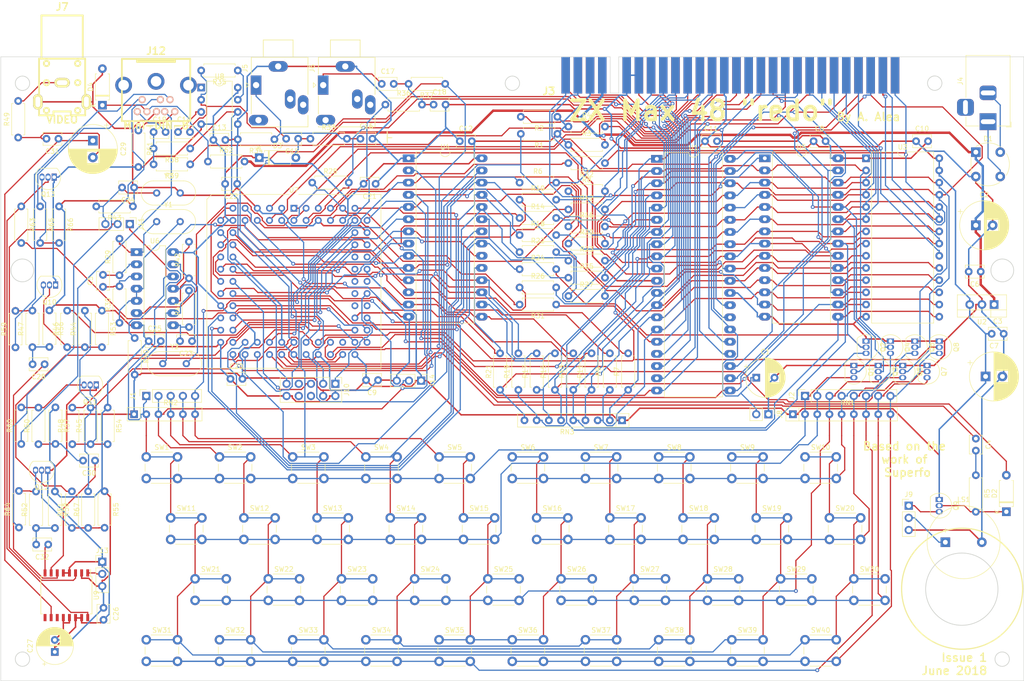
<source format=kicad_pcb>
(kicad_pcb (version 20171130) (host pcbnew 5.0.0-rc2-be01b52~65~ubuntu18.04.1)
  (layers (0 F.Cu signal) (31 B.Cu signal) (34 B.Paste user) (35 F.Paste user) (36 B.SilkS user) (37 F.SilkS user) (38 B.Mask user) (39 F.Mask user) (44 Edge.Cuts user))
  (net 0 "")
  (net 1 BUSACK)
  (net 2 ~RESET)
  (net 3 BUSRQ)
  (net 4 RFSH)
  (net 5 M1)
  (net 6 WAIT)
  (net 7 WR)
  (net 8 GND)
  (net 9 CLK)
  (net 10 +5V)
  (net 11 RD)
  (net 12 IORQ)
  (net 13 MREQ)
  (net 14 HALT)
  (net 15 NMI)
  (net 16 INT)
  (net 17 S0)
  (net 18 S1)
  (net 19 S2)
  (net 20 S3)
  (net 21 S4)
  (net 22 S5)
  (net 23 S6)
  (net 24 S7)
  (net 25 A11)
  (net 26 A9)
  (net 27 A10)
  (net 28 A8)
  (net 29 A12)
  (net 30 A14)
  (net 31 A13)
  (net 32 A15)
  (net 33 KB0)
  (net 34 KB1)
  (net 35 KB2)
  (net 36 KB3)
  (net 37 KB4)
  (net 38 +9V)
  (net 39 "Net-(D1-Pad4)")
  (net 40 "Net-(D1-Pad3)")
  (net 41 "Net-(C4-Pad2)")
  (net 42 "Net-(D2-Pad1)")
  (net 43 "Net-(J9-Pad1)")
  (net 44 "Net-(J9-Pad2)")
  (net 45 D3)
  (net 46 D4)
  (net 47 A7)
  (net 48 D5)
  (net 49 A6)
  (net 50 D6)
  (net 51 A5)
  (net 52 D7)
  (net 53 A4)
  (net 54 A3)
  (net 55 A2)
  (net 56 A1)
  (net 57 A0)
  (net 58 D0)
  (net 59 D1)
  (net 60 D2)
  (net 61 VA0)
  (net 62 VD0)
  (net 63 VA1)
  (net 64 VD1)
  (net 65 VA2)
  (net 66 VD2)
  (net 67 VA3)
  (net 68 VD3)
  (net 69 VA4)
  (net 70 VD4)
  (net 71 VA5)
  (net 72 VD5)
  (net 73 VA6)
  (net 74 VD6)
  (net 75 VA7)
  (net 76 VD7)
  (net 77 VA8)
  (net 78 VA9)
  (net 79 VA10)
  (net 80 VA11)
  (net 81 VA12)
  (net 82 VA13)
  (net 83 EAR)
  (net 84 "Net-(C5-Pad1)")
  (net 85 "Net-(C5-Pad2)")
  (net 86 /ula/TCK)
  (net 87 /ula/TDO)
  (net 88 /ula/TMS)
  (net 89 /ula/TDI)
  (net 90 "Net-(R29-Pad2)")
  (net 91 "Net-(R30-Pad1)")
  (net 92 CLK14)
  (net 93 ROM_CS)
  (net 94 IORQULA)
  (net 95 CLK_B)
  (net 96 "Net-(R31-Pad2)")
  (net 97 "Net-(R32-Pad2)")
  (net 98 VRAM_CS)
  (net 99 VRAM_RD)
  (net 100 VRAM_WR)
  (net 101 RAM_CS)
  (net 102 "Net-(C14-Pad1)")
  (net 103 "Net-(C14-Pad2)")
  (net 104 "Net-(C15-Pad1)")
  (net 105 "Net-(C16-Pad1)")
  (net 106 "Net-(C17-Pad2)")
  (net 107 "Net-(C17-Pad1)")
  (net 108 "Net-(C19-Pad1)")
  (net 109 SPK)
  (net 110 "Net-(R35-Pad1)")
  (net 111 MIC)
  (net 112 "Net-(C23-Pad1)")
  (net 113 "Net-(C23-Pad2)")
  (net 114 "Net-(C24-Pad2)")
  (net 115 "Net-(J11-Pad1)")
  (net 116 "Net-(R41-Pad2)")
  (net 117 "Net-(R42-Pad1)")
  (net 118 bright)
  (net 119 red)
  (net 120 blue)
  (net 121 green)
  (net 122 sync)
  (net 123 "Net-(C28-Pad2)")
  (net 124 "Net-(C28-Pad1)")
  (net 125 "Net-(C29-Pad1)")
  (net 126 "Net-(C29-Pad2)")
  (net 127 "Net-(C30-Pad1)")
  (net 128 "Net-(C30-Pad2)")
  (net 129 "Net-(C32-Pad1)")
  (net 130 "Net-(C32-Pad2)")
  (net 131 "Net-(D4-Pad1)")
  (net 132 P-N_CLK)
  (net 133 P-N_VCHIP)
  (net 134 P-N_ULA)
  (net 135 "Net-(Q10-Pad2)")
  (net 136 R)
  (net 137 G)
  (net 138 "Net-(Q11-Pad2)")
  (net 139 "Net-(Q12-Pad2)")
  (net 140 B)
  (net 141 "Net-(Q13-Pad3)")
  (net 142 "Net-(Q13-Pad2)")
  (net 143 AUDIO_OUT)
  (net 144 "Net-(J7-Pad1)")
  (net 145 "Net-(J12-Pad6)")
  (net 146 "Net-(J12-Pad7)")
  (net 147 "Net-(J12-Pad8)")
  (net 148 "Net-(J12-Pad3)")
  (net 149 "Net-(J12-Pad4)")
  (module Crystal:Crystal_HC18-U_Vertical (layer F.Cu) (at 61.849 57.658)
    (fp_text reference Y1 (at 2.45 -3.525) (layer F.SilkS))
    (fp_text value 14.000Mhz)
    (pad 2 thru_hole circle (at 4.9 0) (size 1.5 1.5) (drill 0.8) (layers *.Cu *.Mask) (net 91 "Net-(R30-Pad1)"))
    (pad 1 thru_hole circle (at 0 0) (size 1.5 1.5) (drill 0.8) (layers *.Cu *.Mask) (net 90 "Net-(R29-Pad2)"))
  )
  (module SINCLAIR:ZX_EDGE (layer F.Cu) (at 181.302 27.1545)
    (fp_text reference J3 (at -37.792 3.32552) (layer F.SilkS) (effects (font (size 1.524 1.524) (thickness 0.3048))))
    (fp_text value ZX_Spectrum_Connector_plus3_SORTED hide)
    (pad A28 connect rect (at 34.29 0) (size 1.778 7.62) (layers B.Cu B.Mask) (net 25 A11))
    (pad A27 connect rect (at 31.75 0) (size 1.778 7.62) (layers B.Cu B.Mask) (net 26 A9))
    (pad A26 connect rect (at 29.21 0) (size 1.778 7.62) (layers B.Cu B.Mask) (net 1 BUSACK))
    (pad A25 connect rect (at 26.67 0) (size 1.778 7.62) (layers B.Cu B.Mask) (net 93 ROM_CS))
    (pad A24 connect rect (at 24.13 0) (size 1.778 7.62) (layers B.Cu B.Mask) (net 53 A4))
    (pad A23 connect rect (at 21.59 0) (size 1.778 7.62) (layers B.Cu B.Mask) (net 51 A5))
    (pad A22 connect rect (at 19.05 0) (size 1.778 7.62) (layers B.Cu B.Mask) (net 49 A6))
    (pad A21 connect rect (at 16.51 0) (size 1.778 7.62) (layers B.Cu B.Mask) (net 47 A7))
    (pad A20 connect rect (at 13.97 0) (size 1.778 7.62) (layers B.Cu B.Mask) (net 2 ~RESET))
    (pad A19 connect rect (at 11.43 0) (size 1.778 7.62) (layers B.Cu B.Mask) (net 3 BUSRQ))
    (pad B28 connect rect (at 34.29 0) (size 1.778 7.62) (layers F.Cu F.Mask))
    (pad B27 connect rect (at 31.75 0) (size 1.778 7.62) (layers F.Cu F.Mask) (net 27 A10))
    (pad B26 connect rect (at 29.21 0) (size 1.778 7.62) (layers F.Cu F.Mask) (net 28 A8))
    (pad B25 connect rect (at 26.67 0) (size 1.778 7.62) (layers F.Cu F.Mask) (net 4 RFSH))
    (pad B24 connect rect (at 24.13 0) (size 1.778 7.62) (layers F.Cu F.Mask) (net 5 M1))
    (pad B23 connect rect (at 21.59 0) (size 1.778 7.62) (layers F.Cu F.Mask))
    (pad B22 connect rect (at 19.05 0) (size 1.778 7.62) (layers F.Cu F.Mask))
    (pad B21 connect rect (at 16.51 0) (size 1.778 7.62) (layers F.Cu F.Mask) (net 6 WAIT))
    (pad B20 connect rect (at 13.97 0) (size 1.778 7.62) (layers F.Cu F.Mask))
    (pad B19 connect rect (at 11.43 0) (size 1.778 7.62) (layers F.Cu F.Mask) (net 7 WR))
    (pad A18 connect rect (at 8.89 0) (size 1.778 7.62) (layers B.Cu B.Mask))
    (pad A17 connect rect (at 6.35 0) (size 1.778 7.62) (layers B.Cu B.Mask))
    (pad A16 connect rect (at 3.81 0) (size 1.778 7.62) (layers B.Cu B.Mask))
    (pad A15 connect rect (at 1.27 0) (size 1.778 7.62) (layers B.Cu B.Mask))
    (pad A14 connect rect (at -1.27 0) (size 1.778 7.62) (layers B.Cu B.Mask) (net 8 GND))
    (pad A13 connect rect (at -3.81 0) (size 1.778 7.62) (layers B.Cu B.Mask) (net 94 IORQULA))
    (pad A12 connect rect (at -6.35 0) (size 1.778 7.62) (layers B.Cu B.Mask) (net 54 A3))
    (pad A11 connect rect (at -8.89 0) (size 1.778 7.62) (layers B.Cu B.Mask) (net 55 A2))
    (pad A10 connect rect (at -11.43 0) (size 1.778 7.62) (layers B.Cu B.Mask) (net 56 A1))
    (pad A9 connect rect (at -13.97 0) (size 1.778 7.62) (layers B.Cu B.Mask) (net 57 A0))
    (pad A8 connect rect (at -16.51 0) (size 1.778 7.62) (layers B.Cu B.Mask) (net 95 CLK_B))
    (pad A7 connect rect (at -19.05 0) (size 1.778 7.62) (layers B.Cu B.Mask) (net 8 GND))
    (pad A6 connect rect (at -21.59 0) (size 1.778 7.62) (layers B.Cu B.Mask) (net 8 GND))
    (pad A4 connect rect (at -26.67 0) (size 1.778 7.62) (layers B.Cu B.Mask) (net 38 +9V))
    (pad A3 connect rect (at -29.21 0) (size 1.778 7.62) (layers B.Cu B.Mask) (net 10 +5V))
    (pad A2 connect rect (at -31.75 0) (size 1.778 7.62) (layers B.Cu B.Mask) (net 29 A12))
    (pad A1 connect rect (at -34.29 0) (size 1.778 7.62) (layers B.Cu B.Mask) (net 30 A14))
    (pad B18 connect rect (at 8.89 0) (size 1.778 7.62) (layers F.Cu F.Mask) (net 11 RD))
    (pad B17 connect rect (at 6.35 0) (size 1.778 7.62) (layers F.Cu F.Mask) (net 12 IORQ))
    (pad B16 connect rect (at 3.81 0) (size 1.778 7.62) (layers F.Cu F.Mask) (net 13 MREQ))
    (pad B15 connect rect (at 1.27 0) (size 1.778 7.62) (layers F.Cu F.Mask) (net 14 HALT))
    (pad B14 connect rect (at -1.27 0) (size 1.778 7.62) (layers F.Cu F.Mask) (net 15 NMI))
    (pad B13 connect rect (at -3.81 0) (size 1.778 7.62) (layers F.Cu F.Mask) (net 16 INT))
    (pad B12 connect rect (at -6.35 0) (size 1.778 7.62) (layers F.Cu F.Mask) (net 46 D4))
    (pad B11 connect rect (at -8.89 0) (size 1.778 7.62) (layers F.Cu F.Mask) (net 45 D3))
    (pad B10 connect rect (at -11.43 0) (size 1.778 7.62) (layers F.Cu F.Mask) (net 48 D5))
    (pad B9 connect rect (at -13.97 0) (size 1.778 7.62) (layers F.Cu F.Mask) (net 50 D6))
    (pad B8 connect rect (at -16.51 0) (size 1.778 7.62) (layers F.Cu F.Mask) (net 60 D2))
    (pad B7 connect rect (at -19.05 0) (size 1.778 7.62) (layers F.Cu F.Mask) (net 59 D1))
    (pad B6 connect rect (at -21.59 0) (size 1.778 7.62) (layers F.Cu F.Mask) (net 58 D0))
    (pad B4 connect rect (at -26.67 0) (size 1.778 7.62) (layers F.Cu F.Mask))
    (pad B3 connect rect (at -29.21 0) (size 1.778 7.62) (layers F.Cu F.Mask) (net 52 D7))
    (pad B2 connect rect (at -31.75 0) (size 1.778 7.62) (layers F.Cu F.Mask) (net 31 A13))
    (pad B1 connect rect (at -34.29 0) (size 1.778 7.62) (layers F.Cu F.Mask) (net 32 A15))
  )
  (module Package_DIP:DIP-40_W15.24mm_LongPads (layer F.Cu) (at 165.989 44.577)
    (fp_text reference U1 (at 7.62 -2.33) (layer F.SilkS))
    (fp_text value Z80CPU)
    (pad 1 thru_hole rect (at 0 0) (size 2.4 1.6) (drill 0.8) (layers *.Cu *.Mask) (net 25 A11))
    (pad 21 thru_hole oval (at 15.24 48.26) (size 2.4 1.6) (drill 0.8) (layers *.Cu *.Mask) (net 11 RD))
    (pad 2 thru_hole oval (at 0 2.54) (size 2.4 1.6) (drill 0.8) (layers *.Cu *.Mask) (net 29 A12))
    (pad 22 thru_hole oval (at 15.24 45.72) (size 2.4 1.6) (drill 0.8) (layers *.Cu *.Mask) (net 7 WR))
    (pad 3 thru_hole oval (at 0 5.08) (size 2.4 1.6) (drill 0.8) (layers *.Cu *.Mask) (net 31 A13))
    (pad 23 thru_hole oval (at 15.24 43.18) (size 2.4 1.6) (drill 0.8) (layers *.Cu *.Mask) (net 1 BUSACK))
    (pad 4 thru_hole oval (at 0 7.62) (size 2.4 1.6) (drill 0.8) (layers *.Cu *.Mask) (net 30 A14))
    (pad 24 thru_hole oval (at 15.24 40.64) (size 2.4 1.6) (drill 0.8) (layers *.Cu *.Mask) (net 6 WAIT))
    (pad 5 thru_hole oval (at 0 10.16) (size 2.4 1.6) (drill 0.8) (layers *.Cu *.Mask) (net 32 A15))
    (pad 25 thru_hole oval (at 15.24 38.1) (size 2.4 1.6) (drill 0.8) (layers *.Cu *.Mask) (net 3 BUSRQ))
    (pad 6 thru_hole oval (at 0 12.7) (size 2.4 1.6) (drill 0.8) (layers *.Cu *.Mask) (net 9 CLK))
    (pad 26 thru_hole oval (at 15.24 35.56) (size 2.4 1.6) (drill 0.8) (layers *.Cu *.Mask) (net 2 ~RESET))
    (pad 7 thru_hole oval (at 0 15.24) (size 2.4 1.6) (drill 0.8) (layers *.Cu *.Mask) (net 46 D4))
    (pad 27 thru_hole oval (at 15.24 33.02) (size 2.4 1.6) (drill 0.8) (layers *.Cu *.Mask) (net 5 M1))
    (pad 8 thru_hole oval (at 0 17.78) (size 2.4 1.6) (drill 0.8) (layers *.Cu *.Mask) (net 45 D3))
    (pad 28 thru_hole oval (at 15.24 30.48) (size 2.4 1.6) (drill 0.8) (layers *.Cu *.Mask) (net 4 RFSH))
    (pad 9 thru_hole oval (at 0 20.32) (size 2.4 1.6) (drill 0.8) (layers *.Cu *.Mask) (net 48 D5))
    (pad 29 thru_hole oval (at 15.24 27.94) (size 2.4 1.6) (drill 0.8) (layers *.Cu *.Mask) (net 8 GND))
    (pad 10 thru_hole oval (at 0 22.86) (size 2.4 1.6) (drill 0.8) (layers *.Cu *.Mask) (net 50 D6))
    (pad 30 thru_hole oval (at 15.24 25.4) (size 2.4 1.6) (drill 0.8) (layers *.Cu *.Mask) (net 57 A0))
    (pad 11 thru_hole oval (at 0 25.4) (size 2.4 1.6) (drill 0.8) (layers *.Cu *.Mask) (net 10 +5V))
    (pad 31 thru_hole oval (at 15.24 22.86) (size 2.4 1.6) (drill 0.8) (layers *.Cu *.Mask) (net 56 A1))
    (pad 12 thru_hole oval (at 0 27.94) (size 2.4 1.6) (drill 0.8) (layers *.Cu *.Mask) (net 60 D2))
    (pad 32 thru_hole oval (at 15.24 20.32) (size 2.4 1.6) (drill 0.8) (layers *.Cu *.Mask) (net 55 A2))
    (pad 13 thru_hole oval (at 0 30.48) (size 2.4 1.6) (drill 0.8) (layers *.Cu *.Mask) (net 52 D7))
    (pad 33 thru_hole oval (at 15.24 17.78) (size 2.4 1.6) (drill 0.8) (layers *.Cu *.Mask) (net 54 A3))
    (pad 14 thru_hole oval (at 0 33.02) (size 2.4 1.6) (drill 0.8) (layers *.Cu *.Mask) (net 58 D0))
    (pad 34 thru_hole oval (at 15.24 15.24) (size 2.4 1.6) (drill 0.8) (layers *.Cu *.Mask) (net 53 A4))
    (pad 15 thru_hole oval (at 0 35.56) (size 2.4 1.6) (drill 0.8) (layers *.Cu *.Mask) (net 59 D1))
    (pad 35 thru_hole oval (at 15.24 12.7) (size 2.4 1.6) (drill 0.8) (layers *.Cu *.Mask) (net 51 A5))
    (pad 16 thru_hole oval (at 0 38.1) (size 2.4 1.6) (drill 0.8) (layers *.Cu *.Mask) (net 16 INT))
    (pad 36 thru_hole oval (at 15.24 10.16) (size 2.4 1.6) (drill 0.8) (layers *.Cu *.Mask) (net 49 A6))
    (pad 17 thru_hole oval (at 0 40.64) (size 2.4 1.6) (drill 0.8) (layers *.Cu *.Mask) (net 15 NMI))
    (pad 37 thru_hole oval (at 15.24 7.62) (size 2.4 1.6) (drill 0.8) (layers *.Cu *.Mask) (net 47 A7))
    (pad 18 thru_hole oval (at 0 43.18) (size 2.4 1.6) (drill 0.8) (layers *.Cu *.Mask) (net 14 HALT))
    (pad 38 thru_hole oval (at 15.24 5.08) (size 2.4 1.6) (drill 0.8) (layers *.Cu *.Mask) (net 28 A8))
    (pad 19 thru_hole oval (at 0 45.72) (size 2.4 1.6) (drill 0.8) (layers *.Cu *.Mask) (net 13 MREQ))
    (pad 39 thru_hole oval (at 15.24 2.54) (size 2.4 1.6) (drill 0.8) (layers *.Cu *.Mask) (net 26 A9))
    (pad 20 thru_hole oval (at 0 48.26) (size 2.4 1.6) (drill 0.8) (layers *.Cu *.Mask) (net 12 IORQ))
    (pad 40 thru_hole oval (at 15.24 0) (size 2.4 1.6) (drill 0.8) (layers *.Cu *.Mask) (net 27 A10))
  )
  (module Capacitor_THT:CP_Radial_D8.0mm_P3.80mm (layer F.Cu) (at 186.69 90.17)
    (fp_text reference C1 (at 1.9 -5.37) (layer F.SilkS))
    (fp_text value CP)
    (pad 1 thru_hole rect (at 0 0) (size 1.6 1.6) (drill 0.8) (layers *.Cu *.Mask) (net 2 ~RESET))
    (pad 2 thru_hole circle (at 3.8 0) (size 1.6 1.6) (drill 0.8) (layers *.Cu *.Mask) (net 8 GND))
  )
  (module Package_TO_SOT_THT:TO-92_Inline (layer F.Cu) (at 207.01 87.63 270)
    (fp_text reference Q1 (at 1.27 -3.56 270) (layer F.SilkS))
    (fp_text value BC557)
    (pad 1 thru_hole rect (at 0 0 270) (size 1.05 1.5) (drill 0.75) (layers *.Cu *.Mask) (net 8 GND))
    (pad 3 thru_hole oval (at 2.54 0 270) (size 1.05 1.5) (drill 0.75) (layers *.Cu *.Mask) (net 17 S0))
    (pad 2 thru_hole oval (at 1.27 0 270) (size 1.05 1.5) (drill 0.75) (layers *.Cu *.Mask) (net 25 A11))
  )
  (module Package_TO_SOT_THT:TO-92_Inline (layer F.Cu) (at 209.55 82.55 270)
    (fp_text reference Q2 (at 1.27 -3.56 270) (layer F.SilkS))
    (fp_text value BC557)
    (pad 2 thru_hole oval (at 1.27 0 270) (size 1.05 1.5) (drill 0.75) (layers *.Cu *.Mask) (net 27 A10))
    (pad 3 thru_hole oval (at 2.54 0 270) (size 1.05 1.5) (drill 0.75) (layers *.Cu *.Mask) (net 18 S1))
    (pad 1 thru_hole rect (at 0 0 270) (size 1.05 1.5) (drill 0.75) (layers *.Cu *.Mask) (net 8 GND))
  )
  (module Package_TO_SOT_THT:TO-92_Inline (layer F.Cu) (at 212.09 87.63 270)
    (fp_text reference Q3 (at 1.27 -3.56 270) (layer F.SilkS))
    (fp_text value BC557)
    (pad 1 thru_hole rect (at 0 0 270) (size 1.05 1.5) (drill 0.75) (layers *.Cu *.Mask) (net 8 GND))
    (pad 3 thru_hole oval (at 2.54 0 270) (size 1.05 1.5) (drill 0.75) (layers *.Cu *.Mask) (net 19 S2))
    (pad 2 thru_hole oval (at 1.27 0 270) (size 1.05 1.5) (drill 0.75) (layers *.Cu *.Mask) (net 26 A9))
  )
  (module Package_TO_SOT_THT:TO-92_Inline (layer F.Cu) (at 214.63 82.55 270)
    (fp_text reference Q4 (at 1.27 -3.56 270) (layer F.SilkS))
    (fp_text value BC557)
    (pad 2 thru_hole oval (at 1.27 0 270) (size 1.05 1.5) (drill 0.75) (layers *.Cu *.Mask) (net 29 A12))
    (pad 3 thru_hole oval (at 2.54 0 270) (size 1.05 1.5) (drill 0.75) (layers *.Cu *.Mask) (net 20 S3))
    (pad 1 thru_hole rect (at 0 0 270) (size 1.05 1.5) (drill 0.75) (layers *.Cu *.Mask) (net 8 GND))
  )
  (module Package_TO_SOT_THT:TO-92_Inline (layer F.Cu) (at 217.17 87.63 270)
    (fp_text reference Q5 (at 1.27 -3.56 270) (layer F.SilkS))
    (fp_text value BC557)
    (pad 1 thru_hole rect (at 0 0 270) (size 1.05 1.5) (drill 0.75) (layers *.Cu *.Mask) (net 8 GND))
    (pad 3 thru_hole oval (at 2.54 0 270) (size 1.05 1.5) (drill 0.75) (layers *.Cu *.Mask) (net 21 S4))
    (pad 2 thru_hole oval (at 1.27 0 270) (size 1.05 1.5) (drill 0.75) (layers *.Cu *.Mask) (net 31 A13))
  )
  (module Package_TO_SOT_THT:TO-92_Inline (layer F.Cu) (at 219.71 82.55 270)
    (fp_text reference Q6 (at 1.27 -3.56 270) (layer F.SilkS))
    (fp_text value BC557)
    (pad 2 thru_hole oval (at 1.27 0 270) (size 1.05 1.5) (drill 0.75) (layers *.Cu *.Mask) (net 28 A8))
    (pad 3 thru_hole oval (at 2.54 0 270) (size 1.05 1.5) (drill 0.75) (layers *.Cu *.Mask) (net 22 S5))
    (pad 1 thru_hole rect (at 0 0 270) (size 1.05 1.5) (drill 0.75) (layers *.Cu *.Mask) (net 8 GND))
  )
  (module Package_TO_SOT_THT:TO-92_Inline (layer F.Cu) (at 222.25 87.63 270)
    (fp_text reference Q7 (at 1.27 -3.56 270) (layer F.SilkS))
    (fp_text value BC557)
    (pad 1 thru_hole rect (at 0 0 270) (size 1.05 1.5) (drill 0.75) (layers *.Cu *.Mask) (net 8 GND))
    (pad 3 thru_hole oval (at 2.54 0 270) (size 1.05 1.5) (drill 0.75) (layers *.Cu *.Mask) (net 23 S6))
    (pad 2 thru_hole oval (at 1.27 0 270) (size 1.05 1.5) (drill 0.75) (layers *.Cu *.Mask) (net 30 A14))
  )
  (module Package_TO_SOT_THT:TO-92_Inline (layer F.Cu) (at 224.79 82.55 270)
    (fp_text reference Q8 (at 1.27 -3.56 270) (layer F.SilkS))
    (fp_text value BC557)
    (pad 2 thru_hole oval (at 1.27 0 270) (size 1.05 1.5) (drill 0.75) (layers *.Cu *.Mask) (net 32 A15))
    (pad 3 thru_hole oval (at 2.54 0 270) (size 1.05 1.5) (drill 0.75) (layers *.Cu *.Mask) (net 24 S7))
    (pad 1 thru_hole rect (at 0 0 270) (size 1.05 1.5) (drill 0.75) (layers *.Cu *.Mask) (net 8 GND))
  )
  (module Button_Switch_THT:SW_PUSH_6mm_H5mm (layer F.Cu) (at 59.69 106.68)
    (fp_text reference SW1 (at 3.25 -2) (layer F.SilkS))
    (fp_text value KEY_1)
    (pad 2 thru_hole circle (at 0 4.5 90) (size 2 2) (drill 1.1) (layers *.Cu *.Mask) (net 17 S0))
    (pad 1 thru_hole circle (at 0 0 90) (size 2 2) (drill 1.1) (layers *.Cu *.Mask) (net 33 KB0))
    (pad 2 thru_hole circle (at 6.5 4.5 90) (size 2 2) (drill 1.1) (layers *.Cu *.Mask) (net 17 S0))
    (pad 1 thru_hole circle (at 6.5 0 90) (size 2 2) (drill 1.1) (layers *.Cu *.Mask) (net 33 KB0))
  )
  (module Button_Switch_THT:SW_PUSH_6mm_H5mm (layer F.Cu) (at 74.93 106.68)
    (fp_text reference SW2 (at 3.25 -2) (layer F.SilkS))
    (fp_text value KEY_2)
    (pad 1 thru_hole circle (at 6.5 0 90) (size 2 2) (drill 1.1) (layers *.Cu *.Mask) (net 34 KB1))
    (pad 2 thru_hole circle (at 6.5 4.5 90) (size 2 2) (drill 1.1) (layers *.Cu *.Mask) (net 17 S0))
    (pad 1 thru_hole circle (at 0 0 90) (size 2 2) (drill 1.1) (layers *.Cu *.Mask) (net 34 KB1))
    (pad 2 thru_hole circle (at 0 4.5 90) (size 2 2) (drill 1.1) (layers *.Cu *.Mask) (net 17 S0))
  )
  (module Button_Switch_THT:SW_PUSH_6mm_H5mm (layer F.Cu) (at 90.17 106.68)
    (fp_text reference SW3 (at 3.25 -2) (layer F.SilkS))
    (fp_text value KEY_3)
    (pad 2 thru_hole circle (at 0 4.5 90) (size 2 2) (drill 1.1) (layers *.Cu *.Mask) (net 17 S0))
    (pad 1 thru_hole circle (at 0 0 90) (size 2 2) (drill 1.1) (layers *.Cu *.Mask) (net 35 KB2))
    (pad 2 thru_hole circle (at 6.5 4.5 90) (size 2 2) (drill 1.1) (layers *.Cu *.Mask) (net 17 S0))
    (pad 1 thru_hole circle (at 6.5 0 90) (size 2 2) (drill 1.1) (layers *.Cu *.Mask) (net 35 KB2))
  )
  (module Button_Switch_THT:SW_PUSH_6mm_H5mm (layer F.Cu) (at 105.41 106.68)
    (fp_text reference SW4 (at 3.25 -2) (layer F.SilkS))
    (fp_text value KEY_4)
    (pad 1 thru_hole circle (at 6.5 0 90) (size 2 2) (drill 1.1) (layers *.Cu *.Mask) (net 36 KB3))
    (pad 2 thru_hole circle (at 6.5 4.5 90) (size 2 2) (drill 1.1) (layers *.Cu *.Mask) (net 17 S0))
    (pad 1 thru_hole circle (at 0 0 90) (size 2 2) (drill 1.1) (layers *.Cu *.Mask) (net 36 KB3))
    (pad 2 thru_hole circle (at 0 4.5 90) (size 2 2) (drill 1.1) (layers *.Cu *.Mask) (net 17 S0))
  )
  (module Button_Switch_THT:SW_PUSH_6mm_H5mm (layer F.Cu) (at 120.65 106.68)
    (fp_text reference SW5 (at 3.25 -2) (layer F.SilkS))
    (fp_text value KEY_5)
    (pad 2 thru_hole circle (at 0 4.5 90) (size 2 2) (drill 1.1) (layers *.Cu *.Mask) (net 17 S0))
    (pad 1 thru_hole circle (at 0 0 90) (size 2 2) (drill 1.1) (layers *.Cu *.Mask) (net 37 KB4))
    (pad 2 thru_hole circle (at 6.5 4.5 90) (size 2 2) (drill 1.1) (layers *.Cu *.Mask) (net 17 S0))
    (pad 1 thru_hole circle (at 6.5 0 90) (size 2 2) (drill 1.1) (layers *.Cu *.Mask) (net 37 KB4))
  )
  (module Button_Switch_THT:SW_PUSH_6mm_H5mm (layer F.Cu) (at 135.89 106.68)
    (fp_text reference SW6 (at 3.25 -2) (layer F.SilkS))
    (fp_text value KEY_6)
    (pad 2 thru_hole circle (at 0 4.5 90) (size 2 2) (drill 1.1) (layers *.Cu *.Mask) (net 20 S3))
    (pad 1 thru_hole circle (at 0 0 90) (size 2 2) (drill 1.1) (layers *.Cu *.Mask) (net 37 KB4))
    (pad 2 thru_hole circle (at 6.5 4.5 90) (size 2 2) (drill 1.1) (layers *.Cu *.Mask) (net 20 S3))
    (pad 1 thru_hole circle (at 6.5 0 90) (size 2 2) (drill 1.1) (layers *.Cu *.Mask) (net 37 KB4))
  )
  (module Button_Switch_THT:SW_PUSH_6mm_H5mm (layer F.Cu) (at 151.13 106.68)
    (fp_text reference SW7 (at 3.25 -2) (layer F.SilkS))
    (fp_text value KEY_7)
    (pad 1 thru_hole circle (at 6.5 0 90) (size 2 2) (drill 1.1) (layers *.Cu *.Mask) (net 36 KB3))
    (pad 2 thru_hole circle (at 6.5 4.5 90) (size 2 2) (drill 1.1) (layers *.Cu *.Mask) (net 20 S3))
    (pad 1 thru_hole circle (at 0 0 90) (size 2 2) (drill 1.1) (layers *.Cu *.Mask) (net 36 KB3))
    (pad 2 thru_hole circle (at 0 4.5 90) (size 2 2) (drill 1.1) (layers *.Cu *.Mask) (net 20 S3))
  )
  (module Button_Switch_THT:SW_PUSH_6mm_H5mm (layer F.Cu) (at 166.37 106.68)
    (fp_text reference SW8 (at 3.25 -2) (layer F.SilkS))
    (fp_text value KEY_8)
    (pad 2 thru_hole circle (at 0 4.5 90) (size 2 2) (drill 1.1) (layers *.Cu *.Mask) (net 20 S3))
    (pad 1 thru_hole circle (at 0 0 90) (size 2 2) (drill 1.1) (layers *.Cu *.Mask) (net 35 KB2))
    (pad 2 thru_hole circle (at 6.5 4.5 90) (size 2 2) (drill 1.1) (layers *.Cu *.Mask) (net 20 S3))
    (pad 1 thru_hole circle (at 6.5 0 90) (size 2 2) (drill 1.1) (layers *.Cu *.Mask) (net 35 KB2))
  )
  (module Button_Switch_THT:SW_PUSH_6mm_H5mm (layer F.Cu) (at 181.61 106.68)
    (fp_text reference SW9 (at 3.25 -2) (layer F.SilkS))
    (fp_text value KEY_9)
    (pad 1 thru_hole circle (at 6.5 0 90) (size 2 2) (drill 1.1) (layers *.Cu *.Mask) (net 34 KB1))
    (pad 2 thru_hole circle (at 6.5 4.5 90) (size 2 2) (drill 1.1) (layers *.Cu *.Mask) (net 20 S3))
    (pad 1 thru_hole circle (at 0 0 90) (size 2 2) (drill 1.1) (layers *.Cu *.Mask) (net 34 KB1))
    (pad 2 thru_hole circle (at 0 4.5 90) (size 2 2) (drill 1.1) (layers *.Cu *.Mask) (net 20 S3))
  )
  (module Button_Switch_THT:SW_PUSH_6mm_H5mm (layer F.Cu) (at 196.85 106.68)
    (fp_text reference SW10 (at 3.25 -2) (layer F.SilkS))
    (fp_text value KEY_10)
    (pad 2 thru_hole circle (at 0 4.5 90) (size 2 2) (drill 1.1) (layers *.Cu *.Mask) (net 20 S3))
    (pad 1 thru_hole circle (at 0 0 90) (size 2 2) (drill 1.1) (layers *.Cu *.Mask) (net 33 KB0))
    (pad 2 thru_hole circle (at 6.5 4.5 90) (size 2 2) (drill 1.1) (layers *.Cu *.Mask) (net 20 S3))
    (pad 1 thru_hole circle (at 6.5 0 90) (size 2 2) (drill 1.1) (layers *.Cu *.Mask) (net 33 KB0))
  )
  (module Button_Switch_THT:SW_PUSH_6mm_H5mm (layer F.Cu) (at 64.77 119.38)
    (fp_text reference SW11 (at 3.25 -2) (layer F.SilkS))
    (fp_text value KEY_Q)
    (pad 1 thru_hole circle (at 6.5 0 90) (size 2 2) (drill 1.1) (layers *.Cu *.Mask) (net 33 KB0))
    (pad 2 thru_hole circle (at 6.5 4.5 90) (size 2 2) (drill 1.1) (layers *.Cu *.Mask) (net 18 S1))
    (pad 1 thru_hole circle (at 0 0 90) (size 2 2) (drill 1.1) (layers *.Cu *.Mask) (net 33 KB0))
    (pad 2 thru_hole circle (at 0 4.5 90) (size 2 2) (drill 1.1) (layers *.Cu *.Mask) (net 18 S1))
  )
  (module Button_Switch_THT:SW_PUSH_6mm_H5mm (layer F.Cu) (at 80.01 119.38)
    (fp_text reference SW12 (at 3.25 -2) (layer F.SilkS))
    (fp_text value KEY_W)
    (pad 2 thru_hole circle (at 0 4.5 90) (size 2 2) (drill 1.1) (layers *.Cu *.Mask) (net 18 S1))
    (pad 1 thru_hole circle (at 0 0 90) (size 2 2) (drill 1.1) (layers *.Cu *.Mask) (net 34 KB1))
    (pad 2 thru_hole circle (at 6.5 4.5 90) (size 2 2) (drill 1.1) (layers *.Cu *.Mask) (net 18 S1))
    (pad 1 thru_hole circle (at 6.5 0 90) (size 2 2) (drill 1.1) (layers *.Cu *.Mask) (net 34 KB1))
  )
  (module Button_Switch_THT:SW_PUSH_6mm_H5mm (layer F.Cu) (at 95.25 119.38)
    (fp_text reference SW13 (at 3.25 -2) (layer F.SilkS))
    (fp_text value KEY_E)
    (pad 1 thru_hole circle (at 6.5 0 90) (size 2 2) (drill 1.1) (layers *.Cu *.Mask) (net 35 KB2))
    (pad 2 thru_hole circle (at 6.5 4.5 90) (size 2 2) (drill 1.1) (layers *.Cu *.Mask) (net 18 S1))
    (pad 1 thru_hole circle (at 0 0 90) (size 2 2) (drill 1.1) (layers *.Cu *.Mask) (net 35 KB2))
    (pad 2 thru_hole circle (at 0 4.5 90) (size 2 2) (drill 1.1) (layers *.Cu *.Mask) (net 18 S1))
  )
  (module Button_Switch_THT:SW_PUSH_6mm_H5mm (layer F.Cu) (at 110.49 119.38)
    (fp_text reference SW14 (at 3.25 -2) (layer F.SilkS))
    (fp_text value KEY_R)
    (pad 2 thru_hole circle (at 0 4.5 90) (size 2 2) (drill 1.1) (layers *.Cu *.Mask) (net 18 S1))
    (pad 1 thru_hole circle (at 0 0 90) (size 2 2) (drill 1.1) (layers *.Cu *.Mask) (net 36 KB3))
    (pad 2 thru_hole circle (at 6.5 4.5 90) (size 2 2) (drill 1.1) (layers *.Cu *.Mask) (net 18 S1))
    (pad 1 thru_hole circle (at 6.5 0 90) (size 2 2) (drill 1.1) (layers *.Cu *.Mask) (net 36 KB3))
  )
  (module Button_Switch_THT:SW_PUSH_6mm_H5mm (layer F.Cu) (at 125.73 119.38)
    (fp_text reference SW15 (at 3.25 -2) (layer F.SilkS))
    (fp_text value KEY_T)
    (pad 1 thru_hole circle (at 6.5 0 90) (size 2 2) (drill 1.1) (layers *.Cu *.Mask) (net 37 KB4))
    (pad 2 thru_hole circle (at 6.5 4.5 90) (size 2 2) (drill 1.1) (layers *.Cu *.Mask) (net 18 S1))
    (pad 1 thru_hole circle (at 0 0 90) (size 2 2) (drill 1.1) (layers *.Cu *.Mask) (net 37 KB4))
    (pad 2 thru_hole circle (at 0 4.5 90) (size 2 2) (drill 1.1) (layers *.Cu *.Mask) (net 18 S1))
  )
  (module Button_Switch_THT:SW_PUSH_6mm_H5mm (layer F.Cu) (at 140.97 119.38)
    (fp_text reference SW16 (at 3.25 -2) (layer F.SilkS))
    (fp_text value KEY_Y)
    (pad 1 thru_hole circle (at 6.5 0 90) (size 2 2) (drill 1.1) (layers *.Cu *.Mask) (net 37 KB4))
    (pad 2 thru_hole circle (at 6.5 4.5 90) (size 2 2) (drill 1.1) (layers *.Cu *.Mask) (net 21 S4))
    (pad 1 thru_hole circle (at 0 0 90) (size 2 2) (drill 1.1) (layers *.Cu *.Mask) (net 37 KB4))
    (pad 2 thru_hole circle (at 0 4.5 90) (size 2 2) (drill 1.1) (layers *.Cu *.Mask) (net 21 S4))
  )
  (module Button_Switch_THT:SW_PUSH_6mm_H5mm (layer F.Cu) (at 156.21 119.38)
    (fp_text reference SW17 (at 3.25 -2) (layer F.SilkS))
    (fp_text value KEY_U)
    (pad 2 thru_hole circle (at 0 4.5 90) (size 2 2) (drill 1.1) (layers *.Cu *.Mask) (net 21 S4))
    (pad 1 thru_hole circle (at 0 0 90) (size 2 2) (drill 1.1) (layers *.Cu *.Mask) (net 36 KB3))
    (pad 2 thru_hole circle (at 6.5 4.5 90) (size 2 2) (drill 1.1) (layers *.Cu *.Mask) (net 21 S4))
    (pad 1 thru_hole circle (at 6.5 0 90) (size 2 2) (drill 1.1) (layers *.Cu *.Mask) (net 36 KB3))
  )
  (module Button_Switch_THT:SW_PUSH_6mm_H5mm (layer F.Cu) (at 171.45 119.38)
    (fp_text reference SW18 (at 3.25 -2) (layer F.SilkS))
    (fp_text value KEY_I)
    (pad 1 thru_hole circle (at 6.5 0 90) (size 2 2) (drill 1.1) (layers *.Cu *.Mask) (net 35 KB2))
    (pad 2 thru_hole circle (at 6.5 4.5 90) (size 2 2) (drill 1.1) (layers *.Cu *.Mask) (net 21 S4))
    (pad 1 thru_hole circle (at 0 0 90) (size 2 2) (drill 1.1) (layers *.Cu *.Mask) (net 35 KB2))
    (pad 2 thru_hole circle (at 0 4.5 90) (size 2 2) (drill 1.1) (layers *.Cu *.Mask) (net 21 S4))
  )
  (module Button_Switch_THT:SW_PUSH_6mm_H5mm (layer F.Cu) (at 186.69 119.38)
    (fp_text reference SW19 (at 3.25 -2) (layer F.SilkS))
    (fp_text value KEY_O)
    (pad 2 thru_hole circle (at 0 4.5 90) (size 2 2) (drill 1.1) (layers *.Cu *.Mask) (net 21 S4))
    (pad 1 thru_hole circle (at 0 0 90) (size 2 2) (drill 1.1) (layers *.Cu *.Mask) (net 34 KB1))
    (pad 2 thru_hole circle (at 6.5 4.5 90) (size 2 2) (drill 1.1) (layers *.Cu *.Mask) (net 21 S4))
    (pad 1 thru_hole circle (at 6.5 0 90) (size 2 2) (drill 1.1) (layers *.Cu *.Mask) (net 34 KB1))
  )
  (module Button_Switch_THT:SW_PUSH_6mm_H5mm (layer F.Cu) (at 201.93 119.38)
    (fp_text reference SW20 (at 3.25 -2) (layer F.SilkS))
    (fp_text value KEY_P)
    (pad 1 thru_hole circle (at 6.5 0 90) (size 2 2) (drill 1.1) (layers *.Cu *.Mask) (net 33 KB0))
    (pad 2 thru_hole circle (at 6.5 4.5 90) (size 2 2) (drill 1.1) (layers *.Cu *.Mask) (net 21 S4))
    (pad 1 thru_hole circle (at 0 0 90) (size 2 2) (drill 1.1) (layers *.Cu *.Mask) (net 33 KB0))
    (pad 2 thru_hole circle (at 0 4.5 90) (size 2 2) (drill 1.1) (layers *.Cu *.Mask) (net 21 S4))
  )
  (module Button_Switch_THT:SW_PUSH_6mm_H5mm (layer F.Cu) (at 69.85 132.08)
    (fp_text reference SW21 (at 3.25 -2) (layer F.SilkS))
    (fp_text value KEY_A)
    (pad 1 thru_hole circle (at 6.5 0 90) (size 2 2) (drill 1.1) (layers *.Cu *.Mask) (net 33 KB0))
    (pad 2 thru_hole circle (at 6.5 4.5 90) (size 2 2) (drill 1.1) (layers *.Cu *.Mask) (net 19 S2))
    (pad 1 thru_hole circle (at 0 0 90) (size 2 2) (drill 1.1) (layers *.Cu *.Mask) (net 33 KB0))
    (pad 2 thru_hole circle (at 0 4.5 90) (size 2 2) (drill 1.1) (layers *.Cu *.Mask) (net 19 S2))
  )
  (module Button_Switch_THT:SW_PUSH_6mm_H5mm (layer F.Cu) (at 85.09 132.08)
    (fp_text reference SW22 (at 3.25 -2) (layer F.SilkS))
    (fp_text value KEY_S)
    (pad 2 thru_hole circle (at 0 4.5 90) (size 2 2) (drill 1.1) (layers *.Cu *.Mask) (net 19 S2))
    (pad 1 thru_hole circle (at 0 0 90) (size 2 2) (drill 1.1) (layers *.Cu *.Mask) (net 34 KB1))
    (pad 2 thru_hole circle (at 6.5 4.5 90) (size 2 2) (drill 1.1) (layers *.Cu *.Mask) (net 19 S2))
    (pad 1 thru_hole circle (at 6.5 0 90) (size 2 2) (drill 1.1) (layers *.Cu *.Mask) (net 34 KB1))
  )
  (module Button_Switch_THT:SW_PUSH_6mm_H5mm (layer F.Cu) (at 100.33 132.08)
    (fp_text reference SW23 (at 3.25 -2) (layer F.SilkS))
    (fp_text value KEY_D)
    (pad 1 thru_hole circle (at 6.5 0 90) (size 2 2) (drill 1.1) (layers *.Cu *.Mask) (net 35 KB2))
    (pad 2 thru_hole circle (at 6.5 4.5 90) (size 2 2) (drill 1.1) (layers *.Cu *.Mask) (net 19 S2))
    (pad 1 thru_hole circle (at 0 0 90) (size 2 2) (drill 1.1) (layers *.Cu *.Mask) (net 35 KB2))
    (pad 2 thru_hole circle (at 0 4.5 90) (size 2 2) (drill 1.1) (layers *.Cu *.Mask) (net 19 S2))
  )
  (module Button_Switch_THT:SW_PUSH_6mm_H5mm (layer F.Cu) (at 115.57 132.08)
    (fp_text reference SW24 (at 3.25 -2) (layer F.SilkS))
    (fp_text value KEY_F)
    (pad 2 thru_hole circle (at 0 4.5 90) (size 2 2) (drill 1.1) (layers *.Cu *.Mask) (net 19 S2))
    (pad 1 thru_hole circle (at 0 0 90) (size 2 2) (drill 1.1) (layers *.Cu *.Mask) (net 36 KB3))
    (pad 2 thru_hole circle (at 6.5 4.5 90) (size 2 2) (drill 1.1) (layers *.Cu *.Mask) (net 19 S2))
    (pad 1 thru_hole circle (at 6.5 0 90) (size 2 2) (drill 1.1) (layers *.Cu *.Mask) (net 36 KB3))
  )
  (module Button_Switch_THT:SW_PUSH_6mm_H5mm (layer F.Cu) (at 130.81 132.08)
    (fp_text reference SW25 (at 3.25 -2) (layer F.SilkS))
    (fp_text value KEY_G)
    (pad 1 thru_hole circle (at 6.5 0 90) (size 2 2) (drill 1.1) (layers *.Cu *.Mask) (net 37 KB4))
    (pad 2 thru_hole circle (at 6.5 4.5 90) (size 2 2) (drill 1.1) (layers *.Cu *.Mask) (net 19 S2))
    (pad 1 thru_hole circle (at 0 0 90) (size 2 2) (drill 1.1) (layers *.Cu *.Mask) (net 37 KB4))
    (pad 2 thru_hole circle (at 0 4.5 90) (size 2 2) (drill 1.1) (layers *.Cu *.Mask) (net 19 S2))
  )
  (module Button_Switch_THT:SW_PUSH_6mm_H5mm (layer F.Cu) (at 146.05 132.08)
    (fp_text reference SW26 (at 3.25 -2) (layer F.SilkS))
    (fp_text value KEY_H)
    (pad 1 thru_hole circle (at 6.5 0 90) (size 2 2) (drill 1.1) (layers *.Cu *.Mask) (net 37 KB4))
    (pad 2 thru_hole circle (at 6.5 4.5 90) (size 2 2) (drill 1.1) (layers *.Cu *.Mask) (net 23 S6))
    (pad 1 thru_hole circle (at 0 0 90) (size 2 2) (drill 1.1) (layers *.Cu *.Mask) (net 37 KB4))
    (pad 2 thru_hole circle (at 0 4.5 90) (size 2 2) (drill 1.1) (layers *.Cu *.Mask) (net 23 S6))
  )
  (module Button_Switch_THT:SW_PUSH_6mm_H5mm (layer F.Cu) (at 161.29 132.08)
    (fp_text reference SW27 (at 3.25 -2) (layer F.SilkS))
    (fp_text value KEY_J)
    (pad 2 thru_hole circle (at 0 4.5 90) (size 2 2) (drill 1.1) (layers *.Cu *.Mask) (net 23 S6))
    (pad 1 thru_hole circle (at 0 0 90) (size 2 2) (drill 1.1) (layers *.Cu *.Mask) (net 36 KB3))
    (pad 2 thru_hole circle (at 6.5 4.5 90) (size 2 2) (drill 1.1) (layers *.Cu *.Mask) (net 23 S6))
    (pad 1 thru_hole circle (at 6.5 0 90) (size 2 2) (drill 1.1) (layers *.Cu *.Mask) (net 36 KB3))
  )
  (module Button_Switch_THT:SW_PUSH_6mm_H5mm (layer F.Cu) (at 176.53 132.08)
    (fp_text reference SW28 (at 3.25 -2) (layer F.SilkS))
    (fp_text value KEY_K)
    (pad 1 thru_hole circle (at 6.5 0 90) (size 2 2) (drill 1.1) (layers *.Cu *.Mask) (net 35 KB2))
    (pad 2 thru_hole circle (at 6.5 4.5 90) (size 2 2) (drill 1.1) (layers *.Cu *.Mask) (net 23 S6))
    (pad 1 thru_hole circle (at 0 0 90) (size 2 2) (drill 1.1) (layers *.Cu *.Mask) (net 35 KB2))
    (pad 2 thru_hole circle (at 0 4.5 90) (size 2 2) (drill 1.1) (layers *.Cu *.Mask) (net 23 S6))
  )
  (module Button_Switch_THT:SW_PUSH_6mm_H5mm (layer F.Cu) (at 191.77 132.08)
    (fp_text reference SW29 (at 3.25 -2) (layer F.SilkS))
    (fp_text value KEY_L)
    (pad 2 thru_hole circle (at 0 4.5 90) (size 2 2) (drill 1.1) (layers *.Cu *.Mask) (net 23 S6))
    (pad 1 thru_hole circle (at 0 0 90) (size 2 2) (drill 1.1) (layers *.Cu *.Mask) (net 34 KB1))
    (pad 2 thru_hole circle (at 6.5 4.5 90) (size 2 2) (drill 1.1) (layers *.Cu *.Mask) (net 23 S6))
    (pad 1 thru_hole circle (at 6.5 0 90) (size 2 2) (drill 1.1) (layers *.Cu *.Mask) (net 34 KB1))
  )
  (module Button_Switch_THT:SW_PUSH_6mm_H5mm (layer F.Cu) (at 207.01 132.08)
    (fp_text reference SW30 (at 3.25 -2) (layer F.SilkS))
    (fp_text value KEY_ENTER)
    (pad 1 thru_hole circle (at 6.5 0 90) (size 2 2) (drill 1.1) (layers *.Cu *.Mask) (net 33 KB0))
    (pad 2 thru_hole circle (at 6.5 4.5 90) (size 2 2) (drill 1.1) (layers *.Cu *.Mask) (net 23 S6))
    (pad 1 thru_hole circle (at 0 0 90) (size 2 2) (drill 1.1) (layers *.Cu *.Mask) (net 33 KB0))
    (pad 2 thru_hole circle (at 0 4.5 90) (size 2 2) (drill 1.1) (layers *.Cu *.Mask) (net 23 S6))
  )
  (module Button_Switch_THT:SW_PUSH_6mm_H5mm (layer F.Cu) (at 59.69 144.78)
    (fp_text reference SW31 (at 3.25 -2) (layer F.SilkS))
    (fp_text value KEY_SHIFT)
    (pad 2 thru_hole circle (at 0 4.5 90) (size 2 2) (drill 1.1) (layers *.Cu *.Mask) (net 22 S5))
    (pad 1 thru_hole circle (at 0 0 90) (size 2 2) (drill 1.1) (layers *.Cu *.Mask) (net 33 KB0))
    (pad 2 thru_hole circle (at 6.5 4.5 90) (size 2 2) (drill 1.1) (layers *.Cu *.Mask) (net 22 S5))
    (pad 1 thru_hole circle (at 6.5 0 90) (size 2 2) (drill 1.1) (layers *.Cu *.Mask) (net 33 KB0))
  )
  (module Button_Switch_THT:SW_PUSH_6mm_H5mm (layer F.Cu) (at 74.93 144.78)
    (fp_text reference SW32 (at 3.25 -2) (layer F.SilkS))
    (fp_text value KEY_Z)
    (pad 1 thru_hole circle (at 6.5 0 90) (size 2 2) (drill 1.1) (layers *.Cu *.Mask) (net 34 KB1))
    (pad 2 thru_hole circle (at 6.5 4.5 90) (size 2 2) (drill 1.1) (layers *.Cu *.Mask) (net 22 S5))
    (pad 1 thru_hole circle (at 0 0 90) (size 2 2) (drill 1.1) (layers *.Cu *.Mask) (net 34 KB1))
    (pad 2 thru_hole circle (at 0 4.5 90) (size 2 2) (drill 1.1) (layers *.Cu *.Mask) (net 22 S5))
  )
  (module Button_Switch_THT:SW_PUSH_6mm_H5mm (layer F.Cu) (at 90.17 144.78)
    (fp_text reference SW33 (at 3.25 -2) (layer F.SilkS))
    (fp_text value KEY_X)
    (pad 2 thru_hole circle (at 0 4.5 90) (size 2 2) (drill 1.1) (layers *.Cu *.Mask) (net 22 S5))
    (pad 1 thru_hole circle (at 0 0 90) (size 2 2) (drill 1.1) (layers *.Cu *.Mask) (net 35 KB2))
    (pad 2 thru_hole circle (at 6.5 4.5 90) (size 2 2) (drill 1.1) (layers *.Cu *.Mask) (net 22 S5))
    (pad 1 thru_hole circle (at 6.5 0 90) (size 2 2) (drill 1.1) (layers *.Cu *.Mask) (net 35 KB2))
  )
  (module Button_Switch_THT:SW_PUSH_6mm_H5mm (layer F.Cu) (at 105.41 144.78)
    (fp_text reference SW34 (at 3.25 -2) (layer F.SilkS))
    (fp_text value KEY_C)
    (pad 1 thru_hole circle (at 6.5 0 90) (size 2 2) (drill 1.1) (layers *.Cu *.Mask) (net 36 KB3))
    (pad 2 thru_hole circle (at 6.5 4.5 90) (size 2 2) (drill 1.1) (layers *.Cu *.Mask) (net 22 S5))
    (pad 1 thru_hole circle (at 0 0 90) (size 2 2) (drill 1.1) (layers *.Cu *.Mask) (net 36 KB3))
    (pad 2 thru_hole circle (at 0 4.5 90) (size 2 2) (drill 1.1) (layers *.Cu *.Mask) (net 22 S5))
  )
  (module Button_Switch_THT:SW_PUSH_6mm_H5mm (layer F.Cu) (at 120.65 144.78)
    (fp_text reference SW35 (at 3.25 -2) (layer F.SilkS))
    (fp_text value KEY_V)
    (pad 2 thru_hole circle (at 0 4.5 90) (size 2 2) (drill 1.1) (layers *.Cu *.Mask) (net 22 S5))
    (pad 1 thru_hole circle (at 0 0 90) (size 2 2) (drill 1.1) (layers *.Cu *.Mask) (net 37 KB4))
    (pad 2 thru_hole circle (at 6.5 4.5 90) (size 2 2) (drill 1.1) (layers *.Cu *.Mask) (net 22 S5))
    (pad 1 thru_hole circle (at 6.5 0 90) (size 2 2) (drill 1.1) (layers *.Cu *.Mask) (net 37 KB4))
  )
  (module Button_Switch_THT:SW_PUSH_6mm_H5mm (layer F.Cu) (at 135.89 144.78)
    (fp_text reference SW36 (at 3.25 -2) (layer F.SilkS))
    (fp_text value KEY_B)
    (pad 2 thru_hole circle (at 0 4.5 90) (size 2 2) (drill 1.1) (layers *.Cu *.Mask) (net 24 S7))
    (pad 1 thru_hole circle (at 0 0 90) (size 2 2) (drill 1.1) (layers *.Cu *.Mask) (net 37 KB4))
    (pad 2 thru_hole circle (at 6.5 4.5 90) (size 2 2) (drill 1.1) (layers *.Cu *.Mask) (net 24 S7))
    (pad 1 thru_hole circle (at 6.5 0 90) (size 2 2) (drill 1.1) (layers *.Cu *.Mask) (net 37 KB4))
  )
  (module Button_Switch_THT:SW_PUSH_6mm_H5mm (layer F.Cu) (at 151.13 144.78)
    (fp_text reference SW37 (at 3.25 -2) (layer F.SilkS))
    (fp_text value KEY_N)
    (pad 1 thru_hole circle (at 6.5 0 90) (size 2 2) (drill 1.1) (layers *.Cu *.Mask) (net 36 KB3))
    (pad 2 thru_hole circle (at 6.5 4.5 90) (size 2 2) (drill 1.1) (layers *.Cu *.Mask) (net 24 S7))
    (pad 1 thru_hole circle (at 0 0 90) (size 2 2) (drill 1.1) (layers *.Cu *.Mask) (net 36 KB3))
    (pad 2 thru_hole circle (at 0 4.5 90) (size 2 2) (drill 1.1) (layers *.Cu *.Mask) (net 24 S7))
  )
  (module Button_Switch_THT:SW_PUSH_6mm_H5mm (layer F.Cu) (at 166.37 144.78)
    (fp_text reference SW38 (at 3.25 -2) (layer F.SilkS))
    (fp_text value KEY_M)
    (pad 2 thru_hole circle (at 0 4.5 90) (size 2 2) (drill 1.1) (layers *.Cu *.Mask) (net 24 S7))
    (pad 1 thru_hole circle (at 0 0 90) (size 2 2) (drill 1.1) (layers *.Cu *.Mask) (net 35 KB2))
    (pad 2 thru_hole circle (at 6.5 4.5 90) (size 2 2) (drill 1.1) (layers *.Cu *.Mask) (net 24 S7))
    (pad 1 thru_hole circle (at 6.5 0 90) (size 2 2) (drill 1.1) (layers *.Cu *.Mask) (net 35 KB2))
  )
  (module Button_Switch_THT:SW_PUSH_6mm_H5mm (layer F.Cu) (at 181.61 144.78)
    (fp_text reference SW39 (at 3.25 -2) (layer F.SilkS))
    (fp_text value KEY_SYMB)
    (pad 1 thru_hole circle (at 6.5 0 90) (size 2 2) (drill 1.1) (layers *.Cu *.Mask) (net 34 KB1))
    (pad 2 thru_hole circle (at 6.5 4.5 90) (size 2 2) (drill 1.1) (layers *.Cu *.Mask) (net 24 S7))
    (pad 1 thru_hole circle (at 0 0 90) (size 2 2) (drill 1.1) (layers *.Cu *.Mask) (net 34 KB1))
    (pad 2 thru_hole circle (at 0 4.5 90) (size 2 2) (drill 1.1) (layers *.Cu *.Mask) (net 24 S7))
  )
  (module Button_Switch_THT:SW_PUSH_6mm_H5mm (layer F.Cu) (at 196.85 144.78)
    (fp_text reference SW40 (at 3.25 -2) (layer F.SilkS))
    (fp_text value KEY_SPACE)
    (pad 2 thru_hole circle (at 0 4.5 90) (size 2 2) (drill 1.1) (layers *.Cu *.Mask) (net 24 S7))
    (pad 1 thru_hole circle (at 0 0 90) (size 2 2) (drill 1.1) (layers *.Cu *.Mask) (net 33 KB0))
    (pad 2 thru_hole circle (at 6.5 4.5 90) (size 2 2) (drill 1.1) (layers *.Cu *.Mask) (net 24 S7))
    (pad 1 thru_hole circle (at 6.5 0 90) (size 2 2) (drill 1.1) (layers *.Cu *.Mask) (net 33 KB0))
  )
  (module Resistor_THT:R_Array_SIP9 (layer F.Cu) (at 194.31 97.79)
    (fp_text reference RN1 (at 11.43 -2.4) (layer F.SilkS))
    (fp_text value R_Network08)
    (pad 1 thru_hole rect (at 0 0) (size 1.6 1.6) (drill 0.8) (layers *.Cu *.Mask) (net 10 +5V))
    (pad 2 thru_hole oval (at 2.54 0) (size 1.6 1.6) (drill 0.8) (layers *.Cu *.Mask) (net 17 S0))
    (pad 3 thru_hole oval (at 5.08 0) (size 1.6 1.6) (drill 0.8) (layers *.Cu *.Mask) (net 18 S1))
    (pad 4 thru_hole oval (at 7.62 0) (size 1.6 1.6) (drill 0.8) (layers *.Cu *.Mask) (net 19 S2))
    (pad 5 thru_hole oval (at 10.16 0) (size 1.6 1.6) (drill 0.8) (layers *.Cu *.Mask) (net 20 S3))
    (pad 6 thru_hole oval (at 12.7 0) (size 1.6 1.6) (drill 0.8) (layers *.Cu *.Mask) (net 21 S4))
    (pad 7 thru_hole oval (at 15.24 0) (size 1.6 1.6) (drill 0.8) (layers *.Cu *.Mask) (net 22 S5))
    (pad 8 thru_hole oval (at 17.78 0) (size 1.6 1.6) (drill 0.8) (layers *.Cu *.Mask) (net 23 S6))
    (pad 9 thru_hole oval (at 20.32 0) (size 1.6 1.6) (drill 0.8) (layers *.Cu *.Mask) (net 24 S7))
  )
  (module Resistor_THT:R_Array_SIP6 (layer F.Cu) (at 57.15 97.79)
    (fp_text reference RN2 (at 7.62 -2.4) (layer F.SilkS))
    (fp_text value R_Network05)
    (pad 1 thru_hole rect (at 0 0) (size 1.6 1.6) (drill 0.8) (layers *.Cu *.Mask) (net 10 +5V))
    (pad 2 thru_hole oval (at 2.54 0) (size 1.6 1.6) (drill 0.8) (layers *.Cu *.Mask) (net 33 KB0))
    (pad 3 thru_hole oval (at 5.08 0) (size 1.6 1.6) (drill 0.8) (layers *.Cu *.Mask) (net 34 KB1))
    (pad 4 thru_hole oval (at 7.62 0) (size 1.6 1.6) (drill 0.8) (layers *.Cu *.Mask) (net 35 KB2))
    (pad 5 thru_hole oval (at 10.16 0) (size 1.6 1.6) (drill 0.8) (layers *.Cu *.Mask) (net 36 KB3))
    (pad 6 thru_hole oval (at 12.7 0) (size 1.6 1.6) (drill 0.8) (layers *.Cu *.Mask) (net 37 KB4))
  )
  (module Resistor_THT:R_Axial_DIN0207_L6.3mm_D2.5mm_P7.62mm_Horizontal (layer F.Cu) (at 145.288 39.37 180)
    (fp_text reference R1 (at 3.81 -2.37 180) (layer F.SilkS))
    (fp_text value 10K)
    (pad 2 thru_hole oval (at 7.62 0 180) (size 1.6 1.6) (drill 0.8) (layers *.Cu *.Mask) (net 9 CLK))
    (pad 1 thru_hole circle (at 0 0 180) (size 1.6 1.6) (drill 0.8) (layers *.Cu *.Mask) (net 10 +5V))
  )
  (module Resistor_THT:R_Axial_DIN0207_L6.3mm_D2.5mm_P7.62mm_Horizontal (layer F.Cu) (at 145.288 35.814 180)
    (fp_text reference R2 (at 3.81 -2.37 180) (layer F.SilkS))
    (fp_text value 10K)
    (pad 1 thru_hole circle (at 0 0 180) (size 1.6 1.6) (drill 0.8) (layers *.Cu *.Mask) (net 10 +5V))
    (pad 2 thru_hole oval (at 7.62 0 180) (size 1.6 1.6) (drill 0.8) (layers *.Cu *.Mask) (net 15 NMI))
  )
  (module Resistor_THT:R_Axial_DIN0207_L6.3mm_D2.5mm_P7.62mm_Horizontal (layer F.Cu) (at 147.574 41.656)
    (fp_text reference R3 (at 3.81 -2.37) (layer F.SilkS))
    (fp_text value 10K)
    (pad 2 thru_hole oval (at 7.62 0) (size 1.6 1.6) (drill 0.8) (layers *.Cu *.Mask) (net 6 WAIT))
    (pad 1 thru_hole circle (at 0 0) (size 1.6 1.6) (drill 0.8) (layers *.Cu *.Mask) (net 10 +5V))
  )
  (module Resistor_THT:R_Axial_DIN0207_L6.3mm_D2.5mm_P7.62mm_Horizontal (layer F.Cu) (at 147.574 37.846)
    (fp_text reference R4 (at 3.81 -2.37) (layer F.SilkS))
    (fp_text value 10K)
    (pad 1 thru_hole circle (at 0 0) (size 1.6 1.6) (drill 0.8) (layers *.Cu *.Mask) (net 10 +5V))
    (pad 2 thru_hole oval (at 7.62 0) (size 1.6 1.6) (drill 0.8) (layers *.Cu *.Mask) (net 3 BUSRQ))
  )
  (module Capacitor_THT:CP_Radial_D10.0mm_P3.50mm (layer F.Cu) (at 232.41 58.42)
    (fp_text reference C2 (at 1.75 -6.37) (layer F.SilkS))
    (fp_text value 680u)
    (pad 1 thru_hole rect (at 0 0) (size 2 2) (drill 1) (layers *.Cu *.Mask) (net 38 +9V))
    (pad 2 thru_hole circle (at 3.5 0) (size 2 2) (drill 1) (layers *.Cu *.Mask) (net 8 GND))
  )
  (module Capacitor_THT:C_Disc_D3.8mm_W2.6mm_P2.50mm (layer F.Cu) (at 235.712 81.026)
    (fp_text reference C3 (at 1.25 -2.61) (layer F.SilkS))
    (fp_text value 100n)
    (pad 1 thru_hole circle (at 0 0) (size 1.6 1.6) (drill 0.8) (layers *.Cu *.Mask) (net 10 +5V))
    (pad 2 thru_hole circle (at 2.5 0) (size 1.6 1.6) (drill 0.8) (layers *.Cu *.Mask) (net 8 GND))
  )
  (module Diode_THT:Diode_Bridge_Round_D8.9mm (layer F.Cu) (at 232.41 43.18)
    (fp_text reference D1 (at 2.54 -2.794) (layer F.SilkS))
    (fp_text value D_Bridge_+-AA)
    (pad 4 thru_hole oval (at 5.08 0) (size 2 2) (drill 1) (layers *.Cu *.Mask) (net 39 "Net-(D1-Pad4)"))
    (pad 2 thru_hole oval (at 0 5.08) (size 2 2) (drill 1) (layers *.Cu *.Mask) (net 8 GND))
    (pad 3 thru_hole oval (at 5.08 5.08) (size 2 2) (drill 1) (layers *.Cu *.Mask) (net 40 "Net-(D1-Pad3)"))
    (pad 1 thru_hole rect (at 0 0) (size 2 2) (drill 1) (layers *.Cu *.Mask) (net 38 +9V))
  )
  (module Connector_BarrelJack:BarrelJack_Horizontal (layer F.Cu) (at 234.95 36.83 270)
    (fp_text reference J4 (at -8.45 5.75 270) (layer F.SilkS))
    (fp_text value Jack-DC)
    (pad 1 thru_hole rect (at 0 0 270) (size 3.5 3.5) (drill oval 1 3) (layers *.Cu *.Mask) (net 40 "Net-(D1-Pad3)"))
    (pad 2 thru_hole roundrect (at -6 0 270) (size 3 3.5) (drill oval 1 3) (layers *.Cu *.Mask) (net 39 "Net-(D1-Pad4)"))
    (pad 3 thru_hole roundrect (at -3 4.7 270) (size 3.5 3.5) (drill oval 3 1) (layers *.Cu *.Mask))
  )
  (module Package_TO_SOT_THT:TO-220-3_Vertical (layer F.Cu) (at 236.22 74.93 180)
    (fp_text reference U2 (at 2.54 -3.62 180) (layer F.SilkS))
    (fp_text value L7805)
    (pad 1 thru_hole rect (at 0 0 180) (size 1.8 1.8) (drill 1) (layers *.Cu *.Mask) (net 38 +9V))
    (pad 2 thru_hole oval (at 2.54 0 180) (size 1.8 1.8) (drill 1) (layers *.Cu *.Mask) (net 8 GND))
    (pad 3 thru_hole oval (at 5.08 0 180) (size 1.8 1.8) (drill 1) (layers *.Cu *.Mask) (net 10 +5V))
  )
  (module Connector_Audio:StereoJack_3.5mm_Switch_Ledino_KB3SPRS_Horizontal (layer F.Cu) (at 82.55 29.21 270)
    (fp_text reference J5 (at -3.5 2.3 270) (layer F.SilkS))
    (fp_text value EAR)
    (pad 1 thru_hole rect (at 0 0 270) (size 4 2.2) (drill 1.3) (layers *.Cu *.Mask) (net 105 "Net-(C16-Pad1)"))
    (pad 4 thru_hole oval (at 7.3 -0.5) (size 4 2.2) (drill 1.3) (layers *.Cu *.Mask))
    (pad 5 thru_hole oval (at 2.9 -7.1 270) (size 4 2.2) (drill 1.3) (layers *.Cu *.Mask))
    (pad 2 thru_hole oval (at 4.1 -9.8 270) (size 4 2.2) (drill 1.3) (layers *.Cu *.Mask))
    (pad 3 thru_hole oval (at -3.9 -4.6 270) (size 2.2 4) (drill 1.3) (layers *.Cu *.Mask) (net 8 GND))
  )
  (module Connector_Audio:StereoJack_3.5mm_Switch_Ledino_KB3SPRS_Horizontal (layer F.Cu) (at 96.52 29.21 270)
    (fp_text reference J6 (at -3.5 2.3 270) (layer F.SilkS))
    (fp_text value MIC)
    (pad 3 thru_hole oval (at -3.9 -4.6 270) (size 2.2 4) (drill 1.3) (layers *.Cu *.Mask) (net 8 GND))
    (pad 2 thru_hole oval (at 4.1 -9.8 270) (size 4 2.2) (drill 1.3) (layers *.Cu *.Mask))
    (pad 5 thru_hole oval (at 2.9 -7.1 270) (size 4 2.2) (drill 1.3) (layers *.Cu *.Mask))
    (pad 4 thru_hole oval (at 7.3 -0.5) (size 4 2.2) (drill 1.3) (layers *.Cu *.Mask))
    (pad 1 thru_hole rect (at 0 0 270) (size 4 2.2) (drill 1.3) (layers *.Cu *.Mask) (net 107 "Net-(C17-Pad1)"))
  )
  (module Connector_PinHeader_2.54mm:PinHeader_1x02_P2.54mm_Vertical (layer F.Cu) (at 189.23 97.79 270)
    (fp_text reference J8 (at 0 -2.33 270) (layer F.SilkS))
    (fp_text value RESET)
    (pad 1 thru_hole rect (at 0 0 270) (size 1.7 1.7) (drill 1) (layers *.Cu *.Mask) (net 8 GND))
    (pad 2 thru_hole oval (at 0 2.54 270) (size 1.7 1.7) (drill 1) (layers *.Cu *.Mask) (net 2 ~RESET))
  )
  (module Capacitor_THT:C_Disc_D3.8mm_W2.6mm_P2.50mm (layer F.Cu) (at 232.41 102.87 270)
    (fp_text reference C4 (at 1.25 -2.61 270) (layer F.SilkS))
    (fp_text value 100n)
    (pad 1 thru_hole circle (at 0 0 270) (size 1.6 1.6) (drill 0.8) (layers *.Cu *.Mask) (net 83 EAR))
    (pad 2 thru_hole circle (at 2.5 0 270) (size 1.6 1.6) (drill 0.8) (layers *.Cu *.Mask) (net 41 "Net-(C4-Pad2)"))
  )
  (module Connector_PinHeader_2.54mm:PinHeader_1x03_P2.54mm_Vertical (layer F.Cu) (at 218.44 116.84)
    (fp_text reference J9 (at 0 -2.33) (layer F.SilkS))
    (fp_text value Conn_01x03)
    (pad 1 thru_hole rect (at 0 0) (size 1.7 1.7) (drill 1) (layers *.Cu *.Mask) (net 43 "Net-(J9-Pad1)"))
    (pad 2 thru_hole oval (at 0 2.54) (size 1.7 1.7) (drill 1) (layers *.Cu *.Mask) (net 44 "Net-(J9-Pad2)"))
    (pad 3 thru_hole oval (at 0 5.08) (size 1.7 1.7) (drill 1) (layers *.Cu *.Mask) (net 8 GND))
  )
  (module Buzzer_Beeper:Buzzer_15x7.5RM7.6 (layer F.Cu) (at 226.06 124.46)
    (fp_text reference LS1 (at 3.81 -8.89) (layer F.SilkS))
    (fp_text value Speaker)
    (fp_text user + (at -0.01 -2.54) (layer F.SilkS))
    (pad 1 thru_hole rect (at 0 0) (size 2 2) (drill 1) (layers *.Cu *.Mask) (net 44 "Net-(J9-Pad2)"))
    (pad 2 thru_hole circle (at 7.6 0) (size 2 2) (drill 1) (layers *.Cu *.Mask) (net 8 GND))
  )
  (module Package_TO_SOT_THT:TO-92_Inline (layer F.Cu) (at 224.79 115.57 270)
    (fp_text reference Q9 (at 1.27 -3.56 270) (layer F.SilkS))
    (fp_text value BC548)
    (pad 2 thru_hole oval (at 1.27 0 270) (size 1.05 1.5) (drill 0.75) (layers *.Cu *.Mask) (net 42 "Net-(D2-Pad1)"))
    (pad 3 thru_hole oval (at 2.54 0 270) (size 1.05 1.5) (drill 0.75) (layers *.Cu *.Mask) (net 43 "Net-(J9-Pad1)"))
    (pad 1 thru_hole rect (at 0 0 270) (size 1.05 1.5) (drill 0.75) (layers *.Cu *.Mask) (net 10 +5V))
  )
  (module Resistor_THT:R_Axial_DIN0207_L6.3mm_D2.5mm_P7.62mm_Horizontal (layer F.Cu) (at 232.41 110.49 270)
    (fp_text reference R5 (at 3.81 -2.37 270) (layer F.SilkS))
    (fp_text value 22K)
    (pad 1 thru_hole circle (at 0 0 270) (size 1.6 1.6) (drill 0.8) (layers *.Cu *.Mask) (net 41 "Net-(C4-Pad2)"))
    (pad 2 thru_hole oval (at 7.62 0 270) (size 1.6 1.6) (drill 0.8) (layers *.Cu *.Mask) (net 42 "Net-(D2-Pad1)"))
  )
  (module Resistor_THT:R_Array_SIP9 (layer F.Cu) (at 158.75 99.06 180)
    (fp_text reference RN3 (at 11.43 -2.4 180) (layer F.SilkS))
    (fp_text value R_Network08)
    (pad 1 thru_hole rect (at 0 0 180) (size 1.6 1.6) (drill 0.8) (layers *.Cu *.Mask) (net 10 +5V))
    (pad 2 thru_hole oval (at 2.54 0 180) (size 1.6 1.6) (drill 0.8) (layers *.Cu *.Mask) (net 58 D0))
    (pad 3 thru_hole oval (at 5.08 0 180) (size 1.6 1.6) (drill 0.8) (layers *.Cu *.Mask) (net 59 D1))
    (pad 4 thru_hole oval (at 7.62 0 180) (size 1.6 1.6) (drill 0.8) (layers *.Cu *.Mask) (net 60 D2))
    (pad 5 thru_hole oval (at 10.16 0 180) (size 1.6 1.6) (drill 0.8) (layers *.Cu *.Mask) (net 45 D3))
    (pad 6 thru_hole oval (at 12.7 0 180) (size 1.6 1.6) (drill 0.8) (layers *.Cu *.Mask) (net 46 D4))
    (pad 7 thru_hole oval (at 15.24 0 180) (size 1.6 1.6) (drill 0.8) (layers *.Cu *.Mask) (net 48 D5))
    (pad 8 thru_hole oval (at 17.78 0 180) (size 1.6 1.6) (drill 0.8) (layers *.Cu *.Mask) (net 50 D6))
    (pad 9 thru_hole oval (at 20.32 0 180) (size 1.6 1.6) (drill 0.8) (layers *.Cu *.Mask) (net 52 D7))
  )
  (module Package_DIP:DIP-28_W15.24mm (layer F.Cu) (at 209.55 44.45)
    (fp_text reference U3 (at 7.62 -2.33) (layer F.SilkS))
    (fp_text value 27128)
    (pad 1 thru_hole rect (at 0 0) (size 1.6 1.6) (drill 0.8) (layers *.Cu *.Mask) (net 10 +5V))
    (pad 15 thru_hole oval (at 15.24 33.02) (size 1.6 1.6) (drill 0.8) (layers *.Cu *.Mask) (net 45 D3))
    (pad 2 thru_hole oval (at 0 2.54) (size 1.6 1.6) (drill 0.8) (layers *.Cu *.Mask) (net 29 A12))
    (pad 16 thru_hole oval (at 15.24 30.48) (size 1.6 1.6) (drill 0.8) (layers *.Cu *.Mask) (net 46 D4))
    (pad 3 thru_hole oval (at 0 5.08) (size 1.6 1.6) (drill 0.8) (layers *.Cu *.Mask) (net 47 A7))
    (pad 17 thru_hole oval (at 15.24 27.94) (size 1.6 1.6) (drill 0.8) (layers *.Cu *.Mask) (net 48 D5))
    (pad 4 thru_hole oval (at 0 7.62) (size 1.6 1.6) (drill 0.8) (layers *.Cu *.Mask) (net 49 A6))
    (pad 18 thru_hole oval (at 15.24 25.4) (size 1.6 1.6) (drill 0.8) (layers *.Cu *.Mask) (net 50 D6))
    (pad 5 thru_hole oval (at 0 10.16) (size 1.6 1.6) (drill 0.8) (layers *.Cu *.Mask) (net 51 A5))
    (pad 19 thru_hole oval (at 15.24 22.86) (size 1.6 1.6) (drill 0.8) (layers *.Cu *.Mask) (net 52 D7))
    (pad 6 thru_hole oval (at 0 12.7) (size 1.6 1.6) (drill 0.8) (layers *.Cu *.Mask) (net 53 A4))
    (pad 20 thru_hole oval (at 15.24 20.32) (size 1.6 1.6) (drill 0.8) (layers *.Cu *.Mask) (net 93 ROM_CS))
    (pad 7 thru_hole oval (at 0 15.24) (size 1.6 1.6) (drill 0.8) (layers *.Cu *.Mask) (net 54 A3))
    (pad 21 thru_hole oval (at 15.24 17.78) (size 1.6 1.6) (drill 0.8) (layers *.Cu *.Mask) (net 27 A10))
    (pad 8 thru_hole oval (at 0 17.78) (size 1.6 1.6) (drill 0.8) (layers *.Cu *.Mask) (net 55 A2))
    (pad 22 thru_hole oval (at 15.24 15.24) (size 1.6 1.6) (drill 0.8) (layers *.Cu *.Mask) (net 11 RD))
    (pad 9 thru_hole oval (at 0 20.32) (size 1.6 1.6) (drill 0.8) (layers *.Cu *.Mask) (net 56 A1))
    (pad 23 thru_hole oval (at 15.24 12.7) (size 1.6 1.6) (drill 0.8) (layers *.Cu *.Mask) (net 25 A11))
    (pad 10 thru_hole oval (at 0 22.86) (size 1.6 1.6) (drill 0.8) (layers *.Cu *.Mask) (net 57 A0))
    (pad 24 thru_hole oval (at 15.24 10.16) (size 1.6 1.6) (drill 0.8) (layers *.Cu *.Mask) (net 26 A9))
    (pad 11 thru_hole oval (at 0 25.4) (size 1.6 1.6) (drill 0.8) (layers *.Cu *.Mask) (net 58 D0))
    (pad 25 thru_hole oval (at 15.24 7.62) (size 1.6 1.6) (drill 0.8) (layers *.Cu *.Mask) (net 28 A8))
    (pad 12 thru_hole oval (at 0 27.94) (size 1.6 1.6) (drill 0.8) (layers *.Cu *.Mask) (net 59 D1))
    (pad 26 thru_hole oval (at 15.24 5.08) (size 1.6 1.6) (drill 0.8) (layers *.Cu *.Mask) (net 31 A13))
    (pad 13 thru_hole oval (at 0 30.48) (size 1.6 1.6) (drill 0.8) (layers *.Cu *.Mask) (net 60 D2))
    (pad 27 thru_hole oval (at 15.24 2.54) (size 1.6 1.6) (drill 0.8) (layers *.Cu *.Mask) (net 10 +5V))
    (pad 14 thru_hole oval (at 0 33.02) (size 1.6 1.6) (drill 0.8) (layers *.Cu *.Mask) (net 8 GND))
    (pad 28 thru_hole oval (at 15.24 0) (size 1.6 1.6) (drill 0.8) (layers *.Cu *.Mask) (net 10 +5V))
  )
  (module Resistor_THT:R_Axial_DIN0207_L6.3mm_D2.5mm_P7.62mm_Horizontal (layer F.Cu) (at 137.414 49.53)
    (fp_text reference R6 (at 3.81 -2.37) (layer F.SilkS))
    (fp_text value 470)
    (pad 1 thru_hole circle (at 0 0) (size 1.6 1.6) (drill 0.8) (layers *.Cu *.Mask) (net 61 VA0))
    (pad 2 thru_hole oval (at 7.62 0) (size 1.6 1.6) (drill 0.8) (layers *.Cu *.Mask) (net 57 A0))
  )
  (module Resistor_THT:R_Axial_DIN0207_L6.3mm_D2.5mm_P7.62mm_Horizontal (layer F.Cu) (at 160.02 92.71 90)
    (fp_text reference R7 (at 3.81 -2.37 90) (layer F.SilkS))
    (fp_text value 470)
    (pad 2 thru_hole oval (at 7.62 0 90) (size 1.6 1.6) (drill 0.8) (layers *.Cu *.Mask) (net 62 VD0))
    (pad 1 thru_hole circle (at 0 0 90) (size 1.6 1.6) (drill 0.8) (layers *.Cu *.Mask) (net 58 D0))
  )
  (module Resistor_THT:R_Axial_DIN0207_L6.3mm_D2.5mm_P7.62mm_Horizontal (layer F.Cu) (at 147.574 51.308)
    (fp_text reference R8 (at 3.81 -2.37) (layer F.SilkS))
    (fp_text value 470)
    (pad 1 thru_hole circle (at 0 0) (size 1.6 1.6) (drill 0.8) (layers *.Cu *.Mask) (net 63 VA1))
    (pad 2 thru_hole oval (at 7.62 0) (size 1.6 1.6) (drill 0.8) (layers *.Cu *.Mask) (net 56 A1))
  )
  (module Resistor_THT:R_Axial_DIN0207_L6.3mm_D2.5mm_P7.62mm_Horizontal (layer F.Cu) (at 156.21 92.71 90)
    (fp_text reference R9 (at 3.81 -2.37 90) (layer F.SilkS))
    (fp_text value 470)
    (pad 1 thru_hole circle (at 0 0 90) (size 1.6 1.6) (drill 0.8) (layers *.Cu *.Mask) (net 59 D1))
    (pad 2 thru_hole oval (at 7.62 0 90) (size 1.6 1.6) (drill 0.8) (layers *.Cu *.Mask) (net 64 VD1))
  )
  (module Resistor_THT:R_Axial_DIN0207_L6.3mm_D2.5mm_P7.62mm_Horizontal (layer F.Cu) (at 137.414 53.086)
    (fp_text reference R10 (at 3.81 -2.37) (layer F.SilkS))
    (fp_text value 470)
    (pad 2 thru_hole oval (at 7.62 0) (size 1.6 1.6) (drill 0.8) (layers *.Cu *.Mask) (net 55 A2))
    (pad 1 thru_hole circle (at 0 0) (size 1.6 1.6) (drill 0.8) (layers *.Cu *.Mask) (net 65 VA2))
  )
  (module Resistor_THT:R_Axial_DIN0207_L6.3mm_D2.5mm_P7.62mm_Horizontal (layer F.Cu) (at 152.4 92.71 90)
    (fp_text reference R11 (at 3.81 -2.37 90) (layer F.SilkS))
    (fp_text value 470)
    (pad 2 thru_hole oval (at 7.62 0 90) (size 1.6 1.6) (drill 0.8) (layers *.Cu *.Mask) (net 66 VD2))
    (pad 1 thru_hole circle (at 0 0 90) (size 1.6 1.6) (drill 0.8) (layers *.Cu *.Mask) (net 60 D2))
  )
  (module Resistor_THT:R_Axial_DIN0207_L6.3mm_D2.5mm_P7.62mm_Horizontal (layer F.Cu) (at 147.574 55.118)
    (fp_text reference R12 (at 3.81 -2.37) (layer F.SilkS))
    (fp_text value 470)
    (pad 1 thru_hole circle (at 0 0) (size 1.6 1.6) (drill 0.8) (layers *.Cu *.Mask) (net 67 VA3))
    (pad 2 thru_hole oval (at 7.62 0) (size 1.6 1.6) (drill 0.8) (layers *.Cu *.Mask) (net 54 A3))
  )
  (module Resistor_THT:R_Axial_DIN0207_L6.3mm_D2.5mm_P7.62mm_Horizontal (layer F.Cu) (at 148.59 92.71 90)
    (fp_text reference R13 (at 3.81 -2.37 90) (layer F.SilkS))
    (fp_text value 470)
    (pad 1 thru_hole circle (at 0 0 90) (size 1.6 1.6) (drill 0.8) (layers *.Cu *.Mask) (net 45 D3))
    (pad 2 thru_hole oval (at 7.62 0 90) (size 1.6 1.6) (drill 0.8) (layers *.Cu *.Mask) (net 68 VD3))
  )
  (module Resistor_THT:R_Axial_DIN0207_L6.3mm_D2.5mm_P7.62mm_Horizontal (layer F.Cu) (at 137.414 56.896)
    (fp_text reference R14 (at 3.81 -2.37) (layer F.SilkS))
    (fp_text value 470)
    (pad 2 thru_hole oval (at 7.62 0) (size 1.6 1.6) (drill 0.8) (layers *.Cu *.Mask) (net 53 A4))
    (pad 1 thru_hole circle (at 0 0) (size 1.6 1.6) (drill 0.8) (layers *.Cu *.Mask) (net 69 VA4))
  )
  (module Resistor_THT:R_Axial_DIN0207_L6.3mm_D2.5mm_P7.62mm_Horizontal (layer F.Cu) (at 144.78 92.71 90)
    (fp_text reference R15 (at 3.81 -2.37 90) (layer F.SilkS))
    (fp_text value 470)
    (pad 2 thru_hole oval (at 7.62 0 90) (size 1.6 1.6) (drill 0.8) (layers *.Cu *.Mask) (net 70 VD4))
    (pad 1 thru_hole circle (at 0 0 90) (size 1.6 1.6) (drill 0.8) (layers *.Cu *.Mask) (net 46 D4))
  )
  (module Resistor_THT:R_Axial_DIN0207_L6.3mm_D2.5mm_P7.62mm_Horizontal (layer F.Cu) (at 147.574 58.674)
    (fp_text reference R16 (at 3.81 -2.37) (layer F.SilkS))
    (fp_text value 470)
    (pad 1 thru_hole circle (at 0 0) (size 1.6 1.6) (drill 0.8) (layers *.Cu *.Mask) (net 71 VA5))
    (pad 2 thru_hole oval (at 7.62 0) (size 1.6 1.6) (drill 0.8) (layers *.Cu *.Mask) (net 51 A5))
  )
  (module Resistor_THT:R_Axial_DIN0207_L6.3mm_D2.5mm_P7.62mm_Horizontal (layer F.Cu) (at 140.97 92.71 90)
    (fp_text reference R17 (at 3.81 -2.37 90) (layer F.SilkS))
    (fp_text value 470)
    (pad 1 thru_hole circle (at 0 0 90) (size 1.6 1.6) (drill 0.8) (layers *.Cu *.Mask) (net 48 D5))
    (pad 2 thru_hole oval (at 7.62 0 90) (size 1.6 1.6) (drill 0.8) (layers *.Cu *.Mask) (net 72 VD5))
  )
  (module Resistor_THT:R_Axial_DIN0207_L6.3mm_D2.5mm_P7.62mm_Horizontal (layer F.Cu) (at 137.414 60.452)
    (fp_text reference R18 (at 3.81 -2.37) (layer F.SilkS))
    (fp_text value 470)
    (pad 2 thru_hole oval (at 7.62 0) (size 1.6 1.6) (drill 0.8) (layers *.Cu *.Mask) (net 49 A6))
    (pad 1 thru_hole circle (at 0 0) (size 1.6 1.6) (drill 0.8) (layers *.Cu *.Mask) (net 73 VA6))
  )
  (module Resistor_THT:R_Axial_DIN0207_L6.3mm_D2.5mm_P7.62mm_Horizontal (layer F.Cu) (at 137.16 92.71 90)
    (fp_text reference R19 (at 3.81 -2.37 90) (layer F.SilkS))
    (fp_text value 470)
    (pad 2 thru_hole oval (at 7.62 0 90) (size 1.6 1.6) (drill 0.8) (layers *.Cu *.Mask) (net 74 VD6))
    (pad 1 thru_hole circle (at 0 0 90) (size 1.6 1.6) (drill 0.8) (layers *.Cu *.Mask) (net 50 D6))
  )
  (module Resistor_THT:R_Axial_DIN0207_L6.3mm_D2.5mm_P7.62mm_Horizontal (layer F.Cu) (at 147.574 62.23)
    (fp_text reference R20 (at 3.81 -2.37) (layer F.SilkS))
    (fp_text value 470)
    (pad 1 thru_hole circle (at 0 0) (size 1.6 1.6) (drill 0.8) (layers *.Cu *.Mask) (net 75 VA7))
    (pad 2 thru_hole oval (at 7.62 0) (size 1.6 1.6) (drill 0.8) (layers *.Cu *.Mask) (net 47 A7))
  )
  (module Resistor_THT:R_Axial_DIN0207_L6.3mm_D2.5mm_P7.62mm_Horizontal (layer F.Cu) (at 133.35 92.71 90)
    (fp_text reference R21 (at 3.81 -2.37 90) (layer F.SilkS))
    (fp_text value 470)
    (pad 1 thru_hole circle (at 0 0 90) (size 1.6 1.6) (drill 0.8) (layers *.Cu *.Mask) (net 52 D7))
    (pad 2 thru_hole oval (at 7.62 0 90) (size 1.6 1.6) (drill 0.8) (layers *.Cu *.Mask) (net 76 VD7))
  )
  (module Resistor_THT:R_Axial_DIN0207_L6.3mm_D2.5mm_P7.62mm_Horizontal (layer F.Cu) (at 137.414 64.008)
    (fp_text reference R22 (at 3.81 -2.37) (layer F.SilkS))
    (fp_text value 470)
    (pad 2 thru_hole oval (at 7.62 0) (size 1.6 1.6) (drill 0.8) (layers *.Cu *.Mask) (net 28 A8))
    (pad 1 thru_hole circle (at 0 0) (size 1.6 1.6) (drill 0.8) (layers *.Cu *.Mask) (net 77 VA8))
  )
  (module Resistor_THT:R_Axial_DIN0207_L6.3mm_D2.5mm_P7.62mm_Horizontal (layer F.Cu) (at 147.574 65.786)
    (fp_text reference R23 (at 3.81 -2.37) (layer F.SilkS))
    (fp_text value 470)
    (pad 2 thru_hole oval (at 7.62 0) (size 1.6 1.6) (drill 0.8) (layers *.Cu *.Mask) (net 26 A9))
    (pad 1 thru_hole circle (at 0 0) (size 1.6 1.6) (drill 0.8) (layers *.Cu *.Mask) (net 78 VA9))
  )
  (module Resistor_THT:R_Axial_DIN0207_L6.3mm_D2.5mm_P7.62mm_Horizontal (layer F.Cu) (at 137.414 67.564)
    (fp_text reference R24 (at 3.81 -2.37) (layer F.SilkS))
    (fp_text value 470)
    (pad 2 thru_hole oval (at 7.62 0) (size 1.6 1.6) (drill 0.8) (layers *.Cu *.Mask) (net 27 A10))
    (pad 1 thru_hole circle (at 0 0) (size 1.6 1.6) (drill 0.8) (layers *.Cu *.Mask) (net 79 VA10))
  )
  (module Resistor_THT:R_Axial_DIN0207_L6.3mm_D2.5mm_P7.62mm_Horizontal (layer F.Cu) (at 147.574 69.342)
    (fp_text reference R25 (at 3.81 -2.37) (layer F.SilkS))
    (fp_text value 470)
    (pad 1 thru_hole circle (at 0 0) (size 1.6 1.6) (drill 0.8) (layers *.Cu *.Mask) (net 80 VA11))
    (pad 2 thru_hole oval (at 7.62 0) (size 1.6 1.6) (drill 0.8) (layers *.Cu *.Mask) (net 25 A11))
  )
  (module Resistor_THT:R_Axial_DIN0207_L6.3mm_D2.5mm_P7.62mm_Horizontal (layer F.Cu) (at 137.414 71.374)
    (fp_text reference R26 (at 3.81 -2.37) (layer F.SilkS))
    (fp_text value 470)
    (pad 2 thru_hole oval (at 7.62 0) (size 1.6 1.6) (drill 0.8) (layers *.Cu *.Mask) (net 29 A12))
    (pad 1 thru_hole circle (at 0 0) (size 1.6 1.6) (drill 0.8) (layers *.Cu *.Mask) (net 81 VA12))
  )
  (module Resistor_THT:R_Axial_DIN0207_L6.3mm_D2.5mm_P7.62mm_Horizontal (layer F.Cu) (at 147.574 73.152)
    (fp_text reference R27 (at 3.81 -2.37) (layer F.SilkS))
    (fp_text value 470)
    (pad 1 thru_hole circle (at 0 0) (size 1.6 1.6) (drill 0.8) (layers *.Cu *.Mask) (net 82 VA13))
    (pad 2 thru_hole oval (at 7.62 0) (size 1.6 1.6) (drill 0.8) (layers *.Cu *.Mask) (net 31 A13))
  )
  (module Capacitor_THT:C_Disc_D3.8mm_W2.6mm_P2.50mm (layer F.Cu) (at 50.673 71.247 90)
    (fp_text reference C5 (at 1.25 -2.61 90) (layer F.SilkS))
    (fp_text value 100n)
    (pad 1 thru_hole circle (at 0 0 90) (size 1.6 1.6) (drill 0.8) (layers *.Cu *.Mask) (net 84 "Net-(C5-Pad1)"))
    (pad 2 thru_hole circle (at 2.5 0 90) (size 1.6 1.6) (drill 0.8) (layers *.Cu *.Mask) (net 85 "Net-(C5-Pad2)"))
  )
  (module Connector_PinHeader_2.54mm:PinHeader_2x05_P2.54mm_Vertical (layer F.Cu) (at 99.06 91.44 270)
    (fp_text reference J10 (at 1.27 -2.33 270) (layer F.SilkS))
    (fp_text value JTAG)
    (pad 1 thru_hole rect (at 0 0 270) (size 1.7 1.7) (drill 1) (layers *.Cu *.Mask) (net 86 /ula/TCK))
    (pad 2 thru_hole oval (at 2.54 0 270) (size 1.7 1.7) (drill 1) (layers *.Cu *.Mask) (net 8 GND))
    (pad 3 thru_hole oval (at 0 2.54 270) (size 1.7 1.7) (drill 1) (layers *.Cu *.Mask) (net 87 /ula/TDO))
    (pad 4 thru_hole oval (at 2.54 2.54 270) (size 1.7 1.7) (drill 1) (layers *.Cu *.Mask) (net 10 +5V))
    (pad 5 thru_hole oval (at 0 5.08 270) (size 1.7 1.7) (drill 1) (layers *.Cu *.Mask) (net 88 /ula/TMS))
    (pad 6 thru_hole oval (at 2.54 5.08 270) (size 1.7 1.7) (drill 1) (layers *.Cu *.Mask))
    (pad 7 thru_hole oval (at 0 7.62 270) (size 1.7 1.7) (drill 1) (layers *.Cu *.Mask))
    (pad 8 thru_hole oval (at 2.54 7.62 270) (size 1.7 1.7) (drill 1) (layers *.Cu *.Mask))
    (pad 9 thru_hole oval (at 0 10.16 270) (size 1.7 1.7) (drill 1) (layers *.Cu *.Mask) (net 89 /ula/TDI))
    (pad 10 thru_hole oval (at 2.54 10.16 270) (size 1.7 1.7) (drill 1) (layers *.Cu *.Mask) (net 8 GND))
  )
  (module Resistor_THT:R_Axial_DIN0207_L6.3mm_D2.5mm_P7.62mm_Horizontal (layer F.Cu) (at 94.234 49.53)
    (fp_text reference R28 (at 3.81 -2.37) (layer F.SilkS))
    (fp_text value 470)
    (pad 1 thru_hole circle (at 0 0) (size 1.6 1.6) (drill 0.8) (layers *.Cu *.Mask) (net 12 IORQ))
    (pad 2 thru_hole oval (at 7.62 0) (size 1.6 1.6) (drill 0.8) (layers *.Cu *.Mask) (net 94 IORQULA))
  )
  (module Resistor_THT:R_Axial_DIN0207_L6.3mm_D2.5mm_P7.62mm_Horizontal (layer F.Cu) (at 54.102 68.834 90)
    (fp_text reference R29 (at 3.81 -2.37 90) (layer F.SilkS))
    (fp_text value 470)
    (pad 2 thru_hole oval (at 7.62 0 90) (size 1.6 1.6) (drill 0.8) (layers *.Cu *.Mask) (net 90 "Net-(R29-Pad2)"))
    (pad 1 thru_hole circle (at 0 0 90) (size 1.6 1.6) (drill 0.8) (layers *.Cu *.Mask) (net 85 "Net-(C5-Pad2)"))
  )
  (module Resistor_THT:R_Axial_DIN0207_L6.3mm_D2.5mm_P7.62mm_Horizontal (layer F.Cu) (at 54.102 78.74 90)
    (fp_text reference R30 (at 3.81 -2.37 90) (layer F.SilkS))
    (fp_text value 470)
    (pad 1 thru_hole circle (at 0 0 90) (size 1.6 1.6) (drill 0.8) (layers *.Cu *.Mask) (net 91 "Net-(R30-Pad1)"))
    (pad 2 thru_hole oval (at 7.62 0 90) (size 1.6 1.6) (drill 0.8) (layers *.Cu *.Mask) (net 84 "Net-(C5-Pad1)"))
  )
  (module Package_DIP:DIP-14_W7.62mm_LongPads (layer F.Cu) (at 57.658 64.008)
    (fp_text reference U6 (at 3.81 -2.33) (layer F.SilkS))
    (fp_text value 74HC04)
    (pad 1 thru_hole rect (at 0 0) (size 2.4 1.6) (drill 0.8) (layers *.Cu *.Mask) (net 90 "Net-(R29-Pad2)"))
    (pad 8 thru_hole oval (at 7.62 15.24) (size 2.4 1.6) (drill 0.8) (layers *.Cu *.Mask) (net 113 "Net-(C23-Pad2)"))
    (pad 2 thru_hole oval (at 0 2.54) (size 2.4 1.6) (drill 0.8) (layers *.Cu *.Mask) (net 85 "Net-(C5-Pad2)"))
    (pad 9 thru_hole oval (at 7.62 12.7) (size 2.4 1.6) (drill 0.8) (layers *.Cu *.Mask) (net 116 "Net-(R41-Pad2)"))
    (pad 3 thru_hole oval (at 0 5.08) (size 2.4 1.6) (drill 0.8) (layers *.Cu *.Mask) (net 84 "Net-(C5-Pad1)"))
    (pad 10 thru_hole oval (at 7.62 10.16) (size 2.4 1.6) (drill 0.8) (layers *.Cu *.Mask) (net 117 "Net-(R42-Pad1)"))
    (pad 4 thru_hole oval (at 0 7.62) (size 2.4 1.6) (drill 0.8) (layers *.Cu *.Mask) (net 91 "Net-(R30-Pad1)"))
    (pad 11 thru_hole oval (at 7.62 7.62) (size 2.4 1.6) (drill 0.8) (layers *.Cu *.Mask) (net 112 "Net-(C23-Pad1)"))
    (pad 5 thru_hole oval (at 0 10.16) (size 2.4 1.6) (drill 0.8) (layers *.Cu *.Mask) (net 91 "Net-(R30-Pad1)"))
    (pad 12 thru_hole oval (at 7.62 5.08) (size 2.4 1.6) (drill 0.8) (layers *.Cu *.Mask) (net 115 "Net-(J11-Pad1)"))
    (pad 6 thru_hole oval (at 0 12.7) (size 2.4 1.6) (drill 0.8) (layers *.Cu *.Mask) (net 92 CLK14))
    (pad 13 thru_hole oval (at 7.62 2.54) (size 2.4 1.6) (drill 0.8) (layers *.Cu *.Mask) (net 117 "Net-(R42-Pad1)"))
    (pad 7 thru_hole oval (at 0 15.24) (size 2.4 1.6) (drill 0.8) (layers *.Cu *.Mask) (net 8 GND))
    (pad 14 thru_hole oval (at 7.62 0) (size 2.4 1.6) (drill 0.8) (layers *.Cu *.Mask) (net 10 +5V))
  )
  (module Package_LCC:PLCC-84_THT-Socket (layer F.Cu) (at 90.424 54.864)
    (fp_text reference U7 (at 0 -3.77) (layer F.SilkS))
    (fp_text value EPM7128S_LCC)
    (pad 2 thru_hole circle (at 0 2.54) (size 1.4224 1.4224) (drill 0.8) (layers *.Cu *.Mask) (net 12 IORQ))
    (pad 4 thru_hole circle (at -2.54 2.54) (size 1.4224 1.4224) (drill 0.8) (layers *.Cu *.Mask) (net 11 RD))
    (pad 6 thru_hole circle (at -5.08 2.54) (size 1.4224 1.4224) (drill 0.8) (layers *.Cu *.Mask) (net 7 WR))
    (pad 8 thru_hole circle (at -7.62 2.54) (size 1.4224 1.4224) (drill 0.8) (layers *.Cu *.Mask) (net 57 A0))
    (pad 10 thru_hole circle (at -10.16 2.54) (size 1.4224 1.4224) (drill 0.8) (layers *.Cu *.Mask) (net 66 VD2))
    (pad 84 thru_hole circle (at 2.54 2.54) (size 1.4224 1.4224) (drill 0.8) (layers *.Cu *.Mask) (net 94 IORQULA))
    (pad 82 thru_hole circle (at 5.08 2.54) (size 1.4224 1.4224) (drill 0.8) (layers *.Cu *.Mask) (net 8 GND))
    (pad 80 thru_hole circle (at 7.62 2.54) (size 1.4224 1.4224) (drill 0.8) (layers *.Cu *.Mask) (net 96 "Net-(R31-Pad2)"))
    (pad 78 thru_hole circle (at 10.16 2.54) (size 1.4224 1.4224) (drill 0.8) (layers *.Cu *.Mask) (net 10 +5V))
    (pad 76 thru_hole circle (at 12.7 2.54) (size 1.4224 1.4224) (drill 0.8) (layers *.Cu *.Mask) (net 37 KB4))
    (pad 74 thru_hole circle (at 15.24 2.54) (size 1.4224 1.4224) (drill 0.8) (layers *.Cu *.Mask) (net 34 KB1))
    (pad 1 thru_hole rect (at 0 0) (size 1.4224 1.4224) (drill 0.8) (layers *.Cu *.Mask) (net 2 ~RESET))
    (pad 3 thru_hole circle (at -2.54 0) (size 1.4224 1.4224) (drill 0.8) (layers *.Cu *.Mask) (net 8 GND))
    (pad 5 thru_hole circle (at -5.08 0) (size 1.4224 1.4224) (drill 0.8) (layers *.Cu *.Mask) (net 13 MREQ))
    (pad 7 thru_hole circle (at -7.62 0) (size 1.4224 1.4224) (drill 0.8) (layers *.Cu *.Mask) (net 8 GND))
    (pad 9 thru_hole circle (at -10.16 0) (size 1.4224 1.4224) (drill 0.8) (layers *.Cu *.Mask) (net 68 VD3))
    (pad 11 thru_hole circle (at -12.7 0) (size 1.4224 1.4224) (drill 0.8) (layers *.Cu *.Mask) (net 70 VD4))
    (pad 83 thru_hole circle (at 2.54 0) (size 1.4224 1.4224) (drill 0.8) (layers *.Cu *.Mask) (net 92 CLK14))
    (pad 81 thru_hole circle (at 5.08 0) (size 1.4224 1.4224) (drill 0.8) (layers *.Cu *.Mask) (net 101 RAM_CS))
    (pad 79 thru_hole circle (at 7.62 0) (size 1.4224 1.4224) (drill 0.8) (layers *.Cu *.Mask) (net 97 "Net-(R32-Pad2)"))
    (pad 77 thru_hole circle (at 10.16 0) (size 1.4224 1.4224) (drill 0.8) (layers *.Cu *.Mask) (net 12 IORQ))
    (pad 75 thru_hole circle (at 12.7 0) (size 1.4224 1.4224) (drill 0.8) (layers *.Cu *.Mask) (net 36 KB3))
    (pad 13 thru_hole circle (at -12.7 2.54) (size 1.4224 1.4224) (drill 0.8) (layers *.Cu *.Mask) (net 10 +5V))
    (pad 15 thru_hole circle (at -12.7 5.08) (size 1.4224 1.4224) (drill 0.8) (layers *.Cu *.Mask) (net 64 VD1))
    (pad 17 thru_hole circle (at -12.7 7.62) (size 1.4224 1.4224) (drill 0.8) (layers *.Cu *.Mask) (net 74 VD6))
    (pad 19 thru_hole circle (at -12.7 10.16) (size 1.4224 1.4224) (drill 0.8) (layers *.Cu *.Mask) (net 8 GND))
    (pad 21 thru_hole circle (at -12.7 12.7) (size 1.4224 1.4224) (drill 0.8) (layers *.Cu *.Mask) (net 61 VA0))
    (pad 23 thru_hole circle (at -12.7 15.24) (size 1.4224 1.4224) (drill 0.8) (layers *.Cu *.Mask) (net 88 /ula/TMS))
    (pad 25 thru_hole circle (at -12.7 17.78) (size 1.4224 1.4224) (drill 0.8) (layers *.Cu *.Mask) (net 79 VA10))
    (pad 27 thru_hole circle (at -12.7 20.32) (size 1.4224 1.4224) (drill 0.8) (layers *.Cu *.Mask) (net 99 VRAM_RD))
    (pad 29 thru_hole circle (at -12.7 22.86) (size 1.4224 1.4224) (drill 0.8) (layers *.Cu *.Mask) (net 67 VA3))
    (pad 31 thru_hole circle (at -12.7 25.4) (size 1.4224 1.4224) (drill 0.8) (layers *.Cu *.Mask) (net 69 VA4))
    (pad 12 thru_hole circle (at -15.24 2.54) (size 1.4224 1.4224) (drill 0.8) (layers *.Cu *.Mask) (net 72 VD5))
    (pad 14 thru_hole circle (at -15.24 5.08) (size 1.4224 1.4224) (drill 0.8) (layers *.Cu *.Mask) (net 89 /ula/TDI))
    (pad 16 thru_hole circle (at -15.24 7.62) (size 1.4224 1.4224) (drill 0.8) (layers *.Cu *.Mask) (net 62 VD0))
    (pad 18 thru_hole circle (at -15.24 10.16) (size 1.4224 1.4224) (drill 0.8) (layers *.Cu *.Mask) (net 76 VD7))
    (pad 20 thru_hole circle (at -15.24 12.7) (size 1.4224 1.4224) (drill 0.8) (layers *.Cu *.Mask) (net 98 VRAM_CS))
    (pad 22 thru_hole circle (at -15.24 15.24) (size 1.4224 1.4224) (drill 0.8) (layers *.Cu *.Mask) (net 63 VA1))
    (pad 24 thru_hole circle (at -15.24 17.78) (size 1.4224 1.4224) (drill 0.8) (layers *.Cu *.Mask) (net 65 VA2))
    (pad 26 thru_hole circle (at -15.24 20.32) (size 1.4224 1.4224) (drill 0.8) (layers *.Cu *.Mask) (net 10 +5V))
    (pad 28 thru_hole circle (at -15.24 22.86) (size 1.4224 1.4224) (drill 0.8) (layers *.Cu *.Mask) (net 80 VA11))
    (pad 30 thru_hole circle (at -15.24 25.4) (size 1.4224 1.4224) (drill 0.8) (layers *.Cu *.Mask) (net 78 VA9))
    (pad 32 thru_hole circle (at -15.24 27.94) (size 1.4224 1.4224) (drill 0.8) (layers *.Cu *.Mask) (net 8 GND))
    (pad 34 thru_hole circle (at -12.7 27.94) (size 1.4224 1.4224) (drill 0.8) (layers *.Cu *.Mask) (net 71 VA5))
    (pad 36 thru_hole circle (at -10.16 27.94) (size 1.4224 1.4224) (drill 0.8) (layers *.Cu *.Mask) (net 77 VA8))
    (pad 38 thru_hole circle (at -7.62 27.94) (size 1.4224 1.4224) (drill 0.8) (layers *.Cu *.Mask) (net 10 +5V))
    (pad 40 thru_hole circle (at -5.08 27.94) (size 1.4224 1.4224) (drill 0.8) (layers *.Cu *.Mask) (net 111 MIC))
    (pad 42 thru_hole circle (at -2.54 27.94) (size 1.4224 1.4224) (drill 0.8) (layers *.Cu *.Mask) (net 8 GND))
    (pad 44 thru_hole circle (at 0 27.94) (size 1.4224 1.4224) (drill 0.8) (layers *.Cu *.Mask) (net 83 EAR))
    (pad 46 thru_hole circle (at 2.54 27.94) (size 1.4224 1.4224) (drill 0.8) (layers *.Cu *.Mask) (net 95 CLK_B))
    (pad 48 thru_hole circle (at 5.08 27.94) (size 1.4224 1.4224) (drill 0.8) (layers *.Cu *.Mask) (net 32 A15))
    (pad 50 thru_hole circle (at 7.62 27.94) (size 1.4224 1.4224) (drill 0.8) (layers *.Cu *.Mask) (net 109 SPK))
    (pad 52 thru_hole circle (at 10.16 27.94) (size 1.4224 1.4224) (drill 0.8) (layers *.Cu *.Mask))
    (pad 33 thru_hole circle (at -12.7 30.48) (size 1.4224 1.4224) (drill 0.8) (layers *.Cu *.Mask) (net 73 VA6))
    (pad 35 thru_hole circle (at -10.16 30.48) (size 1.4224 1.4224) (drill 0.8) (layers *.Cu *.Mask) (net 82 VA13))
    (pad 37 thru_hole circle (at -7.62 30.48) (size 1.4224 1.4224) (drill 0.8) (layers *.Cu *.Mask) (net 75 VA7))
    (pad 39 thru_hole circle (at -5.08 30.48) (size 1.4224 1.4224) (drill 0.8) (layers *.Cu *.Mask) (net 100 VRAM_WR))
    (pad 41 thru_hole circle (at -2.54 30.48) (size 1.4224 1.4224) (drill 0.8) (layers *.Cu *.Mask) (net 81 VA12))
    (pad 43 thru_hole circle (at 0 30.48) (size 1.4224 1.4224) (drill 0.8) (layers *.Cu *.Mask) (net 8 GND))
    (pad 45 thru_hole circle (at 2.54 30.48) (size 1.4224 1.4224) (drill 0.8) (layers *.Cu *.Mask) (net 9 CLK))
    (pad 47 thru_hole circle (at 5.08 30.48) (size 1.4224 1.4224) (drill 0.8) (layers *.Cu *.Mask) (net 8 GND))
    (pad 49 thru_hole circle (at 7.62 30.48) (size 1.4224 1.4224) (drill 0.8) (layers *.Cu *.Mask) (net 30 A14))
    (pad 51 thru_hole circle (at 10.16 30.48) (size 1.4224 1.4224) (drill 0.8) (layers *.Cu *.Mask) (net 118 bright))
    (pad 53 thru_hole circle (at 12.7 30.48) (size 1.4224 1.4224) (drill 0.8) (layers *.Cu *.Mask) (net 10 +5V))
    (pad 55 thru_hole circle (at 12.7 27.94) (size 1.4224 1.4224) (drill 0.8) (layers *.Cu *.Mask) (net 119 red))
    (pad 57 thru_hole circle (at 12.7 25.4) (size 1.4224 1.4224) (drill 0.8) (layers *.Cu *.Mask) (net 120 blue))
    (pad 59 thru_hole circle (at 12.7 22.86) (size 1.4224 1.4224) (drill 0.8) (layers *.Cu *.Mask) (net 8 GND))
    (pad 61 thru_hole circle (at 12.7 20.32) (size 1.4224 1.4224) (drill 0.8) (layers *.Cu *.Mask))
    (pad 63 thru_hole circle (at 12.7 17.78) (size 1.4224 1.4224) (drill 0.8) (layers *.Cu *.Mask))
    (pad 65 thru_hole circle (at 12.7 15.24) (size 1.4224 1.4224) (drill 0.8) (layers *.Cu *.Mask))
    (pad 67 thru_hole circle (at 12.7 12.7) (size 1.4224 1.4224) (drill 0.8) (layers *.Cu *.Mask))
    (pad 69 thru_hole circle (at 12.7 10.16) (size 1.4224 1.4224) (drill 0.8) (layers *.Cu *.Mask))
    (pad 71 thru_hole circle (at 12.7 7.62) (size 1.4224 1.4224) (drill 0.8) (layers *.Cu *.Mask) (net 87 /ula/TDO))
    (pad 73 thru_hole circle (at 12.7 5.08) (size 1.4224 1.4224) (drill 0.8) (layers *.Cu *.Mask) (net 35 KB2))
    (pad 54 thru_hole circle (at 15.24 27.94) (size 1.4224 1.4224) (drill 0.8) (layers *.Cu *.Mask) (net 121 green))
    (pad 56 thru_hole circle (at 15.24 25.4) (size 1.4224 1.4224) (drill 0.8) (layers *.Cu *.Mask) (net 122 sync))
    (pad 58 thru_hole circle (at 15.24 22.86) (size 1.4224 1.4224) (drill 0.8) (layers *.Cu *.Mask) (net 134 P-N_ULA))
    (pad 60 thru_hole circle (at 15.24 20.32) (size 1.4224 1.4224) (drill 0.8) (layers *.Cu *.Mask))
    (pad 62 thru_hole circle (at 15.24 17.78) (size 1.4224 1.4224) (drill 0.8) (layers *.Cu *.Mask) (net 86 /ula/TCK))
    (pad 64 thru_hole circle (at 15.24 15.24) (size 1.4224 1.4224) (drill 0.8) (layers *.Cu *.Mask))
    (pad 66 thru_hole circle (at 15.24 12.7) (size 1.4224 1.4224) (drill 0.8) (layers *.Cu *.Mask) (net 10 +5V))
    (pad 68 thru_hole circle (at 15.24 10.16) (size 1.4224 1.4224) (drill 0.8) (layers *.Cu *.Mask))
    (pad 70 thru_hole circle (at 15.24 7.62) (size 1.4224 1.4224) (drill 0.8) (layers *.Cu *.Mask) (net 33 KB0))
    (pad 72 thru_hole circle (at 15.24 5.08) (size 1.4224 1.4224) (drill 0.8) (layers *.Cu *.Mask) (net 8 GND))
  )
  (module Capacitor_THT:C_Disc_D3.8mm_W2.6mm_P2.50mm (layer F.Cu) (at 233.426 68.072 180)
    (fp_text reference C6 (at 1.25 -2.61 180) (layer F.SilkS))
    (fp_text value 100n)
    (pad 1 thru_hole circle (at 0 0 180) (size 1.6 1.6) (drill 0.8) (layers *.Cu *.Mask) (net 38 +9V))
    (pad 2 thru_hole circle (at 2.5 0 180) (size 1.6 1.6) (drill 0.8) (layers *.Cu *.Mask) (net 8 GND))
  )
  (module Capacitor_THT:CP_Radial_D10.0mm_P3.50mm (layer F.Cu) (at 234.442 89.916)
    (fp_text reference C7 (at 1.75 -6.37) (layer F.SilkS))
    (fp_text value 220u)
    (pad 1 thru_hole rect (at 0 0) (size 2 2) (drill 1) (layers *.Cu *.Mask) (net 10 +5V))
    (pad 2 thru_hole circle (at 3.5 0) (size 2 2) (drill 1) (layers *.Cu *.Mask) (net 8 GND))
  )
  (module Resistor_THT:R_Axial_DIN0207_L6.3mm_D2.5mm_P7.62mm_Horizontal (layer F.Cu) (at 145.034 74.93 180)
    (fp_text reference R31 (at 3.81 -2.37 180) (layer F.SilkS))
    (fp_text value 470)
    (pad 2 thru_hole oval (at 7.62 0 180) (size 1.6 1.6) (drill 0.8) (layers *.Cu *.Mask) (net 96 "Net-(R31-Pad2)"))
    (pad 1 thru_hole circle (at 0 0 180) (size 1.6 1.6) (drill 0.8) (layers *.Cu *.Mask) (net 16 INT))
  )
  (module Resistor_THT:R_Axial_DIN0207_L6.3mm_D2.5mm_P7.62mm_Horizontal (layer F.Cu) (at 155.194 45.466 180)
    (fp_text reference R32 (at 3.81 -2.37 180) (layer F.SilkS))
    (fp_text value 470)
    (pad 1 thru_hole circle (at 0 0 180) (size 1.6 1.6) (drill 0.8) (layers *.Cu *.Mask) (net 93 ROM_CS))
    (pad 2 thru_hole oval (at 7.62 0 180) (size 1.6 1.6) (drill 0.8) (layers *.Cu *.Mask) (net 97 "Net-(R32-Pad2)"))
  )
  (module Capacitor_THT:C_Disc_D3.8mm_W2.6mm_P2.50mm (layer F.Cu) (at 198.628 40.894)
    (fp_text reference C8 (at 1.25 -2.61) (layer F.SilkS))
    (fp_text value 100n)
    (pad 1 thru_hole circle (at 0 0) (size 1.6 1.6) (drill 0.8) (layers *.Cu *.Mask) (net 8 GND))
    (pad 2 thru_hole circle (at 2.5 0) (size 1.6 1.6) (drill 0.8) (layers *.Cu *.Mask) (net 10 +5V))
  )
  (module Capacitor_THT:C_Disc_D3.8mm_W2.6mm_P2.50mm (layer F.Cu) (at 107.95 90.678 180)
    (fp_text reference C9 (at 1.25 -2.61 180) (layer F.SilkS))
    (fp_text value 100n)
    (pad 2 thru_hole circle (at 2.5 0 180) (size 1.6 1.6) (drill 0.8) (layers *.Cu *.Mask) (net 10 +5V))
    (pad 1 thru_hole circle (at 0 0 180) (size 1.6 1.6) (drill 0.8) (layers *.Cu *.Mask) (net 8 GND))
  )
  (module Capacitor_THT:C_Disc_D3.8mm_W2.6mm_P2.50mm (layer F.Cu) (at 219.964 40.894)
    (fp_text reference C10 (at 1.25 -2.61) (layer F.SilkS))
    (fp_text value 100n)
    (pad 2 thru_hole circle (at 2.5 0) (size 1.6 1.6) (drill 0.8) (layers *.Cu *.Mask) (net 10 +5V))
    (pad 1 thru_hole circle (at 0 0) (size 1.6 1.6) (drill 0.8) (layers *.Cu *.Mask) (net 8 GND))
  )
  (module Capacitor_THT:C_Disc_D3.8mm_W2.6mm_P2.50mm (layer F.Cu) (at 176.022 40.894)
    (fp_text reference C11 (at 1.25 -2.61) (layer F.SilkS))
    (fp_text value 100n)
    (pad 1 thru_hole circle (at 0 0) (size 1.6 1.6) (drill 0.8) (layers *.Cu *.Mask) (net 8 GND))
    (pad 2 thru_hole circle (at 2.5 0) (size 1.6 1.6) (drill 0.8) (layers *.Cu *.Mask) (net 10 +5V))
  )
  (module Capacitor_THT:C_Disc_D3.8mm_W2.6mm_P2.50mm (layer F.Cu) (at 124.968 40.894)
    (fp_text reference C12 (at 1.25 -2.61) (layer F.SilkS))
    (fp_text value 100n)
    (pad 1 thru_hole circle (at 0 0) (size 1.6 1.6) (drill 0.8) (layers *.Cu *.Mask) (net 8 GND))
    (pad 2 thru_hole circle (at 2.5 0) (size 1.6 1.6) (drill 0.8) (layers *.Cu *.Mask) (net 10 +5V))
  )
  (module Capacitor_THT:C_Disc_D3.8mm_W2.6mm_P2.50mm (layer F.Cu) (at 73.66 40.64)
    (fp_text reference C13 (at 1.25 -2.61) (layer F.SilkS))
    (fp_text value 100n)
    (pad 2 thru_hole circle (at 2.5 0) (size 1.6 1.6) (drill 0.8) (layers *.Cu *.Mask) (net 8 GND))
    (pad 1 thru_hole circle (at 0 0) (size 1.6 1.6) (drill 0.8) (layers *.Cu *.Mask) (net 10 +5V))
  )
  (module Capacitor_THT:C_Disc_D3.8mm_W2.6mm_P2.50mm (layer F.Cu) (at 66.294 38.989)
    (fp_text reference C14 (at 1.25 -2.61) (layer F.SilkS))
    (fp_text value 1n)
    (pad 1 thru_hole circle (at 0 0) (size 1.6 1.6) (drill 0.8) (layers *.Cu *.Mask) (net 102 "Net-(C14-Pad1)"))
    (pad 2 thru_hole circle (at 2.5 0) (size 1.6 1.6) (drill 0.8) (layers *.Cu *.Mask) (net 103 "Net-(C14-Pad2)"))
  )
  (module Capacitor_THT:C_Disc_D3.8mm_W2.6mm_P2.50mm (layer F.Cu) (at 91.313 40.386 180)
    (fp_text reference C15 (at 1.25 -2.61 180) (layer F.SilkS))
    (fp_text value 100n)
    (pad 1 thru_hole circle (at 0 0 180) (size 1.6 1.6) (drill 0.8) (layers *.Cu *.Mask) (net 104 "Net-(C15-Pad1)"))
    (pad 2 thru_hole circle (at 2.5 0 180) (size 1.6 1.6) (drill 0.8) (layers *.Cu *.Mask) (net 103 "Net-(C14-Pad2)"))
  )
  (module Capacitor_THT:C_Disc_D3.8mm_W2.6mm_P2.50mm (layer F.Cu) (at 104.267 40.386)
    (fp_text reference C16 (at 1.25 -2.61) (layer F.SilkS))
    (fp_text value 1n)
    (pad 2 thru_hole circle (at 2.5 0) (size 1.6 1.6) (drill 0.8) (layers *.Cu *.Mask) (net 8 GND))
    (pad 1 thru_hole circle (at 0 0) (size 1.6 1.6) (drill 0.8) (layers *.Cu *.Mask) (net 105 "Net-(C16-Pad1)"))
  )
  (module Capacitor_THT:C_Disc_D3.8mm_W2.6mm_P2.50mm (layer F.Cu) (at 108.712 28.956)
    (fp_text reference C17 (at 1.25 -2.61) (layer F.SilkS))
    (fp_text value 100n)
    (pad 2 thru_hole circle (at 2.5 0) (size 1.6 1.6) (drill 0.8) (layers *.Cu *.Mask) (net 106 "Net-(C17-Pad2)"))
    (pad 1 thru_hole circle (at 0 0) (size 1.6 1.6) (drill 0.8) (layers *.Cu *.Mask) (net 107 "Net-(C17-Pad1)"))
  )
  (module Capacitor_THT:C_Disc_D3.8mm_W2.6mm_P2.50mm (layer F.Cu) (at 119.507 33.274)
    (fp_text reference C18 (at 1.25 -2.61) (layer F.SilkS))
    (fp_text value 3.3n)
    (pad 1 thru_hole circle (at 0 0) (size 1.6 1.6) (drill 0.8) (layers *.Cu *.Mask) (net 106 "Net-(C17-Pad2)"))
    (pad 2 thru_hole circle (at 2.5 0) (size 1.6 1.6) (drill 0.8) (layers *.Cu *.Mask) (net 8 GND))
  )
  (module Capacitor_THT:C_Disc_D3.8mm_W2.6mm_P2.50mm (layer F.Cu) (at 61.214 38.989)
    (fp_text reference C19 (at 1.25 -2.61) (layer F.SilkS))
    (fp_text value 100n)
    (pad 1 thru_hole circle (at 0 0) (size 1.6 1.6) (drill 0.8) (layers *.Cu *.Mask) (net 108 "Net-(C19-Pad1)"))
    (pad 2 thru_hole circle (at 2.5 0) (size 1.6 1.6) (drill 0.8) (layers *.Cu *.Mask) (net 143 AUDIO_OUT))
  )
  (module Resistor_THT:R_Axial_DIN0207_L6.3mm_D2.5mm_P7.62mm_Horizontal (layer F.Cu) (at 93.853 40.386)
    (fp_text reference R33 (at 3.81 -2.37) (layer F.SilkS))
    (fp_text value 12K)
    (pad 2 thru_hole oval (at 7.62 0) (size 1.6 1.6) (drill 0.8) (layers *.Cu *.Mask) (net 105 "Net-(C16-Pad1)"))
    (pad 1 thru_hole circle (at 0 0) (size 1.6 1.6) (drill 0.8) (layers *.Cu *.Mask) (net 104 "Net-(C15-Pad1)"))
  )
  (module Resistor_THT:R_Axial_DIN0207_L6.3mm_D2.5mm_P7.62mm_Horizontal (layer F.Cu) (at 86.36 40.513 180)
    (fp_text reference R34 (at 3.81 -2.37 180) (layer F.SilkS))
    (fp_text value 10K)
    (pad 1 thru_hole circle (at 0 0 180) (size 1.6 1.6) (drill 0.8) (layers *.Cu *.Mask) (net 105 "Net-(C16-Pad1)"))
    (pad 2 thru_hole oval (at 7.62 0 180) (size 1.6 1.6) (drill 0.8) (layers *.Cu *.Mask) (net 8 GND))
  )
  (module Resistor_THT:R_Axial_DIN0207_L6.3mm_D2.5mm_P7.62mm_Horizontal (layer F.Cu) (at 78.74 26.162 180)
    (fp_text reference R35 (at 3.81 -2.37 180) (layer F.SilkS))
    (fp_text value 470)
    (pad 2 thru_hole oval (at 7.62 0 180) (size 1.6 1.6) (drill 0.8) (layers *.Cu *.Mask) (net 103 "Net-(C14-Pad2)"))
    (pad 1 thru_hole circle (at 0 0 180) (size 1.6 1.6) (drill 0.8) (layers *.Cu *.Mask) (net 110 "Net-(R35-Pad1)"))
  )
  (module Resistor_THT:R_Axial_DIN0207_L6.3mm_D2.5mm_P7.62mm_Horizontal (layer F.Cu) (at 109.474 33.274)
    (fp_text reference R36 (at 3.81 -2.37) (layer F.SilkS))
    (fp_text value 33K)
    (pad 1 thru_hole circle (at 0 0) (size 1.6 1.6) (drill 0.8) (layers *.Cu *.Mask) (net 111 MIC))
    (pad 2 thru_hole oval (at 7.62 0) (size 1.6 1.6) (drill 0.8) (layers *.Cu *.Mask) (net 106 "Net-(C17-Pad2)"))
  )
  (module Resistor_THT:R_Axial_DIN0207_L6.3mm_D2.5mm_P7.62mm_Horizontal (layer F.Cu) (at 121.92 28.956 180)
    (fp_text reference R37 (at 3.81 -2.37 180) (layer F.SilkS))
    (fp_text value 12K)
    (pad 2 thru_hole oval (at 7.62 0 180) (size 1.6 1.6) (drill 0.8) (layers *.Cu *.Mask) (net 106 "Net-(C17-Pad2)"))
    (pad 1 thru_hole circle (at 0 0 180) (size 1.6 1.6) (drill 0.8) (layers *.Cu *.Mask) (net 109 SPK))
  )
  (module Resistor_THT:R_Axial_DIN0207_L6.3mm_D2.5mm_P7.62mm_Horizontal (layer F.Cu) (at 68.834 42.418 180)
    (fp_text reference R38 (at 3.81 -2.37 180) (layer F.SilkS))
    (fp_text value 100K)
    (pad 1 thru_hole circle (at 0 0 180) (size 1.6 1.6) (drill 0.8) (layers *.Cu *.Mask) (net 83 EAR))
    (pad 2 thru_hole oval (at 7.62 0 180) (size 1.6 1.6) (drill 0.8) (layers *.Cu *.Mask) (net 108 "Net-(C19-Pad1)"))
  )
  (module Resistor_THT:R_Axial_DIN0207_L6.3mm_D2.5mm_P7.62mm_Horizontal (layer F.Cu) (at 68.834 45.72 180)
    (fp_text reference R39 (at 3.81 -2.37 180) (layer F.SilkS))
    (fp_text value 12K)
    (pad 1 thru_hole circle (at 0 0 180) (size 1.6 1.6) (drill 0.8) (layers *.Cu *.Mask) (net 109 SPK))
    (pad 2 thru_hole oval (at 7.62 0 180) (size 1.6 1.6) (drill 0.8) (layers *.Cu *.Mask) (net 108 "Net-(C19-Pad1)"))
  )
  (module Package_DIP:DIP-8_W7.62mm (layer F.Cu) (at 71.12 29.718)
    (fp_text reference U8 (at 3.81 -2.33) (layer F.SilkS))
    (fp_text value TL712)
    (pad 1 thru_hole rect (at 0 0) (size 1.6 1.6) (drill 0.8) (layers *.Cu *.Mask))
    (pad 5 thru_hole oval (at 7.62 7.62) (size 1.6 1.6) (drill 0.8) (layers *.Cu *.Mask) (net 8 GND))
    (pad 2 thru_hole oval (at 0 2.54) (size 1.6 1.6) (drill 0.8) (layers *.Cu *.Mask) (net 103 "Net-(C14-Pad2)"))
    (pad 6 thru_hole oval (at 7.62 5.08) (size 1.6 1.6) (drill 0.8) (layers *.Cu *.Mask) (net 83 EAR))
    (pad 3 thru_hole oval (at 0 5.08) (size 1.6 1.6) (drill 0.8) (layers *.Cu *.Mask) (net 102 "Net-(C14-Pad1)"))
    (pad 7 thru_hole oval (at 7.62 2.54) (size 1.6 1.6) (drill 0.8) (layers *.Cu *.Mask) (net 110 "Net-(R35-Pad1)"))
    (pad 4 thru_hole oval (at 0 7.62) (size 1.6 1.6) (drill 0.8) (layers *.Cu *.Mask) (net 10 +5V))
    (pad 8 thru_hole oval (at 7.62 0) (size 1.6 1.6) (drill 0.8) (layers *.Cu *.Mask) (net 10 +5V))
  )
  (module Capacitor_THT:C_Disc_D3.8mm_W2.6mm_P2.50mm (layer F.Cu) (at 77.216 90.424)
    (fp_text reference C20 (at 1.25 -2.61) (layer F.SilkS))
    (fp_text value 100n)
    (pad 1 thru_hole circle (at 0 0) (size 1.6 1.6) (drill 0.8) (layers *.Cu *.Mask) (net 8 GND))
    (pad 2 thru_hole circle (at 2.5 0) (size 1.6 1.6) (drill 0.8) (layers *.Cu *.Mask) (net 10 +5V))
  )
  (module Capacitor_THT:C_Disc_D3.8mm_W2.6mm_P2.50mm (layer F.Cu) (at 107.442 49.784 180)
    (fp_text reference C21 (at 1.25 -2.61 180) (layer F.SilkS))
    (fp_text value 100n)
    (pad 1 thru_hole circle (at 0 0 180) (size 1.6 1.6) (drill 0.8) (layers *.Cu *.Mask) (net 8 GND))
    (pad 2 thru_hole circle (at 2.5 0 180) (size 1.6 1.6) (drill 0.8) (layers *.Cu *.Mask) (net 10 +5V))
  )
  (module Capacitor_THT:C_Disc_D3.8mm_W2.6mm_P2.50mm (layer F.Cu) (at 78.613 49.784 180)
    (fp_text reference C22 (at 1.25 -2.61 180) (layer F.SilkS))
    (fp_text value 100n)
    (pad 2 thru_hole circle (at 2.5 0 180) (size 1.6 1.6) (drill 0.8) (layers *.Cu *.Mask) (net 10 +5V))
    (pad 1 thru_hole circle (at 0 0 180) (size 1.6 1.6) (drill 0.8) (layers *.Cu *.Mask) (net 8 GND))
  )
  (module Capacitor_THT:C_Disc_D3.8mm_W2.6mm_P2.50mm (layer F.Cu) (at 69.215 82.55 180)
    (fp_text reference C23 (at 1.25 -2.61 180) (layer F.SilkS))
    (fp_text value 100n)
    (pad 1 thru_hole circle (at 0 0 180) (size 1.6 1.6) (drill 0.8) (layers *.Cu *.Mask) (net 112 "Net-(C23-Pad1)"))
    (pad 2 thru_hole circle (at 2.5 0 180) (size 1.6 1.6) (drill 0.8) (layers *.Cu *.Mask) (net 113 "Net-(C23-Pad2)"))
  )
  (module Capacitor_THT:C_Disc_D3.8mm_W2.6mm_P2.50mm (layer F.Cu) (at 57.15 50.546 180)
    (fp_text reference C24 (at 1.25 -2.61 180) (layer F.SilkS))
    (fp_text value 10p)
    (pad 2 thru_hole circle (at 2.5 0 180) (size 1.6 1.6) (drill 0.8) (layers *.Cu *.Mask) (net 114 "Net-(C24-Pad2)"))
    (pad 1 thru_hole circle (at 0 0 180) (size 1.6 1.6) (drill 0.8) (layers *.Cu *.Mask) (net 8 GND))
  )
  (module Resistor_THT:R_Axial_DIN0207_L6.3mm_D2.5mm_P7.62mm_Horizontal (layer F.Cu) (at 57.277 81.915 270)
    (fp_text reference R40 (at 3.81 -2.37 270) (layer F.SilkS))
    (fp_text value 470)
    (pad 2 thru_hole oval (at 7.62 0 270) (size 1.6 1.6) (drill 0.8) (layers *.Cu *.Mask) (net 10 +5V))
    (pad 1 thru_hole circle (at 0 0 270) (size 1.6 1.6) (drill 0.8) (layers *.Cu *.Mask) (net 115 "Net-(J11-Pad1)"))
  )
  (module Resistor_THT:R_Axial_DIN0207_L6.3mm_D2.5mm_P7.62mm_Horizontal (layer F.Cu) (at 68.58 79.629 90)
    (fp_text reference R41 (at 3.81 -2.37 90) (layer F.SilkS))
    (fp_text value 470)
    (pad 2 thru_hole oval (at 7.62 0 90) (size 1.6 1.6) (drill 0.8) (layers *.Cu *.Mask) (net 116 "Net-(R41-Pad2)"))
    (pad 1 thru_hole circle (at 0 0 90) (size 1.6 1.6) (drill 0.8) (layers *.Cu *.Mask) (net 113 "Net-(C23-Pad2)"))
  )
  (module Resistor_THT:R_Axial_DIN0207_L6.3mm_D2.5mm_P7.62mm_Horizontal (layer F.Cu) (at 68.58 69.469 90)
    (fp_text reference R42 (at 3.81 -2.37 90) (layer F.SilkS))
    (fp_text value 470)
    (pad 1 thru_hole circle (at 0 0 90) (size 1.6 1.6) (drill 0.8) (layers *.Cu *.Mask) (net 117 "Net-(R42-Pad1)"))
    (pad 2 thru_hole oval (at 7.62 0 90) (size 1.6 1.6) (drill 0.8) (layers *.Cu *.Mask) (net 112 "Net-(C23-Pad1)"))
  )
  (module Resistor_THT:R_Axial_DIN0207_L6.3mm_D2.5mm_P7.62mm_Horizontal (layer F.Cu) (at 56.896 54.483 180)
    (fp_text reference R43 (at 3.81 -2.37 180) (layer F.SilkS))
    (fp_text value 4M7)
    (pad 1 thru_hole circle (at 0 0 180) (size 1.6 1.6) (drill 0.8) (layers *.Cu *.Mask) (net 8 GND))
    (pad 2 thru_hole oval (at 7.62 0 180) (size 1.6 1.6) (drill 0.8) (layers *.Cu *.Mask) (net 114 "Net-(C24-Pad2)"))
  )
  (module Crystal:Crystal_HC18-U_Vertical (layer F.Cu) (at 63.119 87.249)
    (fp_text reference Y2 (at 2.45 -3.525) (layer F.SilkS))
    (fp_text value 3.58Mhz)
    (pad 1 thru_hole circle (at 0 0) (size 1.5 1.5) (drill 0.8) (layers *.Cu *.Mask) (net 116 "Net-(R41-Pad2)"))
    (pad 2 thru_hole circle (at 4.9 0) (size 1.5 1.5) (drill 0.8) (layers *.Cu *.Mask) (net 117 "Net-(R42-Pad1)"))
  )
  (module Crystal:Crystal_HC18-U_Vertical (layer F.Cu) (at 61.849 51.689)
    (fp_text reference Y3 (at 2.45 -3.525) (layer F.SilkS))
    (fp_text value 4.433Mhz)
    (pad 2 thru_hole circle (at 4.9 0) (size 1.5 1.5) (drill 0.8) (layers *.Cu *.Mask) (net 8 GND))
    (pad 1 thru_hole circle (at 0 0) (size 1.5 1.5) (drill 0.8) (layers *.Cu *.Mask) (net 114 "Net-(C24-Pad2)"))
  )
  (module Capacitor_THT:C_Disc_D3.8mm_W2.6mm_P2.50mm (layer F.Cu) (at 60.198 82.55)
    (fp_text reference C25 (at 1.25 -2.61) (layer F.SilkS))
    (fp_text value 100n)
    (pad 1 thru_hole circle (at 0 0) (size 1.6 1.6) (drill 0.8) (layers *.Cu *.Mask) (net 8 GND))
    (pad 2 thru_hole circle (at 2.5 0) (size 1.6 1.6) (drill 0.8) (layers *.Cu *.Mask) (net 10 +5V))
  )
  (module Connector_PinSocket_2.54mm:PinSocket_1x05_P2.54mm_Vertical (layer F.Cu) (at 59.69 93.98 90)
    (fp_text reference J1 (at 0 -2.77 90) (layer F.SilkS))
    (fp_text value Conn_01x05)
    (pad 1 thru_hole rect (at 0 0 90) (size 1.7 1.7) (drill 1) (layers *.Cu *.Mask) (net 33 KB0))
    (pad 2 thru_hole oval (at 0 2.54 90) (size 1.7 1.7) (drill 1) (layers *.Cu *.Mask) (net 34 KB1))
    (pad 3 thru_hole oval (at 0 5.08 90) (size 1.7 1.7) (drill 1) (layers *.Cu *.Mask) (net 35 KB2))
    (pad 4 thru_hole oval (at 0 7.62 90) (size 1.7 1.7) (drill 1) (layers *.Cu *.Mask) (net 36 KB3))
    (pad 5 thru_hole oval (at 0 10.16 90) (size 1.7 1.7) (drill 1) (layers *.Cu *.Mask) (net 37 KB4))
  )
  (module Connector_PinSocket_2.54mm:PinSocket_1x08_P2.54mm_Vertical (layer F.Cu) (at 196.85 93.98 90)
    (fp_text reference J2 (at 0 -2.77 90) (layer F.SilkS))
    (fp_text value Conn_01x08)
    (pad 1 thru_hole rect (at 0 0 90) (size 1.7 1.7) (drill 1) (layers *.Cu *.Mask) (net 17 S0))
    (pad 2 thru_hole oval (at 0 2.54 90) (size 1.7 1.7) (drill 1) (layers *.Cu *.Mask) (net 18 S1))
    (pad 3 thru_hole oval (at 0 5.08 90) (size 1.7 1.7) (drill 1) (layers *.Cu *.Mask) (net 19 S2))
    (pad 4 thru_hole oval (at 0 7.62 90) (size 1.7 1.7) (drill 1) (layers *.Cu *.Mask) (net 20 S3))
    (pad 5 thru_hole oval (at 0 10.16 90) (size 1.7 1.7) (drill 1) (layers *.Cu *.Mask) (net 21 S4))
    (pad 6 thru_hole oval (at 0 12.7 90) (size 1.7 1.7) (drill 1) (layers *.Cu *.Mask) (net 22 S5))
    (pad 7 thru_hole oval (at 0 15.24 90) (size 1.7 1.7) (drill 1) (layers *.Cu *.Mask) (net 23 S6))
    (pad 8 thru_hole oval (at 0 17.78 90) (size 1.7 1.7) (drill 1) (layers *.Cu *.Mask) (net 24 S7))
  )
  (module Connector_PinHeader_2.54mm:PinHeader_1x03_P2.54mm_Vertical (layer F.Cu) (at 56.261 58.166 270)
    (fp_text reference J11 (at 0 -2.33 270) (layer F.SilkS))
    (fp_text value Conn_01x03)
    (pad 1 thru_hole rect (at 0 0 270) (size 1.7 1.7) (drill 1) (layers *.Cu *.Mask) (net 115 "Net-(J11-Pad1)"))
    (pad 2 thru_hole oval (at 0 2.54 270) (size 1.7 1.7) (drill 1) (layers *.Cu *.Mask) (net 132 P-N_CLK))
    (pad 3 thru_hole oval (at 0 5.08 270) (size 1.7 1.7) (drill 1) (layers *.Cu *.Mask) (net 114 "Net-(C24-Pad2)"))
  )
  (module Capacitor_THT:C_Disc_D3.8mm_W2.6mm_P2.50mm (layer F.Cu) (at 50.7873 138.125 270)
    (fp_text reference C26 (at 1.25 -2.61 270) (layer F.SilkS))
    (fp_text value 100n)
    (pad 2 thru_hole circle (at 2.5 0 270) (size 1.6 1.6) (drill 0.8) (layers *.Cu *.Mask) (net 10 +5V))
    (pad 1 thru_hole circle (at 0 0 270) (size 1.6 1.6) (drill 0.8) (layers *.Cu *.Mask) (net 8 GND))
  )
  (module Capacitor_THT:CP_Radial_D7.5mm_P2.50mm (layer F.Cu) (at 40.64 147.32 90)
    (fp_text reference C27 (at 1.25 -5.12 90) (layer F.SilkS))
    (fp_text value 10u)
    (pad 1 thru_hole rect (at 0 0 90) (size 1.6 1.6) (drill 0.8) (layers *.Cu *.Mask) (net 10 +5V))
    (pad 2 thru_hole circle (at 2.5 0 90) (size 1.6 1.6) (drill 0.8) (layers *.Cu *.Mask) (net 8 GND))
  )
  (module Capacitor_THT:C_Disc_D3.8mm_W2.6mm_P2.50mm (layer F.Cu) (at 38.5191 87.376 180)
    (fp_text reference C28 (at 1.25 -2.61 180) (layer F.SilkS))
    (fp_text value 100n)
    (pad 2 thru_hole circle (at 2.5 0 180) (size 1.6 1.6) (drill 0.8) (layers *.Cu *.Mask) (net 123 "Net-(C28-Pad2)"))
    (pad 1 thru_hole circle (at 0 0 180) (size 1.6 1.6) (drill 0.8) (layers *.Cu *.Mask) (net 124 "Net-(C28-Pad1)"))
  )
  (module Capacitor_THT:CP_Radial_D10.0mm_P3.50mm (layer F.Cu) (at 48.5648 40.7797 270)
    (fp_text reference C29 (at 1.75 -6.37 270) (layer F.SilkS))
    (fp_text value 220u)
    (pad 1 thru_hole rect (at 0 0 270) (size 2 2) (drill 1) (layers *.Cu *.Mask) (net 125 "Net-(C29-Pad1)"))
    (pad 2 thru_hole circle (at 3.5 0 270) (size 2 2) (drill 1) (layers *.Cu *.Mask) (net 126 "Net-(C29-Pad2)"))
  )
  (module Capacitor_THT:C_Disc_D3.8mm_W2.6mm_P2.50mm (layer F.Cu) (at 49.022 107.442 180)
    (fp_text reference C30 (at 1.25 -2.61 180) (layer F.SilkS))
    (fp_text value 100n)
    (pad 1 thru_hole circle (at 0 0 180) (size 1.6 1.6) (drill 0.8) (layers *.Cu *.Mask) (net 127 "Net-(C30-Pad1)"))
    (pad 2 thru_hole circle (at 2.5 0 180) (size 1.6 1.6) (drill 0.8) (layers *.Cu *.Mask) (net 128 "Net-(C30-Pad2)"))
  )
  (module Capacitor_THT:C_Disc_D3.8mm_W2.6mm_P2.50mm (layer F.Cu) (at 41.402 40.386 180)
    (fp_text reference C31 (at 1.25 -2.61 180) (layer F.SilkS))
    (fp_text value 100n)
    (pad 1 thru_hole circle (at 0 0 180) (size 1.6 1.6) (drill 0.8) (layers *.Cu *.Mask) (net 125 "Net-(C29-Pad1)"))
    (pad 2 thru_hole circle (at 2.5 0 180) (size 1.6 1.6) (drill 0.8) (layers *.Cu *.Mask) (net 126 "Net-(C29-Pad2)"))
  )
  (module Capacitor_THT:C_Disc_D3.8mm_W2.6mm_P2.50mm (layer F.Cu) (at 39.2684 124.93 180)
    (fp_text reference C32 (at 1.25 -2.61 180) (layer F.SilkS))
    (fp_text value 100n)
    (pad 1 thru_hole circle (at 0 0 180) (size 1.6 1.6) (drill 0.8) (layers *.Cu *.Mask) (net 129 "Net-(C32-Pad1)"))
    (pad 2 thru_hole circle (at 2.5 0 180) (size 1.6 1.6) (drill 0.8) (layers *.Cu *.Mask) (net 130 "Net-(C32-Pad2)"))
  )
  (module Diode_THT:D_A-405_P7.62mm_Horizontal (layer F.Cu) (at 50.546 33.401 90)
    (fp_text reference D4 (at 3.81 -2.47 90) (layer F.SilkS))
    (fp_text value 1N4742a)
    (fp_text user K (at 0 -1.9 90) (layer F.SilkS))
    (pad 1 thru_hole rect (at 0 0 90) (size 1.8 1.8) (drill 0.9) (layers *.Cu *.Mask) (net 131 "Net-(D4-Pad1)"))
    (pad 2 thru_hole oval (at 7.62 0 90) (size 1.8 1.8) (drill 0.9) (layers *.Cu *.Mask) (net 8 GND))
  )
  (module Connector_PinHeader_2.54mm:PinHeader_1x03_P2.54mm_Vertical (layer F.Cu) (at 50.5206 128.524)
    (fp_text reference J13 (at 0 -2.33) (layer F.SilkS))
    (fp_text value Conn_01x03)
    (pad 3 thru_hole oval (at 0 5.08) (size 1.7 1.7) (drill 1) (layers *.Cu *.Mask) (net 8 GND))
    (pad 2 thru_hole oval (at 0 2.54) (size 1.7 1.7) (drill 1) (layers *.Cu *.Mask) (net 133 P-N_VCHIP))
    (pad 1 thru_hole rect (at 0 0) (size 1.7 1.7) (drill 1) (layers *.Cu *.Mask) (net 10 +5V))
  )
  (module Connector_PinHeader_2.54mm:PinHeader_1x03_P2.54mm_Vertical (layer F.Cu) (at 116.916 90.7923 270)
    (fp_text reference J14 (at 0 -2.33 270) (layer F.SilkS))
    (fp_text value Conn_01x03)
    (pad 1 thru_hole rect (at 0 0 270) (size 1.7 1.7) (drill 1) (layers *.Cu *.Mask) (net 10 +5V))
    (pad 2 thru_hole oval (at 0 2.54 270) (size 1.7 1.7) (drill 1) (layers *.Cu *.Mask) (net 134 P-N_ULA))
    (pad 3 thru_hole oval (at 0 5.08 270) (size 1.7 1.7) (drill 1) (layers *.Cu *.Mask) (net 8 GND))
  )
  (module Package_TO_SOT_THT:TO-92_Inline (layer F.Cu) (at 40.8051 70.866 180)
    (fp_text reference Q10 (at 1.27 -3.56 180) (layer F.SilkS))
    (fp_text value BC548)
    (pad 2 thru_hole oval (at 1.27 0 180) (size 1.05 1.5) (drill 0.75) (layers *.Cu *.Mask) (net 135 "Net-(Q10-Pad2)"))
    (pad 3 thru_hole oval (at 2.54 0 180) (size 1.05 1.5) (drill 0.75) (layers *.Cu *.Mask) (net 136 R))
    (pad 1 thru_hole rect (at 0 0 180) (size 1.05 1.5) (drill 0.75) (layers *.Cu *.Mask) (net 10 +5V))
  )
  (module Package_TO_SOT_THT:TO-92_Inline (layer F.Cu) (at 49.276 91.694 180)
    (fp_text reference Q11 (at 1.27 -3.56 180) (layer F.SilkS))
    (fp_text value BC548)
    (pad 1 thru_hole rect (at 0 0 180) (size 1.05 1.5) (drill 0.75) (layers *.Cu *.Mask) (net 10 +5V))
    (pad 3 thru_hole oval (at 2.54 0 180) (size 1.05 1.5) (drill 0.75) (layers *.Cu *.Mask) (net 137 G))
    (pad 2 thru_hole oval (at 1.27 0 180) (size 1.05 1.5) (drill 0.75) (layers *.Cu *.Mask) (net 138 "Net-(Q11-Pad2)"))
  )
  (module Package_TO_SOT_THT:TO-92_Inline (layer F.Cu) (at 39.1795 109.449 180)
    (fp_text reference Q12 (at 1.27 -3.56 180) (layer F.SilkS))
    (fp_text value BC548)
    (pad 2 thru_hole oval (at 1.27 0 180) (size 1.05 1.5) (drill 0.75) (layers *.Cu *.Mask) (net 139 "Net-(Q12-Pad2)"))
    (pad 3 thru_hole oval (at 2.54 0 180) (size 1.05 1.5) (drill 0.75) (layers *.Cu *.Mask) (net 140 B))
    (pad 1 thru_hole rect (at 0 0 180) (size 1.05 1.5) (drill 0.75) (layers *.Cu *.Mask) (net 10 +5V))
  )
  (module Package_TO_SOT_THT:TO-92_Inline (layer F.Cu) (at 40.513 48.387 180)
    (fp_text reference Q13 (at 1.27 -3.56 180) (layer F.SilkS))
    (fp_text value BC548)
    (pad 1 thru_hole rect (at 0 0 180) (size 1.05 1.5) (drill 0.75) (layers *.Cu *.Mask) (net 10 +5V))
    (pad 3 thru_hole oval (at 2.54 0 180) (size 1.05 1.5) (drill 0.75) (layers *.Cu *.Mask) (net 141 "Net-(Q13-Pad3)"))
    (pad 2 thru_hole oval (at 1.27 0 180) (size 1.05 1.5) (drill 0.75) (layers *.Cu *.Mask) (net 142 "Net-(Q13-Pad2)"))
  )
  (module Resistor_THT:R_Axial_DIN0207_L6.3mm_D2.5mm_P7.62mm_Horizontal (layer F.Cu) (at 46.9011 83.82 90)
    (fp_text reference R44 (at 3.81 -2.37 90) (layer F.SilkS))
    (fp_text value 18K)
    (pad 1 thru_hole circle (at 0 0 90) (size 1.6 1.6) (drill 0.8) (layers *.Cu *.Mask) (net 135 "Net-(Q10-Pad2)"))
    (pad 2 thru_hole oval (at 7.62 0 90) (size 1.6 1.6) (drill 0.8) (layers *.Cu *.Mask) (net 118 bright))
  )
  (module Resistor_THT:R_Axial_DIN0207_L6.3mm_D2.5mm_P7.62mm_Horizontal (layer F.Cu) (at 48.0949 104.026 90)
    (fp_text reference R45 (at 3.81 -2.37 90) (layer F.SilkS))
    (fp_text value 18K)
    (pad 2 thru_hole oval (at 7.62 0 90) (size 1.6 1.6) (drill 0.8) (layers *.Cu *.Mask) (net 118 bright))
    (pad 1 thru_hole circle (at 0 0 90) (size 1.6 1.6) (drill 0.8) (layers *.Cu *.Mask) (net 138 "Net-(Q11-Pad2)"))
  )
  (module Resistor_THT:R_Axial_DIN0207_L6.3mm_D2.5mm_P7.62mm_Horizontal (layer F.Cu) (at 43.2181 83.82 90)
    (fp_text reference R46 (at 3.81 -2.37 90) (layer F.SilkS))
    (fp_text value 3K9)
    (pad 1 thru_hole circle (at 0 0 90) (size 1.6 1.6) (drill 0.8) (layers *.Cu *.Mask) (net 135 "Net-(Q10-Pad2)"))
    (pad 2 thru_hole oval (at 7.62 0 90) (size 1.6 1.6) (drill 0.8) (layers *.Cu *.Mask) (net 119 red))
  )
  (module Resistor_THT:R_Axial_DIN0207_L6.3mm_D2.5mm_P7.62mm_Horizontal (layer F.Cu) (at 35.9791 83.82 90)
    (fp_text reference R47 (at 3.81 -2.37 90) (layer F.SilkS))
    (fp_text value 68)
    (pad 2 thru_hole oval (at 7.62 0 90) (size 1.6 1.6) (drill 0.8) (layers *.Cu *.Mask) (net 136 R))
    (pad 1 thru_hole circle (at 0 0 90) (size 1.6 1.6) (drill 0.8) (layers *.Cu *.Mask) (net 123 "Net-(C28-Pad2)"))
  )
  (module Resistor_THT:R_Axial_DIN0207_L6.3mm_D2.5mm_P7.62mm_Horizontal (layer F.Cu) (at 44.2849 104.026 90)
    (fp_text reference R48 (at 3.81 -2.37 90) (layer F.SilkS))
    (fp_text value 3K9)
    (pad 2 thru_hole oval (at 7.62 0 90) (size 1.6 1.6) (drill 0.8) (layers *.Cu *.Mask) (net 121 green))
    (pad 1 thru_hole circle (at 0 0 90) (size 1.6 1.6) (drill 0.8) (layers *.Cu *.Mask) (net 138 "Net-(Q11-Pad2)"))
  )
  (module Resistor_THT:R_Axial_DIN0207_L6.3mm_D2.5mm_P7.62mm_Horizontal (layer F.Cu) (at 33.02 40.132 90)
    (fp_text reference R49 (at 3.81 -2.37 90) (layer F.SilkS))
    (fp_text value 75)
    (pad 2 thru_hole oval (at 7.62 0 90) (size 1.6 1.6) (drill 0.8) (layers *.Cu *.Mask) (net 144 "Net-(J7-Pad1)"))
    (pad 1 thru_hole circle (at 0 0 90) (size 1.6 1.6) (drill 0.8) (layers *.Cu *.Mask) (net 126 "Net-(C29-Pad2)"))
  )
  (module Resistor_THT:R_Axial_DIN0207_L6.3mm_D2.5mm_P7.62mm_Horizontal (layer F.Cu) (at 37.2364 104.026 90)
    (fp_text reference R50 (at 3.81 -2.37 90) (layer F.SilkS))
    (fp_text value 68)
    (pad 1 thru_hole circle (at 0 0 90) (size 1.6 1.6) (drill 0.8) (layers *.Cu *.Mask) (net 128 "Net-(C30-Pad2)"))
    (pad 2 thru_hole oval (at 7.62 0 90) (size 1.6 1.6) (drill 0.8) (layers *.Cu *.Mask) (net 137 G))
  )
  (module Resistor_THT:R_Axial_DIN0207_L6.3mm_D2.5mm_P7.62mm_Horizontal (layer F.Cu) (at 44.196 121.476 90)
    (fp_text reference R51 (at 3.81 -2.37 90) (layer F.SilkS))
    (fp_text value 3K9)
    (pad 1 thru_hole circle (at 0 0 90) (size 1.6 1.6) (drill 0.8) (layers *.Cu *.Mask) (net 139 "Net-(Q12-Pad2)"))
    (pad 2 thru_hole oval (at 7.62 0 90) (size 1.6 1.6) (drill 0.8) (layers *.Cu *.Mask) (net 120 blue))
  )
  (module Resistor_THT:R_Axial_DIN0207_L6.3mm_D2.5mm_P7.62mm_Horizontal (layer F.Cu) (at 36.7284 121.501 90)
    (fp_text reference R52 (at 3.81 -2.37 90) (layer F.SilkS))
    (fp_text value 68)
    (pad 2 thru_hole oval (at 7.62 0 90) (size 1.6 1.6) (drill 0.8) (layers *.Cu *.Mask) (net 140 B))
    (pad 1 thru_hole circle (at 0 0 90) (size 1.6 1.6) (drill 0.8) (layers *.Cu *.Mask) (net 130 "Net-(C32-Pad2)"))
  )
  (module Resistor_THT:R_Axial_DIN0207_L6.3mm_D2.5mm_P7.62mm_Horizontal (layer F.Cu) (at 50.4571 76.2 270)
    (fp_text reference R53 (at 3.81 -2.37 270) (layer F.SilkS))
    (fp_text value 2K2)
    (pad 1 thru_hole circle (at 0 0 270) (size 1.6 1.6) (drill 0.8) (layers *.Cu *.Mask) (net 8 GND))
    (pad 2 thru_hole oval (at 7.62 0 270) (size 1.6 1.6) (drill 0.8) (layers *.Cu *.Mask) (net 135 "Net-(Q10-Pad2)"))
  )
  (module Resistor_THT:R_Axial_DIN0207_L6.3mm_D2.5mm_P7.62mm_Horizontal (layer F.Cu) (at 51.6509 96.4057 270)
    (fp_text reference R54 (at 3.81 -2.37 270) (layer F.SilkS))
    (fp_text value 2K2)
    (pad 2 thru_hole oval (at 7.62 0 270) (size 1.6 1.6) (drill 0.8) (layers *.Cu *.Mask) (net 138 "Net-(Q11-Pad2)"))
    (pad 1 thru_hole circle (at 0 0 270) (size 1.6 1.6) (drill 0.8) (layers *.Cu *.Mask) (net 8 GND))
  )
  (module Resistor_THT:R_Axial_DIN0207_L6.3mm_D2.5mm_P7.62mm_Horizontal (layer F.Cu) (at 51.0032 113.83 270)
    (fp_text reference R55 (at 3.81 -2.37 270) (layer F.SilkS))
    (fp_text value 2K2)
    (pad 2 thru_hole oval (at 7.62 0 270) (size 1.6 1.6) (drill 0.8) (layers *.Cu *.Mask) (net 139 "Net-(Q12-Pad2)"))
    (pad 1 thru_hole circle (at 0 0 270) (size 1.6 1.6) (drill 0.8) (layers *.Cu *.Mask) (net 8 GND))
  )
  (module Resistor_THT:R_Axial_DIN0207_L6.3mm_D2.5mm_P7.62mm_Horizontal (layer F.Cu) (at 39.5097 76.1492 270)
    (fp_text reference R56 (at 3.81 -2.37 270) (layer F.SilkS))
    (fp_text value 75)
    (pad 1 thru_hole circle (at 0 0 270) (size 1.6 1.6) (drill 0.8) (layers *.Cu *.Mask) (net 8 GND))
    (pad 2 thru_hole oval (at 7.62 0 270) (size 1.6 1.6) (drill 0.8) (layers *.Cu *.Mask) (net 123 "Net-(C28-Pad2)"))
  )
  (module Resistor_THT:R_Axial_DIN0207_L6.3mm_D2.5mm_P7.62mm_Horizontal (layer F.Cu) (at 40.767 96.3549 270)
    (fp_text reference R57 (at 3.81 -2.37 270) (layer F.SilkS))
    (fp_text value 75)
    (pad 2 thru_hole oval (at 7.62 0 270) (size 1.6 1.6) (drill 0.8) (layers *.Cu *.Mask) (net 128 "Net-(C30-Pad2)"))
    (pad 1 thru_hole circle (at 0 0 270) (size 1.6 1.6) (drill 0.8) (layers *.Cu *.Mask) (net 8 GND))
  )
  (module Resistor_THT:R_Axial_DIN0207_L6.3mm_D2.5mm_P7.62mm_Horizontal (layer F.Cu) (at 40.6654 113.881 270)
    (fp_text reference R58 (at 3.81 -2.37 270) (layer F.SilkS))
    (fp_text value 75)
    (pad 1 thru_hole circle (at 0 0 270) (size 1.6 1.6) (drill 0.8) (layers *.Cu *.Mask) (net 8 GND))
    (pad 2 thru_hole oval (at 7.62 0 270) (size 1.6 1.6) (drill 0.8) (layers *.Cu *.Mask) (net 130 "Net-(C32-Pad2)"))
  )
  (module Resistor_THT:R_Axial_DIN0207_L6.3mm_D2.5mm_P7.62mm_Horizontal (layer F.Cu) (at 32.4485 83.8708 90)
    (fp_text reference R59 (at 3.81 -2.37 90) (layer F.SilkS))
    (fp_text value 68)
    (pad 1 thru_hole circle (at 0 0 90) (size 1.6 1.6) (drill 0.8) (layers *.Cu *.Mask) (net 145 "Net-(J12-Pad6)"))
    (pad 2 thru_hole oval (at 7.62 0 90) (size 1.6 1.6) (drill 0.8) (layers *.Cu *.Mask) (net 136 R))
  )
  (module Resistor_THT:R_Axial_DIN0207_L6.3mm_D2.5mm_P7.62mm_Horizontal (layer F.Cu) (at 33.655 103.988 90)
    (fp_text reference R60 (at 3.81 -2.37 90) (layer F.SilkS))
    (fp_text value 68)
    (pad 2 thru_hole oval (at 7.62 0 90) (size 1.6 1.6) (drill 0.8) (layers *.Cu *.Mask) (net 137 G))
    (pad 1 thru_hole circle (at 0 0 90) (size 1.6 1.6) (drill 0.8) (layers *.Cu *.Mask) (net 149 "Net-(J12-Pad4)"))
  )
  (module Resistor_THT:R_Axial_DIN0207_L6.3mm_D2.5mm_P7.62mm_Horizontal (layer F.Cu) (at 58.039 38.6588 270)
    (fp_text reference R61 (at 3.81 -2.37 270) (layer F.SilkS))
    (fp_text value 270)
    (pad 1 thru_hole circle (at 0 0 270) (size 1.6 1.6) (drill 0.8) (layers *.Cu *.Mask) (net 148 "Net-(J12-Pad3)"))
    (pad 2 thru_hole oval (at 7.62 0 270) (size 1.6 1.6) (drill 0.8) (layers *.Cu *.Mask) (net 10 +5V))
  )
  (module Resistor_THT:R_Axial_DIN0207_L6.3mm_D2.5mm_P7.62mm_Horizontal (layer F.Cu) (at 72.5297 45.1358)
    (fp_text reference R62 (at 3.81 -2.37) (layer F.SilkS))
    (fp_text value 150)
    (pad 2 thru_hole oval (at 7.62 0) (size 1.6 1.6) (drill 0.8) (layers *.Cu *.Mask) (net 38 +9V))
    (pad 1 thru_hole circle (at 0 0) (size 1.6 1.6) (drill 0.8) (layers *.Cu *.Mask) (net 131 "Net-(D4-Pad1)"))
  )
  (module Resistor_THT:R_Axial_DIN0207_L6.3mm_D2.5mm_P7.62mm_Horizontal (layer F.Cu) (at 33.655 54.483 270)
    (fp_text reference R63 (at 3.81 -2.37 270) (layer F.SilkS))
    (fp_text value 10K)
    (pad 2 thru_hole oval (at 7.62 0 270) (size 1.6 1.6) (drill 0.8) (layers *.Cu *.Mask) (net 122 sync))
    (pad 1 thru_hole circle (at 0 0 270) (size 1.6 1.6) (drill 0.8) (layers *.Cu *.Mask) (net 142 "Net-(Q13-Pad2)"))
  )
  (module Resistor_THT:R_Axial_DIN0207_L6.3mm_D2.5mm_P7.62mm_Horizontal (layer F.Cu) (at 33.1724 121.387 90)
    (fp_text reference R64 (at 3.81 -2.37 90) (layer F.SilkS))
    (fp_text value 68)
    (pad 1 thru_hole circle (at 0 0 90) (size 1.6 1.6) (drill 0.8) (layers *.Cu *.Mask) (net 146 "Net-(J12-Pad7)"))
    (pad 2 thru_hole oval (at 7.62 0 90) (size 1.6 1.6) (drill 0.8) (layers *.Cu *.Mask) (net 140 B))
  )
  (module Resistor_THT:R_Axial_DIN0207_L6.3mm_D2.5mm_P7.62mm_Horizontal (layer F.Cu) (at 37.592 54.483 270)
    (fp_text reference R65 (at 3.81 -2.37 270) (layer F.SilkS))
    (fp_text value 270)
    (pad 1 thru_hole circle (at 0 0 270) (size 1.6 1.6) (drill 0.8) (layers *.Cu *.Mask) (net 147 "Net-(J12-Pad8)"))
    (pad 2 thru_hole oval (at 7.62 0 270) (size 1.6 1.6) (drill 0.8) (layers *.Cu *.Mask) (net 141 "Net-(Q13-Pad3)"))
  )
  (module Resistor_THT:R_Axial_DIN0207_L6.3mm_D2.5mm_P7.62mm_Horizontal (layer F.Cu) (at 41.529 54.483 270)
    (fp_text reference R66 (at 3.81 -2.37 270) (layer F.SilkS))
    (fp_text value 270)
    (pad 2 thru_hole oval (at 7.62 0 270) (size 1.6 1.6) (drill 0.8) (layers *.Cu *.Mask) (net 141 "Net-(Q13-Pad3)"))
    (pad 1 thru_hole circle (at 0 0 270) (size 1.6 1.6) (drill 0.8) (layers *.Cu *.Mask) (net 8 GND))
  )
  (module Resistor_THT:R_Axial_DIN0207_L6.3mm_D2.5mm_P7.62mm_Horizontal (layer F.Cu) (at 47.5869 121.476 90)
    (fp_text reference R67 (at 3.81 -2.37 90) (layer F.SilkS))
    (fp_text value 75)
    (pad 1 thru_hole circle (at 0 0 90) (size 1.6 1.6) (drill 0.8) (layers *.Cu *.Mask) (net 139 "Net-(Q12-Pad2)"))
    (pad 2 thru_hole oval (at 7.62 0 90) (size 1.6 1.6) (drill 0.8) (layers *.Cu *.Mask) (net 118 bright))
  )
  (module Package_SO:SOIC-16W_7.5x10.3mm_P1.27mm (layer F.Cu) (at 43.053 135.509 270)
    (fp_text reference U9 (at 0 -6.25 270) (layer F.SilkS))
    (fp_text value AD725)
    (pad 1 smd rect (at -4.65 -4.445 270) (size 1.5 0.6) (layers F.Cu F.Paste F.Mask) (net 133 P-N_VCHIP))
    (pad 2 smd rect (at -4.65 -3.175 270) (size 1.5 0.6) (layers F.Cu F.Paste F.Mask) (net 8 GND))
    (pad 3 smd rect (at -4.65 -1.905 270) (size 1.5 0.6) (layers F.Cu F.Paste F.Mask) (net 132 P-N_CLK))
    (pad 4 smd rect (at -4.65 -0.635 270) (size 1.5 0.6) (layers F.Cu F.Paste F.Mask) (net 10 +5V))
    (pad 5 smd rect (at -4.65 0.635 270) (size 1.5 0.6) (layers F.Cu F.Paste F.Mask) (net 10 +5V))
    (pad 6 smd rect (at -4.65 1.905 270) (size 1.5 0.6) (layers F.Cu F.Paste F.Mask) (net 124 "Net-(C28-Pad1)"))
    (pad 7 smd rect (at -4.65 3.175 270) (size 1.5 0.6) (layers F.Cu F.Paste F.Mask) (net 127 "Net-(C30-Pad1)"))
    (pad 8 smd rect (at -4.65 4.445 270) (size 1.5 0.6) (layers F.Cu F.Paste F.Mask) (net 129 "Net-(C32-Pad1)"))
    (pad 9 smd rect (at 4.65 4.445 270) (size 1.5 0.6) (layers F.Cu F.Paste F.Mask))
    (pad 10 smd rect (at 4.65 3.175 270) (size 1.5 0.6) (layers F.Cu F.Paste F.Mask) (net 125 "Net-(C29-Pad1)"))
    (pad 11 smd rect (at 4.65 1.905 270) (size 1.5 0.6) (layers F.Cu F.Paste F.Mask))
    (pad 12 smd rect (at 4.65 0.635 270) (size 1.5 0.6) (layers F.Cu F.Paste F.Mask) (net 8 GND))
    (pad 13 smd rect (at 4.65 -0.635 270) (size 1.5 0.6) (layers F.Cu F.Paste F.Mask) (net 8 GND))
    (pad 14 smd rect (at 4.65 -1.905 270) (size 1.5 0.6) (layers F.Cu F.Paste F.Mask) (net 10 +5V))
    (pad 15 smd rect (at 4.65 -3.175 270) (size 1.5 0.6) (layers F.Cu F.Paste F.Mask) (net 10 +5V))
    (pad 16 smd rect (at 4.65 -4.445 270) (size 1.5 0.6) (layers F.Cu F.Paste F.Mask) (net 142 "Net-(Q13-Pad2)"))
  )
  (module Diode_THT:D_A-405_P7.62mm_Horizontal (layer F.Cu) (at 238.76 118.11 90)
    (fp_text reference D2 (at 3.81 -2.47 90) (layer F.SilkS))
    (fp_text value 1N4148)
    (fp_text user K (at 0 -1.9 90) (layer F.SilkS))
    (pad 1 thru_hole rect (at 0 0 90) (size 1.8 1.8) (drill 0.9) (layers *.Cu *.Mask) (net 42 "Net-(D2-Pad1)"))
    (pad 2 thru_hole oval (at 7.62 0 90) (size 1.8 1.8) (drill 0.9) (layers *.Cu *.Mask) (net 109 SPK))
  )
  (module Diode_THT:D_A-405_P7.62mm_Horizontal (layer F.Cu) (at 83.2104 44.323)
    (fp_text reference D3 (at 3.81 -2.47) (layer F.SilkS))
    (fp_text value 1N4047a)
    (fp_text user K (at 0 -1.9) (layer F.SilkS))
    (pad 2 thru_hole oval (at 7.62 0) (size 1.8 1.8) (drill 0.9) (layers *.Cu *.Mask) (net 104 "Net-(C15-Pad1)"))
    (pad 1 thru_hole rect (at 0 0) (size 1.8 1.8) (drill 0.9) (layers *.Cu *.Mask) (net 10 +5V))
  )
  (module w_conn_av:rca_yellow (layer F.Cu) (at 42.164 28.702 180)
    (fp_text reference J7 (at 0 15.7988 180) (layer F.SilkS) (effects (font (size 1.524 1.524) (thickness 0.3048))))
    (fp_text value VIDEO (at 0 -7.69874 180) (layer F.SilkS) (effects (font (size 1.524 1.524) (thickness 0.3048))))
    (pad 2 thru_hole oval (at 5.0546 -3.99796 180) (size 1.99898 3.19786) (drill oval 0.99568 2.1971) (layers *.Cu *.Mask F.SilkS) (net 8 GND))
    (pad 1 thru_hole oval (at 0 0 180) (size 3.19786 1.99898) (drill oval 2.1971 0.99568) (layers *.Cu *.Mask F.SilkS) (net 144 "Net-(J7-Pad1)"))
    (pad 2 thru_hole oval (at -5.0546 -3.99796 180) (size 1.99898 3.19786) (drill oval 0.99568 2.1971) (layers *.Cu *.Mask F.SilkS) (net 8 GND))
  )
  (module w_conn_av:minidin-8 (layer F.Cu) (at 61.722 30.226 180)
    (fp_text reference J12 (at 0 8.128 180) (layer F.SilkS) (effects (font (size 1.524 1.524) (thickness 0.3048))))
    (fp_text value Mini-DIN-8 (at 0 -7.366 180) (layer F.SilkS) (effects (font (size 1.524 1.524) (thickness 0.3048))))
    (pad 9 thru_hole circle (at -6.74878 1.00076 180) (size 3.50012 3.50012) (drill 2.19964) (layers *.Cu))
    (pad 11 thru_hole circle (at 6.74878 1.00076 180) (size 3.50012 3.50012) (drill 2.19964) (layers *.Cu))
    (pad 6 thru_hole circle (at -2.90068 -1.99898 180) (size 1.50114 1.50114) (drill 0.89916) (layers *.Cu *.SilkS *.Mask) (net 145 "Net-(J12-Pad6)"))
    (pad 7 thru_hole circle (at -0.89916 -1.99898 180) (size 1.50114 1.50114) (drill 0.89916) (layers *.Cu *.SilkS *.Mask) (net 146 "Net-(J12-Pad7)"))
    (pad 8 thru_hole circle (at 2.90068 -1.99898 180) (size 1.50114 1.50114) (drill 0.89916) (layers *.Cu *.SilkS *.Mask) (net 147 "Net-(J12-Pad8)"))
    (pad 1 thru_hole circle (at -0.09906 -4.50088 180) (size 1.50114 1.50114) (drill 0.89916) (layers *.Cu *.SilkS *.Mask) (net 8 GND))
    (pad 2 thru_hole circle (at 1.89992 -4.50088 180) (size 1.50114 1.50114) (drill 0.89916) (layers *.Cu *.SilkS *.Mask) (net 131 "Net-(D4-Pad1)"))
    (pad 3 thru_hole circle (at -3.8989 -4.50088 180) (size 1.50114 1.50114) (drill 0.89916) (layers *.Cu *.SilkS *.Mask) (net 148 "Net-(J12-Pad3)"))
    (pad 4 thru_hole circle (at -1.80086 -4.50088 180) (size 1.50114 1.50114) (drill 0.89916) (layers *.Cu *.SilkS *.Mask) (net 149 "Net-(J12-Pad4)"))
    (pad 5 thru_hole circle (at 3.8989 -4.50088 180) (size 1.50114 1.50114) (drill 0.89916) (layers *.Cu *.SilkS *.Mask) (net 143 AUDIO_OUT))
    (pad 10 thru_hole circle (at 0 1.80086 180) (size 3.50012 3.50012) (drill 2.19964) (layers *.Cu))
  )
  (module Package_DIP:DIP-28_W15.24mm_LongPads (layer F.Cu) (at 114.3 44.45)
    (fp_text reference U4 (at 7.62 -2.33) (layer F.SilkS))
    (fp_text value 62256)
    (pad 1 thru_hole rect (at 0 0) (size 2.4 1.6) (drill 0.8) (layers *.Cu *.Mask) (net 8 GND))
    (pad 15 thru_hole oval (at 15.24 33.02) (size 2.4 1.6) (drill 0.8) (layers *.Cu *.Mask) (net 68 VD3))
    (pad 2 thru_hole oval (at 0 2.54) (size 2.4 1.6) (drill 0.8) (layers *.Cu *.Mask) (net 81 VA12))
    (pad 16 thru_hole oval (at 15.24 30.48) (size 2.4 1.6) (drill 0.8) (layers *.Cu *.Mask) (net 70 VD4))
    (pad 3 thru_hole oval (at 0 5.08) (size 2.4 1.6) (drill 0.8) (layers *.Cu *.Mask) (net 75 VA7))
    (pad 17 thru_hole oval (at 15.24 27.94) (size 2.4 1.6) (drill 0.8) (layers *.Cu *.Mask) (net 72 VD5))
    (pad 4 thru_hole oval (at 0 7.62) (size 2.4 1.6) (drill 0.8) (layers *.Cu *.Mask) (net 73 VA6))
    (pad 18 thru_hole oval (at 15.24 25.4) (size 2.4 1.6) (drill 0.8) (layers *.Cu *.Mask) (net 74 VD6))
    (pad 5 thru_hole oval (at 0 10.16) (size 2.4 1.6) (drill 0.8) (layers *.Cu *.Mask) (net 71 VA5))
    (pad 19 thru_hole oval (at 15.24 22.86) (size 2.4 1.6) (drill 0.8) (layers *.Cu *.Mask) (net 76 VD7))
    (pad 6 thru_hole oval (at 0 12.7) (size 2.4 1.6) (drill 0.8) (layers *.Cu *.Mask) (net 69 VA4))
    (pad 20 thru_hole oval (at 15.24 20.32) (size 2.4 1.6) (drill 0.8) (layers *.Cu *.Mask) (net 98 VRAM_CS))
    (pad 7 thru_hole oval (at 0 15.24) (size 2.4 1.6) (drill 0.8) (layers *.Cu *.Mask) (net 67 VA3))
    (pad 21 thru_hole oval (at 15.24 17.78) (size 2.4 1.6) (drill 0.8) (layers *.Cu *.Mask) (net 79 VA10))
    (pad 8 thru_hole oval (at 0 17.78) (size 2.4 1.6) (drill 0.8) (layers *.Cu *.Mask) (net 65 VA2))
    (pad 22 thru_hole oval (at 15.24 15.24) (size 2.4 1.6) (drill 0.8) (layers *.Cu *.Mask) (net 99 VRAM_RD))
    (pad 9 thru_hole oval (at 0 20.32) (size 2.4 1.6) (drill 0.8) (layers *.Cu *.Mask) (net 63 VA1))
    (pad 23 thru_hole oval (at 15.24 12.7) (size 2.4 1.6) (drill 0.8) (layers *.Cu *.Mask) (net 80 VA11))
    (pad 10 thru_hole oval (at 0 22.86) (size 2.4 1.6) (drill 0.8) (layers *.Cu *.Mask) (net 61 VA0))
    (pad 24 thru_hole oval (at 15.24 10.16) (size 2.4 1.6) (drill 0.8) (layers *.Cu *.Mask) (net 78 VA9))
    (pad 11 thru_hole oval (at 0 25.4) (size 2.4 1.6) (drill 0.8) (layers *.Cu *.Mask) (net 62 VD0))
    (pad 25 thru_hole oval (at 15.24 7.62) (size 2.4 1.6) (drill 0.8) (layers *.Cu *.Mask) (net 77 VA8))
    (pad 12 thru_hole oval (at 0 27.94) (size 2.4 1.6) (drill 0.8) (layers *.Cu *.Mask) (net 64 VD1))
    (pad 26 thru_hole oval (at 15.24 5.08) (size 2.4 1.6) (drill 0.8) (layers *.Cu *.Mask) (net 82 VA13))
    (pad 13 thru_hole oval (at 0 30.48) (size 2.4 1.6) (drill 0.8) (layers *.Cu *.Mask) (net 66 VD2))
    (pad 27 thru_hole oval (at 15.24 2.54) (size 2.4 1.6) (drill 0.8) (layers *.Cu *.Mask) (net 100 VRAM_WR))
    (pad 14 thru_hole oval (at 0 33.02) (size 2.4 1.6) (drill 0.8) (layers *.Cu *.Mask) (net 8 GND))
    (pad 28 thru_hole oval (at 15.24 0) (size 2.4 1.6) (drill 0.8) (layers *.Cu *.Mask) (net 10 +5V))
  )
  (module Package_DIP:DIP-28_W15.24mm_LongPads (layer F.Cu) (at 188.468 44.45)
    (fp_text reference U5 (at 7.62 -2.33) (layer F.SilkS))
    (fp_text value 62256)
    (pad 28 thru_hole oval (at 15.24 0) (size 2.4 1.6) (drill 0.8) (layers *.Cu *.Mask) (net 10 +5V))
    (pad 14 thru_hole oval (at 0 33.02) (size 2.4 1.6) (drill 0.8) (layers *.Cu *.Mask) (net 8 GND))
    (pad 27 thru_hole oval (at 15.24 2.54) (size 2.4 1.6) (drill 0.8) (layers *.Cu *.Mask) (net 7 WR))
    (pad 13 thru_hole oval (at 0 30.48) (size 2.4 1.6) (drill 0.8) (layers *.Cu *.Mask) (net 60 D2))
    (pad 26 thru_hole oval (at 15.24 5.08) (size 2.4 1.6) (drill 0.8) (layers *.Cu *.Mask) (net 31 A13))
    (pad 12 thru_hole oval (at 0 27.94) (size 2.4 1.6) (drill 0.8) (layers *.Cu *.Mask) (net 59 D1))
    (pad 25 thru_hole oval (at 15.24 7.62) (size 2.4 1.6) (drill 0.8) (layers *.Cu *.Mask) (net 28 A8))
    (pad 11 thru_hole oval (at 0 25.4) (size 2.4 1.6) (drill 0.8) (layers *.Cu *.Mask) (net 58 D0))
    (pad 24 thru_hole oval (at 15.24 10.16) (size 2.4 1.6) (drill 0.8) (layers *.Cu *.Mask) (net 26 A9))
    (pad 10 thru_hole oval (at 0 22.86) (size 2.4 1.6) (drill 0.8) (layers *.Cu *.Mask) (net 57 A0))
    (pad 23 thru_hole oval (at 15.24 12.7) (size 2.4 1.6) (drill 0.8) (layers *.Cu *.Mask) (net 25 A11))
    (pad 9 thru_hole oval (at 0 20.32) (size 2.4 1.6) (drill 0.8) (layers *.Cu *.Mask) (net 56 A1))
    (pad 22 thru_hole oval (at 15.24 15.24) (size 2.4 1.6) (drill 0.8) (layers *.Cu *.Mask) (net 11 RD))
    (pad 8 thru_hole oval (at 0 17.78) (size 2.4 1.6) (drill 0.8) (layers *.Cu *.Mask) (net 55 A2))
    (pad 21 thru_hole oval (at 15.24 17.78) (size 2.4 1.6) (drill 0.8) (layers *.Cu *.Mask) (net 27 A10))
    (pad 7 thru_hole oval (at 0 15.24) (size 2.4 1.6) (drill 0.8) (layers *.Cu *.Mask) (net 54 A3))
    (pad 20 thru_hole oval (at 15.24 20.32) (size 2.4 1.6) (drill 0.8) (layers *.Cu *.Mask) (net 101 RAM_CS))
    (pad 6 thru_hole oval (at 0 12.7) (size 2.4 1.6) (drill 0.8) (layers *.Cu *.Mask) (net 53 A4))
    (pad 19 thru_hole oval (at 15.24 22.86) (size 2.4 1.6) (drill 0.8) (layers *.Cu *.Mask) (net 52 D7))
    (pad 5 thru_hole oval (at 0 10.16) (size 2.4 1.6) (drill 0.8) (layers *.Cu *.Mask) (net 51 A5))
    (pad 18 thru_hole oval (at 15.24 25.4) (size 2.4 1.6) (drill 0.8) (layers *.Cu *.Mask) (net 50 D6))
    (pad 4 thru_hole oval (at 0 7.62) (size 2.4 1.6) (drill 0.8) (layers *.Cu *.Mask) (net 49 A6))
    (pad 17 thru_hole oval (at 15.24 27.94) (size 2.4 1.6) (drill 0.8) (layers *.Cu *.Mask) (net 48 D5))
    (pad 3 thru_hole oval (at 0 5.08) (size 2.4 1.6) (drill 0.8) (layers *.Cu *.Mask) (net 47 A7))
    (pad 16 thru_hole oval (at 15.24 30.48) (size 2.4 1.6) (drill 0.8) (layers *.Cu *.Mask) (net 46 D4))
    (pad 2 thru_hole oval (at 0 2.54) (size 2.4 1.6) (drill 0.8) (layers *.Cu *.Mask) (net 29 A12))
    (pad 15 thru_hole oval (at 15.24 33.02) (size 2.4 1.6) (drill 0.8) (layers *.Cu *.Mask) (net 45 D3))
    (pad 1 thru_hole rect (at 0 0) (size 2.4 1.6) (drill 0.8) (layers *.Cu *.Mask) (net 30 A14))
  )
  (gr_text "Issue 1\nJune 2018" (at 234.95 149.86) (layer F.SilkS) (effects (font (size 1.7 1.7) (thickness 0.3)) (justify right)))
  (gr_text "Based on the \nwork of \nSuperfo" (at 218.186 107.188) (layer F.SilkS) (effects (font (size 1.7 1.7) (thickness 0.3))))
  (gr_text "By A. Alea" (at 210.058 35.814) (layer F.SilkS) (effects (font (size 1.7 1.7) (thickness 0.3))))
  (gr_text "ZX Max 48 \"redo\"" (at 175.26 34.544) (layer F.SilkS) (effects (font (size 4 4) (thickness 0.75))))
  (gr_circle (center 229.489 134.239) (end 237.01619 134.239) (layer Edge.Cuts) (width 0.15))
  (gr_circle (center 223.8502 28.8036) (end 225.3502 28.8036) (layer Edge.Cuts) (width 0.15))
  (gr_circle (center 237.9218 67.818) (end 240.2968 67.818) (layer Edge.Cuts) (width 0.15))
  (gr_circle (center 33.8836 67.818) (end 36.2586 67.818) (layer Edge.Cuts) (width 0.15))
  (gr_circle (center 33.909 148.8186) (end 35.409 148.8186) (layer Edge.Cuts) (width 0.15))
  (gr_circle (center 237.8964 148.8186) (end 239.3964 148.8186) (layer Edge.Cuts) (width 0.15))
  (gr_circle (center 33.909 28.8276) (end 35.409 28.8276) (layer Edge.Cuts) (width 0.15))
  (gr_circle (center 135.9154 28.8276) (end 137.4154 28.8276) (layer Edge.Cuts) (width 0.15))
  (gr_line (start 29.40507 153.32253) (end 242.40515 153.32253) (layer Edge.Cuts) (width 0.1016))
  (gr_line (start 242.40515 153.32253) (end 242.40515 23.32253) (layer Edge.Cuts) (width 0.1016))
  (gr_line (start 158.05607 23.32253) (end 242.40515 23.32253) (layer Edge.Cuts) (width 0.1016))
  (gr_line (start 158.05607 30.89453) (end 158.05607 23.32253) (layer Edge.Cuts) (width 0.1016))
  (gr_line (start 156.27807 30.89453) (end 158.05607 30.89453) (layer Edge.Cuts) (width 0.1016))
  (gr_line (start 156.27807 30.89453) (end 156.27807 23.32253) (layer Edge.Cuts) (width 0.1016))
  (gr_line (start 29.40507 23.32253) (end 156.27807 23.32253) (layer Edge.Cuts) (width 0.1016))
  (gr_line (start 29.40507 153.32253) (end 29.40507 23.32253) (layer Edge.Cuts) (width 0.1016))
  (gr_circle (center 229.55707 134.14553) (end 242.16157 134.14553) (layer F.SilkS) (width 0.254))
  (gr_line (start 109.85957 41.43553) (end 109.85957 38.89553) (layer F.SilkS) (width 0.2032))
  (gr_line (start 109.85957 40.16553) (end 110.81207 40.16553) (layer F.SilkS) (width 0.2032))
  (segment (start 181.229 87.757) (end 182.7543 87.757) (width 0.25) (layer B.Cu) (net 1))
  (segment (start 210.512 27.1545) (end 210.512 31.2898) (width 0.25) (layer B.Cu) (net 1))
  (segment (start 209.242 31.6092) (end 209.5614 31.2898) (width 0.25) (layer B.Cu) (net 1))
  (segment (start 209.5614 31.2898) (end 210.512 31.2898) (width 0.25) (layer B.Cu) (net 1))
  (segment (start 194.6977 39.2949) (end 195.4305 38.5621) (width 0.25) (layer F.Cu) (net 1))
  (segment (start 195.4305 38.5621) (end 202.2891 38.5621) (width 0.25) (layer F.Cu) (net 1))
  (segment (start 202.2891 38.5621) (end 209.242 31.6092) (width 0.25) (layer F.Cu) (net 1))
  (segment (start 182.7543 87.757) (end 189.9934 80.5179) (width 0.25) (layer B.Cu) (net 1))
  (segment (start 189.9934 80.5179) (end 189.9934 72.0892) (width 0.25) (layer B.Cu) (net 1))
  (segment (start 189.9934 72.0892) (end 200.3893 61.6933) (width 0.25) (layer B.Cu) (net 1))
  (segment (start 200.3893 61.6933) (end 200.3893 48.1262) (width 0.25) (layer B.Cu) (net 1))
  (segment (start 200.3893 48.1262) (end 194.6977 42.4346) (width 0.25) (layer B.Cu) (net 1))
  (segment (start 194.6977 42.4346) (end 194.6977 39.2949) (width 0.25) (layer B.Cu) (net 1))
  (via (at 209.242 31.6092) (size 0.8) (layers F.Cu B.Cu) (net 1))
  (via (at 194.6977 39.2949) (size 0.8) (layers F.Cu B.Cu) (net 1))
  (segment (start 183.4677 93.3923) (end 185.5647 91.2953) (width 0.25) (layer B.Cu) (net 2))
  (segment (start 185.5647 91.2953) (end 185.5647 90.17) (width 0.25) (layer B.Cu) (net 2))
  (segment (start 181.5772 80.137) (end 182.7843 81.3441) (width 0.25) (layer B.Cu) (net 2))
  (segment (start 182.7843 81.3441) (end 182.7843 85.7174) (width 0.25) (layer B.Cu) (net 2))
  (segment (start 182.7843 85.7174) (end 182.0147 86.487) (width 0.25) (layer B.Cu) (net 2))
  (segment (start 182.0147 86.487) (end 180.4934 86.487) (width 0.25) (layer B.Cu) (net 2))
  (segment (start 180.4934 86.487) (end 179.7003 87.2801) (width 0.25) (layer B.Cu) (net 2))
  (segment (start 179.7003 87.2801) (end 179.7003 93.3138) (width 0.25) (layer B.Cu) (net 2))
  (segment (start 179.7003 93.3138) (end 180.3665 93.98) (width 0.25) (layer B.Cu) (net 2))
  (segment (start 180.3665 93.98) (end 182.88 93.98) (width 0.25) (layer B.Cu) (net 2))
  (segment (start 182.88 93.98) (end 183.4677 93.3923) (width 0.25) (layer B.Cu) (net 2))
  (segment (start 183.4677 93.3923) (end 186.69 96.6147) (width 0.25) (layer B.Cu) (net 2))
  (segment (start 186.69 97.79) (end 186.69 96.6147) (width 0.25) (layer B.Cu) (net 2))
  (segment (start 186.69 90.17) (end 185.5647 90.17) (width 0.25) (layer B.Cu) (net 2))
  (segment (start 178.3411 44.1086) (end 177.3612 45.0885) (width 0.25) (layer B.Cu) (net 2))
  (segment (start 177.3612 45.0885) (end 177.3612 75.921) (width 0.25) (layer B.Cu) (net 2))
  (segment (start 177.3612 75.921) (end 181.5772 80.137) (width 0.25) (layer B.Cu) (net 2))
  (segment (start 181.229 80.137) (end 181.5772 80.137) (width 0.25) (layer B.Cu) (net 2))
  (segment (start 195.272 27.1545) (end 195.272 31.2898) (width 0.25) (layer B.Cu) (net 2))
  (segment (start 90.424 54.864) (end 91.4605 54.864) (width 0.25) (layer F.Cu) (net 2))
  (segment (start 178.3411 44.1086) (end 178.3411 44.0729) (width 0.25) (layer B.Cu) (net 2))
  (segment (start 178.3411 44.0729) (end 190.617 31.797) (width 0.25) (layer B.Cu) (net 2))
  (segment (start 190.617 31.797) (end 194.7648 31.797) (width 0.25) (layer B.Cu) (net 2))
  (segment (start 194.7648 31.797) (end 195.272 31.2898) (width 0.25) (layer B.Cu) (net 2))
  (segment (start 91.4605 54.864) (end 103.7684 42.5561) (width 0.25) (layer F.Cu) (net 2))
  (segment (start 103.7684 42.5561) (end 144.6638 42.5561) (width 0.25) (layer F.Cu) (net 2))
  (segment (start 144.6638 42.5561) (end 146.7436 40.4763) (width 0.25) (layer F.Cu) (net 2))
  (segment (start 146.7436 40.4763) (end 148.0035 40.4763) (width 0.25) (layer F.Cu) (net 2))
  (segment (start 148.0035 40.4763) (end 154.1199 46.5927) (width 0.25) (layer F.Cu) (net 2))
  (segment (start 154.1199 46.5927) (end 160.0067 46.5927) (width 0.25) (layer F.Cu) (net 2))
  (segment (start 160.0067 46.5927) (end 160.897 45.7024) (width 0.25) (layer F.Cu) (net 2))
  (segment (start 160.897 45.7024) (end 176.7473 45.7024) (width 0.25) (layer F.Cu) (net 2))
  (segment (start 176.7473 45.7024) (end 178.3411 44.1086) (width 0.25) (layer F.Cu) (net 2))
  (via (at 178.3411 44.1086) (size 0.8) (layers F.Cu B.Cu) (net 2))
  (segment (start 156.3193 37.846) (end 158.1835 37.846) (width 0.25) (layer F.Cu) (net 3))
  (segment (start 158.1835 37.846) (end 161.4947 41.1572) (width 0.25) (layer F.Cu) (net 3))
  (segment (start 161.4947 41.1572) (end 169.9794 41.1572) (width 0.25) (layer F.Cu) (net 3))
  (segment (start 169.9794 41.1572) (end 172.5668 38.5698) (width 0.25) (layer F.Cu) (net 3))
  (segment (start 172.5668 38.5698) (end 179.469 38.5698) (width 0.25) (layer F.Cu) (net 3))
  (segment (start 179.469 38.5698) (end 179.6492 38.75) (width 0.25) (layer B.Cu) (net 3))
  (segment (start 179.6492 38.75) (end 179.6492 41.4479) (width 0.25) (layer B.Cu) (net 3))
  (segment (start 179.6492 41.4479) (end 176.8455 44.2516) (width 0.25) (layer B.Cu) (net 3))
  (segment (start 176.8455 44.2516) (end 176.8455 79.8188) (width 0.25) (layer B.Cu) (net 3))
  (segment (start 176.8455 79.8188) (end 179.7037 82.677) (width 0.25) (layer B.Cu) (net 3))
  (segment (start 181.229 82.677) (end 179.7037 82.677) (width 0.25) (layer B.Cu) (net 3))
  (segment (start 155.194 37.846) (end 156.3193 37.846) (width 0.25) (layer F.Cu) (net 3))
  (segment (start 192.732 27.1545) (end 192.732 31.2898) (width 0.25) (layer B.Cu) (net 3))
  (segment (start 192.732 31.2898) (end 186.749 31.2898) (width 0.25) (layer B.Cu) (net 3))
  (segment (start 186.749 31.2898) (end 179.469 38.5698) (width 0.25) (layer B.Cu) (net 3))
  (via (at 179.469 38.5698) (size 0.8) (layers F.Cu B.Cu) (net 3))
  (segment (start 207.972 31.2898) (end 201.2315 38.0303) (width 0.25) (layer F.Cu) (net 4))
  (segment (start 201.2315 38.0303) (end 186.0862 38.0303) (width 0.25) (layer F.Cu) (net 4))
  (segment (start 179.7037 75.057) (end 178.3105 73.6638) (width 0.25) (layer B.Cu) (net 4))
  (segment (start 178.3105 73.6638) (end 178.3105 45.8019) (width 0.25) (layer B.Cu) (net 4))
  (segment (start 178.3105 45.8019) (end 179.5167 44.5957) (width 0.25) (layer B.Cu) (net 4))
  (segment (start 179.5167 44.5957) (end 179.5167 44.2401) (width 0.25) (layer B.Cu) (net 4))
  (segment (start 179.5167 44.2401) (end 185.7265 38.0303) (width 0.25) (layer B.Cu) (net 4))
  (segment (start 185.7265 38.0303) (end 186.0862 38.0303) (width 0.25) (layer B.Cu) (net 4))
  (segment (start 181.229 75.057) (end 179.7037 75.057) (width 0.25) (layer B.Cu) (net 4))
  (segment (start 207.972 27.1545) (end 207.972 31.2898) (width 0.25) (layer F.Cu) (net 4))
  (via (at 186.0862 38.0303) (size 0.8) (layers F.Cu B.Cu) (net 4))
  (segment (start 179.7037 77.597) (end 177.8461 75.7394) (width 0.25) (layer B.Cu) (net 5))
  (segment (start 177.8461 75.7394) (end 177.8461 45.6294) (width 0.25) (layer B.Cu) (net 5))
  (segment (start 177.8461 45.6294) (end 179.0664 44.4091) (width 0.25) (layer B.Cu) (net 5))
  (segment (start 179.0664 44.4091) (end 179.0664 43.9845) (width 0.25) (layer B.Cu) (net 5))
  (segment (start 179.0664 43.9845) (end 188.2039 34.847) (width 0.25) (layer B.Cu) (net 5))
  (segment (start 188.2039 34.847) (end 194.6791 34.847) (width 0.25) (layer B.Cu) (net 5))
  (segment (start 181.229 77.597) (end 179.7037 77.597) (width 0.25) (layer B.Cu) (net 5))
  (segment (start 205.432 27.1545) (end 205.432 31.2898) (width 0.25) (layer F.Cu) (net 5))
  (segment (start 194.6791 34.847) (end 201.8748 34.847) (width 0.25) (layer F.Cu) (net 5))
  (segment (start 201.8748 34.847) (end 205.432 31.2898) (width 0.25) (layer F.Cu) (net 5))
  (via (at 194.6791 34.847) (size 0.8) (layers F.Cu B.Cu) (net 5))
  (segment (start 155.194 40.5307) (end 154.6313 40.5307) (width 0.25) (layer F.Cu) (net 6))
  (segment (start 154.6313 40.5307) (end 154.0687 39.9681) (width 0.25) (layer F.Cu) (net 6))
  (segment (start 154.0687 39.9681) (end 154.0687 37.3687) (width 0.25) (layer F.Cu) (net 6))
  (segment (start 154.0687 37.3687) (end 154.737 36.7004) (width 0.25) (layer F.Cu) (net 6))
  (segment (start 154.737 36.7004) (end 157.6748 36.7004) (width 0.25) (layer F.Cu) (net 6))
  (segment (start 157.6748 36.7004) (end 161.6813 40.7069) (width 0.25) (layer F.Cu) (net 6))
  (segment (start 161.6813 40.7069) (end 169.7928 40.7069) (width 0.25) (layer F.Cu) (net 6))
  (segment (start 169.7928 40.7069) (end 173.2086 37.2911) (width 0.25) (layer F.Cu) (net 6))
  (segment (start 173.2086 37.2911) (end 176.5587 37.2911) (width 0.25) (layer F.Cu) (net 6))
  (segment (start 155.194 41.656) (end 155.194 40.5307) (width 0.25) (layer F.Cu) (net 6))
  (segment (start 197.812 31.2898) (end 197.2106 31.2898) (width 0.25) (layer F.Cu) (net 6))
  (segment (start 197.2106 31.2898) (end 191.2093 37.2911) (width 0.25) (layer F.Cu) (net 6))
  (segment (start 191.2093 37.2911) (end 176.5587 37.2911) (width 0.25) (layer F.Cu) (net 6))
  (segment (start 179.7037 85.217) (end 174.8964 80.4097) (width 0.25) (layer B.Cu) (net 6))
  (segment (start 174.8964 80.4097) (end 174.8964 38.9534) (width 0.25) (layer B.Cu) (net 6))
  (segment (start 174.8964 38.9534) (end 176.5587 37.2911) (width 0.25) (layer B.Cu) (net 6))
  (segment (start 181.229 85.217) (end 179.7037 85.217) (width 0.25) (layer B.Cu) (net 6))
  (segment (start 197.812 27.1545) (end 197.812 31.2898) (width 0.25) (layer F.Cu) (net 6))
  (via (at 176.5587 37.2911) (size 0.8) (layers F.Cu B.Cu) (net 6))
  (segment (start 201.62 46.99) (end 195.423 40.793) (width 0.25) (layer B.Cu) (net 7))
  (segment (start 195.423 40.793) (end 195.423 38.9944) (width 0.25) (layer B.Cu) (net 7))
  (segment (start 195.423 38.9944) (end 192.0153 35.5867) (width 0.25) (layer B.Cu) (net 7))
  (segment (start 192.0153 35.5867) (end 191.4102 35.5867) (width 0.25) (layer B.Cu) (net 7))
  (segment (start 182.7543 90.297) (end 182.7543 90.0382) (width 0.25) (layer B.Cu) (net 7))
  (segment (start 182.7543 90.0382) (end 192.4315 80.361) (width 0.25) (layer B.Cu) (net 7))
  (segment (start 192.4315 80.361) (end 192.4315 70.4167) (width 0.25) (layer B.Cu) (net 7))
  (segment (start 192.4315 70.4167) (end 201.62 61.2282) (width 0.25) (layer B.Cu) (net 7))
  (segment (start 201.62 61.2282) (end 201.62 46.99) (width 0.25) (layer B.Cu) (net 7))
  (segment (start 85.344 57.404) (end 86.614 56.134) (width 0.25) (layer F.Cu) (net 7))
  (segment (start 86.614 56.134) (end 88.1057 56.134) (width 0.25) (layer F.Cu) (net 7))
  (segment (start 88.1057 56.134) (end 89.0799 55.1598) (width 0.25) (layer F.Cu) (net 7))
  (segment (start 89.0799 55.1598) (end 89.0799 53.0437) (width 0.25) (layer F.Cu) (net 7))
  (segment (start 89.0799 53.0437) (end 100.0848 42.0388) (width 0.25) (layer F.Cu) (net 7))
  (segment (start 100.0848 42.0388) (end 144.5442 42.0388) (width 0.25) (layer F.Cu) (net 7))
  (segment (start 144.5442 42.0388) (end 147.0127 39.5703) (width 0.25) (layer F.Cu) (net 7))
  (segment (start 147.0127 39.5703) (end 150.2434 39.5703) (width 0.25) (layer F.Cu) (net 7))
  (segment (start 150.2434 39.5703) (end 153.6015 36.2122) (width 0.25) (layer F.Cu) (net 7))
  (segment (start 153.6015 36.2122) (end 158.7442 36.2122) (width 0.25) (layer F.Cu) (net 7))
  (segment (start 158.7442 36.2122) (end 162.7886 40.2566) (width 0.25) (layer F.Cu) (net 7))
  (segment (start 162.7886 40.2566) (end 168.9693 40.2566) (width 0.25) (layer F.Cu) (net 7))
  (segment (start 168.9693 40.2566) (end 172.7541 36.4718) (width 0.25) (layer F.Cu) (net 7))
  (segment (start 172.7541 36.4718) (end 189.9951 36.4718) (width 0.25) (layer F.Cu) (net 7))
  (segment (start 189.9951 36.4718) (end 191.1452 35.3217) (width 0.25) (layer F.Cu) (net 7))
  (segment (start 191.1452 35.3217) (end 191.4102 35.5867) (width 0.25) (layer F.Cu) (net 7))
  (segment (start 191.1452 35.3217) (end 192.732 33.7349) (width 0.25) (layer F.Cu) (net 7))
  (segment (start 192.732 33.7349) (end 192.732 31.2898) (width 0.25) (layer F.Cu) (net 7))
  (segment (start 202.1827 46.99) (end 201.62 46.99) (width 0.25) (layer B.Cu) (net 7))
  (segment (start 181.229 90.297) (end 182.7543 90.297) (width 0.25) (layer B.Cu) (net 7))
  (segment (start 203.708 46.99) (end 202.1827 46.99) (width 0.25) (layer B.Cu) (net 7))
  (segment (start 192.732 27.1545) (end 192.732 31.2898) (width 0.25) (layer F.Cu) (net 7))
  (via (at 191.4102 35.5867) (size 0.8) (layers F.Cu B.Cu) (net 7))
  (segment (start 107.95 90.678) (end 105.8483 92.7797) (width 0.3) (layer B.Cu) (net 8))
  (segment (start 105.8483 92.7797) (end 99.06 92.7797) (width 0.3) (layer B.Cu) (net 8))
  (segment (start 99.06 93.98) (end 99.06 92.7797) (width 0.3) (layer B.Cu) (net 8))
  (segment (start 99.06 92.7797) (end 98.1597 92.7797) (width 0.3) (layer B.Cu) (net 8))
  (segment (start 98.1597 92.7797) (end 97.8597 92.4797) (width 0.3) (layer B.Cu) (net 8))
  (segment (start 97.8597 92.4797) (end 97.8597 87.6997) (width 0.3) (layer B.Cu) (net 8))
  (segment (start 97.8597 87.6997) (end 95.504 85.344) (width 0.3) (layer B.Cu) (net 8))
  (segment (start 78.74 37.338) (end 78.74 36.1877) (width 0.3) (layer B.Cu) (net 8))
  (segment (start 87.15 25.31) (end 82.7863 25.31) (width 0.3) (layer B.Cu) (net 8))
  (segment (start 82.7863 25.31) (end 80.6996 27.3967) (width 0.3) (layer B.Cu) (net 8))
  (segment (start 80.6996 27.3967) (end 80.6996 34.4664) (width 0.3) (layer B.Cu) (net 8))
  (segment (start 80.6996 34.4664) (end 78.9783 36.1877) (width 0.3) (layer B.Cu) (net 8))
  (segment (start 78.9783 36.1877) (end 78.74 36.1877) (width 0.3) (layer B.Cu) (net 8))
  (segment (start 214.63 82.55) (end 213.5297 82.55) (width 0.3) (layer F.Cu) (net 8))
  (segment (start 209.55 82.1123) (end 213.092 82.1123) (width 0.3) (layer F.Cu) (net 8))
  (segment (start 213.092 82.1123) (end 213.5297 82.55) (width 0.3) (layer F.Cu) (net 8))
  (segment (start 209.55 82.1123) (end 209.55 81.6747) (width 0.3) (layer F.Cu) (net 8))
  (segment (start 209.55 82.55) (end 209.55 82.1123) (width 0.3) (layer F.Cu) (net 8))
  (segment (start 206.8956 79.0203) (end 209.55 81.6747) (width 0.3) (layer F.Cu) (net 8))
  (segment (start 190.0183 77.47) (end 191.5686 79.0203) (width 0.3) (layer F.Cu) (net 8))
  (segment (start 191.5686 79.0203) (end 206.8956 79.0203) (width 0.3) (layer F.Cu) (net 8))
  (segment (start 208.3997 77.47) (end 208.3997 77.5162) (width 0.3) (layer F.Cu) (net 8))
  (segment (start 208.3997 77.5162) (end 206.8956 79.0203) (width 0.3) (layer F.Cu) (net 8))
  (segment (start 209.55 77.47) (end 208.3997 77.47) (width 0.3) (layer F.Cu) (net 8))
  (segment (start 188.468 77.47) (end 190.0183 77.47) (width 0.3) (layer F.Cu) (net 8))
  (segment (start 207.01 87.63) (end 193.03 87.63) (width 0.3) (layer F.Cu) (net 8))
  (segment (start 193.03 87.63) (end 190.49 90.17) (width 0.3) (layer F.Cu) (net 8))
  (segment (start 212.09 87.63) (end 207.01 87.63) (width 0.3) (layer F.Cu) (net 8))
  (segment (start 198.628 40.894) (end 197.4394 42.0826) (width 0.3) (layer F.Cu) (net 8))
  (segment (start 197.4394 42.0826) (end 177.2106 42.0826) (width 0.3) (layer F.Cu) (net 8))
  (segment (start 177.2106 42.0826) (end 176.022 40.894) (width 0.3) (layer F.Cu) (net 8))
  (segment (start 219.964 40.894) (end 213.0269 40.894) (width 0.3) (layer F.Cu) (net 8))
  (segment (start 213.0269 40.894) (end 211.8748 42.0461) (width 0.3) (layer F.Cu) (net 8))
  (segment (start 211.8748 42.0461) (end 199.7801 42.0461) (width 0.3) (layer F.Cu) (net 8))
  (segment (start 199.7801 42.0461) (end 198.628 40.894) (width 0.3) (layer F.Cu) (net 8))
  (segment (start 180.032 27.1545) (end 180.032 31.3148) (width 0.3) (layer B.Cu) (net 8))
  (segment (start 176.022 40.894) (end 180.3965 36.5195) (width 0.3) (layer B.Cu) (net 8))
  (segment (start 180.3965 36.5195) (end 180.3965 31.6793) (width 0.3) (layer B.Cu) (net 8))
  (segment (start 180.3965 31.6793) (end 180.032 31.3148) (width 0.3) (layer B.Cu) (net 8))
  (segment (start 156.5322 40.3787) (end 158.4863 42.3328) (width 0.3) (layer F.Cu) (net 8))
  (segment (start 158.4863 42.3328) (end 174.5832 42.3328) (width 0.3) (layer F.Cu) (net 8))
  (segment (start 174.5832 42.3328) (end 176.022 40.894) (width 0.3) (layer F.Cu) (net 8))
  (segment (start 155.3502 34.2446) (end 155.3024 34.1969) (width 0.3) (layer B.Cu) (net 8))
  (segment (start 155.3024 34.1969) (end 155.1498 34.1969) (width 0.3) (layer B.Cu) (net 8))
  (segment (start 155.1498 34.1969) (end 155.1267 34.1738) (width 0.3) (layer B.Cu) (net 8))
  (segment (start 156.5322 40.3787) (end 156.5322 35.4267) (width 0.3) (layer B.Cu) (net 8))
  (segment (start 156.5322 35.4267) (end 155.3502 34.2446) (width 0.3) (layer B.Cu) (net 8))
  (segment (start 159.712 31.3148) (end 158.28 31.3148) (width 0.3) (layer B.Cu) (net 8))
  (segment (start 158.28 31.3148) (end 155.3502 34.2446) (width 0.3) (layer B.Cu) (net 8))
  (segment (start 95.504 57.404) (end 96.597 58.497) (width 0.3) (layer F.Cu) (net 8))
  (segment (start 96.597 58.497) (end 104.217 58.497) (width 0.3) (layer F.Cu) (net 8))
  (segment (start 104.217 58.497) (end 105.664 59.944) (width 0.3) (layer F.Cu) (net 8))
  (segment (start 95.504 85.344) (end 94.4385 86.4095) (width 0.3) (layer F.Cu) (net 8))
  (segment (start 94.4385 86.4095) (end 91.4895 86.4095) (width 0.3) (layer F.Cu) (net 8))
  (segment (start 91.4895 86.4095) (end 90.424 85.344) (width 0.3) (layer F.Cu) (net 8))
  (segment (start 56.8472 38.218) (end 58.4612 36.604) (width 0.3) (layer F.Cu) (net 8))
  (segment (start 58.4612 36.604) (end 59.944 36.604) (width 0.3) (layer F.Cu) (net 8))
  (segment (start 59.944 36.604) (end 61.8211 34.7269) (width 0.3) (layer F.Cu) (net 8))
  (segment (start 57.15 50.546) (end 56.8472 50.2432) (width 0.3) (layer F.Cu) (net 8))
  (segment (start 56.8472 50.2432) (end 56.8472 38.218) (width 0.3) (layer F.Cu) (net 8))
  (segment (start 56.8472 38.218) (end 53.0591 38.218) (width 0.3) (layer F.Cu) (net 8))
  (segment (start 53.0591 38.218) (end 48.5684 33.7273) (width 0.3) (layer F.Cu) (net 8))
  (segment (start 48.5684 33.7273) (end 48.5684 32.7) (width 0.3) (layer F.Cu) (net 8))
  (segment (start 57.15 50.546) (end 65.606 50.546) (width 0.3) (layer F.Cu) (net 8))
  (segment (start 65.606 50.546) (end 66.749 51.689) (width 0.3) (layer F.Cu) (net 8))
  (segment (start 39.5097 76.1492) (end 40.6362 75.0227) (width 0.3) (layer F.Cu) (net 8))
  (segment (start 40.6362 75.0227) (end 49.2798 75.0227) (width 0.3) (layer F.Cu) (net 8))
  (segment (start 49.2798 75.0227) (end 50.4571 76.2) (width 0.3) (layer F.Cu) (net 8))
  (segment (start 222.25 87.63) (end 217.17 87.63) (width 0.3) (layer F.Cu) (net 8))
  (segment (start 225.8903 82.55) (end 225.8903 85.4539) (width 0.3) (layer F.Cu) (net 8))
  (segment (start 225.8903 85.4539) (end 223.7142 87.63) (width 0.3) (layer F.Cu) (net 8))
  (segment (start 223.7142 87.63) (end 222.25 87.63) (width 0.3) (layer F.Cu) (net 8))
  (segment (start 88.9 93.98) (end 90.1003 93.98) (width 0.3) (layer F.Cu) (net 8))
  (segment (start 90.1003 93.98) (end 90.1003 94.3551) (width 0.3) (layer F.Cu) (net 8))
  (segment (start 90.1003 94.3551) (end 90.9271 95.1819) (width 0.3) (layer F.Cu) (net 8))
  (segment (start 90.9271 95.1819) (end 97.0308 95.1819) (width 0.3) (layer F.Cu) (net 8))
  (segment (start 97.0308 95.1819) (end 97.8597 94.353) (width 0.3) (layer F.Cu) (net 8))
  (segment (start 97.8597 94.353) (end 97.8597 93.98) (width 0.3) (layer F.Cu) (net 8))
  (segment (start 77.216 90.424) (end 80.772 93.98) (width 0.3) (layer F.Cu) (net 8))
  (segment (start 80.772 93.98) (end 88.9 93.98) (width 0.3) (layer F.Cu) (net 8))
  (segment (start 99.06 93.98) (end 97.8597 93.98) (width 0.3) (layer F.Cu) (net 8))
  (segment (start 87.884 82.804) (end 87.884 75.184) (width 0.3) (layer B.Cu) (net 8))
  (segment (start 87.884 75.184) (end 77.724 65.024) (width 0.3) (layer B.Cu) (net 8))
  (segment (start 90.424 85.344) (end 87.884 82.804) (width 0.3) (layer B.Cu) (net 8))
  (segment (start 41.529 54.483) (end 42.682 55.636) (width 0.3) (layer B.Cu) (net 8))
  (segment (start 42.682 55.636) (end 42.682 72.9769) (width 0.3) (layer B.Cu) (net 8))
  (segment (start 42.682 72.9769) (end 39.5097 76.1492) (width 0.3) (layer B.Cu) (net 8))
  (segment (start 57.15 50.546) (end 57.15 54.229) (width 0.3) (layer B.Cu) (net 8))
  (segment (start 57.15 54.229) (end 56.896 54.483) (width 0.3) (layer B.Cu) (net 8))
  (segment (start 50.4571 76.2) (end 53.1991 76.2) (width 0.3) (layer F.Cu) (net 8))
  (segment (start 53.1991 76.2) (end 56.1077 79.1086) (width 0.3) (layer F.Cu) (net 8))
  (segment (start 56.1077 79.1086) (end 56.1077 79.248) (width 0.3) (layer F.Cu) (net 8))
  (segment (start 57.658 79.248) (end 56.1077 79.248) (width 0.3) (layer F.Cu) (net 8))
  (segment (start 40.64 144.82) (end 44.0923 144.82) (width 0.3) (layer B.Cu) (net 8))
  (segment (start 44.0923 144.82) (end 50.7873 138.125) (width 0.3) (layer B.Cu) (net 8))
  (segment (start 50.5206 133.604) (end 50.5206 134.8043) (width 0.3) (layer B.Cu) (net 8))
  (segment (start 50.5206 134.8043) (end 50.7873 135.071) (width 0.3) (layer B.Cu) (net 8))
  (segment (start 50.7873 135.071) (end 50.7873 138.125) (width 0.3) (layer B.Cu) (net 8))
  (segment (start 50.4891 113.3159) (end 51.0032 113.83) (width 0.3) (layer B.Cu) (net 8))
  (segment (start 51.6509 96.4057) (end 50.4891 97.5675) (width 0.3) (layer B.Cu) (net 8))
  (segment (start 50.4891 97.5675) (end 50.4891 113.3159) (width 0.3) (layer B.Cu) (net 8))
  (segment (start 50.4891 113.3159) (end 48.7823 115.0227) (width 0.3) (layer B.Cu) (net 8))
  (segment (start 48.7823 115.0227) (end 41.8071 115.0227) (width 0.3) (layer B.Cu) (net 8))
  (segment (start 41.8071 115.0227) (end 40.6654 113.881) (width 0.3) (layer B.Cu) (net 8))
  (segment (start 60.198 82.55) (end 51.6509 91.0971) (width 0.3) (layer B.Cu) (net 8))
  (segment (start 51.6509 91.0971) (end 51.6509 96.4057) (width 0.3) (layer B.Cu) (net 8))
  (segment (start 40.64 144.82) (end 42.418 143.042) (width 0.3) (layer F.Cu) (net 8))
  (segment (start 42.418 143.042) (end 42.418 141.2593) (width 0.3) (layer F.Cu) (net 8))
  (segment (start 42.418 140.159) (end 42.418 141.2593) (width 0.3) (layer F.Cu) (net 8))
  (segment (start 43.688 140.159) (end 43.688 141.2593) (width 0.3) (layer F.Cu) (net 8))
  (segment (start 43.688 141.2593) (end 42.418 141.2593) (width 0.3) (layer F.Cu) (net 8))
  (segment (start 233.66 124.46) (end 231.12 121.92) (width 0.3) (layer F.Cu) (net 8))
  (segment (start 231.12 121.92) (end 218.44 121.92) (width 0.3) (layer F.Cu) (net 8))
  (segment (start 232.4297 74.93) (end 232.4297 76.0106) (width 0.3) (layer F.Cu) (net 8))
  (segment (start 232.4297 76.0106) (end 225.8903 82.55) (width 0.3) (layer F.Cu) (net 8))
  (segment (start 122.007 33.274) (end 147.8988 33.274) (width 0.3) (layer F.Cu) (net 8))
  (segment (start 147.8988 33.274) (end 148.7986 34.1738) (width 0.3) (layer F.Cu) (net 8))
  (segment (start 148.7986 34.1738) (end 155.1267 34.1738) (width 0.3) (layer F.Cu) (net 8))
  (segment (start 50.5206 133.604) (end 50.5206 132.4037) (width 0.3) (layer F.Cu) (net 8))
  (segment (start 51.0032 113.83) (end 52.1873 115.0141) (width 0.3) (layer F.Cu) (net 8))
  (segment (start 52.1873 115.0141) (end 52.1873 131.11) (width 0.3) (layer F.Cu) (net 8))
  (segment (start 52.1873 131.11) (end 50.8936 132.4037) (width 0.3) (layer F.Cu) (net 8))
  (segment (start 50.8936 132.4037) (end 50.5206 132.4037) (width 0.3) (layer F.Cu) (net 8))
  (segment (start 59.2083 79.248) (end 59.2083 81.5603) (width 0.3) (layer B.Cu) (net 8))
  (segment (start 59.2083 81.5603) (end 60.198 82.55) (width 0.3) (layer B.Cu) (net 8))
  (segment (start 219.71 82.55) (end 214.63 82.55) (width 0.3) (layer F.Cu) (net 8))
  (segment (start 66.749 51.689) (end 67.2282 52.1682) (width 0.3) (layer F.Cu) (net 8))
  (segment (start 67.2282 52.1682) (end 76.989 52.1682) (width 0.3) (layer F.Cu) (net 8))
  (segment (start 76.989 52.1682) (end 78.5486 50.6086) (width 0.3) (layer F.Cu) (net 8))
  (segment (start 87.15 25.31) (end 101.12 25.31) (width 0.3) (layer F.Cu) (net 8))
  (segment (start 111.836 89.592) (end 114.4537 86.9743) (width 0.3) (layer B.Cu) (net 8))
  (segment (start 114.4537 86.9743) (end 114.4537 77.6237) (width 0.3) (layer B.Cu) (net 8))
  (segment (start 114.4537 77.6237) (end 114.3 77.47) (width 0.3) (layer B.Cu) (net 8))
  (segment (start 111.836 90.7923) (end 111.836 89.592) (width 0.3) (layer B.Cu) (net 8))
  (segment (start 114.3 77.47) (end 112.7497 77.47) (width 0.3) (layer F.Cu) (net 8))
  (segment (start 112.7497 77.47) (end 111.9421 76.6624) (width 0.3) (layer F.Cu) (net 8))
  (segment (start 111.9421 76.6624) (end 104.1856 76.6624) (width 0.3) (layer F.Cu) (net 8))
  (segment (start 104.1856 76.6624) (end 103.124 77.724) (width 0.3) (layer F.Cu) (net 8))
  (segment (start 78.74 40.513) (end 78.74 41.6633) (width 0.3) (layer B.Cu) (net 8))
  (segment (start 78.613 49.784) (end 78.613 41.7903) (width 0.3) (layer B.Cu) (net 8))
  (segment (start 78.613 41.7903) (end 78.74 41.6633) (width 0.3) (layer B.Cu) (net 8))
  (segment (start 78.74 37.338) (end 78.74 40.513) (width 0.3) (layer B.Cu) (net 8))
  (segment (start 78.5486 50.6086) (end 82.804 54.864) (width 0.3) (layer F.Cu) (net 8))
  (segment (start 78.5486 50.6086) (end 78.5486 49.8484) (width 0.3) (layer F.Cu) (net 8))
  (segment (start 78.5486 49.8484) (end 78.613 49.784) (width 0.3) (layer F.Cu) (net 8))
  (segment (start 107.1412 40.0118) (end 106.767 40.386) (width 0.3) (layer B.Cu) (net 8))
  (segment (start 103.4703 25.31) (end 103.4703 25.6433) (width 0.3) (layer B.Cu) (net 8))
  (segment (start 103.4703 25.6433) (end 110.6275 32.8005) (width 0.3) (layer B.Cu) (net 8))
  (segment (start 110.6275 32.8005) (end 110.6275 36.5255) (width 0.3) (layer B.Cu) (net 8))
  (segment (start 110.6275 36.5255) (end 107.1412 40.0118) (width 0.3) (layer B.Cu) (net 8))
  (segment (start 112.1645 45.0352) (end 107.1412 40.0118) (width 0.3) (layer B.Cu) (net 8))
  (segment (start 112.1645 45.0352) (end 107.442 49.7577) (width 0.3) (layer B.Cu) (net 8))
  (segment (start 107.442 49.7577) (end 107.442 49.784) (width 0.3) (layer B.Cu) (net 8))
  (segment (start 112.7497 44.45) (end 112.1645 45.0352) (width 0.3) (layer B.Cu) (net 8))
  (segment (start 101.12 25.31) (end 103.4703 25.31) (width 0.3) (layer B.Cu) (net 8))
  (segment (start 77.216 90.424) (end 75.184 88.392) (width 0.3) (layer B.Cu) (net 8))
  (segment (start 75.184 88.392) (end 75.184 82.804) (width 0.3) (layer B.Cu) (net 8))
  (segment (start 111.836 90.7923) (end 110.6357 90.7923) (width 0.3) (layer F.Cu) (net 8))
  (segment (start 107.95 90.678) (end 110.5214 90.678) (width 0.3) (layer F.Cu) (net 8))
  (segment (start 110.5214 90.678) (end 110.6357 90.7923) (width 0.3) (layer F.Cu) (net 8))
  (segment (start 114.3 44.45) (end 112.7497 44.45) (width 0.3) (layer B.Cu) (net 8))
  (segment (start 75.184 82.804) (end 74.2845 83.7035) (width 0.3) (layer F.Cu) (net 8))
  (segment (start 74.2845 83.7035) (end 61.3515 83.7035) (width 0.3) (layer F.Cu) (net 8))
  (segment (start 61.3515 83.7035) (end 60.198 82.55) (width 0.3) (layer F.Cu) (net 8))
  (segment (start 188.468 77.47) (end 186.9177 77.47) (width 0.3) (layer B.Cu) (net 8))
  (segment (start 181.229 72.517) (end 182.7793 72.517) (width 0.3) (layer B.Cu) (net 8))
  (segment (start 186.9177 77.47) (end 186.9177 76.6554) (width 0.3) (layer B.Cu) (net 8))
  (segment (start 186.9177 76.6554) (end 182.7793 72.517) (width 0.3) (layer B.Cu) (net 8))
  (segment (start 159.712 27.1545) (end 159.712 31.3148) (width 0.3) (layer B.Cu) (net 8))
  (segment (start 122.1872 38.1131) (end 124.968 40.894) (width 0.3) (layer B.Cu) (net 8))
  (segment (start 122.007 33.274) (end 122.007 37.933) (width 0.3) (layer B.Cu) (net 8))
  (segment (start 122.007 37.933) (end 122.1872 38.1131) (width 0.3) (layer B.Cu) (net 8))
  (segment (start 115.8503 44.45) (end 122.1872 38.1131) (width 0.3) (layer B.Cu) (net 8))
  (segment (start 114.3 44.45) (end 115.8503 44.45) (width 0.3) (layer B.Cu) (net 8))
  (segment (start 224.79 82.55) (end 225.8903 82.55) (width 0.3) (layer F.Cu) (net 8))
  (segment (start 224.79 82.55) (end 219.71 82.55) (width 0.3) (layer F.Cu) (net 8))
  (segment (start 233.68 74.93) (end 232.4297 74.93) (width 0.3) (layer F.Cu) (net 8))
  (segment (start 233.68 74.93) (end 233.68 73.6797) (width 0.3) (layer F.Cu) (net 8))
  (segment (start 233.68 73.6797) (end 230.926 70.9257) (width 0.3) (layer F.Cu) (net 8))
  (segment (start 230.926 70.9257) (end 230.926 68.072) (width 0.3) (layer F.Cu) (net 8))
  (segment (start 232.41 48.26) (end 231.0597 48.26) (width 0.3) (layer B.Cu) (net 8))
  (segment (start 231.0597 48.26) (end 225.7912 42.9915) (width 0.3) (layer B.Cu) (net 8))
  (segment (start 225.7912 42.9915) (end 222.0615 42.9915) (width 0.3) (layer B.Cu) (net 8))
  (segment (start 222.0615 42.9915) (end 219.964 40.894) (width 0.3) (layer B.Cu) (net 8))
  (segment (start 232.41 48.26) (end 232.41 49.6103) (width 0.3) (layer F.Cu) (net 8))
  (segment (start 232.41 49.6103) (end 235.91 53.1103) (width 0.3) (layer F.Cu) (net 8))
  (segment (start 235.91 53.1103) (end 235.91 58.42) (width 0.3) (layer F.Cu) (net 8))
  (segment (start 230.926 68.072) (end 230.926 63.404) (width 0.3) (layer B.Cu) (net 8))
  (segment (start 230.926 63.404) (end 235.91 58.42) (width 0.3) (layer B.Cu) (net 8))
  (segment (start 50.546 25.781) (end 50.546 27.0313) (width 0.3) (layer F.Cu) (net 8))
  (segment (start 50.546 27.0313) (end 48.5684 29.0089) (width 0.3) (layer F.Cu) (net 8))
  (segment (start 48.5684 29.0089) (end 48.5684 32.7) (width 0.3) (layer F.Cu) (net 8))
  (segment (start 40.6654 113.881) (end 40.6654 108.5279) (width 0.3) (layer B.Cu) (net 8))
  (segment (start 40.6654 108.5279) (end 39.6124 107.4749) (width 0.3) (layer B.Cu) (net 8))
  (segment (start 39.6124 107.4749) (end 39.6124 97.5095) (width 0.3) (layer B.Cu) (net 8))
  (segment (start 39.6124 97.5095) (end 40.767 96.3549) (width 0.3) (layer B.Cu) (net 8))
  (segment (start 233.68 74.93) (end 233.68 76.494) (width 0.3) (layer B.Cu) (net 8))
  (segment (start 233.68 76.494) (end 238.212 81.026) (width 0.3) (layer B.Cu) (net 8))
  (segment (start 238.212 81.026) (end 238.212 89.646) (width 0.3) (layer B.Cu) (net 8))
  (segment (start 238.212 89.646) (end 237.942 89.916) (width 0.3) (layer B.Cu) (net 8))
  (segment (start 189.23 97.79) (end 189.23 91.43) (width 0.3) (layer B.Cu) (net 8))
  (segment (start 189.23 91.43) (end 190.49 90.17) (width 0.3) (layer B.Cu) (net 8))
  (segment (start 87.8245 55.7834) (end 87.884 55.7239) (width 0.3) (layer B.Cu) (net 8))
  (segment (start 87.884 55.7239) (end 87.884 54.864) (width 0.3) (layer B.Cu) (net 8))
  (segment (start 82.804 54.864) (end 83.9019 55.9619) (width 0.3) (layer B.Cu) (net 8))
  (segment (start 83.9019 55.9619) (end 87.646 55.9619) (width 0.3) (layer B.Cu) (net 8))
  (segment (start 87.646 55.9619) (end 87.8245 55.7834) (width 0.3) (layer B.Cu) (net 8))
  (segment (start 87.8245 55.7834) (end 89.154 57.1129) (width 0.3) (layer B.Cu) (net 8))
  (segment (start 89.154 57.1129) (end 89.154 57.6386) (width 0.3) (layer B.Cu) (net 8))
  (segment (start 89.154 57.6386) (end 90.0182 58.5028) (width 0.3) (layer B.Cu) (net 8))
  (segment (start 90.0182 58.5028) (end 94.4052 58.5028) (width 0.3) (layer B.Cu) (net 8))
  (segment (start 94.4052 58.5028) (end 95.504 57.404) (width 0.3) (layer B.Cu) (net 8))
  (segment (start 159.712 27.1545) (end 162.252 27.1545) (width 0.3) (layer B.Cu) (net 8))
  (segment (start 217.17 87.63) (end 213.1903 87.63) (width 0.3) (layer F.Cu) (net 8))
  (segment (start 212.09 87.63) (end 213.1903 87.63) (width 0.3) (layer F.Cu) (net 8))
  (segment (start 41.529 54.483) (end 42.6883 53.3237) (width 0.3) (layer F.Cu) (net 8))
  (segment (start 42.6883 53.3237) (end 55.7367 53.3237) (width 0.3) (layer F.Cu) (net 8))
  (segment (start 55.7367 53.3237) (end 56.896 54.483) (width 0.3) (layer F.Cu) (net 8))
  (segment (start 233.66 124.46) (end 233.66 94.198) (width 0.3) (layer B.Cu) (net 8))
  (segment (start 233.66 94.198) (end 237.942 89.916) (width 0.3) (layer B.Cu) (net 8))
  (segment (start 57.658 79.248) (end 59.2083 79.248) (width 0.3) (layer B.Cu) (net 8))
  (segment (start 78.74 40.513) (end 77.5897 40.513) (width 0.3) (layer F.Cu) (net 8))
  (segment (start 76.16 40.64) (end 77.4627 40.64) (width 0.3) (layer F.Cu) (net 8))
  (segment (start 77.4627 40.64) (end 77.5897 40.513) (width 0.3) (layer F.Cu) (net 8))
  (segment (start 47.2186 32.7) (end 48.5684 32.7) (width 0.3) (layer F.Cu) (net 8))
  (segment (start 37.1094 32.7) (end 47.2186 32.7) (width 0.3) (layer F.Cu) (net 8))
  (segment (start 50.5206 133.604) (end 49.3203 133.604) (width 0.3) (layer F.Cu) (net 8))
  (segment (start 46.228 130.859) (end 46.228 131.9593) (width 0.3) (layer F.Cu) (net 8))
  (segment (start 46.228 131.9593) (end 47.6756 131.9593) (width 0.3) (layer F.Cu) (net 8))
  (segment (start 47.6756 131.9593) (end 49.3203 133.604) (width 0.3) (layer F.Cu) (net 8))
  (via (at 156.5322 40.3787) (size 0.8) (layers F.Cu B.Cu) (net 8))
  (via (at 155.1267 34.1738) (size 0.8) (layers F.Cu B.Cu) (net 8))
  (segment (start 92.964 85.344) (end 95.1955 87.5755) (width 0.25) (layer B.Cu) (net 9))
  (segment (start 95.1955 87.5755) (end 95.1955 94.3278) (width 0.25) (layer B.Cu) (net 9))
  (segment (start 95.1955 94.3278) (end 96.0575 95.1898) (width 0.25) (layer B.Cu) (net 9))
  (segment (start 96.0575 95.1898) (end 115.3307 95.1898) (width 0.25) (layer B.Cu) (net 9))
  (segment (start 115.3307 95.1898) (end 119.8571 90.6634) (width 0.25) (layer B.Cu) (net 9))
  (segment (start 119.8571 90.6634) (end 119.8571 85.295) (width 0.25) (layer B.Cu) (net 9))
  (segment (start 119.8571 85.295) (end 121.2838 83.8683) (width 0.25) (layer B.Cu) (net 9))
  (segment (start 121.2838 83.8683) (end 121.2838 76.9741) (width 0.25) (layer B.Cu) (net 9))
  (segment (start 121.2838 76.9741) (end 121.1524 76.8427) (width 0.25) (layer B.Cu) (net 9))
  (segment (start 121.1524 76.8427) (end 121.1524 53.3648) (width 0.25) (layer B.Cu) (net 9))
  (segment (start 121.1524 53.3648) (end 128.6934 45.8238) (width 0.25) (layer B.Cu) (net 9))
  (segment (start 128.6934 45.8238) (end 137.668 45.8238) (width 0.25) (layer B.Cu) (net 9))
  (segment (start 155.9307 57.3033) (end 156.9424 58.315) (width 0.25) (layer F.Cu) (net 9))
  (segment (start 156.9424 58.315) (end 160.5249 58.315) (width 0.25) (layer F.Cu) (net 9))
  (segment (start 160.5249 58.315) (end 161.5629 57.277) (width 0.25) (layer F.Cu) (net 9))
  (segment (start 161.5629 57.277) (end 164.4637 57.277) (width 0.25) (layer F.Cu) (net 9))
  (segment (start 155.9307 57.3033) (end 150.314 57.3033) (width 0.25) (layer B.Cu) (net 9))
  (segment (start 150.314 57.3033) (end 149.5852 56.5745) (width 0.25) (layer B.Cu) (net 9))
  (segment (start 149.5852 56.5745) (end 146.861 56.5745) (width 0.25) (layer B.Cu) (net 9))
  (segment (start 146.861 56.5745) (end 137.668 47.3815) (width 0.25) (layer B.Cu) (net 9))
  (segment (start 137.668 47.3815) (end 137.668 45.8238) (width 0.25) (layer B.Cu) (net 9))
  (segment (start 137.668 40.4953) (end 137.668 45.8238) (width 0.25) (layer B.Cu) (net 9))
  (segment (start 165.989 57.277) (end 164.4637 57.277) (width 0.25) (layer F.Cu) (net 9))
  (segment (start 137.668 39.37) (end 137.668 40.4953) (width 0.25) (layer B.Cu) (net 9))
  (via (at 155.9307 57.3033) (size 0.8) (layers F.Cu B.Cu) (net 9))
  (segment (start 83.2104 44.323) (end 81.9601 44.323) (width 0.3) (layer F.Cu) (net 10))
  (segment (start 76.113 49.784) (end 76.113 47.5334) (width 0.3) (layer F.Cu) (net 10))
  (segment (start 76.113 47.5334) (end 79.6709 43.9755) (width 0.3) (layer F.Cu) (net 10))
  (segment (start 79.6709 43.9755) (end 81.6126 43.9755) (width 0.3) (layer F.Cu) (net 10))
  (segment (start 81.6126 43.9755) (end 81.9601 44.323) (width 0.3) (layer F.Cu) (net 10))
  (segment (start 79.716 90.424) (end 78.5513 89.2593) (width 0.3) (layer F.Cu) (net 10))
  (segment (start 78.5513 89.2593) (end 58.703 89.2593) (width 0.3) (layer F.Cu) (net 10))
  (segment (start 58.703 89.2593) (end 58.4273 89.535) (width 0.3) (layer F.Cu) (net 10))
  (segment (start 96.52 92.7837) (end 96.0974 92.7837) (width 0.3) (layer F.Cu) (net 10))
  (segment (start 96.0974 92.7837) (end 95.25 91.9363) (width 0.3) (layer F.Cu) (net 10))
  (segment (start 95.25 91.9363) (end 95.25 90.9278) (width 0.3) (layer F.Cu) (net 10))
  (segment (start 95.25 90.9278) (end 94.5618 90.2396) (width 0.3) (layer F.Cu) (net 10))
  (segment (start 94.5618 90.2396) (end 79.9004 90.2396) (width 0.3) (layer F.Cu) (net 10))
  (segment (start 79.9004 90.2396) (end 79.716 90.424) (width 0.3) (layer F.Cu) (net 10))
  (segment (start 57.277 89.535) (end 58.4273 89.535) (width 0.3) (layer F.Cu) (net 10))
  (segment (start 178.522 40.894) (end 195.1502 40.894) (width 0.3) (layer F.Cu) (net 10))
  (segment (start 195.1502 40.894) (end 196.3006 39.7436) (width 0.3) (layer F.Cu) (net 10))
  (segment (start 196.3006 39.7436) (end 199.9776 39.7436) (width 0.3) (layer F.Cu) (net 10))
  (segment (start 199.9776 39.7436) (end 201.128 40.894) (width 0.3) (layer F.Cu) (net 10))
  (segment (start 147.574 41.656) (end 150.3367 44.4187) (width 0.3) (layer F.Cu) (net 10))
  (segment (start 150.3367 44.4187) (end 150.3367 47.3421) (width 0.3) (layer F.Cu) (net 10))
  (segment (start 150.3367 47.3421) (end 152.6055 49.6109) (width 0.3) (layer F.Cu) (net 10))
  (segment (start 152.6055 49.6109) (end 152.6055 64.8572) (width 0.3) (layer F.Cu) (net 10))
  (segment (start 152.6055 64.8572) (end 157.7253 69.977) (width 0.3) (layer F.Cu) (net 10))
  (segment (start 157.7253 69.977) (end 165.989 69.977) (width 0.3) (layer F.Cu) (net 10))
  (segment (start 145.288 39.37) (end 147.574 41.656) (width 0.3) (layer B.Cu) (net 10))
  (segment (start 145.288 39.37) (end 147.066 37.592) (width 0.3) (layer B.Cu) (net 10))
  (segment (start 127.468 40.894) (end 143.764 40.894) (width 0.3) (layer F.Cu) (net 10))
  (segment (start 143.764 40.894) (end 145.288 39.37) (width 0.3) (layer F.Cu) (net 10))
  (segment (start 129.54 44.45) (end 127.9897 44.45) (width 0.3) (layer B.Cu) (net 10))
  (segment (start 127.9897 44.45) (end 127.9897 41.4157) (width 0.3) (layer B.Cu) (net 10))
  (segment (start 127.9897 41.4157) (end 127.468 40.894) (width 0.3) (layer B.Cu) (net 10))
  (segment (start 101.6664 53.0596) (end 94.1801 45.5733) (width 0.3) (layer B.Cu) (net 10))
  (segment (start 94.1801 45.5733) (end 86.3529 45.5733) (width 0.3) (layer B.Cu) (net 10))
  (segment (start 86.3529 45.5733) (end 85.1026 44.323) (width 0.3) (layer B.Cu) (net 10))
  (segment (start 85.1026 44.323) (end 84.4607 44.323) (width 0.3) (layer B.Cu) (net 10))
  (segment (start 115.7157 90.7923) (end 115.7157 91.1675) (width 0.3) (layer F.Cu) (net 10))
  (segment (start 115.7157 91.1675) (end 114.8906 91.9926) (width 0.3) (layer F.Cu) (net 10))
  (segment (start 114.8906 91.9926) (end 113.7349 91.9926) (width 0.3) (layer F.Cu) (net 10))
  (segment (start 113.7349 91.9926) (end 113.3515 91.6092) (width 0.3) (layer F.Cu) (net 10))
  (segment (start 113.3515 91.6092) (end 112.73 91.6092) (width 0.3) (layer F.Cu) (net 10))
  (segment (start 112.73 91.6092) (end 112.3466 91.9926) (width 0.3) (layer F.Cu) (net 10))
  (segment (start 112.3466 91.9926) (end 106.7646 91.9926) (width 0.3) (layer F.Cu) (net 10))
  (segment (start 106.7646 91.9926) (end 105.45 90.678) (width 0.3) (layer F.Cu) (net 10))
  (segment (start 76.8261 57.3175) (end 76.9126 57.404) (width 0.3) (layer B.Cu) (net 10))
  (segment (start 76.9126 57.404) (end 77.724 57.404) (width 0.3) (layer B.Cu) (net 10))
  (segment (start 76.113 49.784) (end 76.113 56.6044) (width 0.3) (layer B.Cu) (net 10))
  (segment (start 76.113 56.6044) (end 76.8261 57.3175) (width 0.3) (layer B.Cu) (net 10))
  (segment (start 76.8261 57.3175) (end 75.4696 58.674) (width 0.3) (layer B.Cu) (net 10))
  (segment (start 75.4696 58.674) (end 74.9507 58.674) (width 0.3) (layer B.Cu) (net 10))
  (segment (start 74.9507 58.674) (end 69.5058 64.1189) (width 0.3) (layer B.Cu) (net 10))
  (segment (start 69.5058 64.1189) (end 70.5016 65.1147) (width 0.3) (layer B.Cu) (net 10))
  (segment (start 70.5016 65.1147) (end 70.5016 70.5016) (width 0.3) (layer B.Cu) (net 10))
  (segment (start 70.5016 70.5016) (end 75.184 75.184) (width 0.3) (layer B.Cu) (net 10))
  (segment (start 69.5058 64.1189) (end 66.9392 64.1189) (width 0.3) (layer B.Cu) (net 10))
  (segment (start 66.9392 64.1189) (end 66.8283 64.008) (width 0.3) (layer B.Cu) (net 10))
  (segment (start 65.278 64.008) (end 66.8283 64.008) (width 0.3) (layer B.Cu) (net 10))
  (segment (start 82.2847 82.804) (end 82.2847 80.7835) (width 0.3) (layer B.Cu) (net 10))
  (segment (start 82.2847 80.7835) (end 78.1322 76.631) (width 0.3) (layer B.Cu) (net 10))
  (segment (start 78.1322 76.631) (end 76.631 76.631) (width 0.3) (layer B.Cu) (net 10))
  (segment (start 76.631 76.631) (end 75.184 75.184) (width 0.3) (layer B.Cu) (net 10))
  (segment (start 43.688 130.859) (end 43.688 129.7587) (width 0.3) (layer F.Cu) (net 10))
  (segment (start 50.5206 128.524) (end 44.9227 128.524) (width 0.3) (layer F.Cu) (net 10))
  (segment (start 44.9227 128.524) (end 43.688 129.7587) (width 0.3) (layer F.Cu) (net 10))
  (segment (start 116.916 90.7923) (end 115.7157 90.7923) (width 0.3) (layer F.Cu) (net 10))
  (segment (start 105.45 90.678) (end 103.3483 92.7797) (width 0.3) (layer F.Cu) (net 10))
  (segment (start 103.3483 92.7797) (end 96.524 92.7797) (width 0.3) (layer F.Cu) (net 10))
  (segment (start 96.524 92.7797) (end 96.52 92.7837) (width 0.3) (layer F.Cu) (net 10))
  (segment (start 116.916 90.7923) (end 118.1163 90.7923) (width 0.3) (layer F.Cu) (net 10))
  (segment (start 118.1163 90.7923) (end 125.2337 97.9097) (width 0.3) (layer F.Cu) (net 10))
  (segment (start 125.2337 97.9097) (end 156.7371 97.9097) (width 0.3) (layer F.Cu) (net 10))
  (segment (start 156.7371 97.9097) (end 157.5997 98.7723) (width 0.3) (layer F.Cu) (net 10))
  (segment (start 157.5997 98.7723) (end 157.5997 99.06) (width 0.3) (layer F.Cu) (net 10))
  (segment (start 231.14 73.6797) (end 228.179 70.7187) (width 0.3) (layer B.Cu) (net 10))
  (segment (start 228.179 70.7187) (end 228.179 51.2874) (width 0.3) (layer B.Cu) (net 10))
  (segment (start 228.179 51.2874) (end 225.0319 48.1403) (width 0.3) (layer B.Cu) (net 10))
  (segment (start 225.0319 48.1403) (end 224.79 48.1403) (width 0.3) (layer B.Cu) (net 10))
  (segment (start 79.716 90.424) (end 79.716 86.4186) (width 0.3) (layer B.Cu) (net 10))
  (segment (start 79.716 86.4186) (end 79.1924 85.895) (width 0.3) (layer B.Cu) (net 10))
  (segment (start 79.1924 85.895) (end 79.1924 84.8551) (width 0.3) (layer B.Cu) (net 10))
  (segment (start 79.1924 84.8551) (end 79.9735 84.074) (width 0.3) (layer B.Cu) (net 10))
  (segment (start 79.9735 84.074) (end 81.0147 84.074) (width 0.3) (layer B.Cu) (net 10))
  (segment (start 81.0147 84.074) (end 82.2847 82.804) (width 0.3) (layer B.Cu) (net 10))
  (segment (start 82.2847 82.804) (end 82.804 82.804) (width 0.3) (layer B.Cu) (net 10))
  (segment (start 50.5206 128.524) (end 50.5206 129.7243) (width 0.3) (layer B.Cu) (net 10))
  (segment (start 50.5206 129.7243) (end 50.8957 129.7243) (width 0.3) (layer B.Cu) (net 10))
  (segment (start 50.8957 129.7243) (end 51.9682 130.7968) (width 0.3) (layer B.Cu) (net 10))
  (segment (start 51.9682 130.7968) (end 51.9682 139.4441) (width 0.3) (layer B.Cu) (net 10))
  (segment (start 51.9682 139.4441) (end 50.7873 140.625) (width 0.3) (layer B.Cu) (net 10))
  (segment (start 39.1795 109.449) (end 39.1795 114.7316) (width 0.3) (layer B.Cu) (net 10))
  (segment (start 39.1795 114.7316) (end 50.5206 126.0727) (width 0.3) (layer B.Cu) (net 10))
  (segment (start 50.5206 126.0727) (end 50.5206 128.524) (width 0.3) (layer B.Cu) (net 10))
  (segment (start 194.31 97.79) (end 195.4603 97.79) (width 0.3) (layer F.Cu) (net 10))
  (segment (start 224.79 115.57) (end 224.79 106.3039) (width 0.3) (layer F.Cu) (net 10))
  (segment (start 224.79 106.3039) (end 215.1258 96.6397) (width 0.3) (layer F.Cu) (net 10))
  (segment (start 215.1258 96.6397) (end 196.3229 96.6397) (width 0.3) (layer F.Cu) (net 10))
  (segment (start 196.3229 96.6397) (end 195.4603 97.5023) (width 0.3) (layer F.Cu) (net 10))
  (segment (start 195.4603 97.5023) (end 195.4603 97.79) (width 0.3) (layer F.Cu) (net 10))
  (segment (start 158.75 99.06) (end 157.5997 99.06) (width 0.3) (layer F.Cu) (net 10))
  (segment (start 158.75 99.06) (end 159.9003 99.06) (width 0.3) (layer F.Cu) (net 10))
  (segment (start 194.31 97.79) (end 193.1597 97.79) (width 0.3) (layer F.Cu) (net 10))
  (segment (start 193.1597 97.79) (end 191.9103 96.5406) (width 0.3) (layer F.Cu) (net 10))
  (segment (start 191.9103 96.5406) (end 162.4197 96.5406) (width 0.3) (layer F.Cu) (net 10))
  (segment (start 162.4197 96.5406) (end 159.9003 99.06) (width 0.3) (layer F.Cu) (net 10))
  (segment (start 147.066 37.592) (end 146.4404 36.9664) (width 0.3) (layer B.Cu) (net 10))
  (segment (start 147.574 37.846) (end 147.32 37.846) (width 0.3) (layer B.Cu) (net 10))
  (segment (start 147.32 37.846) (end 147.066 37.592) (width 0.3) (layer B.Cu) (net 10))
  (segment (start 105.664 67.564) (end 105.664 68.3406) (width 0.3) (layer B.Cu) (net 10))
  (segment (start 105.664 68.3406) (end 113.5234 76.2) (width 0.3) (layer B.Cu) (net 10))
  (segment (start 113.5234 76.2) (end 115.0586 76.2) (width 0.3) (layer B.Cu) (net 10))
  (segment (start 115.0586 76.2) (end 115.891 77.0324) (width 0.3) (layer B.Cu) (net 10))
  (segment (start 115.891 77.0324) (end 115.891 88.567) (width 0.3) (layer B.Cu) (net 10))
  (segment (start 115.891 88.567) (end 116.916 89.592) (width 0.3) (layer B.Cu) (net 10))
  (segment (start 101.6664 53.0596) (end 101.6664 56.3216) (width 0.3) (layer B.Cu) (net 10))
  (segment (start 101.6664 56.3216) (end 100.584 57.404) (width 0.3) (layer B.Cu) (net 10))
  (segment (start 104.942 49.784) (end 101.6664 53.0596) (width 0.3) (layer B.Cu) (net 10))
  (segment (start 83.2104 44.323) (end 84.4607 44.323) (width 0.3) (layer B.Cu) (net 10))
  (segment (start 39.1795 109.449) (end 40.0548 109.449) (width 0.3) (layer F.Cu) (net 10))
  (segment (start 43.1223 97.79) (end 57.15 97.79) (width 0.3) (layer F.Cu) (net 10))
  (segment (start 40.0548 109.449) (end 43.1223 106.3815) (width 0.3) (layer F.Cu) (net 10))
  (segment (start 43.1223 106.3815) (end 43.1223 97.79) (width 0.3) (layer F.Cu) (net 10))
  (segment (start 43.1223 97.79) (end 43.1223 95.8766) (width 0.3) (layer F.Cu) (net 10))
  (segment (start 43.1223 95.8766) (end 46.2046 92.7943) (width 0.3) (layer F.Cu) (net 10))
  (segment (start 46.2046 92.7943) (end 49.276 92.7943) (width 0.3) (layer F.Cu) (net 10))
  (segment (start 49.276 91.694) (end 49.276 92.7943) (width 0.3) (layer F.Cu) (net 10))
  (segment (start 224.79 46.99) (end 224.79 48.1403) (width 0.3) (layer B.Cu) (net 10))
  (segment (start 224.79 44.45) (end 224.79 46.99) (width 0.3) (layer B.Cu) (net 10))
  (segment (start 231.14 74.93) (end 231.14 73.6797) (width 0.3) (layer B.Cu) (net 10))
  (segment (start 40.513 48.387) (end 41.3883 48.387) (width 0.3) (layer B.Cu) (net 10))
  (segment (start 58.039 46.2788) (end 43.4965 46.2788) (width 0.3) (layer B.Cu) (net 10))
  (segment (start 43.4965 46.2788) (end 41.3883 48.387) (width 0.3) (layer B.Cu) (net 10))
  (segment (start 57.277 90.6853) (end 57.15 90.8123) (width 0.3) (layer B.Cu) (net 10))
  (segment (start 57.15 90.8123) (end 57.15 97.79) (width 0.3) (layer B.Cu) (net 10))
  (segment (start 105.45 90.678) (end 105.45 87.67) (width 0.3) (layer B.Cu) (net 10))
  (segment (start 105.45 87.67) (end 103.124 85.344) (width 0.3) (layer B.Cu) (net 10))
  (segment (start 73.66 37.338) (end 73.66 40.64) (width 0.3) (layer B.Cu) (net 10))
  (segment (start 78.74 30.8683) (end 78.4524 30.8683) (width 0.3) (layer B.Cu) (net 10))
  (segment (start 78.4524 30.8683) (end 73.66 35.6607) (width 0.3) (layer B.Cu) (net 10))
  (segment (start 73.66 35.6607) (end 73.66 37.338) (width 0.3) (layer B.Cu) (net 10))
  (segment (start 71.12 37.338) (end 73.66 37.338) (width 0.3) (layer B.Cu) (net 10))
  (segment (start 78.74 29.718) (end 78.74 30.8683) (width 0.3) (layer B.Cu) (net 10))
  (segment (start 76.113 49.784) (end 76.113 43.093) (width 0.3) (layer B.Cu) (net 10))
  (segment (start 76.113 43.093) (end 73.66 40.64) (width 0.3) (layer B.Cu) (net 10))
  (segment (start 221.2739 42.0841) (end 222.464 40.894) (width 0.3) (layer F.Cu) (net 10))
  (segment (start 209.55 44.45) (end 218.908 44.45) (width 0.3) (layer F.Cu) (net 10))
  (segment (start 218.908 44.45) (end 221.2739 42.0841) (width 0.3) (layer F.Cu) (net 10))
  (segment (start 221.2739 42.0841) (end 223.6397 44.45) (width 0.3) (layer F.Cu) (net 10))
  (segment (start 224.79 44.45) (end 223.6397 44.45) (width 0.3) (layer F.Cu) (net 10))
  (segment (start 203.708 44.45) (end 209.55 44.45) (width 0.3) (layer F.Cu) (net 10))
  (segment (start 116.916 90.7923) (end 116.916 89.592) (width 0.3) (layer B.Cu) (net 10))
  (segment (start 96.52 93.98) (end 96.52 92.7837) (width 0.3) (layer F.Cu) (net 10))
  (segment (start 146.4404 36.9664) (end 145.288 35.814) (width 0.3) (layer B.Cu) (net 10))
  (segment (start 146.4404 36.9664) (end 152.092 31.3148) (width 0.3) (layer B.Cu) (net 10))
  (segment (start 152.092 27.1545) (end 152.092 31.3148) (width 0.3) (layer B.Cu) (net 10))
  (segment (start 58.039 46.2788) (end 59.1893 46.2788) (width 0.3) (layer F.Cu) (net 10))
  (segment (start 71.12 37.338) (end 71.12 38.4883) (width 0.3) (layer F.Cu) (net 10))
  (segment (start 71.12 38.4883) (end 65.5393 44.069) (width 0.3) (layer F.Cu) (net 10))
  (segment (start 65.5393 44.069) (end 61.1607 44.069) (width 0.3) (layer F.Cu) (net 10))
  (segment (start 61.1607 44.069) (end 59.1893 46.0404) (width 0.3) (layer F.Cu) (net 10))
  (segment (start 59.1893 46.0404) (end 59.1893 46.2788) (width 0.3) (layer F.Cu) (net 10))
  (segment (start 57.277 88.3847) (end 62.698 82.9637) (width 0.3) (layer B.Cu) (net 10))
  (segment (start 62.698 82.9637) (end 62.698 82.55) (width 0.3) (layer B.Cu) (net 10))
  (segment (start 40.513 48.387) (end 40.513 49.4873) (width 0.3) (layer B.Cu) (net 10))
  (segment (start 40.8051 70.866) (end 40.8051 69.7657) (width 0.3) (layer B.Cu) (net 10))
  (segment (start 40.8051 69.7657) (end 40.3157 69.2763) (width 0.3) (layer B.Cu) (net 10))
  (segment (start 40.3157 69.2763) (end 40.3157 49.6846) (width 0.3) (layer B.Cu) (net 10))
  (segment (start 40.3157 49.6846) (end 40.513 49.4873) (width 0.3) (layer B.Cu) (net 10))
  (segment (start 44.958 140.2414) (end 44.958 141.2593) (width 0.3) (layer F.Cu) (net 10))
  (segment (start 44.958 140.159) (end 44.958 140.2414) (width 0.3) (layer F.Cu) (net 10))
  (segment (start 46.228 140.332) (end 46.1374 140.2414) (width 0.3) (layer F.Cu) (net 10))
  (segment (start 46.1374 140.2414) (end 44.958 140.2414) (width 0.3) (layer F.Cu) (net 10))
  (segment (start 46.228 140.332) (end 46.228 141.2593) (width 0.3) (layer F.Cu) (net 10))
  (segment (start 46.228 140.159) (end 46.228 140.332) (width 0.3) (layer F.Cu) (net 10))
  (segment (start 50.7873 140.625) (end 50.153 141.2593) (width 0.3) (layer F.Cu) (net 10))
  (segment (start 50.153 141.2593) (end 46.228 141.2593) (width 0.3) (layer F.Cu) (net 10))
  (segment (start 42.418 130.859) (end 43.688 130.859) (width 0.3) (layer F.Cu) (net 10))
  (segment (start 104.942 49.784) (end 109.1256 45.6004) (width 0.3) (layer F.Cu) (net 10))
  (segment (start 109.1256 45.6004) (end 126.8393 45.6004) (width 0.3) (layer F.Cu) (net 10))
  (segment (start 126.8393 45.6004) (end 127.9897 44.45) (width 0.3) (layer F.Cu) (net 10))
  (segment (start 57.277 89.535) (end 57.277 88.3847) (width 0.3) (layer B.Cu) (net 10))
  (segment (start 202.1577 44.45) (end 202.1577 41.9237) (width 0.3) (layer B.Cu) (net 10))
  (segment (start 202.1577 41.9237) (end 201.128 40.894) (width 0.3) (layer B.Cu) (net 10))
  (segment (start 57.277 89.535) (end 57.277 90.6853) (width 0.3) (layer B.Cu) (net 10))
  (segment (start 234.442 89.916) (end 234.442 91.2663) (width 0.3) (layer B.Cu) (net 10))
  (segment (start 234.442 91.2663) (end 224.79 100.9183) (width 0.3) (layer B.Cu) (net 10))
  (segment (start 224.79 100.9183) (end 224.79 115.57) (width 0.3) (layer B.Cu) (net 10))
  (segment (start 234.442 81.026) (end 234.442 89.916) (width 0.3) (layer B.Cu) (net 10))
  (segment (start 231.14 74.93) (end 231.14 77.724) (width 0.3) (layer B.Cu) (net 10))
  (segment (start 231.14 77.724) (end 234.442 81.026) (width 0.3) (layer B.Cu) (net 10))
  (segment (start 234.442 81.026) (end 235.712 81.026) (width 0.3) (layer B.Cu) (net 10))
  (segment (start 129.54 44.45) (end 127.9897 44.45) (width 0.3) (layer F.Cu) (net 10))
  (segment (start 40.64 147.32) (end 40.64 146.1697) (width 0.3) (layer F.Cu) (net 10))
  (segment (start 40.64 146.1697) (end 40.9276 146.1697) (width 0.3) (layer F.Cu) (net 10))
  (segment (start 40.9276 146.1697) (end 44.958 142.1393) (width 0.3) (layer F.Cu) (net 10))
  (segment (start 44.958 142.1393) (end 44.958 141.2593) (width 0.3) (layer F.Cu) (net 10))
  (segment (start 203.708 44.45) (end 202.1577 44.45) (width 0.3) (layer B.Cu) (net 10))
  (segment (start 101.027 70.5571) (end 93.3656 70.5571) (width 0.25) (layer F.Cu) (net 11))
  (segment (start 93.3656 70.5571) (end 92.4458 69.6373) (width 0.25) (layer F.Cu) (net 11))
  (segment (start 87.884 57.404) (end 92.4458 61.9658) (width 0.25) (layer B.Cu) (net 11))
  (segment (start 92.4458 61.9658) (end 92.4458 69.6373) (width 0.25) (layer B.Cu) (net 11))
  (segment (start 202.1828 59.69) (end 202.1828 61.3023) (width 0.25) (layer B.Cu) (net 11))
  (segment (start 202.1828 61.3023) (end 196.4915 66.9936) (width 0.25) (layer B.Cu) (net 11))
  (segment (start 196.4915 66.9936) (end 196.4915 76.9379) (width 0.25) (layer B.Cu) (net 11))
  (segment (start 196.4915 76.9379) (end 183.5056 89.9238) (width 0.25) (layer B.Cu) (net 11))
  (segment (start 183.5056 89.9238) (end 183.5056 92.0857) (width 0.25) (layer B.Cu) (net 11))
  (segment (start 183.5056 92.0857) (end 182.7543 92.837) (width 0.25) (layer B.Cu) (net 11))
  (segment (start 113.6988 82.5853) (end 113.816 82.7025) (width 0.25) (layer F.Cu) (net 11))
  (segment (start 113.816 82.7025) (end 121.0616 82.7025) (width 0.25) (layer F.Cu) (net 11))
  (segment (start 121.0616 82.7025) (end 132.6591 94.3) (width 0.25) (layer F.Cu) (net 11))
  (segment (start 132.6591 94.3) (end 178.2407 94.3) (width 0.25) (layer F.Cu) (net 11))
  (segment (start 178.2407 94.3) (end 179.7037 92.837) (width 0.25) (layer F.Cu) (net 11))
  (segment (start 190.192 31.2898) (end 190.7648 31.2898) (width 0.25) (layer F.Cu) (net 11))
  (segment (start 190.7648 31.2898) (end 192.002 32.527) (width 0.25) (layer F.Cu) (net 11))
  (segment (start 202.1828 59.69) (end 202.1266 59.6338) (width 0.25) (layer B.Cu) (net 11))
  (segment (start 202.1266 59.6338) (end 202.1266 49.1007) (width 0.25) (layer B.Cu) (net 11))
  (segment (start 202.1266 49.1007) (end 202.9673 48.26) (width 0.25) (layer B.Cu) (net 11))
  (segment (start 202.9673 48.26) (end 204.4545 48.26) (width 0.25) (layer B.Cu) (net 11))
  (segment (start 204.4545 48.26) (end 205.2514 47.4631) (width 0.25) (layer B.Cu) (net 11))
  (segment (start 205.2514 47.4631) (end 205.2514 43.4164) (width 0.25) (layer B.Cu) (net 11))
  (segment (start 205.2514 43.4164) (end 194.362 32.527) (width 0.25) (layer B.Cu) (net 11))
  (segment (start 194.362 32.527) (end 192.002 32.527) (width 0.25) (layer B.Cu) (net 11))
  (segment (start 190.192 27.1545) (end 190.192 31.2898) (width 0.25) (layer F.Cu) (net 11))
  (segment (start 202.2953 59.69) (end 202.1828 59.69) (width 0.25) (layer B.Cu) (net 11))
  (segment (start 181.229 92.837) (end 182.7543 92.837) (width 0.25) (layer B.Cu) (net 11))
  (segment (start 203.708 59.69) (end 202.2953 59.69) (width 0.25) (layer B.Cu) (net 11))
  (segment (start 101.027 70.5571) (end 101.7738 71.3039) (width 0.25) (layer B.Cu) (net 11))
  (segment (start 101.7738 71.3039) (end 105.803 71.3039) (width 0.25) (layer B.Cu) (net 11))
  (segment (start 105.803 71.3039) (end 113.6988 79.1997) (width 0.25) (layer B.Cu) (net 11))
  (segment (start 113.6988 79.1997) (end 113.6988 82.5853) (width 0.25) (layer B.Cu) (net 11))
  (segment (start 181.229 92.837) (end 179.7037 92.837) (width 0.25) (layer F.Cu) (net 11))
  (segment (start 224.79 59.69) (end 223.6647 59.69) (width 0.25) (layer F.Cu) (net 11))
  (segment (start 203.708 59.69) (end 205.2333 59.69) (width 0.25) (layer F.Cu) (net 11))
  (segment (start 205.2333 59.69) (end 206.3586 58.5647) (width 0.25) (layer F.Cu) (net 11))
  (segment (start 206.3586 58.5647) (end 222.5394 58.5647) (width 0.25) (layer F.Cu) (net 11))
  (segment (start 222.5394 58.5647) (end 223.6647 59.69) (width 0.25) (layer F.Cu) (net 11))
  (via (at 192.002 32.527) (size 0.8) (layers F.Cu B.Cu) (net 11))
  (via (at 92.4458 69.6373) (size 0.8) (layers F.Cu B.Cu) (net 11))
  (via (at 101.027 70.5571) (size 0.8) (layers F.Cu B.Cu) (net 11))
  (via (at 113.6988 82.5853) (size 0.8) (layers F.Cu B.Cu) (net 11))
  (segment (start 112.8631 63.2011) (end 113.2174 63.5554) (width 0.25) (layer B.Cu) (net 12))
  (segment (start 113.2174 63.5554) (end 115.1042 63.5554) (width 0.25) (layer B.Cu) (net 12))
  (segment (start 115.1042 63.5554) (end 117.3517 65.8029) (width 0.25) (layer B.Cu) (net 12))
  (segment (start 117.3517 65.8029) (end 117.3517 80.1711) (width 0.25) (layer B.Cu) (net 12))
  (segment (start 117.3517 80.1711) (end 116.9359 80.5869) (width 0.25) (layer B.Cu) (net 12))
  (segment (start 116.9359 80.5869) (end 116.9359 81.9772) (width 0.25) (layer B.Cu) (net 12))
  (segment (start 164.4637 92.837) (end 163.4512 93.8495) (width 0.25) (layer F.Cu) (net 12))
  (segment (start 163.4512 93.8495) (end 132.8456 93.8495) (width 0.25) (layer F.Cu) (net 12))
  (segment (start 132.8456 93.8495) (end 120.9733 81.9772) (width 0.25) (layer F.Cu) (net 12))
  (segment (start 120.9733 81.9772) (end 116.9359 81.9772) (width 0.25) (layer F.Cu) (net 12))
  (segment (start 187.652 31.2898) (end 184.7173 34.2245) (width 0.25) (layer F.Cu) (net 12))
  (segment (start 184.7173 34.2245) (end 179.6261 34.2245) (width 0.25) (layer F.Cu) (net 12))
  (segment (start 167.5143 92.837) (end 174.446 85.9053) (width 0.25) (layer B.Cu) (net 12))
  (segment (start 174.446 85.9053) (end 174.446 38.3747) (width 0.25) (layer B.Cu) (net 12))
  (segment (start 174.446 38.3747) (end 178.5962 34.2245) (width 0.25) (layer B.Cu) (net 12))
  (segment (start 178.5962 34.2245) (end 179.6261 34.2245) (width 0.25) (layer B.Cu) (net 12))
  (segment (start 165.989 92.837) (end 167.5143 92.837) (width 0.25) (layer B.Cu) (net 12))
  (segment (start 187.652 27.1545) (end 187.652 31.2898) (width 0.25) (layer F.Cu) (net 12))
  (segment (start 95.2177 51.0682) (end 96.7882 51.0682) (width 0.25) (layer B.Cu) (net 12))
  (segment (start 96.7882 51.0682) (end 100.584 54.864) (width 0.25) (layer B.Cu) (net 12))
  (segment (start 90.424 57.404) (end 91.5347 56.2933) (width 0.25) (layer B.Cu) (net 12))
  (segment (start 91.5347 56.2933) (end 91.5347 54.7512) (width 0.25) (layer B.Cu) (net 12))
  (segment (start 91.5347 54.7512) (end 95.2177 51.0682) (width 0.25) (layer B.Cu) (net 12))
  (segment (start 95.2177 51.0682) (end 95.2177 50.5137) (width 0.25) (layer B.Cu) (net 12))
  (segment (start 95.2177 50.5137) (end 94.234 49.53) (width 0.25) (layer B.Cu) (net 12))
  (segment (start 100.584 54.864) (end 101.6205 55.9005) (width 0.25) (layer F.Cu) (net 12))
  (segment (start 101.6205 55.9005) (end 105.6805 55.9005) (width 0.25) (layer F.Cu) (net 12))
  (segment (start 105.6805 55.9005) (end 112.8631 63.0831) (width 0.25) (layer F.Cu) (net 12))
  (segment (start 112.8631 63.0831) (end 112.8631 63.2011) (width 0.25) (layer F.Cu) (net 12))
  (segment (start 165.989 92.837) (end 164.4637 92.837) (width 0.25) (layer F.Cu) (net 12))
  (via (at 179.6261 34.2245) (size 0.8) (layers F.Cu B.Cu) (net 12))
  (via (at 116.9359 81.9772) (size 0.8) (layers F.Cu B.Cu) (net 12))
  (via (at 112.8631 63.2011) (size 0.8) (layers F.Cu B.Cu) (net 12))
  (segment (start 85.344 54.864) (end 98.6392 41.5688) (width 0.25) (layer F.Cu) (net 13))
  (segment (start 98.6392 41.5688) (end 118.4455 41.5688) (width 0.25) (layer F.Cu) (net 13))
  (segment (start 118.4455 41.5688) (end 120.2457 39.7686) (width 0.25) (layer F.Cu) (net 13))
  (segment (start 120.2457 39.7686) (end 133.69 39.7686) (width 0.25) (layer F.Cu) (net 13))
  (segment (start 133.69 39.7686) (end 135.2795 38.1791) (width 0.25) (layer F.Cu) (net 13))
  (segment (start 135.2795 38.1791) (end 145.8709 38.1791) (width 0.25) (layer F.Cu) (net 13))
  (segment (start 145.8709 38.1791) (end 146.6632 38.9714) (width 0.25) (layer F.Cu) (net 13))
  (segment (start 146.6632 38.9714) (end 150.2054 38.9714) (width 0.25) (layer F.Cu) (net 13))
  (segment (start 150.2054 38.9714) (end 153.4312 35.7456) (width 0.25) (layer F.Cu) (net 13))
  (segment (start 153.4312 35.7456) (end 159.1793 35.7456) (width 0.25) (layer F.Cu) (net 13))
  (segment (start 159.1793 35.7456) (end 163.24 39.8063) (width 0.25) (layer F.Cu) (net 13))
  (segment (start 163.24 39.8063) (end 168.7827 39.8063) (width 0.25) (layer F.Cu) (net 13))
  (segment (start 168.7827 39.8063) (end 172.5675 36.0215) (width 0.25) (layer F.Cu) (net 13))
  (segment (start 172.5675 36.0215) (end 174.9299 36.0215) (width 0.25) (layer F.Cu) (net 13))
  (segment (start 174.9299 36.0215) (end 175.205 35.7464) (width 0.25) (layer F.Cu) (net 13))
  (segment (start 167.5143 90.297) (end 173.9524 83.8589) (width 0.25) (layer B.Cu) (net 13))
  (segment (start 173.9524 83.8589) (end 173.9524 36.999) (width 0.25) (layer B.Cu) (net 13))
  (segment (start 173.9524 36.999) (end 175.205 35.7464) (width 0.25) (layer B.Cu) (net 13))
  (segment (start 175.205 35.7464) (end 177.0225 35.7464) (width 0.25) (layer F.Cu) (net 13))
  (segment (start 177.0225 35.7464) (end 179.495 33.2739) (width 0.25) (layer F.Cu) (net 13))
  (segment (start 179.495 33.2739) (end 183.1279 33.2739) (width 0.25) (layer F.Cu) (net 13))
  (segment (start 183.1279 33.2739) (end 185.112 31.2898) (width 0.25) (layer F.Cu) (net 13))
  (segment (start 185.112 27.1545) (end 185.112 31.2898) (width 0.25) (layer F.Cu) (net 13))
  (segment (start 165.989 90.297) (end 167.5143 90.297) (width 0.25) (layer B.Cu) (net 13))
  (via (at 175.205 35.7464) (size 0.8) (layers F.Cu B.Cu) (net 13))
  (segment (start 165.989 87.757) (end 167.5143 87.757) (width 0.25) (layer B.Cu) (net 14))
  (segment (start 182.572 27.1545) (end 182.572 31.2898) (width 0.25) (layer F.Cu) (net 14))
  (segment (start 178.1185 32.6266) (end 181.2352 32.6266) (width 0.25) (layer F.Cu) (net 14))
  (segment (start 181.2352 32.6266) (end 182.572 31.2898) (width 0.25) (layer F.Cu) (net 14))
  (segment (start 167.5143 87.757) (end 172.9295 82.3418) (width 0.25) (layer B.Cu) (net 14))
  (segment (start 172.9295 82.3418) (end 172.9295 36.9306) (width 0.25) (layer B.Cu) (net 14))
  (segment (start 172.9295 36.9306) (end 177.2335 32.6266) (width 0.25) (layer B.Cu) (net 14))
  (segment (start 177.2335 32.6266) (end 178.1185 32.6266) (width 0.25) (layer B.Cu) (net 14))
  (via (at 178.1185 32.6266) (size 0.8) (layers F.Cu B.Cu) (net 14))
  (segment (start 180.032 31.2898) (end 178.4296 31.2898) (width 0.25) (layer F.Cu) (net 15))
  (segment (start 178.4296 31.2898) (end 174.1482 35.5712) (width 0.25) (layer F.Cu) (net 15))
  (segment (start 174.1482 35.5712) (end 171.9302 35.5712) (width 0.25) (layer F.Cu) (net 15))
  (segment (start 171.9302 35.5712) (end 172.4791 36.1201) (width 0.25) (layer B.Cu) (net 15))
  (segment (start 172.4791 36.1201) (end 172.4791 80.2522) (width 0.25) (layer B.Cu) (net 15))
  (segment (start 172.4791 80.2522) (end 167.5143 85.217) (width 0.25) (layer B.Cu) (net 15))
  (segment (start 138.7933 35.814) (end 139.9187 36.9394) (width 0.25) (layer F.Cu) (net 15))
  (segment (start 139.9187 36.9394) (end 145.8783 36.9394) (width 0.25) (layer F.Cu) (net 15))
  (segment (start 145.8783 36.9394) (end 146.1318 36.6859) (width 0.25) (layer F.Cu) (net 15))
  (segment (start 146.1318 36.6859) (end 148.5305 36.6859) (width 0.25) (layer F.Cu) (net 15))
  (segment (start 148.5305 36.6859) (end 148.7034 36.8588) (width 0.25) (layer F.Cu) (net 15))
  (segment (start 148.7034 36.8588) (end 151.5714 36.8588) (width 0.25) (layer F.Cu) (net 15))
  (segment (start 151.5714 36.8588) (end 153.1636 35.2666) (width 0.25) (layer F.Cu) (net 15))
  (segment (start 153.1636 35.2666) (end 159.3372 35.2666) (width 0.25) (layer F.Cu) (net 15))
  (segment (start 159.3372 35.2666) (end 163.4266 39.356) (width 0.25) (layer F.Cu) (net 15))
  (segment (start 163.4266 39.356) (end 168.4877 39.356) (width 0.25) (layer F.Cu) (net 15))
  (segment (start 168.4877 39.356) (end 171.9302 35.9135) (width 0.25) (layer F.Cu) (net 15))
  (segment (start 171.9302 35.9135) (end 171.9302 35.5712) (width 0.25) (layer F.Cu) (net 15))
  (segment (start 180.032 27.1545) (end 180.032 31.2898) (width 0.25) (layer F.Cu) (net 15))
  (segment (start 165.989 85.217) (end 167.5143 85.217) (width 0.25) (layer B.Cu) (net 15))
  (segment (start 137.668 35.814) (end 138.7933 35.814) (width 0.25) (layer F.Cu) (net 15))
  (via (at 171.9302 35.5712) (size 0.8) (layers F.Cu B.Cu) (net 15))
  (segment (start 172.8132 34.5928) (end 174.4077 34.5928) (width 0.25) (layer F.Cu) (net 16))
  (segment (start 174.4077 34.5928) (end 177.492 31.5085) (width 0.25) (layer F.Cu) (net 16))
  (segment (start 177.492 31.5085) (end 177.492 31.2898) (width 0.25) (layer F.Cu) (net 16))
  (segment (start 167.5143 82.677) (end 172.0288 78.1625) (width 0.25) (layer B.Cu) (net 16))
  (segment (start 172.0288 78.1625) (end 172.0288 36.6957) (width 0.25) (layer B.Cu) (net 16))
  (segment (start 172.0288 36.6957) (end 171.1625 35.8294) (width 0.25) (layer B.Cu) (net 16))
  (segment (start 171.1625 35.8294) (end 171.1625 35.3029) (width 0.25) (layer B.Cu) (net 16))
  (segment (start 171.1625 35.3029) (end 171.8726 34.5928) (width 0.25) (layer B.Cu) (net 16))
  (segment (start 171.8726 34.5928) (end 172.8132 34.5928) (width 0.25) (layer B.Cu) (net 16))
  (segment (start 145.034 74.93) (end 145.3499 75.2459) (width 0.25) (layer F.Cu) (net 16))
  (segment (start 145.3499 75.2459) (end 157.0326 75.2459) (width 0.25) (layer F.Cu) (net 16))
  (segment (start 157.0326 75.2459) (end 164.4637 82.677) (width 0.25) (layer F.Cu) (net 16))
  (segment (start 165.989 82.677) (end 164.4637 82.677) (width 0.25) (layer F.Cu) (net 16))
  (segment (start 165.989 82.677) (end 167.5143 82.677) (width 0.25) (layer B.Cu) (net 16))
  (segment (start 177.492 27.1545) (end 177.492 31.2898) (width 0.25) (layer F.Cu) (net 16))
  (via (at 172.8132 34.5928) (size 0.8) (layers F.Cu B.Cu) (net 16))
  (segment (start 196.85 93.98) (end 198.0253 93.98) (width 0.25) (layer F.Cu) (net 17))
  (segment (start 198.0253 93.98) (end 198.0253 93.6127) (width 0.25) (layer F.Cu) (net 17))
  (segment (start 198.0253 93.6127) (end 201.468 90.17) (width 0.25) (layer F.Cu) (net 17))
  (segment (start 201.468 90.17) (end 207.01 90.17) (width 0.25) (layer F.Cu) (net 17))
  (segment (start 196.85 102.235) (end 196.85 97.79) (width 0.25) (layer B.Cu) (net 17))
  (segment (start 196.85 102.235) (end 193.86 105.225) (width 0.25) (layer B.Cu) (net 17))
  (segment (start 193.86 105.225) (end 133.105 105.225) (width 0.25) (layer B.Cu) (net 17))
  (segment (start 133.105 105.225) (end 127.15 111.18) (width 0.25) (layer B.Cu) (net 17))
  (segment (start 196.85 93.98) (end 196.85 97.79) (width 0.25) (layer B.Cu) (net 17))
  (segment (start 90.17 111.18) (end 96.67 111.18) (width 0.25) (layer B.Cu) (net 17))
  (segment (start 81.43 111.18) (end 90.17 111.18) (width 0.25) (layer B.Cu) (net 17))
  (segment (start 96.67 111.18) (end 105.41 111.18) (width 0.25) (layer B.Cu) (net 17))
  (segment (start 120.65 111.18) (end 127.15 111.18) (width 0.25) (layer B.Cu) (net 17))
  (segment (start 111.91 111.18) (end 120.65 111.18) (width 0.25) (layer B.Cu) (net 17))
  (segment (start 66.19 111.18) (end 74.93 111.18) (width 0.25) (layer B.Cu) (net 17))
  (segment (start 59.69 111.18) (end 66.19 111.18) (width 0.25) (layer B.Cu) (net 17))
  (segment (start 74.93 111.18) (end 81.43 111.18) (width 0.25) (layer B.Cu) (net 17))
  (segment (start 105.41 111.18) (end 111.91 111.18) (width 0.25) (layer B.Cu) (net 17))
  (segment (start 199.39 93.98) (end 199.39 92.8047) (width 0.25) (layer B.Cu) (net 18))
  (segment (start 199.39 92.8047) (end 207.1047 85.09) (width 0.25) (layer B.Cu) (net 18))
  (segment (start 207.1047 85.09) (end 209.55 85.09) (width 0.25) (layer B.Cu) (net 18))
  (segment (start 199.39 97.79) (end 199.39 93.98) (width 0.25) (layer B.Cu) (net 18))
  (segment (start 199.39 102.235) (end 199.39 97.79) (width 0.25) (layer B.Cu) (net 18))
  (segment (start 132.23 123.88) (end 133.555 122.555) (width 0.25) (layer B.Cu) (net 18))
  (segment (start 133.555 122.555) (end 133.555 110.285) (width 0.25) (layer B.Cu) (net 18))
  (segment (start 133.555 110.285) (end 135.835 108.005) (width 0.25) (layer B.Cu) (net 18))
  (segment (start 135.835 108.005) (end 191.716 108.005) (width 0.25) (layer B.Cu) (net 18))
  (segment (start 191.716 108.005) (end 195.581 104.14) (width 0.25) (layer B.Cu) (net 18))
  (segment (start 195.581 104.14) (end 197.485 104.14) (width 0.25) (layer B.Cu) (net 18))
  (segment (start 197.485 104.14) (end 199.39 102.235) (width 0.25) (layer B.Cu) (net 18))
  (segment (start 80.01 123.88) (end 86.51 123.88) (width 0.25) (layer B.Cu) (net 18))
  (segment (start 71.27 123.88) (end 80.01 123.88) (width 0.25) (layer B.Cu) (net 18))
  (segment (start 110.49 123.88) (end 116.99 123.88) (width 0.25) (layer B.Cu) (net 18))
  (segment (start 101.75 123.88) (end 110.49 123.88) (width 0.25) (layer B.Cu) (net 18))
  (segment (start 116.99 123.88) (end 125.73 123.88) (width 0.25) (layer B.Cu) (net 18))
  (segment (start 86.51 123.88) (end 95.25 123.88) (width 0.25) (layer B.Cu) (net 18))
  (segment (start 64.77 123.88) (end 71.27 123.88) (width 0.25) (layer B.Cu) (net 18))
  (segment (start 95.25 123.88) (end 101.75 123.88) (width 0.25) (layer B.Cu) (net 18))
  (segment (start 125.73 123.88) (end 132.23 123.88) (width 0.25) (layer B.Cu) (net 18))
  (segment (start 201.93 102.235) (end 201.93 97.79) (width 0.25) (layer F.Cu) (net 19))
  (segment (start 194.945 134.62) (end 194.945 128.27) (width 0.25) (layer F.Cu) (net 19))
  (segment (start 194.945 128.27) (end 198.175 125.04) (width 0.25) (layer F.Cu) (net 19))
  (segment (start 198.175 125.04) (end 198.175 114.245) (width 0.25) (layer F.Cu) (net 19))
  (segment (start 198.175 114.245) (end 200.025 112.395) (width 0.25) (layer F.Cu) (net 19))
  (segment (start 200.025 112.395) (end 200.025 105.41) (width 0.25) (layer F.Cu) (net 19))
  (segment (start 200.025 105.41) (end 201.93 103.505) (width 0.25) (layer F.Cu) (net 19))
  (segment (start 201.93 103.505) (end 201.93 102.235) (width 0.25) (layer F.Cu) (net 19))
  (segment (start 212.09 90.17) (end 212.09 91.0203) (width 0.25) (layer F.Cu) (net 19))
  (segment (start 201.93 93.98) (end 203.1053 93.98) (width 0.25) (layer F.Cu) (net 19))
  (segment (start 203.1053 93.98) (end 203.1053 93.6127) (width 0.25) (layer F.Cu) (net 19))
  (segment (start 203.1053 93.6127) (end 205.6977 91.0203) (width 0.25) (layer F.Cu) (net 19))
  (segment (start 205.6977 91.0203) (end 212.09 91.0203) (width 0.25) (layer F.Cu) (net 19))
  (segment (start 201.93 93.98) (end 201.93 97.79) (width 0.25) (layer B.Cu) (net 19))
  (segment (start 85.09 136.58) (end 91.59 136.58) (width 0.25) (layer B.Cu) (net 19))
  (segment (start 76.35 136.58) (end 85.09 136.58) (width 0.25) (layer B.Cu) (net 19))
  (segment (start 115.57 136.58) (end 122.07 136.58) (width 0.25) (layer B.Cu) (net 19))
  (segment (start 106.83 136.58) (end 115.57 136.58) (width 0.25) (layer B.Cu) (net 19))
  (segment (start 122.07 136.58) (end 130.81 136.58) (width 0.25) (layer B.Cu) (net 19))
  (segment (start 91.59 136.58) (end 100.33 136.58) (width 0.25) (layer B.Cu) (net 19))
  (segment (start 69.85 136.58) (end 76.35 136.58) (width 0.25) (layer B.Cu) (net 19))
  (segment (start 100.33 136.58) (end 106.83 136.58) (width 0.25) (layer B.Cu) (net 19))
  (segment (start 130.81 136.58) (end 137.31 136.58) (width 0.25) (layer B.Cu) (net 19))
  (segment (start 137.31 136.58) (end 139.27 134.62) (width 0.25) (layer B.Cu) (net 19))
  (segment (start 139.27 134.62) (end 194.945 134.62) (width 0.25) (layer B.Cu) (net 19))
  (via (at 194.945 134.62) (size 0.8) (layers F.Cu B.Cu) (net 19))
  (segment (start 204.47 93.98) (end 205.6453 93.98) (width 0.25) (layer B.Cu) (net 20))
  (segment (start 205.6453 93.98) (end 205.6453 93.6126) (width 0.25) (layer B.Cu) (net 20))
  (segment (start 205.6453 93.6126) (end 206.4532 92.8047) (width 0.25) (layer B.Cu) (net 20))
  (segment (start 206.4532 92.8047) (end 210.9246 92.8047) (width 0.25) (layer B.Cu) (net 20))
  (segment (start 210.9246 92.8047) (end 214.63 89.0993) (width 0.25) (layer B.Cu) (net 20))
  (segment (start 214.63 89.0993) (end 214.63 85.9403) (width 0.25) (layer B.Cu) (net 20))
  (segment (start 204.47 97.79) (end 204.47 93.98) (width 0.25) (layer B.Cu) (net 20))
  (segment (start 214.63 85.09) (end 214.63 85.9403) (width 0.25) (layer B.Cu) (net 20))
  (segment (start 204.47 102.235) (end 204.47 97.79) (width 0.25) (layer F.Cu) (net 20))
  (segment (start 203.35 111.18) (end 205.105 109.425) (width 0.25) (layer F.Cu) (net 20))
  (segment (start 205.105 109.425) (end 205.105 104.775) (width 0.25) (layer F.Cu) (net 20))
  (segment (start 205.105 104.775) (end 204.47 104.14) (width 0.25) (layer F.Cu) (net 20))
  (segment (start 204.47 104.14) (end 204.47 102.235) (width 0.25) (layer F.Cu) (net 20))
  (segment (start 166.37 111.18) (end 172.87 111.18) (width 0.25) (layer B.Cu) (net 20))
  (segment (start 157.63 111.18) (end 166.37 111.18) (width 0.25) (layer B.Cu) (net 20))
  (segment (start 172.87 111.18) (end 181.61 111.18) (width 0.25) (layer B.Cu) (net 20))
  (segment (start 196.85 111.18) (end 203.35 111.18) (width 0.25) (layer B.Cu) (net 20))
  (segment (start 188.11 111.18) (end 196.85 111.18) (width 0.25) (layer B.Cu) (net 20))
  (segment (start 142.39 111.18) (end 151.13 111.18) (width 0.25) (layer B.Cu) (net 20))
  (segment (start 135.89 111.18) (end 142.39 111.18) (width 0.25) (layer B.Cu) (net 20))
  (segment (start 151.13 111.18) (end 157.63 111.18) (width 0.25) (layer B.Cu) (net 20))
  (segment (start 181.61 111.18) (end 188.11 111.18) (width 0.25) (layer B.Cu) (net 20))
  (segment (start 217.17 90.17) (end 213.751 90.17) (width 0.25) (layer F.Cu) (net 21))
  (segment (start 213.751 90.17) (end 211.5667 92.3543) (width 0.25) (layer F.Cu) (net 21))
  (segment (start 211.5667 92.3543) (end 209.4437 92.3543) (width 0.25) (layer F.Cu) (net 21))
  (segment (start 209.4437 92.3543) (end 208.1853 93.6127) (width 0.25) (layer F.Cu) (net 21))
  (segment (start 208.1853 93.6127) (end 208.1853 93.98) (width 0.25) (layer F.Cu) (net 21))
  (segment (start 207.01 102.235) (end 207.01 97.79) (width 0.25) (layer F.Cu) (net 21))
  (segment (start 208.43 123.88) (end 210.185 122.125) (width 0.25) (layer F.Cu) (net 21))
  (segment (start 210.185 122.125) (end 210.185 117.475) (width 0.25) (layer F.Cu) (net 21))
  (segment (start 210.185 117.475) (end 207.01 114.3) (width 0.25) (layer F.Cu) (net 21))
  (segment (start 207.01 114.3) (end 207.01 102.235) (width 0.25) (layer F.Cu) (net 21))
  (segment (start 207.01 93.98) (end 208.1853 93.98) (width 0.25) (layer F.Cu) (net 21))
  (segment (start 207.01 93.98) (end 207.01 97.79) (width 0.25) (layer B.Cu) (net 21))
  (segment (start 186.69 123.88) (end 177.95 123.88) (width 0.25) (layer B.Cu) (net 21))
  (segment (start 193.19 123.88) (end 186.69 123.88) (width 0.25) (layer B.Cu) (net 21))
  (segment (start 156.21 123.88) (end 147.47 123.88) (width 0.25) (layer B.Cu) (net 21))
  (segment (start 162.71 123.88) (end 156.21 123.88) (width 0.25) (layer B.Cu) (net 21))
  (segment (start 171.45 123.88) (end 162.71 123.88) (width 0.25) (layer B.Cu) (net 21))
  (segment (start 201.93 123.88) (end 193.19 123.88) (width 0.25) (layer B.Cu) (net 21))
  (segment (start 177.95 123.88) (end 171.45 123.88) (width 0.25) (layer B.Cu) (net 21))
  (segment (start 147.47 123.88) (end 140.97 123.88) (width 0.25) (layer B.Cu) (net 21))
  (segment (start 208.43 123.88) (end 201.93 123.88) (width 0.25) (layer B.Cu) (net 21))
  (segment (start 209.55 93.98) (end 210.7253 93.98) (width 0.25) (layer B.Cu) (net 22))
  (segment (start 210.7253 93.98) (end 210.7253 93.6616) (width 0.25) (layer B.Cu) (net 22))
  (segment (start 210.7253 93.6616) (end 215.7054 88.6815) (width 0.25) (layer B.Cu) (net 22))
  (segment (start 215.7054 88.6815) (end 215.7054 87.3442) (width 0.25) (layer B.Cu) (net 22))
  (segment (start 215.7054 87.3442) (end 217.9596 85.09) (width 0.25) (layer B.Cu) (net 22))
  (segment (start 217.9596 85.09) (end 219.71 85.09) (width 0.25) (layer B.Cu) (net 22))
  (segment (start 209.55 97.79) (end 209.55 93.98) (width 0.25) (layer B.Cu) (net 22))
  (segment (start 209.55 102.235) (end 209.55 97.79) (width 0.25) (layer F.Cu) (net 22))
  (segment (start 199.39 151.13) (end 210.82 139.7) (width 0.25) (layer F.Cu) (net 22))
  (segment (start 210.82 139.7) (end 210.82 105.41) (width 0.25) (layer F.Cu) (net 22))
  (segment (start 210.82 105.41) (end 209.55 104.14) (width 0.25) (layer F.Cu) (net 22))
  (segment (start 209.55 104.14) (end 209.55 102.235) (width 0.25) (layer F.Cu) (net 22))
  (segment (start 111.91 149.28) (end 120.65 149.28) (width 0.25) (layer B.Cu) (net 22))
  (segment (start 105.41 149.28) (end 111.91 149.28) (width 0.25) (layer B.Cu) (net 22))
  (segment (start 96.67 149.28) (end 105.41 149.28) (width 0.25) (layer B.Cu) (net 22))
  (segment (start 127.15 149.28) (end 129 151.13) (width 0.25) (layer B.Cu) (net 22))
  (segment (start 129 151.13) (end 199.39 151.13) (width 0.25) (layer B.Cu) (net 22))
  (segment (start 120.65 149.28) (end 127.15 149.28) (width 0.25) (layer B.Cu) (net 22))
  (segment (start 95.2558 149.28) (end 96.67 149.28) (width 0.25) (layer B.Cu) (net 22))
  (segment (start 90.17 149.28) (end 95.2558 149.28) (width 0.25) (layer B.Cu) (net 22))
  (segment (start 80.0158 149.28) (end 81.43 149.28) (width 0.25) (layer B.Cu) (net 22))
  (segment (start 74.93 149.28) (end 80.0158 149.28) (width 0.25) (layer B.Cu) (net 22))
  (segment (start 66.19 149.28) (end 74.93 149.28) (width 0.25) (layer B.Cu) (net 22))
  (segment (start 59.69 149.28) (end 66.19 149.28) (width 0.25) (layer B.Cu) (net 22))
  (segment (start 81.43 149.28) (end 90.17 149.28) (width 0.25) (layer B.Cu) (net 22))
  (segment (start 81.43 149.28) (end 90.17 149.28) (width 0.25) (layer B.Cu) (net 22))
  (segment (start 59.69 149.28) (end 66.19 149.28) (width 0.25) (layer B.Cu) (net 22))
  (segment (start 66.19 149.28) (end 74.93 149.28) (width 0.25) (layer B.Cu) (net 22))
  (segment (start 81.43 149.28) (end 80.0158 149.28) (width 0.25) (layer B.Cu) (net 22))
  (segment (start 80.0158 149.28) (end 74.93 149.28) (width 0.25) (layer B.Cu) (net 22))
  (segment (start 96.67 149.28) (end 95.2558 149.28) (width 0.25) (layer B.Cu) (net 22))
  (segment (start 95.2558 149.28) (end 90.17 149.28) (width 0.25) (layer B.Cu) (net 22))
  (segment (start 127.15 149.28) (end 120.65 149.28) (width 0.25) (layer B.Cu) (net 22))
  (via (at 199.39 151.13) (size 0.8) (layers F.Cu B.Cu) (net 22))
  (segment (start 213.2653 93.98) (end 213.2653 93.6727) (width 0.25) (layer F.Cu) (net 23))
  (segment (start 213.2653 93.6727) (end 215.4674 91.4706) (width 0.25) (layer F.Cu) (net 23))
  (segment (start 215.4674 91.4706) (end 221.7997 91.4706) (width 0.25) (layer F.Cu) (net 23))
  (segment (start 221.7997 91.4706) (end 222.25 91.0203) (width 0.25) (layer F.Cu) (net 23))
  (segment (start 222.25 90.17) (end 222.25 91.0203) (width 0.25) (layer F.Cu) (net 23))
  (segment (start 212.09 93.98) (end 213.2653 93.98) (width 0.25) (layer F.Cu) (net 23))
  (segment (start 212.09 102.235) (end 212.09 97.79) (width 0.25) (layer F.Cu) (net 23))
  (segment (start 213.51 136.58) (end 212.09 135.16) (width 0.25) (layer F.Cu) (net 23))
  (segment (start 212.09 135.16) (end 212.09 102.235) (width 0.25) (layer F.Cu) (net 23))
  (segment (start 212.09 93.98) (end 212.09 97.79) (width 0.25) (layer B.Cu) (net 23))
  (segment (start 161.29 136.58) (end 167.79 136.58) (width 0.25) (layer B.Cu) (net 23))
  (segment (start 152.55 136.58) (end 161.29 136.58) (width 0.25) (layer B.Cu) (net 23))
  (segment (start 167.79 136.58) (end 176.53 136.58) (width 0.25) (layer B.Cu) (net 23))
  (segment (start 207.01 136.58) (end 213.51 136.58) (width 0.25) (layer B.Cu) (net 23))
  (segment (start 198.27 136.58) (end 207.01 136.58) (width 0.25) (layer B.Cu) (net 23))
  (segment (start 176.53 136.58) (end 183.03 136.58) (width 0.25) (layer B.Cu) (net 23))
  (segment (start 183.03 136.58) (end 191.77 136.58) (width 0.25) (layer B.Cu) (net 23))
  (segment (start 191.77 136.58) (end 196.856 136.58) (width 0.25) (layer B.Cu) (net 23))
  (segment (start 196.856 136.58) (end 198.27 136.58) (width 0.25) (layer B.Cu) (net 23))
  (segment (start 146.05 136.58) (end 152.55 136.58) (width 0.25) (layer B.Cu) (net 23))
  (segment (start 146.05 136.58) (end 152.55 136.58) (width 0.25) (layer B.Cu) (net 23))
  (segment (start 198.27 136.58) (end 196.856 136.58) (width 0.25) (layer B.Cu) (net 23))
  (segment (start 196.856 136.58) (end 191.77 136.58) (width 0.25) (layer B.Cu) (net 23))
  (segment (start 191.77 136.58) (end 183.03 136.58) (width 0.25) (layer B.Cu) (net 23))
  (segment (start 183.03 136.58) (end 176.53 136.58) (width 0.25) (layer B.Cu) (net 23))
  (segment (start 207.01 136.58) (end 213.51 136.58) (width 0.25) (layer B.Cu) (net 23))
  (segment (start 214.63 93.98) (end 215.8053 93.98) (width 0.25) (layer B.Cu) (net 24))
  (segment (start 215.8053 93.98) (end 220.7854 88.9999) (width 0.25) (layer B.Cu) (net 24))
  (segment (start 220.7854 88.9999) (end 220.7854 87.3583) (width 0.25) (layer B.Cu) (net 24))
  (segment (start 220.7854 87.3583) (end 223.0537 85.09) (width 0.25) (layer B.Cu) (net 24))
  (segment (start 223.0537 85.09) (end 224.79 85.09) (width 0.25) (layer B.Cu) (net 24))
  (segment (start 214.63 93.98) (end 214.63 97.79) (width 0.25) (layer B.Cu) (net 24))
  (segment (start 214.63 102.235) (end 214.63 97.79) (width 0.25) (layer F.Cu) (net 24))
  (segment (start 203.35 149.28) (end 214.835 137.795) (width 0.25) (layer F.Cu) (net 24))
  (segment (start 214.835 137.795) (end 214.835 130.38) (width 0.25) (layer F.Cu) (net 24))
  (segment (start 214.835 130.38) (end 214.63 130.175) (width 0.25) (layer F.Cu) (net 24))
  (segment (start 214.63 130.175) (end 214.63 102.235) (width 0.25) (layer F.Cu) (net 24))
  (segment (start 166.37 149.28) (end 172.87 149.28) (width 0.25) (layer B.Cu) (net 24))
  (segment (start 157.63 149.28) (end 166.37 149.28) (width 0.25) (layer B.Cu) (net 24))
  (segment (start 172.87 149.28) (end 181.61 149.28) (width 0.25) (layer B.Cu) (net 24))
  (segment (start 196.85 149.28) (end 203.35 149.28) (width 0.25) (layer B.Cu) (net 24))
  (segment (start 188.11 149.28) (end 196.85 149.28) (width 0.25) (layer B.Cu) (net 24))
  (segment (start 142.39 149.28) (end 151.13 149.28) (width 0.25) (layer B.Cu) (net 24))
  (segment (start 135.89 149.28) (end 142.39 149.28) (width 0.25) (layer B.Cu) (net 24))
  (segment (start 151.13 149.28) (end 157.63 149.28) (width 0.25) (layer B.Cu) (net 24))
  (segment (start 181.61 149.28) (end 188.11 149.28) (width 0.25) (layer B.Cu) (net 24))
  (segment (start 215.592 27.1545) (end 215.592 31.2898) (width 0.25) (layer B.Cu) (net 25))
  (segment (start 217.8573 43.6901) (end 217.8573 33.5551) (width 0.25) (layer B.Cu) (net 25))
  (segment (start 217.8573 33.5551) (end 215.592 31.2898) (width 0.25) (layer B.Cu) (net 25))
  (segment (start 224.79 56.0247) (end 224.5087 56.0247) (width 0.25) (layer B.Cu) (net 25))
  (segment (start 224.5087 56.0247) (end 217.8574 49.3734) (width 0.25) (layer B.Cu) (net 25))
  (segment (start 217.8574 49.3734) (end 217.8574 43.6901) (width 0.25) (layer B.Cu) (net 25))
  (segment (start 217.8574 43.6901) (end 217.8573 43.6901) (width 0.25) (layer B.Cu) (net 25))
  (segment (start 205.2333 57.15) (end 207.1037 59.0204) (width 0.25) (layer B.Cu) (net 25))
  (segment (start 207.1037 59.0204) (end 207.1037 77.9635) (width 0.25) (layer B.Cu) (net 25))
  (segment (start 207.1037 77.9635) (end 210.6484 81.5082) (width 0.25) (layer B.Cu) (net 25))
  (segment (start 210.6484 81.5082) (end 210.6484 86.3369) (width 0.25) (layer B.Cu) (net 25))
  (segment (start 210.6484 86.3369) (end 208.0853 88.9) (width 0.25) (layer B.Cu) (net 25))
  (segment (start 207.01 88.9) (end 208.0853 88.9) (width 0.25) (layer B.Cu) (net 25))
  (segment (start 203.708 57.15) (end 205.2333 57.15) (width 0.25) (layer B.Cu) (net 25))
  (segment (start 167.5143 44.577) (end 168.7764 43.3149) (width 0.25) (layer F.Cu) (net 25))
  (segment (start 168.7764 43.3149) (end 217.4821 43.3149) (width 0.25) (layer F.Cu) (net 25))
  (segment (start 217.4821 43.3149) (end 217.8573 43.6901) (width 0.25) (layer F.Cu) (net 25))
  (segment (start 155.194 68.2167) (end 157.283 66.1277) (width 0.25) (layer B.Cu) (net 25))
  (segment (start 157.283 66.1277) (end 157.283 65.9181) (width 0.25) (layer B.Cu) (net 25))
  (segment (start 157.283 65.9181) (end 160.4841 62.717) (width 0.25) (layer B.Cu) (net 25))
  (segment (start 160.4841 62.717) (end 160.4841 60.5797) (width 0.25) (layer B.Cu) (net 25))
  (segment (start 160.4841 60.5797) (end 162.2831 58.7807) (width 0.25) (layer B.Cu) (net 25))
  (segment (start 162.2831 58.7807) (end 162.2831 46.7576) (width 0.25) (layer B.Cu) (net 25))
  (segment (start 162.2831 46.7576) (end 164.4637 44.577) (width 0.25) (layer B.Cu) (net 25))
  (segment (start 155.194 69.342) (end 155.194 68.2167) (width 0.25) (layer B.Cu) (net 25))
  (segment (start 165.989 44.577) (end 164.4637 44.577) (width 0.25) (layer B.Cu) (net 25))
  (segment (start 165.989 44.577) (end 167.5143 44.577) (width 0.25) (layer F.Cu) (net 25))
  (segment (start 224.79 57.15) (end 224.79 56.0247) (width 0.25) (layer B.Cu) (net 25))
  (segment (start 224.79 57.15) (end 223.6647 57.15) (width 0.25) (layer F.Cu) (net 25))
  (segment (start 203.708 57.15) (end 205.2333 57.15) (width 0.25) (layer F.Cu) (net 25))
  (segment (start 205.2333 57.15) (end 206.3586 56.0247) (width 0.25) (layer F.Cu) (net 25))
  (segment (start 206.3586 56.0247) (end 222.5394 56.0247) (width 0.25) (layer F.Cu) (net 25))
  (segment (start 222.5394 56.0247) (end 223.6647 57.15) (width 0.25) (layer F.Cu) (net 25))
  (via (at 217.8573 43.6901) (size 0.8) (layers F.Cu B.Cu) (net 25))
  (segment (start 224.79 54.61) (end 225.9216 55.7416) (width 0.25) (layer B.Cu) (net 26))
  (segment (start 225.9216 55.7416) (end 225.9216 57.6207) (width 0.25) (layer B.Cu) (net 26))
  (segment (start 225.9216 57.6207) (end 225.2159 58.3264) (width 0.25) (layer B.Cu) (net 26))
  (segment (start 225.2159 58.3264) (end 224.3748 58.3264) (width 0.25) (layer B.Cu) (net 26))
  (segment (start 224.3748 58.3264) (end 214.9966 48.9482) (width 0.25) (layer B.Cu) (net 26))
  (segment (start 214.9966 48.9482) (end 214.9966 31.8695) (width 0.25) (layer B.Cu) (net 26))
  (segment (start 214.9966 31.8695) (end 213.052 29.9249) (width 0.25) (layer B.Cu) (net 26))
  (segment (start 213.052 29.9249) (end 213.052 27.1545) (width 0.25) (layer B.Cu) (net 26))
  (segment (start 205.2333 54.61) (end 207.5541 56.9308) (width 0.25) (layer B.Cu) (net 26))
  (segment (start 207.5541 56.9308) (end 207.5541 77.777) (width 0.25) (layer B.Cu) (net 26))
  (segment (start 207.5541 77.777) (end 211.4651 81.688) (width 0.25) (layer B.Cu) (net 26))
  (segment (start 211.4651 81.688) (end 211.4652 81.688) (width 0.25) (layer B.Cu) (net 26))
  (segment (start 211.4652 81.688) (end 211.4652 84.2402) (width 0.25) (layer B.Cu) (net 26))
  (segment (start 211.4652 84.2402) (end 213.1653 85.9403) (width 0.25) (layer B.Cu) (net 26))
  (segment (start 213.1653 85.9403) (end 213.1653 88.9) (width 0.25) (layer B.Cu) (net 26))
  (segment (start 212.09 88.9) (end 213.1653 88.9) (width 0.25) (layer B.Cu) (net 26))
  (segment (start 203.708 54.61) (end 205.2333 54.61) (width 0.25) (layer B.Cu) (net 26))
  (segment (start 203.708 54.61) (end 198.4498 54.61) (width 0.25) (layer F.Cu) (net 26))
  (segment (start 182.7543 47.117) (end 186.5467 43.3246) (width 0.25) (layer B.Cu) (net 26))
  (segment (start 186.5467 43.3246) (end 189.8046 43.3246) (width 0.25) (layer B.Cu) (net 26))
  (segment (start 189.8046 43.3246) (end 198.4498 51.9698) (width 0.25) (layer B.Cu) (net 26))
  (segment (start 198.4498 51.9698) (end 198.4498 54.61) (width 0.25) (layer B.Cu) (net 26))
  (segment (start 161.0403 50.2512) (end 160.8325 50.459) (width 0.25) (layer B.Cu) (net 26))
  (segment (start 160.8325 50.459) (end 160.8325 58.3207) (width 0.25) (layer B.Cu) (net 26))
  (segment (start 160.8325 58.3207) (end 159.4242 59.729) (width 0.25) (layer B.Cu) (net 26))
  (segment (start 159.4242 59.729) (end 159.4242 62.5031) (width 0.25) (layer B.Cu) (net 26))
  (segment (start 159.4242 62.5031) (end 156.1414 65.7859) (width 0.25) (layer B.Cu) (net 26))
  (segment (start 156.1414 65.7859) (end 156.1414 65.786) (width 0.25) (layer B.Cu) (net 26))
  (segment (start 156.1414 65.786) (end 155.194 65.786) (width 0.25) (layer B.Cu) (net 26))
  (segment (start 181.229 47.117) (end 179.7037 47.117) (width 0.25) (layer F.Cu) (net 26))
  (segment (start 179.7037 47.117) (end 168.9243 47.117) (width 0.25) (layer F.Cu) (net 26))
  (segment (start 168.9243 47.117) (end 167.6543 48.387) (width 0.25) (layer F.Cu) (net 26))
  (segment (start 167.6543 48.387) (end 162.9045 48.387) (width 0.25) (layer F.Cu) (net 26))
  (segment (start 162.9045 48.387) (end 161.0403 50.2512) (width 0.25) (layer F.Cu) (net 26))
  (segment (start 181.229 47.117) (end 182.7543 47.117) (width 0.25) (layer B.Cu) (net 26))
  (segment (start 204.4707 54.61) (end 203.708 54.61) (width 0.25) (layer F.Cu) (net 26))
  (segment (start 204.4707 54.61) (end 205.2333 54.61) (width 0.25) (layer F.Cu) (net 26))
  (segment (start 224.79 54.61) (end 223.6647 54.61) (width 0.25) (layer F.Cu) (net 26))
  (segment (start 205.2333 54.61) (end 206.3586 53.4847) (width 0.25) (layer F.Cu) (net 26))
  (segment (start 206.3586 53.4847) (end 222.5394 53.4847) (width 0.25) (layer F.Cu) (net 26))
  (segment (start 222.5394 53.4847) (end 223.6647 54.61) (width 0.25) (layer F.Cu) (net 26))
  (via (at 161.0403 50.2512) (size 0.8) (layers F.Cu B.Cu) (net 26))
  (via (at 198.4498 54.61) (size 0.8) (layers F.Cu B.Cu) (net 26))
  (segment (start 182.7543 44.577) (end 184.4909 42.8404) (width 0.25) (layer B.Cu) (net 27))
  (segment (start 184.4909 42.8404) (end 189.9911 42.8404) (width 0.25) (layer B.Cu) (net 27))
  (segment (start 189.9911 42.8404) (end 199.6255 52.4748) (width 0.25) (layer B.Cu) (net 27))
  (segment (start 199.6255 52.4748) (end 199.6255 60.878) (width 0.25) (layer B.Cu) (net 27))
  (segment (start 205.2333 62.23) (end 205.706 62.7027) (width 0.25) (layer B.Cu) (net 27))
  (segment (start 205.706 62.7027) (end 205.706 81.0513) (width 0.25) (layer B.Cu) (net 27))
  (segment (start 205.706 81.0513) (end 208.4747 83.82) (width 0.25) (layer B.Cu) (net 27))
  (segment (start 203.708 62.23) (end 200.9775 62.23) (width 0.25) (layer F.Cu) (net 27))
  (segment (start 200.9775 62.23) (end 199.6255 60.878) (width 0.25) (layer F.Cu) (net 27))
  (segment (start 203.708 62.23) (end 207.0147 62.23) (width 0.25) (layer F.Cu) (net 27))
  (segment (start 207.0147 62.23) (end 208.14 61.1047) (width 0.25) (layer F.Cu) (net 27))
  (segment (start 208.14 61.1047) (end 222.5394 61.1047) (width 0.25) (layer F.Cu) (net 27))
  (segment (start 222.5394 61.1047) (end 223.6647 62.23) (width 0.25) (layer F.Cu) (net 27))
  (segment (start 181.229 44.577) (end 182.7543 44.577) (width 0.25) (layer B.Cu) (net 27))
  (segment (start 145.034 68.6893) (end 151.1403 74.7956) (width 0.25) (layer F.Cu) (net 27))
  (segment (start 151.1403 74.7956) (end 157.3941 74.7956) (width 0.25) (layer F.Cu) (net 27))
  (segment (start 157.3941 74.7956) (end 163.8642 81.2657) (width 0.25) (layer F.Cu) (net 27))
  (segment (start 163.8642 81.2657) (end 205.9204 81.2657) (width 0.25) (layer F.Cu) (net 27))
  (segment (start 205.9204 81.2657) (end 208.4747 83.82) (width 0.25) (layer F.Cu) (net 27))
  (segment (start 213.6004 31.5918) (end 213.6004 50.0978) (width 0.25) (layer B.Cu) (net 27))
  (segment (start 213.6004 50.0978) (end 224.6073 61.1047) (width 0.25) (layer B.Cu) (net 27))
  (segment (start 224.6073 61.1047) (end 224.79 61.1047) (width 0.25) (layer B.Cu) (net 27))
  (segment (start 224.79 62.23) (end 223.6647 62.23) (width 0.25) (layer F.Cu) (net 27))
  (segment (start 213.6004 31.5918) (end 213.2984 31.2898) (width 0.25) (layer F.Cu) (net 27))
  (segment (start 213.2984 31.2898) (end 213.052 31.2898) (width 0.25) (layer F.Cu) (net 27))
  (segment (start 145.034 67.564) (end 145.034 68.6893) (width 0.25) (layer F.Cu) (net 27))
  (segment (start 209.55 83.82) (end 208.4747 83.82) (width 0.25) (layer F.Cu) (net 27))
  (segment (start 224.79 62.23) (end 224.79 61.1047) (width 0.25) (layer B.Cu) (net 27))
  (segment (start 213.052 27.1545) (end 213.052 31.2898) (width 0.25) (layer F.Cu) (net 27))
  (segment (start 209.55 83.82) (end 208.4747 83.82) (width 0.25) (layer B.Cu) (net 27))
  (segment (start 203.708 62.23) (end 205.2333 62.23) (width 0.25) (layer B.Cu) (net 27))
  (via (at 199.6255 60.878) (size 0.8) (layers F.Cu B.Cu) (net 27))
  (via (at 213.6004 31.5918) (size 0.8) (layers F.Cu B.Cu) (net 27))
  (segment (start 219.71 83.82) (end 220.7853 83.82) (width 0.25) (layer B.Cu) (net 28))
  (segment (start 224.79 52.07) (end 224.79 53.1953) (width 0.25) (layer B.Cu) (net 28))
  (segment (start 224.79 53.1953) (end 225.0713 53.1953) (width 0.25) (layer B.Cu) (net 28))
  (segment (start 225.0713 53.1953) (end 226.3719 54.4959) (width 0.25) (layer B.Cu) (net 28))
  (segment (start 226.3719 54.4959) (end 226.3719 67.336) (width 0.25) (layer B.Cu) (net 28))
  (segment (start 226.3719 67.336) (end 225.1279 68.58) (width 0.25) (layer B.Cu) (net 28))
  (segment (start 225.1279 68.58) (end 224.3963 68.58) (width 0.25) (layer B.Cu) (net 28))
  (segment (start 224.3963 68.58) (end 220.7853 72.191) (width 0.25) (layer B.Cu) (net 28))
  (segment (start 220.7853 72.191) (end 220.7853 83.82) (width 0.25) (layer B.Cu) (net 28))
  (segment (start 181.229 49.657) (end 179.7037 49.657) (width 0.25) (layer F.Cu) (net 28))
  (segment (start 161.5578 51.456) (end 161.5578 58.2323) (width 0.25) (layer B.Cu) (net 28))
  (segment (start 161.5578 58.2323) (end 159.8745 59.9156) (width 0.25) (layer B.Cu) (net 28))
  (segment (start 159.8745 59.9156) (end 159.8745 62.6897) (width 0.25) (layer B.Cu) (net 28))
  (segment (start 159.8745 62.6897) (end 156.7783 65.7859) (width 0.25) (layer B.Cu) (net 28))
  (segment (start 156.7783 65.7859) (end 156.7783 65.8906) (width 0.25) (layer B.Cu) (net 28))
  (segment (start 156.7783 65.8906) (end 148.3426 74.3263) (width 0.25) (layer B.Cu) (net 28))
  (segment (start 148.3426 74.3263) (end 147.0997 74.3263) (width 0.25) (layer B.Cu) (net 28))
  (segment (start 147.0997 74.3263) (end 146.4135 73.6401) (width 0.25) (layer B.Cu) (net 28))
  (segment (start 146.4135 73.6401) (end 146.4135 72.6872) (width 0.25) (layer B.Cu) (net 28))
  (segment (start 146.4135 72.6872) (end 148.7449 70.3558) (width 0.25) (layer B.Cu) (net 28))
  (segment (start 148.7449 70.3558) (end 148.7449 65.3543) (width 0.25) (layer B.Cu) (net 28))
  (segment (start 148.7449 65.3543) (end 148.0405 64.6499) (width 0.25) (layer B.Cu) (net 28))
  (segment (start 148.0405 64.6499) (end 145.6759 64.6499) (width 0.25) (layer B.Cu) (net 28))
  (segment (start 145.6759 64.6499) (end 145.034 64.008) (width 0.25) (layer B.Cu) (net 28))
  (segment (start 179.7037 49.657) (end 179.588 49.5413) (width 0.25) (layer F.Cu) (net 28))
  (segment (start 179.588 49.5413) (end 170.1429 49.5413) (width 0.25) (layer F.Cu) (net 28))
  (segment (start 170.1429 49.5413) (end 168.7076 50.9766) (width 0.25) (layer F.Cu) (net 28))
  (segment (start 168.7076 50.9766) (end 162.0372 50.9766) (width 0.25) (layer F.Cu) (net 28))
  (segment (start 162.0372 50.9766) (end 161.5578 51.456) (width 0.25) (layer F.Cu) (net 28))
  (segment (start 181.9917 49.657) (end 181.229 49.657) (width 0.25) (layer F.Cu) (net 28))
  (segment (start 181.9917 49.657) (end 182.7543 49.657) (width 0.25) (layer F.Cu) (net 28))
  (segment (start 203.708 52.07) (end 190.6682 52.07) (width 0.25) (layer F.Cu) (net 28))
  (segment (start 190.6682 52.07) (end 189.3026 50.7044) (width 0.25) (layer F.Cu) (net 28))
  (segment (start 189.3026 50.7044) (end 183.8017 50.7044) (width 0.25) (layer F.Cu) (net 28))
  (segment (start 183.8017 50.7044) (end 182.7543 49.657) (width 0.25) (layer F.Cu) (net 28))
  (segment (start 204.4707 52.07) (end 203.708 52.07) (width 0.25) (layer F.Cu) (net 28))
  (segment (start 204.4707 52.07) (end 205.2333 52.07) (width 0.25) (layer F.Cu) (net 28))
  (segment (start 224.79 52.07) (end 226.0321 52.07) (width 0.25) (layer F.Cu) (net 28))
  (segment (start 226.0321 52.07) (end 233.7354 44.3667) (width 0.25) (layer F.Cu) (net 28))
  (segment (start 233.7354 44.3667) (end 233.7354 42.0134) (width 0.25) (layer F.Cu) (net 28))
  (segment (start 233.7354 42.0134) (end 225.4795 33.7575) (width 0.25) (layer F.Cu) (net 28))
  (segment (start 225.4795 33.7575) (end 212.9797 33.7575) (width 0.25) (layer F.Cu) (net 28))
  (segment (start 212.9797 33.7575) (end 210.512 31.2898) (width 0.25) (layer F.Cu) (net 28))
  (segment (start 210.512 27.1545) (end 210.512 31.2898) (width 0.25) (layer F.Cu) (net 28))
  (segment (start 224.2274 52.07) (end 224.79 52.07) (width 0.25) (layer F.Cu) (net 28))
  (segment (start 224.2274 52.07) (end 223.6647 52.07) (width 0.25) (layer F.Cu) (net 28))
  (segment (start 205.2333 52.07) (end 206.3586 50.9447) (width 0.25) (layer F.Cu) (net 28))
  (segment (start 206.3586 50.9447) (end 222.5394 50.9447) (width 0.25) (layer F.Cu) (net 28))
  (segment (start 222.5394 50.9447) (end 223.6647 52.07) (width 0.25) (layer F.Cu) (net 28))
  (via (at 161.5578 51.456) (size 0.8) (layers F.Cu B.Cu) (net 28))
  (segment (start 214.63 83.82) (end 213.5547 83.82) (width 0.25) (layer B.Cu) (net 29))
  (segment (start 209.55 46.99) (end 208.4086 48.1314) (width 0.25) (layer B.Cu) (net 29))
  (segment (start 208.4086 48.1314) (end 208.4086 77.9946) (width 0.25) (layer B.Cu) (net 29))
  (segment (start 208.4086 77.9946) (end 211.5973 81.1833) (width 0.25) (layer B.Cu) (net 29))
  (segment (start 211.5973 81.1833) (end 211.677 81.1833) (width 0.25) (layer B.Cu) (net 29))
  (segment (start 211.677 81.1833) (end 213.5547 83.061) (width 0.25) (layer B.Cu) (net 29))
  (segment (start 213.5547 83.061) (end 213.5547 83.82) (width 0.25) (layer B.Cu) (net 29))
  (segment (start 209.55 46.99) (end 208.4247 46.99) (width 0.25) (layer F.Cu) (net 29))
  (segment (start 188.468 46.99) (end 189.9933 46.99) (width 0.25) (layer F.Cu) (net 29))
  (segment (start 189.9933 46.99) (end 191.1186 45.8647) (width 0.25) (layer F.Cu) (net 29))
  (segment (start 191.1186 45.8647) (end 207.2994 45.8647) (width 0.25) (layer F.Cu) (net 29))
  (segment (start 207.2994 45.8647) (end 208.4247 46.99) (width 0.25) (layer F.Cu) (net 29))
  (segment (start 187.7054 46.99) (end 188.468 46.99) (width 0.25) (layer F.Cu) (net 29))
  (segment (start 187.7054 46.99) (end 186.9427 46.99) (width 0.25) (layer F.Cu) (net 29))
  (segment (start 165.989 47.117) (end 167.5143 47.117) (width 0.25) (layer F.Cu) (net 29))
  (segment (start 186.9427 46.99) (end 185.9335 45.9808) (width 0.25) (layer F.Cu) (net 29))
  (segment (start 185.9335 45.9808) (end 179.8756 45.9808) (width 0.25) (layer F.Cu) (net 29))
  (segment (start 179.8756 45.9808) (end 179.2057 46.6507) (width 0.25) (layer F.Cu) (net 29))
  (segment (start 179.2057 46.6507) (end 167.9806 46.6507) (width 0.25) (layer F.Cu) (net 29))
  (segment (start 167.9806 46.6507) (end 167.5143 47.117) (width 0.25) (layer F.Cu) (net 29))
  (segment (start 145.034 72.4993) (end 145.034 72.977) (width 0.25) (layer B.Cu) (net 29))
  (segment (start 145.034 72.977) (end 146.8336 74.7766) (width 0.25) (layer B.Cu) (net 29))
  (segment (start 146.8336 74.7766) (end 151.3557 74.7766) (width 0.25) (layer B.Cu) (net 29))
  (segment (start 151.3557 74.7766) (end 159.4545 66.6778) (width 0.25) (layer B.Cu) (net 29))
  (segment (start 159.4545 66.6778) (end 159.4545 64.4526) (width 0.25) (layer B.Cu) (net 29))
  (segment (start 159.4545 64.4526) (end 161.0864 62.8207) (width 0.25) (layer B.Cu) (net 29))
  (segment (start 161.0864 62.8207) (end 161.0864 60.6144) (width 0.25) (layer B.Cu) (net 29))
  (segment (start 161.0864 60.6144) (end 162.7334 58.9674) (width 0.25) (layer B.Cu) (net 29))
  (segment (start 162.7334 58.9674) (end 162.7334 48.8473) (width 0.25) (layer B.Cu) (net 29))
  (segment (start 162.7334 48.8473) (end 164.4637 47.117) (width 0.25) (layer B.Cu) (net 29))
  (segment (start 145.034 71.374) (end 145.034 72.4993) (width 0.25) (layer B.Cu) (net 29))
  (segment (start 165.989 47.117) (end 164.4637 47.117) (width 0.25) (layer B.Cu) (net 29))
  (segment (start 151.1337 46.8081) (end 151.4426 47.117) (width 0.25) (layer F.Cu) (net 29))
  (segment (start 151.4426 47.117) (end 165.989 47.117) (width 0.25) (layer F.Cu) (net 29))
  (segment (start 149.552 31.2898) (end 148.1678 31.2898) (width 0.25) (layer B.Cu) (net 29))
  (segment (start 148.1678 31.2898) (end 144.1519 35.3057) (width 0.25) (layer B.Cu) (net 29))
  (segment (start 144.1519 35.3057) (end 144.1519 39.8263) (width 0.25) (layer B.Cu) (net 29))
  (segment (start 144.1519 39.8263) (end 151.1337 46.8081) (width 0.25) (layer B.Cu) (net 29))
  (segment (start 149.552 27.1545) (end 149.552 31.2898) (width 0.25) (layer B.Cu) (net 29))
  (via (at 151.1337 46.8081) (size 0.8) (layers F.Cu B.Cu) (net 29))
  (segment (start 145.179 87.846) (end 128.0845 87.846) (width 0.25) (layer F.Cu) (net 30))
  (segment (start 128.0845 87.846) (end 121.4409 81.2024) (width 0.25) (layer F.Cu) (net 30))
  (segment (start 121.4409 81.2024) (end 111.455 81.2024) (width 0.25) (layer F.Cu) (net 30))
  (segment (start 111.455 81.2024) (end 108.8076 83.8498) (width 0.25) (layer F.Cu) (net 30))
  (segment (start 108.8076 83.8498) (end 99.5382 83.8498) (width 0.25) (layer F.Cu) (net 30))
  (segment (start 99.5382 83.8498) (end 98.044 85.344) (width 0.25) (layer F.Cu) (net 30))
  (segment (start 221.1747 88.9) (end 219.0544 91.0203) (width 0.25) (layer F.Cu) (net 30))
  (segment (start 219.0544 91.0203) (end 215.1324 91.0203) (width 0.25) (layer F.Cu) (net 30))
  (segment (start 215.1324 91.0203) (end 213.348 92.8047) (width 0.25) (layer F.Cu) (net 30))
  (segment (start 213.348 92.8047) (end 211.5246 92.8047) (width 0.25) (layer F.Cu) (net 30))
  (segment (start 211.5246 92.8047) (end 210.82 93.5093) (width 0.25) (layer F.Cu) (net 30))
  (segment (start 210.82 93.5093) (end 210.82 94.3843) (width 0.25) (layer F.Cu) (net 30))
  (segment (start 210.82 94.3843) (end 210.0014 95.2029) (width 0.25) (layer F.Cu) (net 30))
  (segment (start 210.0014 95.2029) (end 193.4557 95.2029) (width 0.25) (layer F.Cu) (net 30))
  (segment (start 193.4557 95.2029) (end 193.0054 94.7526) (width 0.25) (layer F.Cu) (net 30))
  (segment (start 193.0054 94.7526) (end 189.1839 94.7526) (width 0.25) (layer F.Cu) (net 30))
  (segment (start 189.1839 94.7526) (end 184.9562 90.5249) (width 0.25) (layer F.Cu) (net 30))
  (segment (start 184.9562 90.5249) (end 184.9562 90.074) (width 0.25) (layer F.Cu) (net 30))
  (segment (start 184.9562 90.074) (end 183.795 88.9128) (width 0.25) (layer F.Cu) (net 30))
  (segment (start 183.795 88.9128) (end 156.4748 88.9128) (width 0.25) (layer F.Cu) (net 30))
  (segment (start 156.4748 88.9128) (end 155.408 87.846) (width 0.25) (layer F.Cu) (net 30))
  (segment (start 155.408 87.846) (end 145.179 87.846) (width 0.25) (layer F.Cu) (net 30))
  (segment (start 145.179 87.846) (end 146.1417 86.8833) (width 0.25) (layer B.Cu) (net 30))
  (segment (start 146.1417 86.8833) (end 146.1417 83.8011) (width 0.25) (layer B.Cu) (net 30))
  (segment (start 146.1417 83.8011) (end 160.9643 68.9785) (width 0.25) (layer B.Cu) (net 30))
  (segment (start 160.9643 68.9785) (end 160.9643 64.2167) (width 0.25) (layer B.Cu) (net 30))
  (segment (start 160.9643 64.2167) (end 162.4373 62.7437) (width 0.25) (layer B.Cu) (net 30))
  (segment (start 162.4373 62.7437) (end 162.4373 60.5373) (width 0.25) (layer B.Cu) (net 30))
  (segment (start 162.4373 60.5373) (end 163.6514 59.3232) (width 0.25) (layer B.Cu) (net 30))
  (segment (start 163.6514 59.3232) (end 163.6514 53.0093) (width 0.25) (layer B.Cu) (net 30))
  (segment (start 163.6514 53.0093) (end 164.4637 52.197) (width 0.25) (layer B.Cu) (net 30))
  (segment (start 222.25 88.9) (end 221.1747 88.9) (width 0.25) (layer F.Cu) (net 30))
  (segment (start 165.989 52.197) (end 177.3786 52.197) (width 0.25) (layer F.Cu) (net 30))
  (segment (start 177.3786 52.197) (end 179.2646 50.311) (width 0.25) (layer F.Cu) (net 30))
  (segment (start 186.9427 44.45) (end 183.0057 48.387) (width 0.25) (layer B.Cu) (net 30))
  (segment (start 183.0057 48.387) (end 180.4908 48.387) (width 0.25) (layer B.Cu) (net 30))
  (segment (start 180.4908 48.387) (end 179.2646 49.6132) (width 0.25) (layer B.Cu) (net 30))
  (segment (start 179.2646 49.6132) (end 179.2646 50.311) (width 0.25) (layer B.Cu) (net 30))
  (segment (start 188.468 44.45) (end 186.9427 44.45) (width 0.25) (layer B.Cu) (net 30))
  (segment (start 165.989 52.197) (end 156.3729 52.197) (width 0.25) (layer F.Cu) (net 30))
  (segment (start 147.012 31.2898) (end 143.6979 34.6039) (width 0.25) (layer B.Cu) (net 30))
  (segment (start 143.6979 34.6039) (end 143.6979 49.7855) (width 0.25) (layer B.Cu) (net 30))
  (segment (start 143.6979 49.7855) (end 146.3646 52.4522) (width 0.25) (layer B.Cu) (net 30))
  (segment (start 146.3646 52.4522) (end 156.1177 52.4522) (width 0.25) (layer B.Cu) (net 30))
  (segment (start 156.1177 52.4522) (end 156.3729 52.197) (width 0.25) (layer B.Cu) (net 30))
  (segment (start 147.012 27.1545) (end 147.012 31.2898) (width 0.25) (layer B.Cu) (net 30))
  (segment (start 165.989 52.197) (end 164.4637 52.197) (width 0.25) (layer B.Cu) (net 30))
  (via (at 145.179 87.846) (size 0.8) (layers F.Cu B.Cu) (net 30))
  (via (at 179.2646 50.311) (size 0.8) (layers F.Cu B.Cu) (net 30))
  (via (at 156.3729 52.197) (size 0.8) (layers F.Cu B.Cu) (net 30))
  (segment (start 218.2453 88.9) (end 222.7997 84.3456) (width 0.25) (layer B.Cu) (net 31))
  (segment (start 222.7997 84.3456) (end 222.7997 72.7408) (width 0.25) (layer B.Cu) (net 31))
  (segment (start 222.7997 72.7408) (end 224.4205 71.12) (width 0.25) (layer B.Cu) (net 31))
  (segment (start 224.4205 71.12) (end 225.1766 71.12) (width 0.25) (layer B.Cu) (net 31))
  (segment (start 225.1766 71.12) (end 226.8223 69.4743) (width 0.25) (layer B.Cu) (net 31))
  (segment (start 226.8223 69.4743) (end 226.8223 52.4061) (width 0.25) (layer B.Cu) (net 31))
  (segment (start 226.8223 52.4061) (end 225.0715 50.6553) (width 0.25) (layer B.Cu) (net 31))
  (segment (start 225.0715 50.6553) (end 224.79 50.6553) (width 0.25) (layer B.Cu) (net 31))
  (segment (start 155.194 72.0267) (end 160.1299 67.0908) (width 0.25) (layer B.Cu) (net 31))
  (segment (start 160.1299 67.0908) (end 160.1299 64.4142) (width 0.25) (layer B.Cu) (net 31))
  (segment (start 160.1299 64.4142) (end 161.8882 62.6559) (width 0.25) (layer B.Cu) (net 31))
  (segment (start 161.8882 62.6559) (end 161.8882 60.4495) (width 0.25) (layer B.Cu) (net 31))
  (segment (start 161.8882 60.4495) (end 163.1837 59.154) (width 0.25) (layer B.Cu) (net 31))
  (segment (start 163.1837 59.154) (end 163.1837 50.937) (width 0.25) (layer B.Cu) (net 31))
  (segment (start 163.1837 50.937) (end 164.4637 49.657) (width 0.25) (layer B.Cu) (net 31))
  (segment (start 163.7292 37.2888) (end 163.7292 37.5152) (width 0.25) (layer B.Cu) (net 31))
  (segment (start 163.7292 37.5152) (end 167.5143 41.3003) (width 0.25) (layer B.Cu) (net 31))
  (segment (start 167.5143 41.3003) (end 167.5143 49.657) (width 0.25) (layer B.Cu) (net 31))
  (segment (start 149.552 31.2898) (end 150.0196 31.7574) (width 0.25) (layer F.Cu) (net 31))
  (segment (start 150.0196 31.7574) (end 158.1978 31.7574) (width 0.25) (layer F.Cu) (net 31))
  (segment (start 158.1978 31.7574) (end 163.7292 37.2888) (width 0.25) (layer F.Cu) (net 31))
  (segment (start 165.989 49.657) (end 167.5143 49.657) (width 0.25) (layer B.Cu) (net 31))
  (segment (start 149.552 27.1545) (end 149.552 31.2898) (width 0.25) (layer F.Cu) (net 31))
  (segment (start 165.5555 49.657) (end 165.989 49.657) (width 0.25) (layer B.Cu) (net 31))
  (segment (start 165.5555 49.657) (end 164.4637 49.657) (width 0.25) (layer B.Cu) (net 31))
  (segment (start 224.79 49.53) (end 223.6647 49.53) (width 0.25) (layer F.Cu) (net 31))
  (segment (start 203.708 49.53) (end 205.2333 49.53) (width 0.25) (layer F.Cu) (net 31))
  (segment (start 205.2333 49.53) (end 206.3586 48.4047) (width 0.25) (layer F.Cu) (net 31))
  (segment (start 206.3586 48.4047) (end 222.5394 48.4047) (width 0.25) (layer F.Cu) (net 31))
  (segment (start 222.5394 48.4047) (end 223.6647 49.53) (width 0.25) (layer F.Cu) (net 31))
  (segment (start 202.9454 49.53) (end 203.708 49.53) (width 0.25) (layer F.Cu) (net 31))
  (segment (start 202.9454 49.53) (end 202.1827 49.53) (width 0.25) (layer F.Cu) (net 31))
  (segment (start 165.989 49.657) (end 167.5143 49.657) (width 0.25) (layer F.Cu) (net 31))
  (segment (start 202.1827 49.53) (end 201.0397 48.387) (width 0.25) (layer F.Cu) (net 31))
  (segment (start 201.0397 48.387) (end 168.7843 48.387) (width 0.25) (layer F.Cu) (net 31))
  (segment (start 168.7843 48.387) (end 167.5143 49.657) (width 0.25) (layer F.Cu) (net 31))
  (segment (start 155.194 73.152) (end 155.194 72.0267) (width 0.25) (layer B.Cu) (net 31))
  (segment (start 217.17 88.9) (end 218.2453 88.9) (width 0.25) (layer B.Cu) (net 31))
  (segment (start 224.79 49.53) (end 224.79 50.6553) (width 0.25) (layer B.Cu) (net 31))
  (via (at 163.7292 37.2888) (size 0.8) (layers F.Cu B.Cu) (net 31))
  (segment (start 161.1899 86.3936) (end 161.1899 80.433) (width 0.25) (layer F.Cu) (net 32))
  (segment (start 161.1899 80.433) (end 157.3706 76.6137) (width 0.25) (layer F.Cu) (net 32))
  (segment (start 164.4637 54.737) (end 164.4637 59.1478) (width 0.25) (layer B.Cu) (net 32))
  (segment (start 164.4637 59.1478) (end 162.8876 60.7239) (width 0.25) (layer B.Cu) (net 32))
  (segment (start 162.8876 60.7239) (end 162.8876 68.3823) (width 0.25) (layer B.Cu) (net 32))
  (segment (start 162.8876 68.3823) (end 157.3706 73.8993) (width 0.25) (layer B.Cu) (net 32))
  (segment (start 157.3706 73.8993) (end 157.3706 76.6137) (width 0.25) (layer B.Cu) (net 32))
  (segment (start 165.989 54.737) (end 167.5143 54.737) (width 0.25) (layer B.Cu) (net 32))
  (segment (start 165.2781 38.0384) (end 163.3914 38.0384) (width 0.25) (layer F.Cu) (net 32))
  (segment (start 163.3914 38.0384) (end 157.5608 32.2078) (width 0.25) (layer F.Cu) (net 32))
  (segment (start 157.5608 32.2078) (end 149.4188 32.2078) (width 0.25) (layer F.Cu) (net 32))
  (segment (start 149.4188 32.2078) (end 147.012 29.801) (width 0.25) (layer F.Cu) (net 32))
  (segment (start 147.012 29.801) (end 147.012 27.1545) (width 0.25) (layer F.Cu) (net 32))
  (segment (start 167.5143 54.737) (end 167.9761 54.2752) (width 0.25) (layer B.Cu) (net 32))
  (segment (start 167.9761 54.2752) (end 167.9761 40.7364) (width 0.25) (layer B.Cu) (net 32))
  (segment (start 167.9761 40.7364) (end 165.2781 38.0384) (width 0.25) (layer B.Cu) (net 32))
  (segment (start 165.5555 54.737) (end 165.989 54.737) (width 0.25) (layer B.Cu) (net 32))
  (segment (start 161.1899 86.3936) (end 160.9134 86.6701) (width 0.25) (layer F.Cu) (net 32))
  (segment (start 160.9134 86.6701) (end 127.7705 86.6701) (width 0.25) (layer F.Cu) (net 32))
  (segment (start 127.7705 86.6701) (end 121.8525 80.7521) (width 0.25) (layer F.Cu) (net 32))
  (segment (start 121.8525 80.7521) (end 110.4174 80.7521) (width 0.25) (layer F.Cu) (net 32))
  (segment (start 110.4174 80.7521) (end 109.8689 81.3006) (width 0.25) (layer F.Cu) (net 32))
  (segment (start 109.8689 81.3006) (end 97.0074 81.3006) (width 0.25) (layer F.Cu) (net 32))
  (segment (start 97.0074 81.3006) (end 95.504 82.804) (width 0.25) (layer F.Cu) (net 32))
  (segment (start 161.1899 86.3936) (end 220.2308 86.3936) (width 0.25) (layer F.Cu) (net 32))
  (segment (start 220.2308 86.3936) (end 222.8044 83.82) (width 0.25) (layer F.Cu) (net 32))
  (segment (start 222.8044 83.82) (end 224.79 83.82) (width 0.25) (layer F.Cu) (net 32))
  (segment (start 165.5555 54.737) (end 164.4637 54.737) (width 0.25) (layer B.Cu) (net 32))
  (via (at 165.2781 38.0384) (size 0.8) (layers F.Cu B.Cu) (net 32))
  (via (at 157.3706 76.6137) (size 0.8) (layers F.Cu B.Cu) (net 32))
  (segment (start 59.69 93.98) (end 59.69 95.1553) (width 0.25) (layer B.Cu) (net 33))
  (segment (start 59.1274 97.79) (end 59.1274 95.7179) (width 0.25) (layer B.Cu) (net 33))
  (segment (start 59.1274 95.7179) (end 59.69 95.1553) (width 0.25) (layer B.Cu) (net 33))
  (segment (start 59.1274 97.79) (end 58.5647 97.79) (width 0.25) (layer B.Cu) (net 33))
  (segment (start 59.69 97.79) (end 59.1274 97.79) (width 0.25) (layer B.Cu) (net 33))
  (segment (start 74.0335 58.2739) (end 74.2001 58.4405) (width 0.25) (layer F.Cu) (net 33))
  (segment (start 74.2001 58.4405) (end 79.9946 58.4405) (width 0.25) (layer F.Cu) (net 33))
  (segment (start 79.9946 58.4405) (end 82.9932 61.4391) (width 0.25) (layer F.Cu) (net 33))
  (segment (start 82.9932 61.4391) (end 104.6191 61.4391) (width 0.25) (layer F.Cu) (net 33))
  (segment (start 104.6191 61.4391) (end 105.664 62.484) (width 0.25) (layer F.Cu) (net 33))
  (segment (start 58.5647 97.79) (end 58.5647 98.4933) (width 0.25) (layer B.Cu) (net 33))
  (segment (start 58.5647 98.4933) (end 58.1426 98.9154) (width 0.25) (layer B.Cu) (net 33))
  (segment (start 58.1426 98.9154) (end 56.1454 98.9154) (width 0.25) (layer B.Cu) (net 33))
  (segment (start 56.1454 98.9154) (end 55.9857 98.7557) (width 0.25) (layer B.Cu) (net 33))
  (segment (start 55.9857 98.7557) (end 55.9857 88.5625) (width 0.25) (layer B.Cu) (net 33))
  (segment (start 55.9857 88.5625) (end 61.4198 83.1284) (width 0.25) (layer B.Cu) (net 33))
  (segment (start 61.4198 83.1284) (end 61.4198 76.0346) (width 0.25) (layer B.Cu) (net 33))
  (segment (start 61.4198 76.0346) (end 63.7527 73.7017) (width 0.25) (layer B.Cu) (net 33))
  (segment (start 63.7527 73.7017) (end 63.7527 71.1446) (width 0.25) (layer B.Cu) (net 33))
  (segment (start 63.7527 71.1446) (end 64.5393 70.358) (width 0.25) (layer B.Cu) (net 33))
  (segment (start 64.5393 70.358) (end 66.037 70.358) (width 0.25) (layer B.Cu) (net 33))
  (segment (start 66.037 70.358) (end 66.8266 69.5684) (width 0.25) (layer B.Cu) (net 33))
  (segment (start 66.8266 69.5684) (end 66.8266 68.5778) (width 0.25) (layer B.Cu) (net 33))
  (segment (start 66.8266 68.5778) (end 66.1407 67.8919) (width 0.25) (layer B.Cu) (net 33))
  (segment (start 66.1407 67.8919) (end 64.5834 67.8919) (width 0.25) (layer B.Cu) (net 33))
  (segment (start 64.5834 67.8919) (end 63.7475 67.056) (width 0.25) (layer B.Cu) (net 33))
  (segment (start 63.7475 67.056) (end 63.7475 63.5109) (width 0.25) (layer B.Cu) (net 33))
  (segment (start 63.7475 63.5109) (end 68.9845 58.2739) (width 0.25) (layer B.Cu) (net 33))
  (segment (start 68.9845 58.2739) (end 74.0335 58.2739) (width 0.25) (layer B.Cu) (net 33))
  (segment (start 59.69 102.235) (end 59.69 97.79) (width 0.25) (layer F.Cu) (net 33))
  (segment (start 71.27 119.38) (end 69.85 120.8) (width 0.25) (layer F.Cu) (net 33))
  (segment (start 69.85 120.8) (end 69.85 132.08) (width 0.25) (layer F.Cu) (net 33))
  (segment (start 66.19 106.68) (end 64.77 108.1) (width 0.25) (layer F.Cu) (net 33))
  (segment (start 64.77 108.1) (end 64.77 119.38) (width 0.25) (layer F.Cu) (net 33))
  (segment (start 59.69 106.68) (end 59.69 102.235) (width 0.25) (layer F.Cu) (net 33))
  (segment (start 59.69 106.68) (end 66.19 106.68) (width 0.25) (layer B.Cu) (net 33))
  (segment (start 207.01 132.08) (end 213.51 132.08) (width 0.25) (layer B.Cu) (net 33))
  (segment (start 196.85 144.78) (end 203.35 144.78) (width 0.25) (layer B.Cu) (net 33))
  (segment (start 59.69 144.78) (end 66.19 144.78) (width 0.25) (layer B.Cu) (net 33))
  (segment (start 69.85 132.08) (end 76.35 132.08) (width 0.25) (layer B.Cu) (net 33))
  (segment (start 71.27 119.38) (end 64.77 119.38) (width 0.25) (layer B.Cu) (net 33))
  (segment (start 208.43 119.38) (end 201.93 119.38) (width 0.25) (layer B.Cu) (net 33))
  (segment (start 196.85 106.68) (end 203.35 106.68) (width 0.25) (layer B.Cu) (net 33))
  (segment (start 66.19 144.78) (end 69.365 147.955) (width 0.25) (layer B.Cu) (net 33))
  (segment (start 69.365 147.955) (end 193.675 147.955) (width 0.25) (layer B.Cu) (net 33))
  (segment (start 193.675 147.955) (end 196.85 144.78) (width 0.25) (layer B.Cu) (net 33))
  (segment (start 207.01 132.08) (end 203.35 135.74) (width 0.25) (layer F.Cu) (net 33))
  (segment (start 203.35 135.74) (end 203.35 144.78) (width 0.25) (layer F.Cu) (net 33))
  (segment (start 208.43 119.38) (end 207.01 120.8) (width 0.25) (layer F.Cu) (net 33))
  (segment (start 207.01 120.8) (end 207.01 132.08) (width 0.25) (layer F.Cu) (net 33))
  (segment (start 69.85 132.08) (end 66.19 135.74) (width 0.25) (layer F.Cu) (net 33))
  (segment (start 66.19 135.74) (end 66.19 144.78) (width 0.25) (layer F.Cu) (net 33))
  (segment (start 203.35 106.68) (end 201.93 108.1) (width 0.25) (layer F.Cu) (net 33))
  (segment (start 201.93 108.1) (end 201.93 119.38) (width 0.25) (layer F.Cu) (net 33))
  (via (at 74.0335 58.2739) (size 0.8) (layers F.Cu B.Cu) (net 33))
  (segment (start 105.664 57.404) (end 109.6541 53.4139) (width 0.25) (layer B.Cu) (net 34))
  (segment (start 109.6541 53.4139) (end 115.1048 53.4139) (width 0.25) (layer B.Cu) (net 34))
  (segment (start 115.1048 53.4139) (end 117.8302 56.1393) (width 0.25) (layer B.Cu) (net 34))
  (segment (start 117.8302 56.1393) (end 117.8302 80.3295) (width 0.25) (layer B.Cu) (net 34))
  (segment (start 117.8302 80.3295) (end 117.6613 80.4984) (width 0.25) (layer B.Cu) (net 34))
  (segment (start 117.6613 80.4984) (end 117.6613 85.2968) (width 0.25) (layer B.Cu) (net 34))
  (segment (start 117.6613 85.2968) (end 118.1116 85.7471) (width 0.25) (layer B.Cu) (net 34))
  (segment (start 118.1116 85.7471) (end 118.1116 91.772) (width 0.25) (layer B.Cu) (net 34))
  (segment (start 118.1116 91.772) (end 117.5241 92.3595) (width 0.25) (layer B.Cu) (net 34))
  (segment (start 117.5241 92.3595) (end 113.0407 92.3595) (width 0.25) (layer B.Cu) (net 34))
  (segment (start 62.23 97.79) (end 63.3553 97.79) (width 0.25) (layer F.Cu) (net 34))
  (segment (start 63.3553 97.79) (end 63.3553 97.5086) (width 0.25) (layer F.Cu) (net 34))
  (segment (start 63.3553 97.5086) (end 64.1992 96.6647) (width 0.25) (layer F.Cu) (net 34))
  (segment (start 64.1992 96.6647) (end 108.7355 96.6647) (width 0.25) (layer F.Cu) (net 34))
  (segment (start 108.7355 96.6647) (end 113.0407 92.3595) (width 0.25) (layer F.Cu) (net 34))
  (segment (start 62.23 97.79) (end 62.23 102.235) (width 0.25) (layer F.Cu) (net 34))
  (segment (start 81.43 106.68) (end 80.01 108.1) (width 0.25) (layer F.Cu) (net 34))
  (segment (start 80.01 108.1) (end 80.01 119.38) (width 0.25) (layer F.Cu) (net 34))
  (segment (start 74.93 106.68) (end 81.43 106.68) (width 0.25) (layer B.Cu) (net 34))
  (segment (start 62.23 93.98) (end 62.23 97.79) (width 0.25) (layer B.Cu) (net 34))
  (segment (start 74.93 106.68) (end 73.025 104.775) (width 0.25) (layer F.Cu) (net 34))
  (segment (start 73.025 104.775) (end 64.77 104.775) (width 0.25) (layer F.Cu) (net 34))
  (segment (start 64.77 104.775) (end 62.23 102.235) (width 0.25) (layer F.Cu) (net 34))
  (segment (start 191.77 132.08) (end 198.27 132.08) (width 0.25) (layer B.Cu) (net 34))
  (segment (start 181.61 144.78) (end 188.11 144.78) (width 0.25) (layer B.Cu) (net 34))
  (segment (start 74.93 144.78) (end 81.43 144.78) (width 0.25) (layer B.Cu) (net 34))
  (segment (start 85.09 132.08) (end 91.59 132.08) (width 0.25) (layer B.Cu) (net 34))
  (segment (start 86.51 119.38) (end 80.01 119.38) (width 0.25) (layer B.Cu) (net 34))
  (segment (start 193.19 119.38) (end 186.69 119.38) (width 0.25) (layer B.Cu) (net 34))
  (segment (start 181.61 106.68) (end 188.11 106.68) (width 0.25) (layer B.Cu) (net 34))
  (segment (start 181.61 144.78) (end 180.196 144.78) (width 0.25) (layer B.Cu) (net 34))
  (segment (start 180.196 144.78) (end 177.656 147.32) (width 0.25) (layer B.Cu) (net 34))
  (segment (start 177.656 147.32) (end 83.97 147.32) (width 0.25) (layer B.Cu) (net 34))
  (segment (start 83.97 147.32) (end 81.43 144.78) (width 0.25) (layer B.Cu) (net 34))
  (segment (start 85.09 132.08) (end 81.43 135.74) (width 0.25) (layer F.Cu) (net 34))
  (segment (start 81.43 135.74) (end 81.43 144.78) (width 0.25) (layer F.Cu) (net 34))
  (segment (start 191.77 132.08) (end 188.11 135.74) (width 0.25) (layer F.Cu) (net 34))
  (segment (start 188.11 135.74) (end 188.11 144.78) (width 0.25) (layer F.Cu) (net 34))
  (segment (start 193.19 119.38) (end 191.77 120.8) (width 0.25) (layer F.Cu) (net 34))
  (segment (start 191.77 120.8) (end 191.77 132.08) (width 0.25) (layer F.Cu) (net 34))
  (segment (start 86.51 119.38) (end 85.09 120.8) (width 0.25) (layer F.Cu) (net 34))
  (segment (start 85.09 120.8) (end 85.09 132.08) (width 0.25) (layer F.Cu) (net 34))
  (segment (start 188.11 106.68) (end 186.69 108.1) (width 0.25) (layer F.Cu) (net 34))
  (segment (start 186.69 108.1) (end 186.69 119.38) (width 0.25) (layer F.Cu) (net 34))
  (via (at 113.0407 92.3595) (size 0.8) (layers F.Cu B.Cu) (net 34))
  (segment (start 92.71 106.68) (end 92.71 88.9075) (width 0.25) (layer B.Cu) (net 35))
  (segment (start 92.71 88.9075) (end 91.9239 88.1214) (width 0.25) (layer B.Cu) (net 35))
  (segment (start 91.9239 88.1214) (end 91.9239 82.0878) (width 0.25) (layer B.Cu) (net 35))
  (segment (start 91.9239 82.0878) (end 93.49 80.5217) (width 0.25) (layer B.Cu) (net 35))
  (segment (start 93.49 80.5217) (end 93.49 73.2955) (width 0.25) (layer B.Cu) (net 35))
  (segment (start 93.49 73.2955) (end 95.2969 71.4886) (width 0.25) (layer B.Cu) (net 35))
  (segment (start 95.2969 71.4886) (end 95.2969 67.7711) (width 0.25) (layer B.Cu) (net 35))
  (segment (start 95.2969 67.7711) (end 103.124 59.944) (width 0.25) (layer B.Cu) (net 35))
  (segment (start 92.71 106.68) (end 96.67 106.68) (width 0.25) (layer B.Cu) (net 35))
  (segment (start 90.17 106.68) (end 92.71 106.68) (width 0.25) (layer B.Cu) (net 35))
  (segment (start 64.77 93.98) (end 64.77 97.79) (width 0.25) (layer B.Cu) (net 35))
  (segment (start 64.77 97.79) (end 64.77 102.235) (width 0.25) (layer F.Cu) (net 35))
  (segment (start 90.17 106.68) (end 87.63 104.14) (width 0.25) (layer F.Cu) (net 35))
  (segment (start 87.63 104.14) (end 66.675 104.14) (width 0.25) (layer F.Cu) (net 35))
  (segment (start 66.675 104.14) (end 64.77 102.235) (width 0.25) (layer F.Cu) (net 35))
  (segment (start 176.53 132.08) (end 183.03 132.08) (width 0.25) (layer B.Cu) (net 35))
  (segment (start 166.37 144.78) (end 172.87 144.78) (width 0.25) (layer B.Cu) (net 35))
  (segment (start 100.33 132.08) (end 106.83 132.08) (width 0.25) (layer B.Cu) (net 35))
  (segment (start 90.17 144.78) (end 96.67 144.78) (width 0.25) (layer B.Cu) (net 35))
  (segment (start 101.75 119.38) (end 95.25 119.38) (width 0.25) (layer B.Cu) (net 35))
  (segment (start 177.95 119.38) (end 171.45 119.38) (width 0.25) (layer B.Cu) (net 35))
  (segment (start 166.37 106.68) (end 172.87 106.68) (width 0.25) (layer B.Cu) (net 35))
  (segment (start 96.67 144.78) (end 98.575 146.685) (width 0.25) (layer B.Cu) (net 35))
  (segment (start 98.575 146.685) (end 164.465 146.685) (width 0.25) (layer B.Cu) (net 35))
  (segment (start 164.465 146.685) (end 166.37 144.78) (width 0.25) (layer B.Cu) (net 35))
  (segment (start 100.33 132.08) (end 96.67 135.74) (width 0.25) (layer F.Cu) (net 35))
  (segment (start 96.67 135.74) (end 96.67 144.78) (width 0.25) (layer F.Cu) (net 35))
  (segment (start 176.53 132.08) (end 172.87 135.74) (width 0.25) (layer F.Cu) (net 35))
  (segment (start 172.87 135.74) (end 172.87 144.78) (width 0.25) (layer F.Cu) (net 35))
  (segment (start 177.95 119.38) (end 176.53 120.8) (width 0.25) (layer F.Cu) (net 35))
  (segment (start 176.53 120.8) (end 176.53 132.08) (width 0.25) (layer F.Cu) (net 35))
  (segment (start 101.75 119.38) (end 100.33 120.8) (width 0.25) (layer F.Cu) (net 35))
  (segment (start 100.33 120.8) (end 100.33 132.08) (width 0.25) (layer F.Cu) (net 35))
  (segment (start 172.87 106.68) (end 171.45 108.1) (width 0.25) (layer F.Cu) (net 35))
  (segment (start 171.45 108.1) (end 171.45 119.38) (width 0.25) (layer F.Cu) (net 35))
  (segment (start 96.67 106.68) (end 95.25 108.1) (width 0.25) (layer F.Cu) (net 35))
  (segment (start 95.25 108.1) (end 95.25 119.38) (width 0.25) (layer F.Cu) (net 35))
  (segment (start 110.4886 106.68) (end 122.7041 94.4645) (width 0.25) (layer B.Cu) (net 36))
  (segment (start 122.7041 94.4645) (end 122.7041 75.4859) (width 0.25) (layer B.Cu) (net 36))
  (segment (start 122.7041 75.4859) (end 124.2186 73.9714) (width 0.25) (layer B.Cu) (net 36))
  (segment (start 124.2186 73.9714) (end 124.2186 56.2984) (width 0.25) (layer B.Cu) (net 36))
  (segment (start 103.124 54.864) (end 112.1885 54.864) (width 0.25) (layer F.Cu) (net 36))
  (segment (start 112.1885 54.864) (end 113.2102 55.8857) (width 0.25) (layer F.Cu) (net 36))
  (segment (start 113.2102 55.8857) (end 123.8059 55.8857) (width 0.25) (layer F.Cu) (net 36))
  (segment (start 123.8059 55.8857) (end 124.2186 56.2984) (width 0.25) (layer F.Cu) (net 36))
  (segment (start 156.92 106.933) (end 157.377 106.933) (width 0.25) (layer F.Cu) (net 36))
  (segment (start 157.377 106.933) (end 157.63 106.68) (width 0.25) (layer F.Cu) (net 36))
  (segment (start 156.92 106.933) (end 156.21 107.643) (width 0.25) (layer F.Cu) (net 36))
  (segment (start 156.21 107.643) (end 156.21 119.38) (width 0.25) (layer F.Cu) (net 36))
  (segment (start 157.63 106.223) (end 156.92 106.933) (width 0.25) (layer F.Cu) (net 36))
  (segment (start 110.4886 106.68) (end 111.91 106.68) (width 0.25) (layer B.Cu) (net 36))
  (segment (start 105.41 106.68) (end 110.4886 106.68) (width 0.25) (layer B.Cu) (net 36))
  (segment (start 105.41 106.68) (end 102.235 103.505) (width 0.25) (layer F.Cu) (net 36))
  (segment (start 102.235 103.505) (end 68.58 103.505) (width 0.25) (layer F.Cu) (net 36))
  (segment (start 68.58 103.505) (end 67.31 102.235) (width 0.25) (layer F.Cu) (net 36))
  (segment (start 67.31 97.79) (end 67.31 93.98) (width 0.25) (layer B.Cu) (net 36))
  (segment (start 67.31 102.235) (end 67.31 97.79) (width 0.25) (layer F.Cu) (net 36))
  (segment (start 161.29 132.08) (end 167.79 132.08) (width 0.25) (layer B.Cu) (net 36))
  (segment (start 151.13 144.78) (end 157.63 144.78) (width 0.25) (layer B.Cu) (net 36))
  (segment (start 115.57 132.08) (end 122.07 132.08) (width 0.25) (layer B.Cu) (net 36))
  (segment (start 105.41 144.78) (end 111.91 144.78) (width 0.25) (layer B.Cu) (net 36))
  (segment (start 116.99 119.38) (end 110.49 119.38) (width 0.25) (layer B.Cu) (net 36))
  (segment (start 162.71 119.38) (end 156.21 119.38) (width 0.25) (layer B.Cu) (net 36))
  (segment (start 151.13 106.68) (end 157.63 106.68) (width 0.25) (layer B.Cu) (net 36))
  (segment (start 111.91 144.78) (end 113.235 146.105) (width 0.25) (layer B.Cu) (net 36))
  (segment (start 113.235 146.105) (end 149.805 146.105) (width 0.25) (layer B.Cu) (net 36))
  (segment (start 149.805 146.105) (end 151.13 144.78) (width 0.25) (layer B.Cu) (net 36))
  (segment (start 115.57 132.08) (end 111.91 135.74) (width 0.25) (layer F.Cu) (net 36))
  (segment (start 111.91 135.74) (end 111.91 144.78) (width 0.25) (layer F.Cu) (net 36))
  (segment (start 161.29 132.08) (end 157.63 135.74) (width 0.25) (layer F.Cu) (net 36))
  (segment (start 157.63 135.74) (end 157.63 144.78) (width 0.25) (layer F.Cu) (net 36))
  (segment (start 162.71 119.38) (end 161.29 120.8) (width 0.25) (layer F.Cu) (net 36))
  (segment (start 161.29 120.8) (end 161.29 132.08) (width 0.25) (layer F.Cu) (net 36))
  (segment (start 116.99 119.38) (end 115.57 120.8) (width 0.25) (layer F.Cu) (net 36))
  (segment (start 115.57 120.8) (end 115.57 132.08) (width 0.25) (layer F.Cu) (net 36))
  (segment (start 111.91 106.68) (end 110.49 108.1) (width 0.25) (layer F.Cu) (net 36))
  (segment (start 110.49 108.1) (end 110.49 119.38) (width 0.25) (layer F.Cu) (net 36))
  (via (at 124.2186 56.2984) (size 0.8) (layers F.Cu B.Cu) (net 36))
  (segment (start 71.6009 76.2569) (end 71.6367 76.2211) (width 0.25) (layer F.Cu) (net 37))
  (segment (start 71.6367 76.2211) (end 75.6251 76.2211) (width 0.25) (layer F.Cu) (net 37))
  (segment (start 75.6251 76.2211) (end 76.454 75.3922) (width 0.25) (layer F.Cu) (net 37))
  (segment (start 76.454 75.3922) (end 76.454 74.9253) (width 0.25) (layer F.Cu) (net 37))
  (segment (start 76.454 74.9253) (end 77.2462 74.1331) (width 0.25) (layer F.Cu) (net 37))
  (segment (start 77.2462 74.1331) (end 90.8201 74.1331) (width 0.25) (layer F.Cu) (net 37))
  (segment (start 90.8201 74.1331) (end 91.1015 74.4145) (width 0.25) (layer F.Cu) (net 37))
  (segment (start 91.1015 74.4145) (end 91.1015 72.6745) (width 0.25) (layer B.Cu) (net 37))
  (segment (start 91.1015 72.6745) (end 93.9459 69.8301) (width 0.25) (layer B.Cu) (net 37))
  (segment (start 93.9459 69.8301) (end 93.9459 66.3516) (width 0.25) (layer B.Cu) (net 37))
  (segment (start 93.9459 66.3516) (end 102.8935 57.404) (width 0.25) (layer B.Cu) (net 37))
  (segment (start 102.8935 57.404) (end 103.124 57.404) (width 0.25) (layer B.Cu) (net 37))
  (segment (start 69.85 93.98) (end 69.85 92.8047) (width 0.25) (layer B.Cu) (net 37))
  (segment (start 69.85 92.8047) (end 71.6009 91.0538) (width 0.25) (layer B.Cu) (net 37))
  (segment (start 71.6009 91.0538) (end 71.6009 76.2569) (width 0.25) (layer B.Cu) (net 37))
  (segment (start 69.85 97.79) (end 69.85 93.98) (width 0.25) (layer B.Cu) (net 37))
  (segment (start 120.65 106.68) (end 116.84 102.87) (width 0.25) (layer F.Cu) (net 37))
  (segment (start 116.84 102.87) (end 70.485 102.87) (width 0.25) (layer F.Cu) (net 37))
  (segment (start 70.485 102.87) (end 69.85 102.235) (width 0.25) (layer F.Cu) (net 37))
  (segment (start 69.85 102.235) (end 69.85 97.79) (width 0.25) (layer F.Cu) (net 37))
  (segment (start 135.89 144.78) (end 127.15 144.78) (width 0.25) (layer B.Cu) (net 37))
  (segment (start 142.39 144.78) (end 135.89 144.78) (width 0.25) (layer B.Cu) (net 37))
  (segment (start 146.05 132.08) (end 152.55 132.08) (width 0.25) (layer B.Cu) (net 37))
  (segment (start 130.81 132.08) (end 137.31 132.08) (width 0.25) (layer B.Cu) (net 37))
  (segment (start 120.65 144.78) (end 127.15 144.78) (width 0.25) (layer B.Cu) (net 37))
  (segment (start 132.23 119.38) (end 125.73 119.38) (width 0.25) (layer B.Cu) (net 37))
  (segment (start 147.47 119.38) (end 140.97 119.38) (width 0.25) (layer B.Cu) (net 37))
  (segment (start 135.89 106.68) (end 142.39 106.68) (width 0.25) (layer B.Cu) (net 37))
  (segment (start 120.65 106.68) (end 127.15 106.68) (width 0.25) (layer B.Cu) (net 37))
  (segment (start 130.81 132.08) (end 127.15 135.74) (width 0.25) (layer F.Cu) (net 37))
  (segment (start 127.15 135.74) (end 127.15 144.78) (width 0.25) (layer F.Cu) (net 37))
  (segment (start 146.05 132.08) (end 142.39 135.74) (width 0.25) (layer F.Cu) (net 37))
  (segment (start 142.39 135.74) (end 142.39 144.78) (width 0.25) (layer F.Cu) (net 37))
  (segment (start 147.47 119.38) (end 146.05 120.8) (width 0.25) (layer F.Cu) (net 37))
  (segment (start 146.05 120.8) (end 146.05 132.08) (width 0.25) (layer F.Cu) (net 37))
  (segment (start 132.23 119.38) (end 130.81 120.8) (width 0.25) (layer F.Cu) (net 37))
  (segment (start 130.81 120.8) (end 130.81 132.08) (width 0.25) (layer F.Cu) (net 37))
  (segment (start 142.39 106.68) (end 140.97 108.1) (width 0.25) (layer F.Cu) (net 37))
  (segment (start 140.97 108.1) (end 140.97 119.38) (width 0.25) (layer F.Cu) (net 37))
  (segment (start 127.15 106.68) (end 125.73 108.1) (width 0.25) (layer F.Cu) (net 37))
  (segment (start 125.73 108.1) (end 125.73 119.38) (width 0.25) (layer F.Cu) (net 37))
  (via (at 91.1015 74.4145) (size 0.8) (layers F.Cu B.Cu) (net 37))
  (via (at 71.6009 76.2569) (size 0.8) (layers F.Cu B.Cu) (net 37))
  (segment (start 236.22 74.93) (end 236.22 73.5797) (width 0.5) (layer F.Cu) (net 38))
  (segment (start 236.22 73.5797) (end 233.426 70.7857) (width 0.5) (layer F.Cu) (net 38))
  (segment (start 233.426 70.7857) (end 233.426 68.072) (width 0.5) (layer F.Cu) (net 38))
  (segment (start 154.9084 39.7549) (end 155.1349 39.5284) (width 0.5) (layer F.Cu) (net 38))
  (segment (start 155.1349 39.5284) (end 159.0522 39.5284) (width 0.5) (layer F.Cu) (net 38))
  (segment (start 159.0522 39.5284) (end 161.2563 41.7325) (width 0.5) (layer F.Cu) (net 38))
  (segment (start 161.2563 41.7325) (end 172.3556 41.7325) (width 0.5) (layer F.Cu) (net 38))
  (segment (start 172.3556 41.7325) (end 174.5064 39.5817) (width 0.5) (layer F.Cu) (net 38))
  (segment (start 174.5064 39.5817) (end 193.782 39.5817) (width 0.5) (layer F.Cu) (net 38))
  (segment (start 193.782 39.5817) (end 194.3455 40.1452) (width 0.5) (layer F.Cu) (net 38))
  (segment (start 194.3455 40.1452) (end 195.05 40.1452) (width 0.5) (layer F.Cu) (net 38))
  (segment (start 195.05 40.1452) (end 196.0577 39.1375) (width 0.5) (layer F.Cu) (net 38))
  (segment (start 196.0577 39.1375) (end 226.9172 39.1375) (width 0.5) (layer F.Cu) (net 38))
  (segment (start 226.9172 39.1375) (end 230.9597 43.18) (width 0.5) (layer F.Cu) (net 38))
  (segment (start 232.41 43.18) (end 230.9597 43.18) (width 0.5) (layer F.Cu) (net 38))
  (segment (start 154.9084 39.7549) (end 153.5306 39.7549) (width 0.5) (layer B.Cu) (net 38))
  (segment (start 153.5306 39.7549) (end 149.9052 36.1295) (width 0.5) (layer B.Cu) (net 38))
  (segment (start 81.4 45.1358) (end 82.2867 46.0225) (width 0.5) (layer F.Cu) (net 38))
  (segment (start 82.2867 46.0225) (end 92.9731 46.0225) (width 0.5) (layer F.Cu) (net 38))
  (segment (start 92.9731 46.0225) (end 99.9321 39.0635) (width 0.5) (layer F.Cu) (net 38))
  (segment (start 99.9321 39.0635) (end 127.3906 39.0635) (width 0.5) (layer F.Cu) (net 38))
  (segment (start 127.3906 39.0635) (end 131.9111 34.543) (width 0.5) (layer F.Cu) (net 38))
  (segment (start 131.9111 34.543) (end 148.3187 34.543) (width 0.5) (layer F.Cu) (net 38))
  (segment (start 148.3187 34.543) (end 149.9052 36.1295) (width 0.5) (layer F.Cu) (net 38))
  (segment (start 232.41 58.42) (end 232.41 56.9697) (width 0.5) (layer B.Cu) (net 38))
  (segment (start 232.41 43.18) (end 232.41 44.6303) (width 0.5) (layer B.Cu) (net 38))
  (segment (start 232.41 44.6303) (end 233.8603 46.0806) (width 0.5) (layer B.Cu) (net 38))
  (segment (start 233.8603 46.0806) (end 233.8603 55.5194) (width 0.5) (layer B.Cu) (net 38))
  (segment (start 233.8603 55.5194) (end 232.41 56.9697) (width 0.5) (layer B.Cu) (net 38))
  (segment (start 232.41 58.42) (end 232.41 59.8703) (width 0.5) (layer F.Cu) (net 38))
  (segment (start 233.426 68.072) (end 233.426 60.8863) (width 0.5) (layer F.Cu) (net 38))
  (segment (start 233.426 60.8863) (end 232.41 59.8703) (width 0.5) (layer F.Cu) (net 38))
  (segment (start 154.632 31.4148) (end 154.6199 31.4148) (width 0.5) (layer B.Cu) (net 38))
  (segment (start 154.6199 31.4148) (end 149.9052 36.1295) (width 0.5) (layer B.Cu) (net 38))
  (segment (start 154.632 27.1545) (end 154.632 31.4148) (width 0.5) (layer B.Cu) (net 38))
  (segment (start 80.1497 45.1358) (end 81.4 45.1358) (width 0.5) (layer F.Cu) (net 38))
  (via (at 154.9084 39.7549) (size 0.8) (layers F.Cu B.Cu) (net 38))
  (via (at 149.9052 36.1295) (size 0.8) (layers F.Cu B.Cu) (net 38))
  (segment (start 234.95 30.83) (end 237.49 33.37) (width 0.25) (layer B.Cu) (net 39))
  (segment (start 237.49 33.37) (end 237.49 43.18) (width 0.25) (layer B.Cu) (net 39))
  (segment (start 237.49 48.26) (end 237.49 46.9347) (width 0.25) (layer B.Cu) (net 40))
  (segment (start 234.95 36.83) (end 234.95 44.3947) (width 0.25) (layer B.Cu) (net 40))
  (segment (start 234.95 44.3947) (end 237.49 46.9347) (width 0.25) (layer B.Cu) (net 40))
  (segment (start 232.41 105.37) (end 232.41 110.49) (width 0.25) (layer B.Cu) (net 41))
  (segment (start 232.41 118.11) (end 231.2847 118.11) (width 0.25) (layer F.Cu) (net 42))
  (segment (start 231.2847 118.11) (end 230.0147 116.84) (width 0.25) (layer F.Cu) (net 42))
  (segment (start 230.0147 116.84) (end 224.79 116.84) (width 0.25) (layer F.Cu) (net 42))
  (segment (start 238.76 118.11) (end 232.41 118.11) (width 0.25) (layer F.Cu) (net 42))
  (segment (start 218.44 116.84) (end 219.6153 116.84) (width 0.25) (layer F.Cu) (net 43))
  (segment (start 219.6153 116.84) (end 220.8853 118.11) (width 0.25) (layer F.Cu) (net 43))
  (segment (start 220.8853 118.11) (end 224.79 118.11) (width 0.25) (layer F.Cu) (net 43))
  (segment (start 226.06 124.46) (end 224.7347 124.46) (width 0.25) (layer B.Cu) (net 44))
  (segment (start 224.7347 124.46) (end 219.6547 119.38) (width 0.25) (layer B.Cu) (net 44))
  (segment (start 219.6547 119.38) (end 218.44 119.38) (width 0.25) (layer B.Cu) (net 44))
  (segment (start 167.5143 62.357) (end 169.327 60.5443) (width 0.25) (layer B.Cu) (net 45))
  (segment (start 169.327 60.5443) (end 169.327 39.4952) (width 0.25) (layer B.Cu) (net 45))
  (segment (start 169.327 39.4952) (end 167.5515 37.7197) (width 0.25) (layer B.Cu) (net 45))
  (segment (start 172.412 31.2898) (end 172.412 32.6147) (width 0.25) (layer F.Cu) (net 45))
  (segment (start 172.412 32.6147) (end 169.3541 35.6726) (width 0.25) (layer F.Cu) (net 45))
  (segment (start 169.3541 35.6726) (end 169.3541 36.5789) (width 0.25) (layer F.Cu) (net 45))
  (segment (start 169.3541 36.5789) (end 168.2134 37.7196) (width 0.25) (layer F.Cu) (net 45))
  (segment (start 168.2134 37.7196) (end 167.5515 37.7196) (width 0.25) (layer F.Cu) (net 45))
  (segment (start 167.5515 37.7196) (end 167.5515 37.7197) (width 0.25) (layer F.Cu) (net 45))
  (segment (start 148.59 92.71) (end 153.7353 87.5647) (width 0.25) (layer B.Cu) (net 45))
  (segment (start 153.7353 87.5647) (end 153.7353 83.6412) (width 0.25) (layer B.Cu) (net 45))
  (segment (start 153.7353 83.6412) (end 163.0965 74.28) (width 0.25) (layer B.Cu) (net 45))
  (segment (start 163.0965 74.28) (end 163.0965 73.4056) (width 0.25) (layer B.Cu) (net 45))
  (segment (start 163.0965 73.4056) (end 165.2551 71.247) (width 0.25) (layer B.Cu) (net 45))
  (segment (start 165.2551 71.247) (end 166.7113 71.247) (width 0.25) (layer B.Cu) (net 45))
  (segment (start 166.7113 71.247) (end 167.5144 70.4439) (width 0.25) (layer B.Cu) (net 45))
  (segment (start 167.5144 70.4439) (end 167.5144 66.9635) (width 0.25) (layer B.Cu) (net 45))
  (segment (start 167.5144 66.9635) (end 166.7179 66.167) (width 0.25) (layer B.Cu) (net 45))
  (segment (start 166.7179 66.167) (end 165.206 66.167) (width 0.25) (layer B.Cu) (net 45))
  (segment (start 165.206 66.167) (end 164.4637 65.4247) (width 0.25) (layer B.Cu) (net 45))
  (segment (start 164.4637 65.4247) (end 164.4637 62.357) (width 0.25) (layer B.Cu) (net 45))
  (segment (start 148.59 99.06) (end 148.59 92.71) (width 0.25) (layer B.Cu) (net 45))
  (segment (start 165.989 62.357) (end 164.4637 62.357) (width 0.25) (layer B.Cu) (net 45))
  (segment (start 148.59 99.06) (end 149.7153 99.06) (width 0.25) (layer B.Cu) (net 45))
  (segment (start 203.708 77.47) (end 203.708 82.3316) (width 0.25) (layer B.Cu) (net 45))
  (segment (start 203.708 82.3316) (end 190.4999 95.5397) (width 0.25) (layer B.Cu) (net 45))
  (segment (start 190.4999 95.5397) (end 190.4999 98.7413) (width 0.25) (layer B.Cu) (net 45))
  (segment (start 190.4999 98.7413) (end 188.6025 100.6387) (width 0.25) (layer B.Cu) (net 45))
  (segment (start 188.6025 100.6387) (end 151.0127 100.6387) (width 0.25) (layer B.Cu) (net 45))
  (segment (start 151.0127 100.6387) (end 149.7153 99.3413) (width 0.25) (layer B.Cu) (net 45))
  (segment (start 149.7153 99.3413) (end 149.7153 99.06) (width 0.25) (layer B.Cu) (net 45))
  (segment (start 165.989 62.357) (end 167.5143 62.357) (width 0.25) (layer B.Cu) (net 45))
  (segment (start 172.412 27.1545) (end 172.412 31.2898) (width 0.25) (layer F.Cu) (net 45))
  (segment (start 224.79 77.47) (end 223.6647 77.47) (width 0.25) (layer F.Cu) (net 45))
  (segment (start 203.708 77.47) (end 205.2333 77.47) (width 0.25) (layer F.Cu) (net 45))
  (segment (start 205.2333 77.47) (end 206.3586 76.3447) (width 0.25) (layer F.Cu) (net 45))
  (segment (start 206.3586 76.3447) (end 222.5394 76.3447) (width 0.25) (layer F.Cu) (net 45))
  (segment (start 222.5394 76.3447) (end 223.6647 77.47) (width 0.25) (layer F.Cu) (net 45))
  (via (at 167.5515 37.7197) (size 0.8) (layers F.Cu B.Cu) (net 45))
  (segment (start 224.79 74.93) (end 223.6647 74.93) (width 0.25) (layer F.Cu) (net 46))
  (segment (start 203.708 74.93) (end 205.2333 74.93) (width 0.25) (layer F.Cu) (net 46))
  (segment (start 205.2333 74.93) (end 206.3586 73.8047) (width 0.25) (layer F.Cu) (net 46))
  (segment (start 206.3586 73.8047) (end 222.5394 73.8047) (width 0.25) (layer F.Cu) (net 46))
  (segment (start 222.5394 73.8047) (end 223.6647 74.93) (width 0.25) (layer F.Cu) (net 46))
  (segment (start 184.2309 90.4358) (end 183.2382 91.4285) (width 0.25) (layer F.Cu) (net 46))
  (segment (start 183.2382 91.4285) (end 146.0615 91.4285) (width 0.25) (layer F.Cu) (net 46))
  (segment (start 146.0615 91.4285) (end 144.78 92.71) (width 0.25) (layer F.Cu) (net 46))
  (segment (start 203.708 74.93) (end 199.7367 74.93) (width 0.25) (layer B.Cu) (net 46))
  (segment (start 199.7367 74.93) (end 184.2309 90.4358) (width 0.25) (layer B.Cu) (net 46))
  (segment (start 144.78 92.71) (end 144.78 90.4916) (width 0.25) (layer B.Cu) (net 46))
  (segment (start 144.78 90.4916) (end 150.2107 85.0609) (width 0.25) (layer B.Cu) (net 46))
  (segment (start 150.2107 85.0609) (end 150.2107 84.8977) (width 0.25) (layer B.Cu) (net 46))
  (segment (start 150.2107 84.8977) (end 159.4382 75.6702) (width 0.25) (layer B.Cu) (net 46))
  (segment (start 159.4382 75.6702) (end 159.4382 72.5582) (width 0.25) (layer B.Cu) (net 46))
  (segment (start 159.4382 72.5582) (end 163.3379 68.6585) (width 0.25) (layer B.Cu) (net 46))
  (segment (start 163.3379 68.6585) (end 163.3379 60.9428) (width 0.25) (layer B.Cu) (net 46))
  (segment (start 163.3379 60.9428) (end 164.4637 59.817) (width 0.25) (layer B.Cu) (net 46))
  (segment (start 165.4012 37.0096) (end 166.847 38.4554) (width 0.25) (layer F.Cu) (net 46))
  (segment (start 166.847 38.4554) (end 168.1145 38.4554) (width 0.25) (layer F.Cu) (net 46))
  (segment (start 168.1145 38.4554) (end 169.8044 36.7655) (width 0.25) (layer F.Cu) (net 46))
  (segment (start 169.8044 36.7655) (end 169.8044 35.9388) (width 0.25) (layer F.Cu) (net 46))
  (segment (start 169.8044 35.9388) (end 174.4534 31.2898) (width 0.25) (layer F.Cu) (net 46))
  (segment (start 174.4534 31.2898) (end 174.952 31.2898) (width 0.25) (layer F.Cu) (net 46))
  (segment (start 165.8745 59.817) (end 168.4264 57.2651) (width 0.25) (layer B.Cu) (net 46))
  (segment (start 168.4264 57.2651) (end 168.4264 40.2574) (width 0.25) (layer B.Cu) (net 46))
  (segment (start 168.4264 40.2574) (end 166.084 37.915) (width 0.25) (layer B.Cu) (net 46))
  (segment (start 166.084 37.915) (end 166.084 37.6924) (width 0.25) (layer B.Cu) (net 46))
  (segment (start 166.084 37.6924) (end 165.4012 37.0096) (width 0.25) (layer B.Cu) (net 46))
  (segment (start 174.952 27.1545) (end 174.952 31.2898) (width 0.25) (layer F.Cu) (net 46))
  (segment (start 165.989 59.817) (end 165.8745 59.817) (width 0.25) (layer B.Cu) (net 46))
  (segment (start 165.7723 59.817) (end 164.4637 59.817) (width 0.25) (layer B.Cu) (net 46))
  (segment (start 165.7723 59.817) (end 165.8745 59.817) (width 0.25) (layer B.Cu) (net 46))
  (segment (start 144.78 92.71) (end 146.05 93.98) (width 0.25) (layer B.Cu) (net 46))
  (segment (start 146.05 93.98) (end 146.05 99.06) (width 0.25) (layer B.Cu) (net 46))
  (via (at 184.2309 90.4358) (size 0.8) (layers F.Cu B.Cu) (net 46))
  (via (at 165.4012 37.0096) (size 0.8) (layers F.Cu B.Cu) (net 46))
  (segment (start 209.55 48.4047) (end 209.8313 48.4047) (width 0.25) (layer B.Cu) (net 47))
  (segment (start 209.8313 48.4047) (end 210.6832 47.5528) (width 0.25) (layer B.Cu) (net 47))
  (segment (start 210.6832 47.5528) (end 210.6832 43.4917) (width 0.25) (layer B.Cu) (net 47))
  (segment (start 210.6832 43.4917) (end 198.4813 31.2898) (width 0.25) (layer B.Cu) (net 47))
  (segment (start 198.4813 31.2898) (end 197.812 31.2898) (width 0.25) (layer B.Cu) (net 47))
  (segment (start 197.812 27.1545) (end 197.812 31.2898) (width 0.25) (layer B.Cu) (net 47))
  (segment (start 209.55 49.53) (end 209.55 48.4047) (width 0.25) (layer B.Cu) (net 47))
  (segment (start 181.229 52.197) (end 182.7543 52.197) (width 0.25) (layer B.Cu) (net 47))
  (segment (start 188.468 49.53) (end 185.4213 49.53) (width 0.25) (layer B.Cu) (net 47))
  (segment (start 185.4213 49.53) (end 182.7543 52.197) (width 0.25) (layer B.Cu) (net 47))
  (segment (start 179.7037 52.197) (end 178.4337 53.467) (width 0.25) (layer F.Cu) (net 47))
  (segment (start 178.4337 53.467) (end 158.73 53.467) (width 0.25) (layer F.Cu) (net 47))
  (segment (start 158.73 53.467) (end 154.0687 58.1283) (width 0.25) (layer F.Cu) (net 47))
  (segment (start 154.0687 58.1283) (end 154.0687 59.9794) (width 0.25) (layer F.Cu) (net 47))
  (segment (start 154.0687 59.9794) (end 155.194 61.1047) (width 0.25) (layer F.Cu) (net 47))
  (segment (start 155.194 62.23) (end 155.194 61.1047) (width 0.25) (layer F.Cu) (net 47))
  (segment (start 181.229 52.197) (end 179.7037 52.197) (width 0.25) (layer F.Cu) (net 47))
  (segment (start 208.4247 49.53) (end 206.6433 49.53) (width 0.25) (layer F.Cu) (net 47))
  (segment (start 206.6433 49.53) (end 205.4905 50.6828) (width 0.25) (layer F.Cu) (net 47))
  (segment (start 205.4905 50.6828) (end 191.1461 50.6828) (width 0.25) (layer F.Cu) (net 47))
  (segment (start 191.1461 50.6828) (end 189.9933 49.53) (width 0.25) (layer F.Cu) (net 47))
  (segment (start 188.468 49.53) (end 189.9933 49.53) (width 0.25) (layer F.Cu) (net 47))
  (segment (start 209.55 49.53) (end 208.4247 49.53) (width 0.25) (layer F.Cu) (net 47))
  (segment (start 203.708 72.39) (end 202.1827 72.39) (width 0.25) (layer B.Cu) (net 48))
  (segment (start 201.2382 63.2726) (end 199.7452 61.7796) (width 0.25) (layer F.Cu) (net 48))
  (segment (start 199.7452 61.7796) (end 194.8888 61.7796) (width 0.25) (layer F.Cu) (net 48))
  (segment (start 194.8888 61.7796) (end 194.1716 61.0624) (width 0.25) (layer F.Cu) (net 48))
  (segment (start 194.1716 61.0624) (end 186.5443 61.0624) (width 0.25) (layer F.Cu) (net 48))
  (segment (start 186.5443 61.0624) (end 183.8901 63.7166) (width 0.25) (layer F.Cu) (net 48))
  (segment (start 183.8901 63.7166) (end 178.0256 63.7166) (width 0.25) (layer F.Cu) (net 48))
  (segment (start 178.0256 63.7166) (end 176.8452 64.897) (width 0.25) (layer F.Cu) (net 48))
  (segment (start 176.8452 64.897) (end 165.989 64.897) (width 0.25) (layer F.Cu) (net 48))
  (segment (start 202.1827 72.39) (end 202.1827 64.2171) (width 0.25) (layer B.Cu) (net 48))
  (segment (start 202.1827 64.2171) (end 201.2382 63.2726) (width 0.25) (layer B.Cu) (net 48))
  (segment (start 167.5143 64.897) (end 169.7773 62.634) (width 0.25) (layer B.Cu) (net 48))
  (segment (start 169.7773 62.634) (end 169.7773 38.9197) (width 0.25) (layer B.Cu) (net 48))
  (segment (start 169.7773 38.9197) (end 167.569 36.7114) (width 0.25) (layer B.Cu) (net 48))
  (segment (start 167.569 36.7114) (end 167.3391 36.7114) (width 0.25) (layer B.Cu) (net 48))
  (segment (start 169.872 31.2898) (end 170.0572 31.475) (width 0.25) (layer F.Cu) (net 48))
  (segment (start 170.0572 31.475) (end 170.0572 34.3092) (width 0.25) (layer F.Cu) (net 48))
  (segment (start 170.0572 34.3092) (end 168.9038 35.4626) (width 0.25) (layer F.Cu) (net 48))
  (segment (start 168.9038 35.4626) (end 168.9038 36.3923) (width 0.25) (layer F.Cu) (net 48))
  (segment (start 168.9038 36.3923) (end 168.479 36.8171) (width 0.25) (layer F.Cu) (net 48))
  (segment (start 168.479 36.8171) (end 167.4448 36.8171) (width 0.25) (layer F.Cu) (net 48))
  (segment (start 167.4448 36.8171) (end 167.3391 36.7114) (width 0.25) (layer F.Cu) (net 48))
  (segment (start 142.3608 92.71) (end 142.3608 92.146) (width 0.25) (layer B.Cu) (net 48))
  (segment (start 142.3608 92.146) (end 147.2412 87.2656) (width 0.25) (layer B.Cu) (net 48))
  (segment (start 147.2412 87.2656) (end 147.2412 83.3385) (width 0.25) (layer B.Cu) (net 48))
  (segment (start 147.2412 83.3385) (end 161.9371 68.6426) (width 0.25) (layer B.Cu) (net 48))
  (segment (start 161.9371 68.6426) (end 161.9371 65.4196) (width 0.25) (layer B.Cu) (net 48))
  (segment (start 140.97 92.71) (end 142.3608 92.71) (width 0.25) (layer B.Cu) (net 48))
  (segment (start 142.3608 92.71) (end 142.3608 96.7855) (width 0.25) (layer B.Cu) (net 48))
  (segment (start 142.3608 96.7855) (end 143.51 97.9347) (width 0.25) (layer B.Cu) (net 48))
  (segment (start 143.51 99.06) (end 143.51 97.9347) (width 0.25) (layer B.Cu) (net 48))
  (segment (start 164.4637 64.897) (end 163.9411 65.4196) (width 0.25) (layer F.Cu) (net 48))
  (segment (start 163.9411 65.4196) (end 161.9371 65.4196) (width 0.25) (layer F.Cu) (net 48))
  (segment (start 165.989 64.897) (end 164.4637 64.897) (width 0.25) (layer F.Cu) (net 48))
  (segment (start 165.989 64.897) (end 167.5143 64.897) (width 0.25) (layer B.Cu) (net 48))
  (segment (start 169.872 27.1545) (end 169.872 31.2898) (width 0.25) (layer F.Cu) (net 48))
  (segment (start 224.79 72.39) (end 223.6647 72.39) (width 0.25) (layer F.Cu) (net 48))
  (segment (start 203.708 72.39) (end 205.2333 72.39) (width 0.25) (layer F.Cu) (net 48))
  (segment (start 205.2333 72.39) (end 206.3586 71.2647) (width 0.25) (layer F.Cu) (net 48))
  (segment (start 206.3586 71.2647) (end 222.5394 71.2647) (width 0.25) (layer F.Cu) (net 48))
  (segment (start 222.5394 71.2647) (end 223.6647 72.39) (width 0.25) (layer F.Cu) (net 48))
  (via (at 201.2382 63.2726) (size 0.8) (layers F.Cu B.Cu) (net 48))
  (via (at 161.9371 65.4196) (size 0.8) (layers F.Cu B.Cu) (net 48))
  (via (at 167.3391 36.7114) (size 0.8) (layers F.Cu B.Cu) (net 48))
  (segment (start 209.55 52.07) (end 209.55 50.9447) (width 0.25) (layer B.Cu) (net 49))
  (segment (start 209.55 50.9447) (end 209.8313 50.9447) (width 0.25) (layer B.Cu) (net 49))
  (segment (start 209.8313 50.9447) (end 211.1414 49.6346) (width 0.25) (layer B.Cu) (net 49))
  (segment (start 211.1414 49.6346) (end 211.1414 43.313) (width 0.25) (layer B.Cu) (net 49))
  (segment (start 211.1414 43.313) (end 200.352 32.5236) (width 0.25) (layer B.Cu) (net 49))
  (segment (start 200.352 32.5236) (end 200.352 27.1545) (width 0.25) (layer B.Cu) (net 49))
  (segment (start 159.4143 57.5897) (end 156.8923 60.1117) (width 0.25) (layer B.Cu) (net 49))
  (segment (start 156.8923 60.1117) (end 156.8923 62.1431) (width 0.25) (layer B.Cu) (net 49))
  (segment (start 156.8923 62.1431) (end 155.6627 63.3727) (width 0.25) (layer B.Cu) (net 49))
  (segment (start 155.6627 63.3727) (end 150.6812 63.3727) (width 0.25) (layer B.Cu) (net 49))
  (segment (start 150.6812 63.3727) (end 147.7605 60.452) (width 0.25) (layer B.Cu) (net 49))
  (segment (start 147.7605 60.452) (end 145.034 60.452) (width 0.25) (layer B.Cu) (net 49))
  (segment (start 179.7037 54.737) (end 178.5409 55.8998) (width 0.25) (layer F.Cu) (net 49))
  (segment (start 178.5409 55.8998) (end 161.1042 55.8998) (width 0.25) (layer F.Cu) (net 49))
  (segment (start 161.1042 55.8998) (end 159.4143 57.5897) (width 0.25) (layer F.Cu) (net 49))
  (segment (start 181.229 54.737) (end 179.7037 54.737) (width 0.25) (layer F.Cu) (net 49))
  (segment (start 188.468 52.07) (end 189.9933 52.07) (width 0.25) (layer F.Cu) (net 49))
  (segment (start 189.9933 52.07) (end 191.1265 53.2032) (width 0.25) (layer F.Cu) (net 49))
  (segment (start 191.1265 53.2032) (end 204.737 53.2032) (width 0.25) (layer F.Cu) (net 49))
  (segment (start 204.737 53.2032) (end 205.8702 52.07) (width 0.25) (layer F.Cu) (net 49))
  (segment (start 205.8702 52.07) (end 209.55 52.07) (width 0.25) (layer F.Cu) (net 49))
  (segment (start 188.468 52.07) (end 186.9427 52.07) (width 0.25) (layer B.Cu) (net 49))
  (segment (start 186.9427 52.07) (end 184.2757 54.737) (width 0.25) (layer B.Cu) (net 49))
  (segment (start 184.2757 54.737) (end 181.229 54.737) (width 0.25) (layer B.Cu) (net 49))
  (via (at 159.4143 57.5897) (size 0.8) (layers F.Cu B.Cu) (net 49))
  (segment (start 167.332 27.1545) (end 167.332 31.2898) (width 0.25) (layer F.Cu) (net 50))
  (segment (start 164.4637 67.437) (end 163.9992 66.9725) (width 0.25) (layer B.Cu) (net 50))
  (segment (start 163.9992 66.9725) (end 163.9992 62.1323) (width 0.25) (layer B.Cu) (net 50))
  (segment (start 163.9992 62.1323) (end 165.0445 61.087) (width 0.25) (layer B.Cu) (net 50))
  (segment (start 165.0445 61.087) (end 166.7319 61.087) (width 0.25) (layer B.Cu) (net 50))
  (segment (start 166.7319 61.087) (end 168.8767 58.9422) (width 0.25) (layer B.Cu) (net 50))
  (segment (start 168.8767 58.9422) (end 168.8767 40.0708) (width 0.25) (layer B.Cu) (net 50))
  (segment (start 168.8767 40.0708) (end 166.5343 37.7284) (width 0.25) (layer B.Cu) (net 50))
  (segment (start 166.5343 37.7284) (end 166.5343 34.1893) (width 0.25) (layer B.Cu) (net 50))
  (segment (start 166.5343 34.1893) (end 167.3579 33.3657) (width 0.25) (layer B.Cu) (net 50))
  (segment (start 167.3579 33.3657) (end 168.9516 33.3657) (width 0.25) (layer B.Cu) (net 50))
  (segment (start 168.9516 33.3657) (end 169.2522 33.0651) (width 0.25) (layer B.Cu) (net 50))
  (segment (start 167.332 31.2898) (end 167.4769 31.2898) (width 0.25) (layer F.Cu) (net 50))
  (segment (start 167.4769 31.2898) (end 169.2522 33.0651) (width 0.25) (layer F.Cu) (net 50))
  (segment (start 147.1965 99.5131) (end 147.1965 89.5962) (width 0.25) (layer B.Cu) (net 50))
  (segment (start 147.1965 89.5962) (end 150.8376 85.9551) (width 0.25) (layer B.Cu) (net 50))
  (segment (start 150.8376 85.9551) (end 150.8376 85.0547) (width 0.25) (layer B.Cu) (net 50))
  (segment (start 150.8376 85.0547) (end 161.5975 74.2948) (width 0.25) (layer B.Cu) (net 50))
  (segment (start 161.5975 74.2948) (end 161.5975 71.4993) (width 0.25) (layer B.Cu) (net 50))
  (segment (start 161.5975 71.4993) (end 164.4637 68.6331) (width 0.25) (layer B.Cu) (net 50))
  (segment (start 164.4637 68.6331) (end 164.4637 67.437) (width 0.25) (layer B.Cu) (net 50))
  (segment (start 147.1965 99.5131) (end 148.7725 101.0891) (width 0.25) (layer B.Cu) (net 50))
  (segment (start 148.7725 101.0891) (end 188.789 101.0891) (width 0.25) (layer B.Cu) (net 50))
  (segment (start 188.789 101.0891) (end 195.1946 94.6835) (width 0.25) (layer B.Cu) (net 50))
  (segment (start 195.1946 94.6835) (end 195.1946 92.7725) (width 0.25) (layer B.Cu) (net 50))
  (segment (start 195.1946 92.7725) (end 205.2333 82.7338) (width 0.25) (layer B.Cu) (net 50))
  (segment (start 205.2333 82.7338) (end 205.2333 69.85) (width 0.25) (layer B.Cu) (net 50))
  (segment (start 140.97 99.06) (end 140.97 97.9347) (width 0.25) (layer B.Cu) (net 50))
  (segment (start 137.16 92.71) (end 137.16 94.1247) (width 0.25) (layer B.Cu) (net 50))
  (segment (start 137.16 94.1247) (end 140.97 97.9347) (width 0.25) (layer B.Cu) (net 50))
  (segment (start 203.708 69.85) (end 205.2333 69.85) (width 0.25) (layer B.Cu) (net 50))
  (segment (start 224.79 69.85) (end 223.6647 69.85) (width 0.25) (layer F.Cu) (net 50))
  (segment (start 203.708 69.85) (end 205.2333 69.85) (width 0.25) (layer F.Cu) (net 50))
  (segment (start 205.2333 69.85) (end 206.3586 68.7247) (width 0.25) (layer F.Cu) (net 50))
  (segment (start 206.3586 68.7247) (end 222.5394 68.7247) (width 0.25) (layer F.Cu) (net 50))
  (segment (start 222.5394 68.7247) (end 223.6647 69.85) (width 0.25) (layer F.Cu) (net 50))
  (segment (start 142.0953 99.06) (end 142.0953 99.3413) (width 0.25) (layer B.Cu) (net 50))
  (segment (start 142.0953 99.3413) (end 142.944 100.19) (width 0.25) (layer B.Cu) (net 50))
  (segment (start 142.944 100.19) (end 146.5196 100.19) (width 0.25) (layer B.Cu) (net 50))
  (segment (start 146.5196 100.19) (end 147.1965 99.5131) (width 0.25) (layer B.Cu) (net 50))
  (segment (start 165.989 67.437) (end 164.4637 67.437) (width 0.25) (layer B.Cu) (net 50))
  (segment (start 140.97 99.06) (end 142.0953 99.06) (width 0.25) (layer B.Cu) (net 50))
  (via (at 169.2522 33.0651) (size 0.8) (layers F.Cu B.Cu) (net 50))
  (segment (start 209.55 53.4847) (end 209.8313 53.4847) (width 0.25) (layer B.Cu) (net 51))
  (segment (start 209.8313 53.4847) (end 211.5918 51.7242) (width 0.25) (layer B.Cu) (net 51))
  (segment (start 211.5918 51.7242) (end 211.5918 43.0111) (width 0.25) (layer B.Cu) (net 51))
  (segment (start 211.5918 43.0111) (end 202.892 34.3113) (width 0.25) (layer B.Cu) (net 51))
  (segment (start 202.892 34.3113) (end 202.892 31.2898) (width 0.25) (layer B.Cu) (net 51))
  (segment (start 155.194 58.674) (end 156.3193 58.674) (width 0.25) (layer F.Cu) (net 51))
  (segment (start 156.3193 58.674) (end 156.4106 58.7653) (width 0.25) (layer F.Cu) (net 51))
  (segment (start 156.4106 58.7653) (end 160.7115 58.7653) (width 0.25) (layer F.Cu) (net 51))
  (segment (start 160.7115 58.7653) (end 160.8028 58.674) (width 0.25) (layer F.Cu) (net 51))
  (segment (start 160.8028 58.674) (end 178.3067 58.674) (width 0.25) (layer F.Cu) (net 51))
  (segment (start 178.3067 58.674) (end 179.7037 57.277) (width 0.25) (layer F.Cu) (net 51))
  (segment (start 181.229 57.277) (end 179.7037 57.277) (width 0.25) (layer F.Cu) (net 51))
  (segment (start 186.9427 54.61) (end 184.2757 57.277) (width 0.25) (layer F.Cu) (net 51))
  (segment (start 184.2757 57.277) (end 181.229 57.277) (width 0.25) (layer F.Cu) (net 51))
  (segment (start 209.55 54.61) (end 206.6433 54.61) (width 0.25) (layer F.Cu) (net 51))
  (segment (start 206.6433 54.61) (end 205.5073 55.746) (width 0.25) (layer F.Cu) (net 51))
  (segment (start 205.5073 55.746) (end 191.1293 55.746) (width 0.25) (layer F.Cu) (net 51))
  (segment (start 191.1293 55.746) (end 189.9933 54.61) (width 0.25) (layer F.Cu) (net 51))
  (segment (start 202.892 27.1545) (end 202.892 31.2898) (width 0.25) (layer B.Cu) (net 51))
  (segment (start 209.55 54.61) (end 209.55 53.4847) (width 0.25) (layer B.Cu) (net 51))
  (segment (start 188.468 54.61) (end 189.9933 54.61) (width 0.25) (layer F.Cu) (net 51))
  (segment (start 188.468 54.61) (end 186.9427 54.61) (width 0.25) (layer F.Cu) (net 51))
  (segment (start 167.2597 35.5417) (end 167.4349 35.3665) (width 0.25) (layer B.Cu) (net 52))
  (segment (start 167.4349 35.3665) (end 168.479 35.3665) (width 0.25) (layer B.Cu) (net 52))
  (segment (start 168.479 35.3665) (end 170.6779 37.5654) (width 0.25) (layer B.Cu) (net 52))
  (segment (start 170.6779 37.5654) (end 170.6779 70.0199) (width 0.25) (layer B.Cu) (net 52))
  (segment (start 170.6779 70.0199) (end 165.6408 75.057) (width 0.25) (layer B.Cu) (net 52))
  (segment (start 152.092 31.2898) (end 158.4148 31.2898) (width 0.25) (layer F.Cu) (net 52))
  (segment (start 158.4148 31.2898) (end 162.6667 35.5417) (width 0.25) (layer F.Cu) (net 52))
  (segment (start 162.6667 35.5417) (end 167.2597 35.5417) (width 0.25) (layer F.Cu) (net 52))
  (segment (start 167.5143 75.057) (end 173.7203 68.851) (width 0.25) (layer F.Cu) (net 52))
  (segment (start 173.7203 68.851) (end 183.9917 68.851) (width 0.25) (layer F.Cu) (net 52))
  (segment (start 183.9917 68.851) (end 186.6643 66.1784) (width 0.25) (layer F.Cu) (net 52))
  (segment (start 186.6643 66.1784) (end 190.1355 66.1784) (width 0.25) (layer F.Cu) (net 52))
  (segment (start 190.1355 66.1784) (end 191.2671 67.31) (width 0.25) (layer F.Cu) (net 52))
  (segment (start 191.2671 67.31) (end 202.1827 67.31) (width 0.25) (layer F.Cu) (net 52))
  (segment (start 154.1629 89.3919) (end 136.6681 89.3919) (width 0.25) (layer F.Cu) (net 52))
  (segment (start 136.6681 89.3919) (end 133.35 92.71) (width 0.25) (layer F.Cu) (net 52))
  (segment (start 165.6408 75.057) (end 158.115 82.5828) (width 0.25) (layer B.Cu) (net 52))
  (segment (start 158.115 82.5828) (end 158.115 85.4398) (width 0.25) (layer B.Cu) (net 52))
  (segment (start 158.115 85.4398) (end 154.1629 89.3919) (width 0.25) (layer B.Cu) (net 52))
  (segment (start 152.092 27.1545) (end 152.092 31.2898) (width 0.25) (layer F.Cu) (net 52))
  (segment (start 165.989 75.057) (end 165.6408 75.057) (width 0.25) (layer B.Cu) (net 52))
  (segment (start 138.43 99.06) (end 138.43 97.9347) (width 0.25) (layer B.Cu) (net 52))
  (segment (start 133.35 92.71) (end 133.35 92.8547) (width 0.25) (layer B.Cu) (net 52))
  (segment (start 133.35 92.8547) (end 138.43 97.9347) (width 0.25) (layer B.Cu) (net 52))
  (segment (start 224.79 67.31) (end 223.6647 67.31) (width 0.25) (layer F.Cu) (net 52))
  (segment (start 203.708 67.31) (end 205.2333 67.31) (width 0.25) (layer F.Cu) (net 52))
  (segment (start 205.2333 67.31) (end 206.3586 66.1847) (width 0.25) (layer F.Cu) (net 52))
  (segment (start 206.3586 66.1847) (end 222.5394 66.1847) (width 0.25) (layer F.Cu) (net 52))
  (segment (start 222.5394 66.1847) (end 223.6647 67.31) (width 0.25) (layer F.Cu) (net 52))
  (segment (start 202.9454 67.31) (end 203.708 67.31) (width 0.25) (layer F.Cu) (net 52))
  (segment (start 202.9454 67.31) (end 202.1827 67.31) (width 0.25) (layer F.Cu) (net 52))
  (segment (start 165.989 75.057) (end 167.5143 75.057) (width 0.25) (layer F.Cu) (net 52))
  (via (at 154.1629 89.3919) (size 0.8) (layers F.Cu B.Cu) (net 52))
  (via (at 167.2597 35.5417) (size 0.8) (layers F.Cu B.Cu) (net 52))
  (segment (start 209.55 56.0247) (end 209.8313 56.0247) (width 0.25) (layer B.Cu) (net 53))
  (segment (start 209.8313 56.0247) (end 212.0443 53.8117) (width 0.25) (layer B.Cu) (net 53))
  (segment (start 212.0443 53.8117) (end 212.0443 42.8267) (width 0.25) (layer B.Cu) (net 53))
  (segment (start 212.0443 42.8267) (end 205.432 36.2144) (width 0.25) (layer B.Cu) (net 53))
  (segment (start 205.432 36.2144) (end 205.432 27.1545) (width 0.25) (layer B.Cu) (net 53))
  (segment (start 145.034 56.896) (end 146.1593 56.896) (width 0.25) (layer B.Cu) (net 53))
  (segment (start 181.229 59.817) (end 179.7037 59.817) (width 0.25) (layer F.Cu) (net 53))
  (segment (start 155.8208 60.452) (end 152.6008 60.452) (width 0.25) (layer B.Cu) (net 53))
  (segment (start 152.6008 60.452) (end 149.4521 57.3033) (width 0.25) (layer B.Cu) (net 53))
  (segment (start 149.4521 57.3033) (end 146.5666 57.3033) (width 0.25) (layer B.Cu) (net 53))
  (segment (start 146.5666 57.3033) (end 146.1593 56.896) (width 0.25) (layer B.Cu) (net 53))
  (segment (start 179.7037 59.817) (end 178.5131 61.0076) (width 0.25) (layer F.Cu) (net 53))
  (segment (start 178.5131 61.0076) (end 156.3764 61.0076) (width 0.25) (layer F.Cu) (net 53))
  (segment (start 156.3764 61.0076) (end 155.8208 60.452) (width 0.25) (layer F.Cu) (net 53))
  (segment (start 209.55 57.15) (end 209.55 56.0247) (width 0.25) (layer B.Cu) (net 53))
  (segment (start 181.229 59.817) (end 182.7543 59.817) (width 0.25) (layer B.Cu) (net 53))
  (segment (start 188.468 57.15) (end 185.4213 57.15) (width 0.25) (layer B.Cu) (net 53))
  (segment (start 185.4213 57.15) (end 182.7543 59.817) (width 0.25) (layer B.Cu) (net 53))
  (segment (start 188.468 57.15) (end 189.9933 57.15) (width 0.25) (layer F.Cu) (net 53))
  (segment (start 189.9933 57.15) (end 191.1265 58.2832) (width 0.25) (layer F.Cu) (net 53))
  (segment (start 191.1265 58.2832) (end 204.737 58.2832) (width 0.25) (layer F.Cu) (net 53))
  (segment (start 204.737 58.2832) (end 205.8702 57.15) (width 0.25) (layer F.Cu) (net 53))
  (segment (start 205.8702 57.15) (end 209.55 57.15) (width 0.25) (layer F.Cu) (net 53))
  (via (at 155.8208 60.452) (size 0.8) (layers F.Cu B.Cu) (net 53))
  (segment (start 179.7037 62.357) (end 178.4301 62.357) (width 0.25) (layer F.Cu) (net 54))
  (segment (start 178.4301 62.357) (end 177.2956 63.4915) (width 0.25) (layer F.Cu) (net 54))
  (segment (start 177.2956 63.4915) (end 157.2224 63.4915) (width 0.25) (layer F.Cu) (net 54))
  (segment (start 157.2224 63.4915) (end 157.1037 63.3728) (width 0.25) (layer F.Cu) (net 54))
  (segment (start 157.1037 63.3728) (end 154.7144 63.3728) (width 0.25) (layer F.Cu) (net 54))
  (segment (start 154.7144 63.3728) (end 153.6098 62.2682) (width 0.25) (layer F.Cu) (net 54))
  (segment (start 153.6098 62.2682) (end 153.6098 57.8275) (width 0.25) (layer F.Cu) (net 54))
  (segment (start 153.6098 57.8275) (end 155.194 56.2433) (width 0.25) (layer F.Cu) (net 54))
  (segment (start 174.952 31.2898) (end 173.902 32.3398) (width 0.25) (layer B.Cu) (net 54))
  (segment (start 173.902 32.3398) (end 168.8441 32.3398) (width 0.25) (layer B.Cu) (net 54))
  (segment (start 168.8441 32.3398) (end 168.2696 32.9143) (width 0.25) (layer B.Cu) (net 54))
  (segment (start 168.2696 32.9143) (end 167.0733 32.9143) (width 0.25) (layer B.Cu) (net 54))
  (segment (start 167.0733 32.9143) (end 165.7404 34.2472) (width 0.25) (layer B.Cu) (net 54))
  (segment (start 165.7404 34.2472) (end 165.7403 34.2472) (width 0.25) (layer B.Cu) (net 54))
  (segment (start 165.7403 34.2472) (end 165.7403 34.252) (width 0.25) (layer B.Cu) (net 54))
  (segment (start 165.7403 34.252) (end 163.0039 36.9884) (width 0.25) (layer B.Cu) (net 54))
  (segment (start 163.0039 36.9884) (end 163.0039 37.6206) (width 0.25) (layer B.Cu) (net 54))
  (segment (start 163.0039 37.6206) (end 159.7496 40.8749) (width 0.25) (layer B.Cu) (net 54))
  (segment (start 159.7496 40.8749) (end 159.7496 50.5624) (width 0.25) (layer B.Cu) (net 54))
  (segment (start 159.7496 50.5624) (end 155.194 55.118) (width 0.25) (layer B.Cu) (net 54))
  (segment (start 181.229 62.357) (end 179.7037 62.357) (width 0.25) (layer F.Cu) (net 54))
  (segment (start 174.952 27.1545) (end 174.952 31.2898) (width 0.25) (layer B.Cu) (net 54))
  (segment (start 155.194 55.118) (end 155.194 56.2433) (width 0.25) (layer F.Cu) (net 54))
  (segment (start 181.9917 62.357) (end 181.229 62.357) (width 0.25) (layer F.Cu) (net 54))
  (segment (start 181.9917 62.357) (end 182.7543 62.357) (width 0.25) (layer F.Cu) (net 54))
  (segment (start 208.4247 59.69) (end 207.2994 60.8153) (width 0.25) (layer F.Cu) (net 54))
  (segment (start 207.2994 60.8153) (end 200.6508 60.8153) (width 0.25) (layer F.Cu) (net 54))
  (segment (start 200.6508 60.8153) (end 199.5255 59.69) (width 0.25) (layer F.Cu) (net 54))
  (segment (start 199.5255 59.69) (end 189.9933 59.69) (width 0.25) (layer F.Cu) (net 54))
  (segment (start 188.468 59.69) (end 189.9933 59.69) (width 0.25) (layer F.Cu) (net 54))
  (segment (start 188.468 59.69) (end 186.9427 59.69) (width 0.25) (layer F.Cu) (net 54))
  (segment (start 186.9427 59.69) (end 184.2757 62.357) (width 0.25) (layer F.Cu) (net 54))
  (segment (start 184.2757 62.357) (end 182.7543 62.357) (width 0.25) (layer F.Cu) (net 54))
  (segment (start 209.55 59.69) (end 208.4247 59.69) (width 0.25) (layer F.Cu) (net 54))
  (segment (start 189.9933 62.23) (end 196.2194 62.23) (width 0.25) (layer F.Cu) (net 55))
  (segment (start 196.2194 62.23) (end 197.9873 63.9979) (width 0.25) (layer F.Cu) (net 55))
  (segment (start 197.9873 63.9979) (end 201.777 63.9979) (width 0.25) (layer F.Cu) (net 55))
  (segment (start 201.777 63.9979) (end 202.4079 63.367) (width 0.25) (layer F.Cu) (net 55))
  (segment (start 202.4079 63.367) (end 207.2877 63.367) (width 0.25) (layer F.Cu) (net 55))
  (segment (start 207.2877 63.367) (end 208.4247 62.23) (width 0.25) (layer F.Cu) (net 55))
  (segment (start 172.412 31.2898) (end 171.8123 31.8895) (width 0.25) (layer B.Cu) (net 55))
  (segment (start 171.8123 31.8895) (end 168.5557 31.8895) (width 0.25) (layer B.Cu) (net 55))
  (segment (start 168.5557 31.8895) (end 168.1514 32.2938) (width 0.25) (layer B.Cu) (net 55))
  (segment (start 168.1514 32.2938) (end 167.0569 32.2938) (width 0.25) (layer B.Cu) (net 55))
  (segment (start 167.0569 32.2938) (end 166.4607 32.89) (width 0.25) (layer B.Cu) (net 55))
  (segment (start 166.4607 32.89) (end 166.3257 32.89) (width 0.25) (layer B.Cu) (net 55))
  (segment (start 166.3257 32.89) (end 164.0243 35.1914) (width 0.25) (layer B.Cu) (net 55))
  (segment (start 164.0243 35.1914) (end 164.0243 35.3311) (width 0.25) (layer B.Cu) (net 55))
  (segment (start 164.0243 35.3311) (end 162.5536 36.8018) (width 0.25) (layer B.Cu) (net 55))
  (segment (start 162.5536 36.8018) (end 162.5536 37.434) (width 0.25) (layer B.Cu) (net 55))
  (segment (start 162.5536 37.434) (end 159.2992 40.6884) (width 0.25) (layer B.Cu) (net 55))
  (segment (start 159.2992 40.6884) (end 159.2992 42.7794) (width 0.25) (layer B.Cu) (net 55))
  (segment (start 159.2992 42.7794) (end 158.8489 43.2297) (width 0.25) (layer B.Cu) (net 55))
  (segment (start 158.8489 43.2297) (end 158.8489 48.3105) (width 0.25) (layer B.Cu) (net 55))
  (segment (start 158.8489 48.3105) (end 158.3986 48.7608) (width 0.25) (layer B.Cu) (net 55))
  (segment (start 158.3986 48.7608) (end 158.3986 50.5602) (width 0.25) (layer B.Cu) (net 55))
  (segment (start 158.3986 50.5602) (end 157.2245 51.7343) (width 0.25) (layer B.Cu) (net 55))
  (segment (start 157.2245 51.7343) (end 157.2245 52.3712) (width 0.25) (layer B.Cu) (net 55))
  (segment (start 157.2245 52.3712) (end 156.5004 53.0953) (width 0.25) (layer B.Cu) (net 55))
  (segment (start 156.5004 53.0953) (end 155.5482 53.0953) (width 0.25) (layer B.Cu) (net 55))
  (segment (start 155.5482 53.0953) (end 153.5543 55.0892) (width 0.25) (layer B.Cu) (net 55))
  (segment (start 153.5543 55.0892) (end 154.7492 56.2842) (width 0.25) (layer B.Cu) (net 55))
  (segment (start 154.7492 56.2842) (end 159.1935 56.2842) (width 0.25) (layer B.Cu) (net 55))
  (segment (start 159.1935 56.2842) (end 160.1397 57.2304) (width 0.25) (layer B.Cu) (net 55))
  (segment (start 160.1397 57.2304) (end 160.1397 58.3766) (width 0.25) (layer B.Cu) (net 55))
  (segment (start 160.1397 58.3766) (end 158.9739 59.5424) (width 0.25) (layer B.Cu) (net 55))
  (segment (start 158.9739 59.5424) (end 158.9739 60.8162) (width 0.25) (layer B.Cu) (net 55))
  (segment (start 158.9739 60.8162) (end 157.8612 61.9289) (width 0.25) (layer B.Cu) (net 55))
  (segment (start 157.8612 61.9289) (end 157.8612 62.7722) (width 0.25) (layer B.Cu) (net 55))
  (segment (start 157.8612 62.7722) (end 157.4813 63.1521) (width 0.25) (layer B.Cu) (net 55))
  (segment (start 157.4813 63.1521) (end 157.4813 63.42) (width 0.25) (layer B.Cu) (net 55))
  (segment (start 157.4813 63.42) (end 156.8032 64.0981) (width 0.25) (layer B.Cu) (net 55))
  (segment (start 179.7037 64.897) (end 179.2639 64.897) (width 0.25) (layer F.Cu) (net 55))
  (segment (start 179.2639 64.897) (end 178.0159 66.145) (width 0.25) (layer F.Cu) (net 55))
  (segment (start 178.0159 66.145) (end 158.8501 66.145) (width 0.25) (layer F.Cu) (net 55))
  (segment (start 158.8501 66.145) (end 156.8032 64.0981) (width 0.25) (layer F.Cu) (net 55))
  (segment (start 181.229 64.897) (end 182.7543 64.897) (width 0.25) (layer B.Cu) (net 55))
  (segment (start 188.468 62.23) (end 185.4213 62.23) (width 0.25) (layer B.Cu) (net 55))
  (segment (start 185.4213 62.23) (end 182.7543 64.897) (width 0.25) (layer B.Cu) (net 55))
  (segment (start 145.034 53.086) (end 151.551 53.086) (width 0.25) (layer B.Cu) (net 55))
  (segment (start 151.551 53.086) (end 153.5543 55.0892) (width 0.25) (layer B.Cu) (net 55))
  (segment (start 172.412 27.1545) (end 172.412 31.2898) (width 0.25) (layer B.Cu) (net 55))
  (segment (start 181.229 64.897) (end 179.7037 64.897) (width 0.25) (layer F.Cu) (net 55))
  (segment (start 209.55 62.23) (end 208.4247 62.23) (width 0.25) (layer F.Cu) (net 55))
  (segment (start 188.468 62.23) (end 189.9933 62.23) (width 0.25) (layer F.Cu) (net 55))
  (via (at 156.8032 64.0981) (size 0.8) (layers F.Cu B.Cu) (net 55))
  (segment (start 169.872 31.2898) (end 168.5185 31.2898) (width 0.25) (layer B.Cu) (net 56))
  (segment (start 168.5185 31.2898) (end 167.9648 31.8435) (width 0.25) (layer B.Cu) (net 56))
  (segment (start 167.9648 31.8435) (end 166.7012 31.8435) (width 0.25) (layer B.Cu) (net 56))
  (segment (start 166.7012 31.8435) (end 158.0276 40.5171) (width 0.25) (layer B.Cu) (net 56))
  (segment (start 158.0276 40.5171) (end 158.0276 47.3491) (width 0.25) (layer B.Cu) (net 56))
  (segment (start 158.0276 47.3491) (end 155.194 50.1827) (width 0.25) (layer B.Cu) (net 56))
  (segment (start 181.229 67.437) (end 179.7037 67.437) (width 0.25) (layer B.Cu) (net 56))
  (segment (start 155.194 51.308) (end 155.194 52.4333) (width 0.25) (layer F.Cu) (net 56))
  (segment (start 179.0644 66.1222) (end 178.4244 66.7622) (width 0.25) (layer F.Cu) (net 56))
  (segment (start 178.4244 66.7622) (end 170.4869 66.7622) (width 0.25) (layer F.Cu) (net 56))
  (segment (start 170.4869 66.7622) (end 168.6832 68.5659) (width 0.25) (layer F.Cu) (net 56))
  (segment (start 168.6832 68.5659) (end 159.5893 68.5659) (width 0.25) (layer F.Cu) (net 56))
  (segment (start 159.5893 68.5659) (end 155.4839 64.4605) (width 0.25) (layer F.Cu) (net 56))
  (segment (start 155.4839 64.4605) (end 155.112 64.4605) (width 0.25) (layer F.Cu) (net 56))
  (segment (start 155.112 64.4605) (end 153.1426 62.4911) (width 0.25) (layer F.Cu) (net 56))
  (segment (start 153.1426 62.4911) (end 153.1426 54.4847) (width 0.25) (layer F.Cu) (net 56))
  (segment (start 153.1426 54.4847) (end 155.194 52.4333) (width 0.25) (layer F.Cu) (net 56))
  (segment (start 179.7037 67.437) (end 179.7037 66.7615) (width 0.25) (layer B.Cu) (net 56))
  (segment (start 179.7037 66.7615) (end 179.0644 66.1222) (width 0.25) (layer B.Cu) (net 56))
  (segment (start 189.9933 64.77) (end 191.1865 65.9632) (width 0.25) (layer F.Cu) (net 56))
  (segment (start 191.1865 65.9632) (end 205.4501 65.9632) (width 0.25) (layer F.Cu) (net 56))
  (segment (start 205.4501 65.9632) (end 206.6433 64.77) (width 0.25) (layer F.Cu) (net 56))
  (segment (start 206.6433 64.77) (end 209.55 64.77) (width 0.25) (layer F.Cu) (net 56))
  (segment (start 186.9427 64.77) (end 184.2757 67.437) (width 0.25) (layer F.Cu) (net 56))
  (segment (start 184.2757 67.437) (end 181.229 67.437) (width 0.25) (layer F.Cu) (net 56))
  (segment (start 169.872 27.1545) (end 169.872 31.2898) (width 0.25) (layer B.Cu) (net 56))
  (segment (start 155.194 51.308) (end 155.194 50.1827) (width 0.25) (layer B.Cu) (net 56))
  (segment (start 188.468 64.77) (end 189.9933 64.77) (width 0.25) (layer F.Cu) (net 56))
  (segment (start 188.468 64.77) (end 186.9427 64.77) (width 0.25) (layer F.Cu) (net 56))
  (via (at 179.0644 66.1222) (size 0.8) (layers F.Cu B.Cu) (net 56))
  (segment (start 181.229 69.977) (end 173.2692 69.977) (width 0.25) (layer F.Cu) (net 57))
  (segment (start 173.2692 69.977) (end 167.0078 76.2384) (width 0.25) (layer F.Cu) (net 57))
  (segment (start 167.0078 76.2384) (end 161.7383 76.2384) (width 0.25) (layer F.Cu) (net 57))
  (segment (start 161.7383 76.2384) (end 157.5265 72.0266) (width 0.25) (layer F.Cu) (net 57))
  (segment (start 157.5265 72.0266) (end 155.5845 72.0266) (width 0.25) (layer F.Cu) (net 57))
  (segment (start 155.5845 72.0266) (end 146.4041 62.8462) (width 0.25) (layer F.Cu) (net 57))
  (segment (start 146.4041 62.8462) (end 146.4041 61.7675) (width 0.25) (layer F.Cu) (net 57))
  (segment (start 146.4041 61.7675) (end 149.6642 58.5074) (width 0.25) (layer F.Cu) (net 57))
  (segment (start 149.6642 58.5074) (end 149.6642 51.0928) (width 0.25) (layer F.Cu) (net 57))
  (segment (start 149.6642 51.0928) (end 148.1014 49.53) (width 0.25) (layer F.Cu) (net 57))
  (segment (start 148.1014 49.53) (end 145.034 49.53) (width 0.25) (layer F.Cu) (net 57))
  (segment (start 186.9427 67.31) (end 184.2757 69.977) (width 0.25) (layer F.Cu) (net 57))
  (segment (start 184.2757 69.977) (end 181.229 69.977) (width 0.25) (layer F.Cu) (net 57))
  (segment (start 167.332 31.2898) (end 166.538 31.2898) (width 0.25) (layer B.Cu) (net 57))
  (segment (start 166.538 31.2898) (end 157.5772 40.2506) (width 0.25) (layer B.Cu) (net 57))
  (segment (start 157.5772 40.2506) (end 157.5772 41.4285) (width 0.25) (layer B.Cu) (net 57))
  (segment (start 157.5772 41.4285) (end 149.4757 49.53) (width 0.25) (layer B.Cu) (net 57))
  (segment (start 149.4757 49.53) (end 145.034 49.53) (width 0.25) (layer B.Cu) (net 57))
  (segment (start 82.804 57.404) (end 84.3312 58.9312) (width 0.25) (layer F.Cu) (net 57))
  (segment (start 84.3312 58.9312) (end 92.9669 58.9312) (width 0.25) (layer F.Cu) (net 57))
  (segment (start 92.9669 58.9312) (end 94.234 57.6641) (width 0.25) (layer F.Cu) (net 57))
  (segment (start 94.234 57.6641) (end 94.234 57.1981) (width 0.25) (layer F.Cu) (net 57))
  (segment (start 94.234 57.1981) (end 95.0647 56.3674) (width 0.25) (layer F.Cu) (net 57))
  (segment (start 95.0647 56.3674) (end 98.0242 56.3674) (width 0.25) (layer F.Cu) (net 57))
  (segment (start 98.0242 56.3674) (end 99.314 55.0776) (width 0.25) (layer F.Cu) (net 57))
  (segment (start 99.314 55.0776) (end 99.314 54.6581) (width 0.25) (layer F.Cu) (net 57))
  (segment (start 99.314 54.6581) (end 102.6047 51.3674) (width 0.25) (layer F.Cu) (net 57))
  (segment (start 102.6047 51.3674) (end 109.8098 51.3674) (width 0.25) (layer F.Cu) (net 57))
  (segment (start 109.8098 51.3674) (end 110.26 50.9172) (width 0.25) (layer F.Cu) (net 57))
  (segment (start 110.26 50.9172) (end 142.5215 50.9172) (width 0.25) (layer F.Cu) (net 57))
  (segment (start 142.5215 50.9172) (end 143.9087 49.53) (width 0.25) (layer F.Cu) (net 57))
  (segment (start 167.332 27.1545) (end 167.332 31.2898) (width 0.25) (layer B.Cu) (net 57))
  (segment (start 145.034 49.53) (end 143.9087 49.53) (width 0.25) (layer F.Cu) (net 57))
  (segment (start 209.55 67.31) (end 206.6433 67.31) (width 0.25) (layer F.Cu) (net 57))
  (segment (start 206.6433 67.31) (end 205.5073 68.446) (width 0.25) (layer F.Cu) (net 57))
  (segment (start 205.5073 68.446) (end 191.1293 68.446) (width 0.25) (layer F.Cu) (net 57))
  (segment (start 191.1293 68.446) (end 189.9933 67.31) (width 0.25) (layer F.Cu) (net 57))
  (segment (start 188.468 67.31) (end 189.9933 67.31) (width 0.25) (layer F.Cu) (net 57))
  (segment (start 188.468 67.31) (end 186.9427 67.31) (width 0.25) (layer F.Cu) (net 57))
  (segment (start 167.5143 77.597) (end 171.1282 73.9831) (width 0.25) (layer B.Cu) (net 58))
  (segment (start 171.1282 73.9831) (end 171.1282 37.3788) (width 0.25) (layer B.Cu) (net 58))
  (segment (start 171.1282 37.3788) (end 168.5658 34.8164) (width 0.25) (layer B.Cu) (net 58))
  (segment (start 168.5658 34.8164) (end 167.537 34.8164) (width 0.25) (layer B.Cu) (net 58))
  (segment (start 167.537 34.8164) (end 167.2619 34.5413) (width 0.25) (layer B.Cu) (net 58))
  (segment (start 159.712 31.2898) (end 162.9635 34.5413) (width 0.25) (layer F.Cu) (net 58))
  (segment (start 162.9635 34.5413) (end 167.2619 34.5413) (width 0.25) (layer F.Cu) (net 58))
  (segment (start 165.989 77.597) (end 167.5143 77.597) (width 0.25) (layer F.Cu) (net 58))
  (segment (start 167.5143 77.597) (end 173.736 71.3753) (width 0.25) (layer F.Cu) (net 58))
  (segment (start 173.736 71.3753) (end 185.4174 71.3753) (width 0.25) (layer F.Cu) (net 58))
  (segment (start 185.4174 71.3753) (end 186.9427 69.85) (width 0.25) (layer F.Cu) (net 58))
  (segment (start 160.02 92.71) (end 156.21 96.52) (width 0.25) (layer B.Cu) (net 58))
  (segment (start 156.21 96.52) (end 156.21 99.06) (width 0.25) (layer B.Cu) (net 58))
  (segment (start 164.4637 77.597) (end 162.0657 79.995) (width 0.25) (layer B.Cu) (net 58))
  (segment (start 162.0657 79.995) (end 162.0657 90.6643) (width 0.25) (layer B.Cu) (net 58))
  (segment (start 162.0657 90.6643) (end 160.02 92.71) (width 0.25) (layer B.Cu) (net 58))
  (segment (start 188.468 69.85) (end 186.9427 69.85) (width 0.25) (layer F.Cu) (net 58))
  (segment (start 188.8162 69.85) (end 188.468 69.85) (width 0.25) (layer F.Cu) (net 58))
  (segment (start 188.8162 69.85) (end 189.9933 69.85) (width 0.25) (layer F.Cu) (net 58))
  (segment (start 189.9933 69.85) (end 191.1265 70.9832) (width 0.25) (layer F.Cu) (net 58))
  (segment (start 191.1265 70.9832) (end 204.737 70.9832) (width 0.25) (layer F.Cu) (net 58))
  (segment (start 204.737 70.9832) (end 205.8702 69.85) (width 0.25) (layer F.Cu) (net 58))
  (segment (start 205.8702 69.85) (end 209.55 69.85) (width 0.25) (layer F.Cu) (net 58))
  (segment (start 159.712 27.1545) (end 159.712 31.2898) (width 0.25) (layer F.Cu) (net 58))
  (segment (start 165.989 77.597) (end 167.5143 77.597) (width 0.25) (layer B.Cu) (net 58))
  (segment (start 165.989 77.597) (end 164.4637 77.597) (width 0.25) (layer B.Cu) (net 58))
  (via (at 167.2619 34.5413) (size 0.8) (layers F.Cu B.Cu) (net 58))
  (segment (start 165.989 80.137) (end 167.5143 80.137) (width 0.25) (layer F.Cu) (net 59))
  (segment (start 188.468 72.39) (end 186.9427 72.39) (width 0.25) (layer F.Cu) (net 59))
  (segment (start 186.9427 72.39) (end 185.6581 73.6746) (width 0.25) (layer F.Cu) (net 59))
  (segment (start 185.6581 73.6746) (end 173.9767 73.6746) (width 0.25) (layer F.Cu) (net 59))
  (segment (start 173.9767 73.6746) (end 167.5143 80.137) (width 0.25) (layer F.Cu) (net 59))
  (segment (start 188.9015 72.39) (end 188.468 72.39) (width 0.25) (layer F.Cu) (net 59))
  (segment (start 167.5143 80.137) (end 171.5785 76.0728) (width 0.25) (layer B.Cu) (net 59))
  (segment (start 171.5785 76.0728) (end 171.5785 37.1922) (width 0.25) (layer B.Cu) (net 59))
  (segment (start 171.5785 37.1922) (end 168.4773 34.091) (width 0.25) (layer B.Cu) (net 59))
  (segment (start 168.4773 34.091) (end 168.2264 34.091) (width 0.25) (layer B.Cu) (net 59))
  (segment (start 168.2264 34.091) (end 167.9514 33.816) (width 0.25) (layer F.Cu) (net 59))
  (segment (start 167.9514 33.816) (end 164.7782 33.816) (width 0.25) (layer F.Cu) (net 59))
  (segment (start 164.7782 33.816) (end 162.252 31.2898) (width 0.25) (layer F.Cu) (net 59))
  (segment (start 162.252 27.1545) (end 162.252 31.2898) (width 0.25) (layer F.Cu) (net 59))
  (segment (start 188.9015 72.39) (end 189.9933 72.39) (width 0.25) (layer F.Cu) (net 59))
  (segment (start 189.9933 72.39) (end 191.1265 73.5232) (width 0.25) (layer F.Cu) (net 59))
  (segment (start 191.1265 73.5232) (end 204.737 73.5232) (width 0.25) (layer F.Cu) (net 59))
  (segment (start 204.737 73.5232) (end 205.8702 72.39) (width 0.25) (layer F.Cu) (net 59))
  (segment (start 205.8702 72.39) (end 209.55 72.39) (width 0.25) (layer F.Cu) (net 59))
  (segment (start 165.989 80.137) (end 167.5143 80.137) (width 0.25) (layer B.Cu) (net 59))
  (segment (start 156.21 92.71) (end 154.7953 94.1247) (width 0.25) (layer B.Cu) (net 59))
  (segment (start 154.7953 94.1247) (end 154.7953 99.06) (width 0.25) (layer B.Cu) (net 59))
  (segment (start 153.67 99.06) (end 154.7953 99.06) (width 0.25) (layer B.Cu) (net 59))
  (segment (start 165.6408 80.137) (end 163.424 82.3538) (width 0.25) (layer B.Cu) (net 59))
  (segment (start 163.424 82.3538) (end 163.424 91.9952) (width 0.25) (layer B.Cu) (net 59))
  (segment (start 163.424 91.9952) (end 157.6246 97.7946) (width 0.25) (layer B.Cu) (net 59))
  (segment (start 157.6246 97.7946) (end 157.6246 99.2928) (width 0.25) (layer B.Cu) (net 59))
  (segment (start 157.6246 99.2928) (end 156.7321 100.1853) (width 0.25) (layer B.Cu) (net 59))
  (segment (start 156.7321 100.1853) (end 155.6392 100.1853) (width 0.25) (layer B.Cu) (net 59))
  (segment (start 155.6392 100.1853) (end 154.7953 99.3414) (width 0.25) (layer B.Cu) (net 59))
  (segment (start 154.7953 99.3414) (end 154.7953 99.06) (width 0.25) (layer B.Cu) (net 59))
  (segment (start 165.989 80.137) (end 165.6408 80.137) (width 0.25) (layer B.Cu) (net 59))
  (via (at 168.2264 34.091) (size 0.8) (layers F.Cu B.Cu) (net 59))
  (segment (start 168.1785 36.0918) (end 168.1785 35.1647) (width 0.25) (layer F.Cu) (net 60))
  (segment (start 168.1785 35.1647) (end 168.9517 34.3915) (width 0.25) (layer F.Cu) (net 60))
  (segment (start 168.9517 34.3915) (end 168.9517 33.7905) (width 0.25) (layer F.Cu) (net 60))
  (segment (start 168.9517 33.7905) (end 166.451 31.2898) (width 0.25) (layer F.Cu) (net 60))
  (segment (start 166.451 31.2898) (end 164.792 31.2898) (width 0.25) (layer F.Cu) (net 60))
  (segment (start 167.5143 72.517) (end 170.2276 69.8037) (width 0.25) (layer B.Cu) (net 60))
  (segment (start 170.2276 69.8037) (end 170.2276 38.1409) (width 0.25) (layer B.Cu) (net 60))
  (segment (start 170.2276 38.1409) (end 168.1785 36.0918) (width 0.25) (layer B.Cu) (net 60))
  (segment (start 167.5143 72.517) (end 171.9202 68.1111) (width 0.25) (layer F.Cu) (net 60))
  (segment (start 171.9202 68.1111) (end 179.3423 68.1111) (width 0.25) (layer F.Cu) (net 60))
  (segment (start 166.3372 72.517) (end 154.7142 84.14) (width 0.25) (layer B.Cu) (net 60))
  (segment (start 154.7142 84.14) (end 154.7142 87.6764) (width 0.25) (layer B.Cu) (net 60))
  (segment (start 154.7142 87.6764) (end 152.4 89.9906) (width 0.25) (layer B.Cu) (net 60))
  (segment (start 152.4 89.9906) (end 152.4 92.71) (width 0.25) (layer B.Cu) (net 60))
  (segment (start 152.4 92.71) (end 151.13 93.98) (width 0.25) (layer B.Cu) (net 60))
  (segment (start 151.13 93.98) (end 151.13 99.06) (width 0.25) (layer B.Cu) (net 60))
  (segment (start 166.3372 72.517) (end 167.5143 72.517) (width 0.25) (layer B.Cu) (net 60))
  (segment (start 165.989 72.517) (end 166.3372 72.517) (width 0.25) (layer B.Cu) (net 60))
  (segment (start 186.9427 74.93) (end 186.9427 73.6907) (width 0.25) (layer B.Cu) (net 60))
  (segment (start 186.9427 73.6907) (end 181.959 68.707) (width 0.25) (layer B.Cu) (net 60))
  (segment (start 181.959 68.707) (end 179.9382 68.707) (width 0.25) (layer B.Cu) (net 60))
  (segment (start 179.9382 68.707) (end 179.3423 68.1111) (width 0.25) (layer B.Cu) (net 60))
  (segment (start 188.468 74.93) (end 189.9933 74.93) (width 0.25) (layer F.Cu) (net 60))
  (segment (start 189.9933 74.93) (end 191.1265 76.0632) (width 0.25) (layer F.Cu) (net 60))
  (segment (start 191.1265 76.0632) (end 204.737 76.0632) (width 0.25) (layer F.Cu) (net 60))
  (segment (start 204.737 76.0632) (end 205.8702 74.93) (width 0.25) (layer F.Cu) (net 60))
  (segment (start 205.8702 74.93) (end 209.55 74.93) (width 0.25) (layer F.Cu) (net 60))
  (segment (start 188.468 74.93) (end 186.9427 74.93) (width 0.25) (layer B.Cu) (net 60))
  (segment (start 165.989 72.517) (end 167.5143 72.517) (width 0.25) (layer F.Cu) (net 60))
  (segment (start 164.792 27.1545) (end 164.792 31.2898) (width 0.25) (layer F.Cu) (net 60))
  (via (at 179.3423 68.1111) (size 0.8) (layers F.Cu B.Cu) (net 60))
  (via (at 168.1785 36.0918) (size 0.8) (layers F.Cu B.Cu) (net 60))
  (segment (start 122.3666 66.641) (end 122.3666 54.4785) (width 0.25) (layer B.Cu) (net 61))
  (segment (start 122.3666 54.4785) (end 128.4449 48.4002) (width 0.25) (layer B.Cu) (net 61))
  (segment (start 128.4449 48.4002) (end 136.2842 48.4002) (width 0.25) (layer B.Cu) (net 61))
  (segment (start 136.2842 48.4002) (end 137.414 49.53) (width 0.25) (layer B.Cu) (net 61))
  (segment (start 115.8253 67.31) (end 116.4943 66.641) (width 0.25) (layer F.Cu) (net 61))
  (segment (start 116.4943 66.641) (end 122.3666 66.641) (width 0.25) (layer F.Cu) (net 61))
  (segment (start 114.3 67.31) (end 115.8253 67.31) (width 0.25) (layer F.Cu) (net 61))
  (segment (start 77.724 67.564) (end 78.4958 68.3358) (width 0.25) (layer F.Cu) (net 61))
  (segment (start 78.4958 68.3358) (end 98.2445 68.3358) (width 0.25) (layer F.Cu) (net 61))
  (segment (start 98.2445 68.3358) (end 98.9761 69.0674) (width 0.25) (layer F.Cu) (net 61))
  (segment (start 98.9761 69.0674) (end 107.291 69.0674) (width 0.25) (layer F.Cu) (net 61))
  (segment (start 107.291 69.0674) (end 107.3754 68.983) (width 0.25) (layer F.Cu) (net 61))
  (segment (start 114.3 67.31) (end 109.0484 67.31) (width 0.25) (layer B.Cu) (net 61))
  (segment (start 109.0484 67.31) (end 107.3754 68.983) (width 0.25) (layer B.Cu) (net 61))
  (via (at 122.3666 66.641) (size 0.8) (layers F.Cu B.Cu) (net 61))
  (via (at 107.3754 68.983) (size 0.8) (layers F.Cu B.Cu) (net 61))
  (segment (start 115.8253 69.85) (end 118.5073 69.85) (width 0.25) (layer F.Cu) (net 62))
  (segment (start 118.5073 69.85) (end 122.2629 73.6056) (width 0.25) (layer F.Cu) (net 62))
  (segment (start 122.2629 73.6056) (end 132.4317 73.6056) (width 0.25) (layer F.Cu) (net 62))
  (segment (start 132.4317 73.6056) (end 135.4569 76.6308) (width 0.25) (layer F.Cu) (net 62))
  (segment (start 135.4569 76.6308) (end 150.4355 76.6308) (width 0.25) (layer F.Cu) (net 62))
  (segment (start 150.4355 76.6308) (end 158.8947 85.09) (width 0.25) (layer F.Cu) (net 62))
  (segment (start 114.3 69.85) (end 112.7747 69.85) (width 0.25) (layer F.Cu) (net 62))
  (segment (start 112.7747 69.85) (end 106.4618 63.5371) (width 0.25) (layer F.Cu) (net 62))
  (segment (start 106.4618 63.5371) (end 83.2529 63.5371) (width 0.25) (layer F.Cu) (net 62))
  (segment (start 83.2529 63.5371) (end 78.6067 58.8909) (width 0.25) (layer F.Cu) (net 62))
  (segment (start 78.6067 58.8909) (end 77.3112 58.8909) (width 0.25) (layer F.Cu) (net 62))
  (segment (start 77.3112 58.8909) (end 76.6134 59.5887) (width 0.25) (layer F.Cu) (net 62))
  (segment (start 76.6134 59.5887) (end 76.6134 61.0546) (width 0.25) (layer F.Cu) (net 62))
  (segment (start 76.6134 61.0546) (end 75.184 62.484) (width 0.25) (layer F.Cu) (net 62))
  (segment (start 114.395 69.85) (end 114.3 69.85) (width 0.25) (layer F.Cu) (net 62))
  (segment (start 114.395 69.85) (end 115.8253 69.85) (width 0.25) (layer F.Cu) (net 62))
  (segment (start 160.02 85.09) (end 158.8947 85.09) (width 0.25) (layer F.Cu) (net 62))
  (segment (start 147.574 51.308) (end 148.7394 52.4734) (width 0.25) (layer F.Cu) (net 63))
  (segment (start 148.7394 52.4734) (end 148.7394 55.5867) (width 0.25) (layer F.Cu) (net 63))
  (segment (start 148.7394 55.5867) (end 147.6057 56.7204) (width 0.25) (layer F.Cu) (net 63))
  (segment (start 147.6057 56.7204) (end 146.9688 56.7204) (width 0.25) (layer F.Cu) (net 63))
  (segment (start 146.9688 56.7204) (end 137.7553 65.9339) (width 0.25) (layer F.Cu) (net 63))
  (segment (start 137.7553 65.9339) (end 123.3222 65.9339) (width 0.25) (layer F.Cu) (net 63))
  (segment (start 123.3222 65.9339) (end 122.1583 64.77) (width 0.25) (layer F.Cu) (net 63))
  (segment (start 122.1583 64.77) (end 115.8253 64.77) (width 0.25) (layer F.Cu) (net 63))
  (segment (start 107.5314 66.2854) (end 111.2593 66.2854) (width 0.25) (layer B.Cu) (net 63))
  (segment (start 111.2593 66.2854) (end 112.7747 64.77) (width 0.25) (layer B.Cu) (net 63))
  (segment (start 75.184 70.104) (end 73.6498 68.5698) (width 0.25) (layer F.Cu) (net 63))
  (segment (start 73.6498 68.5698) (end 73.6498 65.0619) (width 0.25) (layer F.Cu) (net 63))
  (segment (start 73.6498 65.0619) (end 74.9577 63.754) (width 0.25) (layer F.Cu) (net 63))
  (segment (start 74.9577 63.754) (end 75.4441 63.754) (width 0.25) (layer F.Cu) (net 63))
  (segment (start 75.4441 63.754) (end 76.2206 62.9775) (width 0.25) (layer F.Cu) (net 63))
  (segment (start 76.2206 62.9775) (end 76.2206 62.5115) (width 0.25) (layer F.Cu) (net 63))
  (segment (start 76.2206 62.5115) (end 77.2854 61.4467) (width 0.25) (layer F.Cu) (net 63))
  (segment (start 77.2854 61.4467) (end 78.5898 61.4467) (width 0.25) (layer F.Cu) (net 63))
  (segment (start 78.5898 61.4467) (end 81.8975 64.7544) (width 0.25) (layer F.Cu) (net 63))
  (segment (start 81.8975 64.7544) (end 95.3525 64.7544) (width 0.25) (layer F.Cu) (net 63))
  (segment (start 95.3525 64.7544) (end 96.675 66.0769) (width 0.25) (layer F.Cu) (net 63))
  (segment (start 96.675 66.0769) (end 107.3229 66.0769) (width 0.25) (layer F.Cu) (net 63))
  (segment (start 107.3229 66.0769) (end 107.5314 66.2854) (width 0.25) (layer F.Cu) (net 63))
  (segment (start 114.3 64.77) (end 112.7747 64.77) (width 0.25) (layer B.Cu) (net 63))
  (segment (start 114.3 64.77) (end 115.8253 64.77) (width 0.25) (layer F.Cu) (net 63))
  (via (at 107.5314 66.2854) (size 0.8) (layers F.Cu B.Cu) (net 63))
  (segment (start 155.0847 85.09) (end 147.0759 77.0812) (width 0.25) (layer F.Cu) (net 64))
  (segment (start 147.0759 77.0812) (end 133.8244 77.0812) (width 0.25) (layer F.Cu) (net 64))
  (segment (start 133.8244 77.0812) (end 132.8209 76.0777) (width 0.25) (layer F.Cu) (net 64))
  (segment (start 132.8209 76.0777) (end 124.0981 76.0777) (width 0.25) (layer F.Cu) (net 64))
  (segment (start 124.0981 76.0777) (end 120.4104 72.39) (width 0.25) (layer F.Cu) (net 64))
  (segment (start 120.4104 72.39) (end 115.8253 72.39) (width 0.25) (layer F.Cu) (net 64))
  (segment (start 77.724 59.944) (end 81.7675 63.9875) (width 0.25) (layer F.Cu) (net 64))
  (segment (start 81.7675 63.9875) (end 106.26 63.9875) (width 0.25) (layer F.Cu) (net 64))
  (segment (start 106.26 63.9875) (end 114.3 72.0275) (width 0.25) (layer F.Cu) (net 64))
  (segment (start 114.3 72.0275) (end 114.3 72.39) (width 0.25) (layer F.Cu) (net 64))
  (segment (start 156.21 85.09) (end 155.0847 85.09) (width 0.25) (layer F.Cu) (net 64))
  (segment (start 114.3 72.39) (end 115.8253 72.39) (width 0.25) (layer F.Cu) (net 64))
  (segment (start 114.3 62.23) (end 112.7747 62.23) (width 0.25) (layer F.Cu) (net 65))
  (segment (start 112.7747 62.23) (end 112.7747 59.2225) (width 0.25) (layer F.Cu) (net 65))
  (segment (start 112.7747 59.2225) (end 113.4501 58.5471) (width 0.25) (layer F.Cu) (net 65))
  (segment (start 113.4501 58.5471) (end 137.3654 58.5471) (width 0.25) (layer F.Cu) (net 65))
  (segment (start 137.3654 58.5471) (end 138.5861 57.3264) (width 0.25) (layer F.Cu) (net 65))
  (segment (start 138.5861 57.3264) (end 138.5861 54.2581) (width 0.25) (layer F.Cu) (net 65))
  (segment (start 138.5861 54.2581) (end 137.414 53.086) (width 0.25) (layer F.Cu) (net 65))
  (segment (start 97.3033 72.43) (end 100.9438 68.7895) (width 0.25) (layer B.Cu) (net 65))
  (segment (start 100.9438 68.7895) (end 103.4056 68.7895) (width 0.25) (layer B.Cu) (net 65))
  (segment (start 103.4056 68.7895) (end 104.394 67.8011) (width 0.25) (layer B.Cu) (net 65))
  (segment (start 104.394 67.8011) (end 104.394 67.3135) (width 0.25) (layer B.Cu) (net 65))
  (segment (start 104.394 67.3135) (end 105.1801 66.5274) (width 0.25) (layer B.Cu) (net 65))
  (segment (start 105.1801 66.5274) (end 106.2636 66.5274) (width 0.25) (layer B.Cu) (net 65))
  (segment (start 106.2636 66.5274) (end 110.561 62.23) (width 0.25) (layer B.Cu) (net 65))
  (segment (start 110.561 62.23) (end 114.3 62.23) (width 0.25) (layer B.Cu) (net 65))
  (segment (start 97.3033 72.43) (end 82.9334 72.43) (width 0.25) (layer F.Cu) (net 65))
  (segment (start 82.9334 72.43) (end 82.0754 71.572) (width 0.25) (layer F.Cu) (net 65))
  (segment (start 82.0754 71.572) (end 76.256 71.572) (width 0.25) (layer F.Cu) (net 65))
  (segment (start 76.256 71.572) (end 75.184 72.644) (width 0.25) (layer F.Cu) (net 65))
  (via (at 97.3033 72.43) (size 0.8) (layers F.Cu B.Cu) (net 65))
  (segment (start 112.7747 74.93) (end 109.3102 71.4655) (width 0.25) (layer F.Cu) (net 66))
  (segment (start 109.3102 71.4655) (end 99.317 71.4655) (width 0.25) (layer F.Cu) (net 66))
  (segment (start 99.317 71.4655) (end 99.0469 71.1954) (width 0.25) (layer F.Cu) (net 66))
  (segment (start 99.0469 71.1954) (end 92.5892 71.1954) (width 0.25) (layer F.Cu) (net 66))
  (segment (start 92.5892 71.1954) (end 91.7528 70.359) (width 0.25) (layer F.Cu) (net 66))
  (segment (start 80.264 57.404) (end 80.264 58.8702) (width 0.25) (layer B.Cu) (net 66))
  (segment (start 80.264 58.8702) (end 91.7528 70.359) (width 0.25) (layer B.Cu) (net 66))
  (segment (start 151.2747 85.09) (end 150.1494 86.2153) (width 0.25) (layer F.Cu) (net 66))
  (segment (start 150.1494 86.2153) (end 147.4969 86.2153) (width 0.25) (layer F.Cu) (net 66))
  (segment (start 147.4969 86.2153) (end 143.9809 82.6993) (width 0.25) (layer F.Cu) (net 66))
  (segment (start 143.9809 82.6993) (end 131.7756 82.6993) (width 0.25) (layer F.Cu) (net 66))
  (segment (start 131.7756 82.6993) (end 126.0726 76.9963) (width 0.25) (layer F.Cu) (net 66))
  (segment (start 126.0726 76.9963) (end 122.2305 76.9963) (width 0.25) (layer F.Cu) (net 66))
  (segment (start 122.2305 76.9963) (end 120.1642 74.93) (width 0.25) (layer F.Cu) (net 66))
  (segment (start 120.1642 74.93) (end 114.3 74.93) (width 0.25) (layer F.Cu) (net 66))
  (segment (start 114.3 74.93) (end 112.7747 74.93) (width 0.25) (layer F.Cu) (net 66))
  (segment (start 152.4 85.09) (end 151.2747 85.09) (width 0.25) (layer F.Cu) (net 66))
  (via (at 91.7528 70.359) (size 0.8) (layers F.Cu B.Cu) (net 66))
  (segment (start 95.9279 76.5361) (end 95.9279 72.7797) (width 0.25) (layer B.Cu) (net 67))
  (segment (start 95.9279 72.7797) (end 98.3984 70.3092) (width 0.25) (layer B.Cu) (net 67))
  (segment (start 98.3984 70.3092) (end 98.3984 68.0508) (width 0.25) (layer B.Cu) (net 67))
  (segment (start 98.3984 68.0508) (end 102.6952 63.754) (width 0.25) (layer B.Cu) (net 67))
  (segment (start 102.6952 63.754) (end 107.0367 63.754) (width 0.25) (layer B.Cu) (net 67))
  (segment (start 107.0367 63.754) (end 111.1007 59.69) (width 0.25) (layer B.Cu) (net 67))
  (segment (start 111.1007 59.69) (end 114.3 59.69) (width 0.25) (layer B.Cu) (net 67))
  (segment (start 95.9279 76.5361) (end 78.9119 76.5361) (width 0.25) (layer F.Cu) (net 67))
  (segment (start 78.9119 76.5361) (end 77.724 77.724) (width 0.25) (layer F.Cu) (net 67))
  (segment (start 114.3 59.69) (end 115.8253 59.69) (width 0.25) (layer F.Cu) (net 67))
  (segment (start 115.8253 59.69) (end 117.0159 60.8806) (width 0.25) (layer F.Cu) (net 67))
  (segment (start 117.0159 60.8806) (end 135.3502 60.8806) (width 0.25) (layer F.Cu) (net 67))
  (segment (start 135.3502 60.8806) (end 136.9095 59.3213) (width 0.25) (layer F.Cu) (net 67))
  (segment (start 136.9095 59.3213) (end 140.3903 59.3213) (width 0.25) (layer F.Cu) (net 67))
  (segment (start 140.3903 59.3213) (end 144.5936 55.118) (width 0.25) (layer F.Cu) (net 67))
  (segment (start 144.5936 55.118) (end 147.574 55.118) (width 0.25) (layer F.Cu) (net 67))
  (via (at 95.9279 76.5361) (size 0.8) (layers F.Cu B.Cu) (net 67))
  (segment (start 128.0147 77.47) (end 127.0817 76.537) (width 0.25) (layer F.Cu) (net 68))
  (segment (start 127.0817 76.537) (end 122.4081 76.537) (width 0.25) (layer F.Cu) (net 68))
  (segment (start 122.4081 76.537) (end 119.5311 73.66) (width 0.25) (layer F.Cu) (net 68))
  (segment (start 119.5311 73.66) (end 113.5389 73.66) (width 0.25) (layer F.Cu) (net 68))
  (segment (start 113.5389 73.66) (end 109.7926 69.9137) (width 0.25) (layer F.Cu) (net 68))
  (segment (start 109.7926 69.9137) (end 109.7926 68.999) (width 0.25) (layer F.Cu) (net 68))
  (segment (start 109.7926 68.999) (end 107.9307 67.1371) (width 0.25) (layer F.Cu) (net 68))
  (segment (start 107.9307 67.1371) (end 107.2938 67.1371) (width 0.25) (layer F.Cu) (net 68))
  (segment (start 107.2938 67.1371) (end 106.684 66.5273) (width 0.25) (layer F.Cu) (net 68))
  (segment (start 106.684 66.5273) (end 90.3882 66.5273) (width 0.25) (layer F.Cu) (net 68))
  (segment (start 90.3882 66.5273) (end 90.2858 66.4249) (width 0.25) (layer F.Cu) (net 68))
  (segment (start 80.264 54.864) (end 81.534 56.134) (width 0.25) (layer B.Cu) (net 68))
  (segment (start 81.534 56.134) (end 81.534 57.6731) (width 0.25) (layer B.Cu) (net 68))
  (segment (start 81.534 57.6731) (end 90.2858 66.4249) (width 0.25) (layer B.Cu) (net 68))
  (segment (start 129.54 77.47) (end 128.0147 77.47) (width 0.25) (layer F.Cu) (net 68))
  (segment (start 129.54 77.47) (end 131.0653 77.47) (width 0.25) (layer F.Cu) (net 68))
  (segment (start 131.0653 77.47) (end 131.5318 77.9365) (width 0.25) (layer F.Cu) (net 68))
  (segment (start 131.5318 77.9365) (end 140.3112 77.9365) (width 0.25) (layer F.Cu) (net 68))
  (segment (start 140.3112 77.9365) (end 147.4647 85.09) (width 0.25) (layer F.Cu) (net 68))
  (segment (start 148.59 85.09) (end 147.4647 85.09) (width 0.25) (layer F.Cu) (net 68))
  (via (at 90.2858 66.4249) (size 0.8) (layers F.Cu B.Cu) (net 68))
  (segment (start 94.7237 78.1746) (end 94.7237 72.7101) (width 0.25) (layer B.Cu) (net 69))
  (segment (start 94.7237 72.7101) (end 96.1974 71.2364) (width 0.25) (layer B.Cu) (net 69))
  (segment (start 96.1974 71.2364) (end 96.1974 67.9037) (width 0.25) (layer B.Cu) (net 69))
  (segment (start 96.1974 67.9037) (end 102.8871 61.214) (width 0.25) (layer B.Cu) (net 69))
  (segment (start 102.8871 61.214) (end 107.703 61.214) (width 0.25) (layer B.Cu) (net 69))
  (segment (start 107.703 61.214) (end 111.767 57.15) (width 0.25) (layer B.Cu) (net 69))
  (segment (start 111.767 57.15) (end 114.3 57.15) (width 0.25) (layer B.Cu) (net 69))
  (segment (start 77.724 80.264) (end 79.8134 78.1746) (width 0.25) (layer F.Cu) (net 69))
  (segment (start 79.8134 78.1746) (end 94.7237 78.1746) (width 0.25) (layer F.Cu) (net 69))
  (segment (start 115.8253 57.15) (end 125.0294 57.15) (width 0.25) (layer F.Cu) (net 69))
  (segment (start 125.0294 57.15) (end 126.1723 56.0071) (width 0.25) (layer F.Cu) (net 69))
  (segment (start 126.1723 56.0071) (end 136.5251 56.0071) (width 0.25) (layer F.Cu) (net 69))
  (segment (start 136.5251 56.0071) (end 137.414 56.896) (width 0.25) (layer F.Cu) (net 69))
  (segment (start 114.3 57.15) (end 115.8253 57.15) (width 0.25) (layer F.Cu) (net 69))
  (via (at 94.7237 78.1746) (size 0.8) (layers F.Cu B.Cu) (net 69))
  (segment (start 77.724 54.864) (end 76.2338 54.864) (width 0.25) (layer F.Cu) (net 70))
  (segment (start 76.2338 54.864) (end 73.187 57.9108) (width 0.25) (layer F.Cu) (net 70))
  (segment (start 73.187 57.9108) (end 73.187 72.1577) (width 0.25) (layer F.Cu) (net 70))
  (segment (start 73.187 72.1577) (end 74.712 73.6827) (width 0.25) (layer F.Cu) (net 70))
  (segment (start 74.712 73.6827) (end 97.5776 73.6827) (width 0.25) (layer F.Cu) (net 70))
  (segment (start 97.5776 73.6827) (end 102.67 78.7751) (width 0.25) (layer F.Cu) (net 70))
  (segment (start 102.67 78.7751) (end 106.8973 78.7751) (width 0.25) (layer F.Cu) (net 70))
  (segment (start 106.8973 78.7751) (end 107.2817 79.1595) (width 0.25) (layer F.Cu) (net 70))
  (segment (start 107.2817 79.1595) (end 124.4322 79.1595) (width 0.25) (layer F.Cu) (net 70))
  (segment (start 124.4322 79.1595) (end 131.488 86.2153) (width 0.25) (layer F.Cu) (net 70))
  (segment (start 131.488 86.2153) (end 142.5294 86.2153) (width 0.25) (layer F.Cu) (net 70))
  (segment (start 142.5294 86.2153) (end 143.6547 85.09) (width 0.25) (layer F.Cu) (net 70))
  (segment (start 144.78 85.09) (end 143.6547 85.09) (width 0.25) (layer B.Cu) (net 70))
  (segment (start 129.54 74.93) (end 131.0653 74.93) (width 0.25) (layer B.Cu) (net 70))
  (segment (start 131.0653 74.93) (end 134.7846 78.6493) (width 0.25) (layer B.Cu) (net 70))
  (segment (start 134.7846 78.6493) (end 134.7846 84.9599) (width 0.25) (layer B.Cu) (net 70))
  (segment (start 134.7846 84.9599) (end 136.4964 86.6717) (width 0.25) (layer B.Cu) (net 70))
  (segment (start 136.4964 86.6717) (end 142.073 86.6717) (width 0.25) (layer B.Cu) (net 70))
  (segment (start 142.073 86.6717) (end 143.6547 85.09) (width 0.25) (layer B.Cu) (net 70))
  (segment (start 144.78 85.09) (end 143.6547 85.09) (width 0.25) (layer F.Cu) (net 70))
  (segment (start 92.3196 79.8674) (end 92.8498 79.3372) (width 0.25) (layer B.Cu) (net 71))
  (segment (start 92.8498 79.3372) (end 92.8498 72.8369) (width 0.25) (layer B.Cu) (net 71))
  (segment (start 92.8498 72.8369) (end 94.8465 70.8402) (width 0.25) (layer B.Cu) (net 71))
  (segment (start 94.8465 70.8402) (end 94.8465 66.7248) (width 0.25) (layer B.Cu) (net 71))
  (segment (start 94.8465 66.7248) (end 102.6639 58.9074) (width 0.25) (layer B.Cu) (net 71))
  (segment (start 102.6639 58.9074) (end 108.4773 58.9074) (width 0.25) (layer B.Cu) (net 71))
  (segment (start 108.4773 58.9074) (end 112.7747 54.61) (width 0.25) (layer B.Cu) (net 71))
  (segment (start 77.724 82.804) (end 78.1691 82.804) (width 0.25) (layer F.Cu) (net 71))
  (segment (start 78.1691 82.804) (end 81.2686 79.7045) (width 0.25) (layer F.Cu) (net 71))
  (segment (start 81.2686 79.7045) (end 92.1567 79.7045) (width 0.25) (layer F.Cu) (net 71))
  (segment (start 92.1567 79.7045) (end 92.3196 79.8674) (width 0.25) (layer F.Cu) (net 71))
  (segment (start 114.3 54.61) (end 115.8253 54.61) (width 0.25) (layer F.Cu) (net 71))
  (segment (start 115.8253 54.61) (end 117.0953 53.34) (width 0.25) (layer F.Cu) (net 71))
  (segment (start 117.0953 53.34) (end 133.5197 53.34) (width 0.25) (layer F.Cu) (net 71))
  (segment (start 133.5197 53.34) (end 134.8991 51.9606) (width 0.25) (layer F.Cu) (net 71))
  (segment (start 134.8991 51.9606) (end 144.3814 51.9606) (width 0.25) (layer F.Cu) (net 71))
  (segment (start 144.3814 51.9606) (end 146.2004 50.1416) (width 0.25) (layer F.Cu) (net 71))
  (segment (start 146.2004 50.1416) (end 148.0356 50.1416) (width 0.25) (layer F.Cu) (net 71))
  (segment (start 148.0356 50.1416) (end 149.211 51.317) (width 0.25) (layer F.Cu) (net 71))
  (segment (start 149.211 51.317) (end 149.211 57.037) (width 0.25) (layer F.Cu) (net 71))
  (segment (start 149.211 57.037) (end 147.574 58.674) (width 0.25) (layer F.Cu) (net 71))
  (segment (start 114.3 54.61) (end 112.7747 54.61) (width 0.25) (layer B.Cu) (net 71))
  (via (at 92.3196 79.8674) (size 0.8) (layers F.Cu B.Cu) (net 71))
  (segment (start 129.54 72.39) (end 122.8252 72.39) (width 0.25) (layer F.Cu) (net 72))
  (segment (start 122.8252 72.39) (end 119.1598 68.7246) (width 0.25) (layer F.Cu) (net 72))
  (segment (start 119.1598 68.7246) (end 113.7043 68.7246) (width 0.25) (layer F.Cu) (net 72))
  (segment (start 113.7043 68.7246) (end 105.9684 60.9887) (width 0.25) (layer F.Cu) (net 72))
  (segment (start 105.9684 60.9887) (end 84.8634 60.9887) (width 0.25) (layer F.Cu) (net 72))
  (segment (start 84.8634 60.9887) (end 81.3006 57.4259) (width 0.25) (layer F.Cu) (net 72))
  (segment (start 81.3006 57.4259) (end 81.3006 56.9413) (width 0.25) (layer F.Cu) (net 72))
  (segment (start 81.3006 56.9413) (end 80.6951 56.3358) (width 0.25) (layer F.Cu) (net 72))
  (segment (start 80.6951 56.3358) (end 76.2522 56.3358) (width 0.25) (layer F.Cu) (net 72))
  (segment (start 76.2522 56.3358) (end 75.184 57.404) (width 0.25) (layer F.Cu) (net 72))
  (segment (start 139.8447 85.09) (end 138.7194 86.2153) (width 0.25) (layer B.Cu) (net 72))
  (segment (start 138.7194 86.2153) (end 136.6876 86.2153) (width 0.25) (layer B.Cu) (net 72))
  (segment (start 136.6876 86.2153) (end 135.8628 85.3905) (width 0.25) (layer B.Cu) (net 72))
  (segment (start 135.8628 85.3905) (end 135.8628 78.7128) (width 0.25) (layer B.Cu) (net 72))
  (segment (start 135.8628 78.7128) (end 129.54 72.39) (width 0.25) (layer B.Cu) (net 72))
  (segment (start 140.97 85.09) (end 139.8447 85.09) (width 0.25) (layer B.Cu) (net 72))
  (segment (start 126.4823 52.3792) (end 127.9729 50.8886) (width 0.25) (layer B.Cu) (net 73))
  (segment (start 127.9729 50.8886) (end 130.3502 50.8886) (width 0.25) (layer B.Cu) (net 73))
  (segment (start 130.3502 50.8886) (end 135.9642 56.5026) (width 0.25) (layer B.Cu) (net 73))
  (segment (start 135.9642 56.5026) (end 135.9642 59.0022) (width 0.25) (layer B.Cu) (net 73))
  (segment (start 135.9642 59.0022) (end 137.414 60.452) (width 0.25) (layer B.Cu) (net 73))
  (segment (start 114.3 52.07) (end 126.1731 52.07) (width 0.25) (layer F.Cu) (net 73))
  (segment (start 126.1731 52.07) (end 126.4823 52.3792) (width 0.25) (layer F.Cu) (net 73))
  (segment (start 78.9647 87.7042) (end 79.9522 88.6917) (width 0.25) (layer F.Cu) (net 73))
  (segment (start 79.9522 88.6917) (end 118.0965 88.6917) (width 0.25) (layer F.Cu) (net 73))
  (segment (start 118.0965 88.6917) (end 119.0866 87.7016) (width 0.25) (layer F.Cu) (net 73))
  (segment (start 115.8253 52.07) (end 118.3094 54.5541) (width 0.25) (layer B.Cu) (net 73))
  (segment (start 118.3094 54.5541) (end 118.3094 84.3114) (width 0.25) (layer B.Cu) (net 73))
  (segment (start 118.3094 84.3114) (end 118.1116 84.5092) (width 0.25) (layer B.Cu) (net 73))
  (segment (start 118.1116 84.5092) (end 118.1116 85.1102) (width 0.25) (layer B.Cu) (net 73))
  (segment (start 118.1116 85.1102) (end 119.0866 86.0852) (width 0.25) (layer B.Cu) (net 73))
  (segment (start 119.0866 86.0852) (end 119.0866 87.7016) (width 0.25) (layer B.Cu) (net 73))
  (segment (start 77.724 85.344) (end 77.724 86.4635) (width 0.25) (layer B.Cu) (net 73))
  (segment (start 77.724 86.4635) (end 78.9647 87.7042) (width 0.25) (layer B.Cu) (net 73))
  (segment (start 114.3 52.07) (end 115.8253 52.07) (width 0.25) (layer B.Cu) (net 73))
  (via (at 126.4823 52.3792) (size 0.8) (layers F.Cu B.Cu) (net 73))
  (via (at 119.0866 87.7016) (size 0.8) (layers F.Cu B.Cu) (net 73))
  (via (at 78.9647 87.7042) (size 0.8) (layers F.Cu B.Cu) (net 73))
  (segment (start 116.5795 67.9426) (end 116.7617 67.7604) (width 0.25) (layer F.Cu) (net 74))
  (segment (start 116.7617 67.7604) (end 121.5222 67.7604) (width 0.25) (layer F.Cu) (net 74))
  (segment (start 121.5222 67.7604) (end 123.6118 69.85) (width 0.25) (layer F.Cu) (net 74))
  (segment (start 123.6118 69.85) (end 129.54 69.85) (width 0.25) (layer F.Cu) (net 74))
  (segment (start 108.5549 68.8415) (end 107.9254 68.212) (width 0.25) (layer F.Cu) (net 74))
  (segment (start 107.9254 68.212) (end 106.8181 68.212) (width 0.25) (layer F.Cu) (net 74))
  (segment (start 106.8181 68.212) (end 106.413 68.6171) (width 0.25) (layer F.Cu) (net 74))
  (segment (start 106.413 68.6171) (end 102.5378 68.6171) (width 0.25) (layer F.Cu) (net 74))
  (segment (start 102.5378 68.6171) (end 101.073 67.1523) (width 0.25) (layer F.Cu) (net 74))
  (segment (start 101.073 67.1523) (end 82.3923 67.1523) (width 0.25) (layer F.Cu) (net 74))
  (segment (start 82.3923 67.1523) (end 77.724 62.484) (width 0.25) (layer F.Cu) (net 74))
  (segment (start 116.5795 67.9426) (end 115.9421 68.58) (width 0.25) (layer B.Cu) (net 74))
  (segment (start 115.9421 68.58) (end 108.8164 68.58) (width 0.25) (layer B.Cu) (net 74))
  (segment (start 108.8164 68.58) (end 108.5549 68.8415) (width 0.25) (layer B.Cu) (net 74))
  (segment (start 131.0653 69.85) (end 131.0653 72.9492) (width 0.25) (layer B.Cu) (net 74))
  (segment (start 131.0653 72.9492) (end 137.16 79.0439) (width 0.25) (layer B.Cu) (net 74))
  (segment (start 137.16 79.0439) (end 137.16 83.9647) (width 0.25) (layer B.Cu) (net 74))
  (segment (start 137.16 85.09) (end 137.16 83.9647) (width 0.25) (layer B.Cu) (net 74))
  (segment (start 129.54 69.85) (end 131.0653 69.85) (width 0.25) (layer B.Cu) (net 74))
  (via (at 108.5549 68.8415) (size 0.8) (layers F.Cu B.Cu) (net 74))
  (via (at 116.5795 67.9426) (size 0.8) (layers F.Cu B.Cu) (net 74))
  (segment (start 82.804 85.344) (end 82.804 89.033) (width 0.25) (layer B.Cu) (net 75))
  (segment (start 82.804 89.033) (end 86.7569 92.9859) (width 0.25) (layer B.Cu) (net 75))
  (segment (start 86.7569 92.9859) (end 87.641 92.9859) (width 0.25) (layer B.Cu) (net 75))
  (segment (start 87.641 92.9859) (end 87.9169 92.71) (width 0.25) (layer B.Cu) (net 75))
  (segment (start 87.9169 92.71) (end 89.331 92.71) (width 0.25) (layer B.Cu) (net 75))
  (segment (start 89.331 92.71) (end 90.0754 91.9656) (width 0.25) (layer B.Cu) (net 75))
  (segment (start 90.0754 91.9656) (end 90.0754 89.0343) (width 0.25) (layer B.Cu) (net 75))
  (segment (start 90.0754 89.0343) (end 91.4735 87.6362) (width 0.25) (layer B.Cu) (net 75))
  (segment (start 91.4735 87.6362) (end 91.4735 78.9549) (width 0.25) (layer B.Cu) (net 75))
  (segment (start 91.4735 78.9549) (end 92.0021 78.4263) (width 0.25) (layer B.Cu) (net 75))
  (segment (start 92.0021 78.4263) (end 92.0021 72.5973) (width 0.25) (layer B.Cu) (net 75))
  (segment (start 92.0021 72.5973) (end 94.3962 70.2032) (width 0.25) (layer B.Cu) (net 75))
  (segment (start 94.3962 70.2032) (end 94.3962 66.5382) (width 0.25) (layer B.Cu) (net 75))
  (segment (start 94.3962 66.5382) (end 102.4773 58.4571) (width 0.25) (layer B.Cu) (net 75))
  (segment (start 102.4773 58.4571) (end 103.6135 58.4571) (width 0.25) (layer B.Cu) (net 75))
  (segment (start 103.6135 58.4571) (end 104.394 57.6766) (width 0.25) (layer B.Cu) (net 75))
  (segment (start 104.394 57.6766) (end 104.394 57.1887) (width 0.25) (layer B.Cu) (net 75))
  (segment (start 104.394 57.1887) (end 112.0527 49.53) (width 0.25) (layer B.Cu) (net 75))
  (segment (start 112.0527 49.53) (end 114.3 49.53) (width 0.25) (layer B.Cu) (net 75))
  (segment (start 147.574 62.23) (end 150.1654 59.6386) (width 0.25) (layer F.Cu) (net 75))
  (segment (start 150.1654 59.6386) (end 150.1654 50.9571) (width 0.25) (layer F.Cu) (net 75))
  (segment (start 150.1654 50.9571) (end 147.556 48.3477) (width 0.25) (layer F.Cu) (net 75))
  (segment (start 147.556 48.3477) (end 117.0076 48.3477) (width 0.25) (layer F.Cu) (net 75))
  (segment (start 117.0076 48.3477) (end 115.8253 49.53) (width 0.25) (layer F.Cu) (net 75))
  (segment (start 114.3 49.53) (end 115.8253 49.53) (width 0.25) (layer F.Cu) (net 75))
  (segment (start 133.35 85.09) (end 132.2247 85.09) (width 0.25) (layer F.Cu) (net 76))
  (segment (start 132.2247 85.09) (end 132.2247 84.3867) (width 0.25) (layer F.Cu) (net 76))
  (segment (start 132.2247 84.3867) (end 125.2847 77.4467) (width 0.25) (layer F.Cu) (net 76))
  (segment (start 125.2847 77.4467) (end 120.324 77.4467) (width 0.25) (layer F.Cu) (net 76))
  (segment (start 120.324 77.4467) (end 118.9795 76.1022) (width 0.25) (layer F.Cu) (net 76))
  (segment (start 118.9795 76.1022) (end 110.2348 76.1022) (width 0.25) (layer F.Cu) (net 76))
  (segment (start 110.2348 76.1022) (end 107.5546 73.422) (width 0.25) (layer F.Cu) (net 76))
  (segment (start 107.5546 73.422) (end 106.4004 73.422) (width 0.25) (layer F.Cu) (net 76))
  (segment (start 106.4004 73.422) (end 106.1254 73.697) (width 0.25) (layer F.Cu) (net 76))
  (segment (start 106.1254 73.697) (end 100.6866 73.697) (width 0.25) (layer F.Cu) (net 76))
  (segment (start 100.6866 73.697) (end 98.6356 71.646) (width 0.25) (layer F.Cu) (net 76))
  (segment (start 98.6356 71.646) (end 91.3565 71.646) (width 0.25) (layer F.Cu) (net 76))
  (segment (start 91.3565 71.646) (end 88.5445 68.834) (width 0.25) (layer F.Cu) (net 76))
  (segment (start 88.5445 68.834) (end 74.9723 68.834) (width 0.25) (layer F.Cu) (net 76))
  (segment (start 74.9723 68.834) (end 74.1362 67.9979) (width 0.25) (layer F.Cu) (net 76))
  (segment (start 74.1362 67.9979) (end 74.1362 66.0718) (width 0.25) (layer F.Cu) (net 76))
  (segment (start 74.1362 66.0718) (end 75.184 65.024) (width 0.25) (layer F.Cu) (net 76))
  (segment (start 133.35 83.9647) (end 128.0147 78.6294) (width 0.25) (layer B.Cu) (net 76))
  (segment (start 128.0147 78.6294) (end 128.0147 67.31) (width 0.25) (layer B.Cu) (net 76))
  (segment (start 129.54 67.31) (end 128.0147 67.31) (width 0.25) (layer B.Cu) (net 76))
  (segment (start 133.35 85.09) (end 133.35 83.9647) (width 0.25) (layer B.Cu) (net 76))
  (segment (start 80.264 82.804) (end 78.994 84.074) (width 0.25) (layer B.Cu) (net 77))
  (segment (start 78.994 84.074) (end 77.4731 84.074) (width 0.25) (layer B.Cu) (net 77))
  (segment (start 77.4731 84.074) (end 76.6726 84.8745) (width 0.25) (layer B.Cu) (net 77))
  (segment (start 76.6726 84.8745) (end 76.6726 87.9541) (width 0.25) (layer B.Cu) (net 77))
  (segment (start 76.6726 87.9541) (end 78.466 89.7475) (width 0.25) (layer B.Cu) (net 77))
  (segment (start 78.466 89.7475) (end 78.466 97.5427) (width 0.25) (layer B.Cu) (net 77))
  (segment (start 78.466 97.5427) (end 89.3963 108.473) (width 0.25) (layer B.Cu) (net 77))
  (segment (start 89.3963 108.473) (end 112.0434 108.473) (width 0.25) (layer B.Cu) (net 77))
  (segment (start 112.0434 108.473) (end 123.1648 97.3516) (width 0.25) (layer B.Cu) (net 77))
  (segment (start 123.1648 97.3516) (end 123.1648 75.6621) (width 0.25) (layer B.Cu) (net 77))
  (segment (start 123.1648 75.6621) (end 124.6855 74.1414) (width 0.25) (layer B.Cu) (net 77))
  (segment (start 124.6855 74.1414) (end 124.6855 57.4939) (width 0.25) (layer B.Cu) (net 77))
  (segment (start 124.6855 57.4939) (end 128.0147 54.1647) (width 0.25) (layer B.Cu) (net 77))
  (segment (start 128.0147 54.1647) (end 128.0147 52.07) (width 0.25) (layer B.Cu) (net 77))
  (segment (start 129.54 52.07) (end 128.0147 52.07) (width 0.25) (layer B.Cu) (net 77))
  (segment (start 129.54 52.07) (end 129.7568 52.07) (width 0.25) (layer B.Cu) (net 77))
  (segment (start 129.7568 52.07) (end 135.5138 57.827) (width 0.25) (layer B.Cu) (net 77))
  (segment (start 135.5138 57.827) (end 135.5138 62.1078) (width 0.25) (layer B.Cu) (net 77))
  (segment (start 135.5138 62.1078) (end 137.414 64.008) (width 0.25) (layer B.Cu) (net 77))
  (segment (start 73.3539 79.9455) (end 73.3539 93.0675) (width 0.25) (layer B.Cu) (net 78))
  (segment (start 73.3539 93.0675) (end 89.2097 108.9233) (width 0.25) (layer B.Cu) (net 78))
  (segment (start 89.2097 108.9233) (end 112.23 108.9233) (width 0.25) (layer B.Cu) (net 78))
  (segment (start 112.23 108.9233) (end 123.6151 97.5382) (width 0.25) (layer B.Cu) (net 78))
  (segment (start 123.6151 97.5382) (end 123.6151 76.4856) (width 0.25) (layer B.Cu) (net 78))
  (segment (start 123.6151 76.4856) (end 125.3065 74.7942) (width 0.25) (layer B.Cu) (net 78))
  (segment (start 125.3065 74.7942) (end 125.3065 59.3359) (width 0.25) (layer B.Cu) (net 78))
  (segment (start 125.3065 59.3359) (end 129.447 55.1954) (width 0.25) (layer B.Cu) (net 78))
  (segment (start 129.447 55.1954) (end 129.54 55.1954) (width 0.25) (layer B.Cu) (net 78))
  (segment (start 73.3539 79.9455) (end 74.8655 79.9455) (width 0.25) (layer F.Cu) (net 78))
  (segment (start 74.8655 79.9455) (end 75.184 80.264) (width 0.25) (layer F.Cu) (net 78))
  (segment (start 147.574 65.786) (end 146.9757 65.1877) (width 0.25) (layer B.Cu) (net 78))
  (segment (start 146.9757 65.1877) (end 137.0023 65.1877) (width 0.25) (layer B.Cu) (net 78))
  (segment (start 137.0023 65.1877) (end 133.7613 61.9467) (width 0.25) (layer B.Cu) (net 78))
  (segment (start 133.7613 61.9467) (end 133.7613 59.2085) (width 0.25) (layer B.Cu) (net 78))
  (segment (start 133.7613 59.2085) (end 129.7482 55.1954) (width 0.25) (layer B.Cu) (net 78))
  (segment (start 129.7482 55.1954) (end 129.54 55.1954) (width 0.25) (layer B.Cu) (net 78))
  (segment (start 129.54 55.1954) (end 129.54 54.61) (width 0.25) (layer B.Cu) (net 78))
  (via (at 73.3539 79.9455) (size 0.8) (layers F.Cu B.Cu) (net 78))
  (segment (start 77.724 72.644) (end 78.2353 73.1553) (width 0.25) (layer F.Cu) (net 79))
  (segment (start 78.2353 73.1553) (end 97.8817 73.1553) (width 0.25) (layer F.Cu) (net 79))
  (segment (start 97.8817 73.1553) (end 98.8738 74.1474) (width 0.25) (layer F.Cu) (net 79))
  (segment (start 98.8738 74.1474) (end 106.7008 74.1474) (width 0.25) (layer F.Cu) (net 79))
  (segment (start 106.7008 74.1474) (end 106.7128 74.1594) (width 0.25) (layer F.Cu) (net 79))
  (segment (start 110.9846 78.4312) (end 106.7128 74.1594) (width 0.25) (layer B.Cu) (net 79))
  (segment (start 125.3989 78.6222) (end 126.9679 77.0532) (width 0.25) (layer B.Cu) (net 79))
  (segment (start 126.9679 77.0532) (end 126.9679 63.2768) (width 0.25) (layer B.Cu) (net 79))
  (segment (start 126.9679 63.2768) (end 128.0147 62.23) (width 0.25) (layer B.Cu) (net 79))
  (segment (start 110.9846 78.4312) (end 111.1756 78.6222) (width 0.25) (layer F.Cu) (net 79))
  (segment (start 111.1756 78.6222) (end 125.3989 78.6222) (width 0.25) (layer F.Cu) (net 79))
  (segment (start 129.54 62.23) (end 128.0147 62.23) (width 0.25) (layer B.Cu) (net 79))
  (segment (start 129.9735 62.23) (end 129.54 62.23) (width 0.25) (layer B.Cu) (net 79))
  (segment (start 129.9735 62.23) (end 131.0653 62.23) (width 0.25) (layer B.Cu) (net 79))
  (segment (start 131.0653 62.23) (end 136.3993 67.564) (width 0.25) (layer B.Cu) (net 79))
  (segment (start 136.3993 67.564) (end 137.414 67.564) (width 0.25) (layer B.Cu) (net 79))
  (via (at 106.7128 74.1594) (size 0.8) (layers F.Cu B.Cu) (net 79))
  (via (at 110.9846 78.4312) (size 0.8) (layers F.Cu B.Cu) (net 79))
  (via (at 125.3989 78.6222) (size 0.8) (layers F.Cu B.Cu) (net 79))
  (segment (start 75.184 77.724) (end 74.4972 77.724) (width 0.25) (layer B.Cu) (net 80))
  (segment (start 74.4972 77.724) (end 72.6255 79.5957) (width 0.25) (layer B.Cu) (net 80))
  (segment (start 72.6255 79.5957) (end 72.6255 92.976) (width 0.25) (layer B.Cu) (net 80))
  (segment (start 72.6255 92.976) (end 89.0231 109.3736) (width 0.25) (layer B.Cu) (net 80))
  (segment (start 89.0231 109.3736) (end 112.5378 109.3736) (width 0.25) (layer B.Cu) (net 80))
  (segment (start 112.5378 109.3736) (end 125.0658 96.8456) (width 0.25) (layer B.Cu) (net 80))
  (segment (start 125.0658 96.8456) (end 125.0658 79.3511) (width 0.25) (layer B.Cu) (net 80))
  (segment (start 125.0658 79.3511) (end 124.6431 78.9284) (width 0.25) (layer B.Cu) (net 80))
  (segment (start 124.6431 78.9284) (end 124.6431 77.7619) (width 0.25) (layer B.Cu) (net 80))
  (segment (start 124.6431 77.7619) (end 126.4322 75.9728) (width 0.25) (layer B.Cu) (net 80))
  (segment (start 126.4322 75.9728) (end 126.4322 63.1455) (width 0.25) (layer B.Cu) (net 80))
  (segment (start 126.4322 63.1455) (end 128.4731 61.1046) (width 0.25) (layer B.Cu) (net 80))
  (segment (start 128.4731 61.1046) (end 131.0653 61.1046) (width 0.25) (layer B.Cu) (net 80))
  (segment (start 131.0653 61.1046) (end 131.0653 57.15) (width 0.25) (layer B.Cu) (net 80))
  (segment (start 147.574 69.342) (end 143.9005 69.342) (width 0.25) (layer B.Cu) (net 80))
  (segment (start 143.9005 69.342) (end 140.1966 65.6381) (width 0.25) (layer B.Cu) (net 80))
  (segment (start 140.1966 65.6381) (end 135.5988 65.6381) (width 0.25) (layer B.Cu) (net 80))
  (segment (start 135.5988 65.6381) (end 131.0653 61.1046) (width 0.25) (layer B.Cu) (net 80))
  (segment (start 129.54 57.15) (end 131.0653 57.15) (width 0.25) (layer B.Cu) (net 80))
  (segment (start 115.8253 46.99) (end 119.9525 51.1172) (width 0.25) (layer B.Cu) (net 81))
  (segment (start 119.9525 51.1172) (end 119.9525 68.4915) (width 0.25) (layer B.Cu) (net 81))
  (segment (start 119.9525 68.4915) (end 118.8883 69.5557) (width 0.25) (layer B.Cu) (net 81))
  (segment (start 118.8883 69.5557) (end 118.8883 84.8612) (width 0.25) (layer B.Cu) (net 81))
  (segment (start 137.414 71.374) (end 138.6328 72.5928) (width 0.25) (layer F.Cu) (net 81))
  (segment (start 138.6328 72.5928) (end 138.6328 75.3282) (width 0.25) (layer F.Cu) (net 81))
  (segment (start 138.6328 75.3282) (end 137.868 76.093) (width 0.25) (layer F.Cu) (net 81))
  (segment (start 137.868 76.093) (end 136.0454 76.093) (width 0.25) (layer F.Cu) (net 81))
  (segment (start 136.0454 76.093) (end 131.2171 71.2647) (width 0.25) (layer F.Cu) (net 81))
  (segment (start 131.2171 71.2647) (end 122.7257 71.2647) (width 0.25) (layer F.Cu) (net 81))
  (segment (start 122.7257 71.2647) (end 119.9525 68.4915) (width 0.25) (layer F.Cu) (net 81))
  (segment (start 87.884 85.344) (end 89.8808 87.3408) (width 0.25) (layer F.Cu) (net 81))
  (segment (start 89.8808 87.3408) (end 116.4087 87.3408) (width 0.25) (layer F.Cu) (net 81))
  (segment (start 116.4087 87.3408) (end 118.8883 84.8612) (width 0.25) (layer F.Cu) (net 81))
  (segment (start 114.3 46.99) (end 115.8253 46.99) (width 0.25) (layer B.Cu) (net 81))
  (via (at 118.8883 84.8612) (size 0.8) (layers F.Cu B.Cu) (net 81))
  (via (at 119.9525 68.4915) (size 0.8) (layers F.Cu B.Cu) (net 81))
  (segment (start 80.264 85.344) (end 80.264 89.3804) (width 0.25) (layer B.Cu) (net 82))
  (segment (start 80.264 89.3804) (end 88.1817 97.2981) (width 0.25) (layer B.Cu) (net 82))
  (segment (start 88.1817 97.2981) (end 88.1817 106.6215) (width 0.25) (layer B.Cu) (net 82))
  (segment (start 88.1817 106.6215) (end 89.5829 108.0227) (width 0.25) (layer B.Cu) (net 82))
  (segment (start 89.5829 108.0227) (end 99.7777 108.0227) (width 0.25) (layer B.Cu) (net 82))
  (segment (start 99.7777 108.0227) (end 103.8732 103.9272) (width 0.25) (layer B.Cu) (net 82))
  (segment (start 103.8732 103.9272) (end 107.2592 103.9272) (width 0.25) (layer B.Cu) (net 82))
  (segment (start 107.2592 103.9272) (end 122.2537 88.9327) (width 0.25) (layer B.Cu) (net 82))
  (segment (start 122.2537 88.9327) (end 122.2537 67.7797) (width 0.25) (layer B.Cu) (net 82))
  (segment (start 122.2537 67.7797) (end 123.0919 66.9415) (width 0.25) (layer B.Cu) (net 82))
  (segment (start 123.0919 66.9415) (end 123.0919 54.4528) (width 0.25) (layer B.Cu) (net 82))
  (segment (start 123.0919 54.4528) (end 128.0147 49.53) (width 0.25) (layer B.Cu) (net 82))
  (segment (start 147.574 73.152) (end 149.1952 71.5308) (width 0.25) (layer B.Cu) (net 82))
  (segment (start 149.1952 71.5308) (end 149.1952 65.0881) (width 0.25) (layer B.Cu) (net 82))
  (segment (start 149.1952 65.0881) (end 147.9946 63.8875) (width 0.25) (layer B.Cu) (net 82))
  (segment (start 147.9946 63.8875) (end 146.5676 63.8875) (width 0.25) (layer B.Cu) (net 82))
  (segment (start 146.5676 63.8875) (end 132.2101 49.53) (width 0.25) (layer B.Cu) (net 82))
  (segment (start 132.2101 49.53) (end 131.0653 49.53) (width 0.25) (layer B.Cu) (net 82))
  (segment (start 129.54 49.53) (end 131.0653 49.53) (width 0.25) (layer B.Cu) (net 82))
  (segment (start 129.54 49.53) (end 128.0147 49.53) (width 0.25) (layer B.Cu) (net 82))
  (segment (start 78.74 34.798) (end 77.4503 36.0877) (width 0.25) (layer B.Cu) (net 83))
  (segment (start 77.4503 36.0877) (end 77.4503 51.649) (width 0.25) (layer B.Cu) (net 83))
  (segment (start 77.4503 51.649) (end 78.7771 52.9758) (width 0.25) (layer B.Cu) (net 83))
  (segment (start 78.7771 52.9758) (end 78.7771 60.6155) (width 0.25) (layer B.Cu) (net 83))
  (segment (start 78.7771 60.6155) (end 89.3936 71.232) (width 0.25) (layer B.Cu) (net 83))
  (segment (start 89.3936 71.232) (end 89.3936 81.7736) (width 0.25) (layer B.Cu) (net 83))
  (segment (start 89.3936 81.7736) (end 90.424 82.804) (width 0.25) (layer B.Cu) (net 83))
  (segment (start 90.424 82.804) (end 88.9289 84.2991) (width 0.25) (layer F.Cu) (net 83))
  (segment (start 88.9289 84.2991) (end 87.4541 84.2991) (width 0.25) (layer F.Cu) (net 83))
  (segment (start 87.4541 84.2991) (end 86.8383 84.9149) (width 0.25) (layer F.Cu) (net 83))
  (segment (start 86.8383 84.9149) (end 86.8383 85.7641) (width 0.25) (layer F.Cu) (net 83))
  (segment (start 86.8383 85.7641) (end 88.8653 87.7911) (width 0.25) (layer F.Cu) (net 83))
  (segment (start 88.8653 87.7911) (end 116.9842 87.7911) (width 0.25) (layer F.Cu) (net 83))
  (segment (start 116.9842 87.7911) (end 119.7557 85.0196) (width 0.25) (layer F.Cu) (net 83))
  (segment (start 119.7557 85.0196) (end 121.2558 85.0196) (width 0.25) (layer F.Cu) (net 83))
  (segment (start 121.2558 85.0196) (end 132.1145 95.8783) (width 0.25) (layer F.Cu) (net 83))
  (segment (start 132.1145 95.8783) (end 191.9951 95.8783) (width 0.25) (layer F.Cu) (net 83))
  (segment (start 191.9951 95.8783) (end 192.2205 96.1037) (width 0.25) (layer F.Cu) (net 83))
  (segment (start 192.2205 96.1037) (end 225.6437 96.1037) (width 0.25) (layer F.Cu) (net 83))
  (segment (start 225.6437 96.1037) (end 232.41 102.87) (width 0.25) (layer F.Cu) (net 83))
  (segment (start 78.74 34.798) (end 76.454 34.798) (width 0.25) (layer F.Cu) (net 83))
  (segment (start 76.454 34.798) (end 68.834 42.418) (width 0.25) (layer F.Cu) (net 83))
  (segment (start 54.102 71.12) (end 52.9767 71.12) (width 0.25) (layer F.Cu) (net 84))
  (segment (start 50.673 71.247) (end 52.8497 71.247) (width 0.25) (layer F.Cu) (net 84))
  (segment (start 52.8497 71.247) (end 52.9767 71.12) (width 0.25) (layer F.Cu) (net 84))
  (segment (start 54.102 71.12) (end 54.102 69.9947) (width 0.25) (layer B.Cu) (net 84))
  (segment (start 57.658 69.088) (end 56.1327 69.088) (width 0.25) (layer B.Cu) (net 84))
  (segment (start 56.1327 69.088) (end 55.226 69.9947) (width 0.25) (layer B.Cu) (net 84))
  (segment (start 55.226 69.9947) (end 54.102 69.9947) (width 0.25) (layer B.Cu) (net 84))
  (segment (start 54.102 68.834) (end 50.76 68.834) (width 0.25) (layer F.Cu) (net 85))
  (segment (start 50.76 68.834) (end 50.673 68.747) (width 0.25) (layer F.Cu) (net 85))
  (segment (start 57.658 66.548) (end 56.1327 66.548) (width 0.25) (layer B.Cu) (net 85))
  (segment (start 56.1327 66.548) (end 56.1327 66.8033) (width 0.25) (layer B.Cu) (net 85))
  (segment (start 56.1327 66.8033) (end 54.102 68.834) (width 0.25) (layer B.Cu) (net 85))
  (segment (start 99.06 90.2647) (end 101.854 87.4707) (width 0.25) (layer B.Cu) (net 86))
  (segment (start 101.854 87.4707) (end 101.854 85.0935) (width 0.25) (layer B.Cu) (net 86))
  (segment (start 101.854 85.0935) (end 102.6401 84.3074) (width 0.25) (layer B.Cu) (net 86))
  (segment (start 102.6401 84.3074) (end 103.1411 84.3074) (width 0.25) (layer B.Cu) (net 86))
  (segment (start 103.1411 84.3074) (end 104.1606 83.2879) (width 0.25) (layer B.Cu) (net 86))
  (segment (start 104.1606 83.2879) (end 104.1606 82.7869) (width 0.25) (layer B.Cu) (net 86))
  (segment (start 104.1606 82.7869) (end 105.1801 81.7674) (width 0.25) (layer B.Cu) (net 86))
  (segment (start 105.1801 81.7674) (end 105.668 81.7674) (width 0.25) (layer B.Cu) (net 86))
  (segment (start 105.668 81.7674) (end 106.7107 80.7247) (width 0.25) (layer B.Cu) (net 86))
  (segment (start 106.7107 80.7247) (end 106.7107 79.8348) (width 0.25) (layer B.Cu) (net 86))
  (segment (start 106.7107 79.8348) (end 106.0367 79.1608) (width 0.25) (layer B.Cu) (net 86))
  (segment (start 106.0367 79.1608) (end 105.6095 79.1608) (width 0.25) (layer B.Cu) (net 86))
  (segment (start 105.6095 79.1608) (end 104.5906 78.1419) (width 0.25) (layer B.Cu) (net 86))
  (segment (start 104.5906 78.1419) (end 104.5906 73.7174) (width 0.25) (layer B.Cu) (net 86))
  (segment (start 104.5906 73.7174) (end 105.664 72.644) (width 0.25) (layer B.Cu) (net 86))
  (segment (start 99.06 91.44) (end 99.06 90.2647) (width 0.25) (layer B.Cu) (net 86))
  (segment (start 96.52 91.44) (end 96.52 88.2631) (width 0.25) (layer B.Cu) (net 87))
  (segment (start 96.52 88.2631) (end 94.4324 86.1755) (width 0.25) (layer B.Cu) (net 87))
  (segment (start 94.4324 86.1755) (end 94.4324 84.8951) (width 0.25) (layer B.Cu) (net 87))
  (segment (start 94.4324 84.8951) (end 95.0201 84.3074) (width 0.25) (layer B.Cu) (net 87))
  (segment (start 95.0201 84.3074) (end 95.5211 84.3074) (width 0.25) (layer B.Cu) (net 87))
  (segment (start 95.5211 84.3074) (end 96.5406 83.2879) (width 0.25) (layer B.Cu) (net 87))
  (segment (start 96.5406 83.2879) (end 96.5406 78.3909) (width 0.25) (layer B.Cu) (net 87))
  (segment (start 96.5406 78.3909) (end 95.2026 77.0529) (width 0.25) (layer B.Cu) (net 87))
  (segment (start 95.2026 77.0529) (end 95.2026 72.8681) (width 0.25) (layer B.Cu) (net 87))
  (segment (start 95.2026 72.8681) (end 97.098 70.9727) (width 0.25) (layer B.Cu) (net 87))
  (segment (start 97.098 70.9727) (end 97.098 68.51) (width 0.25) (layer B.Cu) (net 87))
  (segment (start 97.098 68.51) (end 103.124 62.484) (width 0.25) (layer B.Cu) (net 87))
  (segment (start 87.0795 92.2281) (end 84.0826 89.2312) (width 0.25) (layer B.Cu) (net 88))
  (segment (start 84.0826 89.2312) (end 84.0826 76.4626) (width 0.25) (layer B.Cu) (net 88))
  (segment (start 84.0826 76.4626) (end 77.724 70.104) (width 0.25) (layer B.Cu) (net 88))
  (segment (start 92.8047 91.44) (end 92.8047 91.8073) (width 0.25) (layer F.Cu) (net 88))
  (segment (start 92.8047 91.8073) (end 91.9841 92.6279) (width 0.25) (layer F.Cu) (net 88))
  (segment (start 91.9841 92.6279) (end 87.4793 92.6279) (width 0.25) (layer F.Cu) (net 88))
  (segment (start 87.4793 92.6279) (end 87.0795 92.2281) (width 0.25) (layer F.Cu) (net 88))
  (segment (start 93.98 91.44) (end 92.8047 91.44) (width 0.25) (layer F.Cu) (net 88))
  (via (at 87.0795 92.2281) (size 0.8) (layers F.Cu B.Cu) (net 88))
  (segment (start 88.9 91.44) (end 88.9 90.2647) (width 0.25) (layer B.Cu) (net 89))
  (segment (start 75.184 59.944) (end 76.6874 61.4474) (width 0.25) (layer B.Cu) (net 89))
  (segment (start 76.6874 61.4474) (end 76.6874 65.5078) (width 0.25) (layer B.Cu) (net 89))
  (segment (start 76.6874 65.5078) (end 77.4736 66.294) (width 0.25) (layer B.Cu) (net 89))
  (segment (start 77.4736 66.294) (end 78.0037 66.294) (width 0.25) (layer B.Cu) (net 89))
  (segment (start 78.0037 66.294) (end 86.759 75.0493) (width 0.25) (layer B.Cu) (net 89))
  (segment (start 86.759 75.0493) (end 86.759 88.1237) (width 0.25) (layer B.Cu) (net 89))
  (segment (start 86.759 88.1237) (end 88.9 90.2647) (width 0.25) (layer B.Cu) (net 89))
  (segment (start 57.658 64.008) (end 59.1833 64.008) (width 0.25) (layer B.Cu) (net 90))
  (segment (start 59.1833 64.008) (end 59.1833 60.3237) (width 0.25) (layer B.Cu) (net 90))
  (segment (start 59.1833 60.3237) (end 61.849 57.658) (width 0.25) (layer B.Cu) (net 90))
  (segment (start 54.102 61.214) (end 54.102 62.3393) (width 0.25) (layer F.Cu) (net 90))
  (segment (start 57.658 64.008) (end 56.1327 64.008) (width 0.25) (layer F.Cu) (net 90))
  (segment (start 56.1327 64.008) (end 54.464 62.3393) (width 0.25) (layer F.Cu) (net 90))
  (segment (start 54.464 62.3393) (end 54.102 62.3393) (width 0.25) (layer F.Cu) (net 90))
  (segment (start 57.658 71.628) (end 59.1833 71.628) (width 0.25) (layer B.Cu) (net 91))
  (segment (start 59.1833 71.628) (end 59.1833 65.2237) (width 0.25) (layer B.Cu) (net 91))
  (segment (start 59.1833 65.2237) (end 66.749 57.658) (width 0.25) (layer B.Cu) (net 91))
  (segment (start 57.658 74.168) (end 57.658 71.628) (width 0.25) (layer B.Cu) (net 91))
  (segment (start 57.658 74.168) (end 56.1327 74.168) (width 0.25) (layer B.Cu) (net 91))
  (segment (start 56.1327 74.168) (end 54.102 76.1987) (width 0.25) (layer B.Cu) (net 91))
  (segment (start 54.102 76.1987) (end 54.102 78.74) (width 0.25) (layer B.Cu) (net 91))
  (segment (start 92.964 54.864) (end 91.4689 56.3591) (width 0.25) (layer F.Cu) (net 92))
  (segment (start 91.4689 56.3591) (end 89.9898 56.3591) (width 0.25) (layer F.Cu) (net 92))
  (segment (start 89.9898 56.3591) (end 89.154 57.1949) (width 0.25) (layer F.Cu) (net 92))
  (segment (start 89.154 57.1949) (end 89.154 57.6621) (width 0.25) (layer F.Cu) (net 92))
  (segment (start 89.154 57.6621) (end 88.3353 58.4808) (width 0.25) (layer F.Cu) (net 92))
  (segment (start 88.3353 58.4808) (end 84.9449 58.4808) (width 0.25) (layer F.Cu) (net 92))
  (segment (start 84.9449 58.4808) (end 83.8406 57.3765) (width 0.25) (layer F.Cu) (net 92))
  (segment (start 83.8406 57.3765) (end 83.8406 56.9105) (width 0.25) (layer F.Cu) (net 92))
  (segment (start 83.8406 56.9105) (end 82.8307 55.9006) (width 0.25) (layer F.Cu) (net 92))
  (segment (start 82.8307 55.9006) (end 82.3201 55.9006) (width 0.25) (layer F.Cu) (net 92))
  (segment (start 82.3201 55.9006) (end 81.534 55.1145) (width 0.25) (layer F.Cu) (net 92))
  (segment (start 81.534 55.1145) (end 81.534 54.5844) (width 0.25) (layer F.Cu) (net 92))
  (segment (start 81.534 54.5844) (end 80.7597 53.8101) (width 0.25) (layer F.Cu) (net 92))
  (segment (start 80.7597 53.8101) (end 76.6071 53.8101) (width 0.25) (layer F.Cu) (net 92))
  (segment (start 76.6071 53.8101) (end 70.1369 60.2803) (width 0.25) (layer F.Cu) (net 92))
  (segment (start 70.1369 60.2803) (end 70.1369 72.052) (width 0.25) (layer F.Cu) (net 92))
  (segment (start 70.1369 72.052) (end 66.7509 75.438) (width 0.25) (layer F.Cu) (net 92))
  (segment (start 66.7509 75.438) (end 60.4533 75.438) (width 0.25) (layer F.Cu) (net 92))
  (segment (start 60.4533 75.438) (end 59.1833 76.708) (width 0.25) (layer F.Cu) (net 92))
  (segment (start 57.658 76.708) (end 59.1833 76.708) (width 0.25) (layer F.Cu) (net 92))
  (segment (start 155.194 45.466) (end 157.7955 42.8645) (width 0.25) (layer F.Cu) (net 93))
  (segment (start 157.7955 42.8645) (end 212.1174 42.8645) (width 0.25) (layer F.Cu) (net 93))
  (segment (start 212.1174 42.8645) (end 212.6126 42.3693) (width 0.25) (layer F.Cu) (net 93))
  (segment (start 224.79 63.6447) (end 224.5087 63.6447) (width 0.25) (layer B.Cu) (net 93))
  (segment (start 224.5087 63.6447) (end 212.6126 51.7486) (width 0.25) (layer B.Cu) (net 93))
  (segment (start 212.6126 51.7486) (end 212.6126 42.3693) (width 0.25) (layer B.Cu) (net 93))
  (segment (start 212.6126 42.3693) (end 207.972 37.7287) (width 0.25) (layer B.Cu) (net 93))
  (segment (start 207.972 37.7287) (end 207.972 27.1545) (width 0.25) (layer B.Cu) (net 93))
  (segment (start 224.79 64.77) (end 224.79 63.6447) (width 0.25) (layer B.Cu) (net 93))
  (via (at 212.6126 42.3693) (size 0.8) (layers F.Cu B.Cu) (net 93))
  (segment (start 104.8974 38.0991) (end 110.1245 38.0991) (width 0.25) (layer F.Cu) (net 94))
  (segment (start 110.1245 38.0991) (end 116.1156 32.108) (width 0.25) (layer F.Cu) (net 94))
  (segment (start 116.1156 32.108) (end 147.4051 32.108) (width 0.25) (layer F.Cu) (net 94))
  (segment (start 147.4051 32.108) (end 148.6806 33.3835) (width 0.25) (layer F.Cu) (net 94))
  (segment (start 148.6806 33.3835) (end 156.6459 33.3835) (width 0.25) (layer F.Cu) (net 94))
  (segment (start 156.6459 33.3835) (end 156.6459 33.3836) (width 0.25) (layer F.Cu) (net 94))
  (segment (start 156.6459 33.3836) (end 157.2084 33.9461) (width 0.25) (layer F.Cu) (net 94))
  (segment (start 157.2084 33.9461) (end 158.6536 33.9461) (width 0.25) (layer F.Cu) (net 94))
  (segment (start 158.6536 33.9461) (end 163.6132 38.9057) (width 0.25) (layer F.Cu) (net 94))
  (segment (start 163.6132 38.9057) (end 168.3011 38.9057) (width 0.25) (layer F.Cu) (net 94))
  (segment (start 168.3011 38.9057) (end 170.2547 36.9521) (width 0.25) (layer F.Cu) (net 94))
  (segment (start 170.2547 36.9521) (end 170.2547 36.1254) (width 0.25) (layer F.Cu) (net 94))
  (segment (start 170.2547 36.1254) (end 173.3213 33.0588) (width 0.25) (layer F.Cu) (net 94))
  (segment (start 173.3213 33.0588) (end 174.872 33.0588) (width 0.25) (layer F.Cu) (net 94))
  (segment (start 177.492 31.2898) (end 176.641 31.2898) (width 0.25) (layer B.Cu) (net 94))
  (segment (start 176.641 31.2898) (end 174.872 33.0588) (width 0.25) (layer B.Cu) (net 94))
  (segment (start 101.854 49.53) (end 101.854 50.6553) (width 0.25) (layer F.Cu) (net 94))
  (segment (start 92.964 57.404) (end 94.451 55.917) (width 0.25) (layer F.Cu) (net 94))
  (segment (start 94.451 55.917) (end 95.9366 55.917) (width 0.25) (layer F.Cu) (net 94))
  (segment (start 95.9366 55.917) (end 96.9582 54.8954) (width 0.25) (layer F.Cu) (net 94))
  (segment (start 96.9582 54.8954) (end 96.9582 54.4258) (width 0.25) (layer F.Cu) (net 94))
  (segment (start 96.9582 54.4258) (end 100.7287 50.6553) (width 0.25) (layer F.Cu) (net 94))
  (segment (start 100.7287 50.6553) (end 101.854 50.6553) (width 0.25) (layer F.Cu) (net 94))
  (segment (start 101.854 49.53) (end 101.854 48.4047) (width 0.25) (layer B.Cu) (net 94))
  (segment (start 177.492 27.1545) (end 177.492 31.2898) (width 0.25) (layer B.Cu) (net 94))
  (segment (start 101.854 48.4047) (end 102.7014 47.5573) (width 0.25) (layer B.Cu) (net 94))
  (segment (start 102.7014 47.5573) (end 102.7014 40.2951) (width 0.25) (layer B.Cu) (net 94))
  (segment (start 102.7014 40.2951) (end 104.8974 38.0991) (width 0.25) (layer B.Cu) (net 94))
  (via (at 174.872 33.0588) (size 0.8) (layers F.Cu B.Cu) (net 94))
  (via (at 104.8974 38.0991) (size 0.8) (layers F.Cu B.Cu) (net 94))
  (segment (start 95.7595 78.674) (end 95.7595 78.121) (width 0.25) (layer F.Cu) (net 95))
  (segment (start 95.7595 78.121) (end 95.0617 77.4232) (width 0.25) (layer F.Cu) (net 95))
  (segment (start 95.0617 77.4232) (end 90.1189 77.4232) (width 0.25) (layer F.Cu) (net 95))
  (segment (start 92.964 82.804) (end 95.7595 80.0085) (width 0.25) (layer B.Cu) (net 95))
  (segment (start 95.7595 80.0085) (end 95.7595 78.674) (width 0.25) (layer B.Cu) (net 95))
  (segment (start 164.792 27.1545) (end 164.792 31.2898) (width 0.25) (layer B.Cu) (net 95))
  (segment (start 157.5088 33.2208) (end 162.861 33.2208) (width 0.25) (layer B.Cu) (net 95))
  (segment (start 162.861 33.2208) (end 164.792 31.2898) (width 0.25) (layer B.Cu) (net 95))
  (segment (start 84.8907 45.1722) (end 86.9652 43.0977) (width 0.25) (layer F.Cu) (net 95))
  (segment (start 86.9652 43.0977) (end 94.5024 43.0977) (width 0.25) (layer F.Cu) (net 95))
  (segment (start 94.5024 43.0977) (end 100.6312 36.9689) (width 0.25) (layer F.Cu) (net 95))
  (segment (start 100.6312 36.9689) (end 109.5381 36.9689) (width 0.25) (layer F.Cu) (net 95))
  (segment (start 109.5381 36.9689) (end 114.9001 31.6069) (width 0.25) (layer F.Cu) (net 95))
  (segment (start 114.9001 31.6069) (end 147.6467 31.6069) (width 0.25) (layer F.Cu) (net 95))
  (segment (start 147.6467 31.6069) (end 148.698 32.6582) (width 0.25) (layer F.Cu) (net 95))
  (segment (start 148.698 32.6582) (end 156.9462 32.6582) (width 0.25) (layer F.Cu) (net 95))
  (segment (start 156.9462 32.6582) (end 157.5088 33.2208) (width 0.25) (layer F.Cu) (net 95))
  (segment (start 90.1189 77.4232) (end 89.8938 77.1981) (width 0.25) (layer B.Cu) (net 95))
  (segment (start 89.8938 77.1981) (end 89.8938 70.2532) (width 0.25) (layer B.Cu) (net 95))
  (segment (start 89.8938 70.2532) (end 79.2274 59.5868) (width 0.25) (layer B.Cu) (net 95))
  (segment (start 79.2274 59.5868) (end 79.2274 50.8355) (width 0.25) (layer B.Cu) (net 95))
  (segment (start 79.2274 50.8355) (end 84.8907 45.1722) (width 0.25) (layer B.Cu) (net 95))
  (via (at 157.5088 33.2208) (size 0.8) (layers F.Cu B.Cu) (net 95))
  (via (at 84.8907 45.1722) (size 0.8) (layers F.Cu B.Cu) (net 95))
  (via (at 90.1189 77.4232) (size 0.8) (layers F.Cu B.Cu) (net 95))
  (via (at 95.7595 78.674) (size 0.8) (layers F.Cu B.Cu) (net 95))
  (segment (start 136.2887 74.93) (end 136.2887 74.508) (width 0.25) (layer F.Cu) (net 96))
  (segment (start 136.2887 74.508) (end 130.3607 68.58) (width 0.25) (layer F.Cu) (net 96))
  (segment (start 130.3607 68.58) (end 125.3314 68.58) (width 0.25) (layer F.Cu) (net 96))
  (segment (start 125.3314 68.58) (end 122.6671 65.9157) (width 0.25) (layer F.Cu) (net 96))
  (segment (start 122.6671 65.9157) (end 113.1394 65.9157) (width 0.25) (layer F.Cu) (net 96))
  (segment (start 113.1394 65.9157) (end 105.8977 58.674) (width 0.25) (layer F.Cu) (net 96))
  (segment (start 105.8977 58.674) (end 105.3735 58.674) (width 0.25) (layer F.Cu) (net 96))
  (segment (start 105.3735 58.674) (end 104.394 57.6945) (width 0.25) (layer F.Cu) (net 96))
  (segment (start 104.394 57.6945) (end 104.394 57.1785) (width 0.25) (layer F.Cu) (net 96))
  (segment (start 104.394 57.1785) (end 103.5664 56.3509) (width 0.25) (layer F.Cu) (net 96))
  (segment (start 103.5664 56.3509) (end 99.0971 56.3509) (width 0.25) (layer F.Cu) (net 96))
  (segment (start 99.0971 56.3509) (end 98.044 57.404) (width 0.25) (layer F.Cu) (net 96))
  (segment (start 137.414 74.93) (end 136.2887 74.93) (width 0.25) (layer F.Cu) (net 96))
  (segment (start 147.574 45.466) (end 146.4487 45.466) (width 0.25) (layer F.Cu) (net 97))
  (segment (start 98.044 54.864) (end 98.4712 54.864) (width 0.25) (layer F.Cu) (net 97))
  (segment (start 98.4712 54.864) (end 102.4181 50.9171) (width 0.25) (layer F.Cu) (net 97))
  (segment (start 102.4181 50.9171) (end 109.1326 50.9171) (width 0.25) (layer F.Cu) (net 97))
  (segment (start 109.1326 50.9171) (end 111.9271 48.1226) (width 0.25) (layer F.Cu) (net 97))
  (segment (start 111.9271 48.1226) (end 115.3676 48.1226) (width 0.25) (layer F.Cu) (net 97))
  (segment (start 115.3676 48.1226) (end 115.8254 47.6648) (width 0.25) (layer F.Cu) (net 97))
  (segment (start 115.8254 47.6648) (end 125.9351 47.6648) (width 0.25) (layer F.Cu) (net 97))
  (segment (start 125.9351 47.6648) (end 127.8799 45.72) (width 0.25) (layer F.Cu) (net 97))
  (segment (start 127.8799 45.72) (end 146.1947 45.72) (width 0.25) (layer F.Cu) (net 97))
  (segment (start 146.1947 45.72) (end 146.4487 45.466) (width 0.25) (layer F.Cu) (net 97))
  (segment (start 99.5726 67.9649) (end 101.4769 66.0606) (width 0.25) (layer B.Cu) (net 98))
  (segment (start 101.4769 66.0606) (end 106.0935 66.0606) (width 0.25) (layer B.Cu) (net 98))
  (segment (start 106.0935 66.0606) (end 111.0881 61.066) (width 0.25) (layer B.Cu) (net 98))
  (segment (start 111.0881 61.066) (end 116.3474 61.066) (width 0.25) (layer B.Cu) (net 98))
  (segment (start 116.3474 61.066) (end 117.0898 61.8084) (width 0.25) (layer B.Cu) (net 98))
  (segment (start 129.54 64.77) (end 128.0147 64.77) (width 0.25) (layer F.Cu) (net 98))
  (segment (start 99.5726 67.9649) (end 99.4931 67.8854) (width 0.25) (layer F.Cu) (net 98))
  (segment (start 99.4931 67.8854) (end 82.0162 67.8854) (width 0.25) (layer F.Cu) (net 98))
  (segment (start 82.0162 67.8854) (end 80.653 66.5222) (width 0.25) (layer F.Cu) (net 98))
  (segment (start 80.653 66.5222) (end 76.2258 66.5222) (width 0.25) (layer F.Cu) (net 98))
  (segment (start 76.2258 66.5222) (end 75.184 67.564) (width 0.25) (layer F.Cu) (net 98))
  (segment (start 128.0147 64.77) (end 125.0531 61.8084) (width 0.25) (layer F.Cu) (net 98))
  (segment (start 125.0531 61.8084) (end 117.0898 61.8084) (width 0.25) (layer F.Cu) (net 98))
  (via (at 99.5726 67.9649) (size 0.8) (layers F.Cu B.Cu) (net 98))
  (via (at 117.0898 61.8084) (size 0.8) (layers F.Cu B.Cu) (net 98))
  (segment (start 124.3405 80.0936) (end 124.1928 79.9459) (width 0.25) (layer B.Cu) (net 99))
  (segment (start 124.1928 79.9459) (end 124.1928 77.1298) (width 0.25) (layer B.Cu) (net 99))
  (segment (start 124.1928 77.1298) (end 125.7568 75.5658) (width 0.25) (layer B.Cu) (net 99))
  (segment (start 125.7568 75.5658) (end 125.7568 61.9479) (width 0.25) (layer B.Cu) (net 99))
  (segment (start 125.7568 61.9479) (end 128.0147 59.69) (width 0.25) (layer B.Cu) (net 99))
  (segment (start 77.724 75.184) (end 97.9798 75.184) (width 0.25) (layer F.Cu) (net 99))
  (segment (start 97.9798 75.184) (end 102.0214 79.2256) (width 0.25) (layer F.Cu) (net 99))
  (segment (start 102.0214 79.2256) (end 106.7109 79.2256) (width 0.25) (layer F.Cu) (net 99))
  (segment (start 106.7109 79.2256) (end 107.5789 80.0936) (width 0.25) (layer F.Cu) (net 99))
  (segment (start 107.5789 80.0936) (end 124.3405 80.0936) (width 0.25) (layer F.Cu) (net 99))
  (segment (start 129.54 59.69) (end 128.0147 59.69) (width 0.25) (layer B.Cu) (net 99))
  (via (at 124.3405 80.0936) (size 0.8) (layers F.Cu B.Cu) (net 99))
  (segment (start 120.7689 85.7449) (end 121.7341 84.7797) (width 0.25) (layer B.Cu) (net 100))
  (segment (start 121.7341 84.7797) (end 121.7341 76.2601) (width 0.25) (layer B.Cu) (net 100))
  (segment (start 121.7341 76.2601) (end 121.6412 76.1672) (width 0.25) (layer B.Cu) (net 100))
  (segment (start 121.6412 76.1672) (end 121.6412 54.5245) (width 0.25) (layer B.Cu) (net 100))
  (segment (start 121.6412 54.5245) (end 129.1757 46.99) (width 0.25) (layer B.Cu) (net 100))
  (segment (start 129.1757 46.99) (end 129.54 46.99) (width 0.25) (layer B.Cu) (net 100))
  (segment (start 85.344 85.344) (end 88.2414 88.2414) (width 0.25) (layer F.Cu) (net 100))
  (segment (start 88.2414 88.2414) (end 117.1708 88.2414) (width 0.25) (layer F.Cu) (net 100))
  (segment (start 117.1708 88.2414) (end 119.6673 85.7449) (width 0.25) (layer F.Cu) (net 100))
  (segment (start 119.6673 85.7449) (end 120.7689 85.7449) (width 0.25) (layer F.Cu) (net 100))
  (via (at 120.7689 85.7449) (size 0.8) (layers F.Cu B.Cu) (net 100))
  (segment (start 95.504 54.864) (end 95.504 54.2118) (width 0.25) (layer F.Cu) (net 101))
  (segment (start 95.504 54.2118) (end 106.3912 43.3246) (width 0.25) (layer F.Cu) (net 101))
  (segment (start 106.3912 43.3246) (end 147.0553 43.3246) (width 0.25) (layer F.Cu) (net 101))
  (segment (start 147.0553 43.3246) (end 149.5863 45.8556) (width 0.25) (layer F.Cu) (net 101))
  (segment (start 149.5863 45.8556) (end 149.5863 48.7481) (width 0.25) (layer F.Cu) (net 101))
  (segment (start 149.5863 48.7481) (end 151.5054 50.6672) (width 0.25) (layer F.Cu) (net 101))
  (segment (start 151.5054 50.6672) (end 151.5054 67.245) (width 0.25) (layer F.Cu) (net 101))
  (segment (start 151.5054 67.245) (end 155.4044 71.144) (width 0.25) (layer F.Cu) (net 101))
  (segment (start 155.4044 71.144) (end 168.1229 71.144) (width 0.25) (layer F.Cu) (net 101))
  (segment (start 168.1229 71.144) (end 171.6839 67.583) (width 0.25) (layer F.Cu) (net 101))
  (segment (start 171.6839 67.583) (end 178.716 67.583) (width 0.25) (layer F.Cu) (net 101))
  (segment (start 178.716 67.583) (end 180.2766 66.0224) (width 0.25) (layer F.Cu) (net 101))
  (segment (start 180.2766 66.0224) (end 183.7996 66.0224) (width 0.25) (layer F.Cu) (net 101))
  (segment (start 183.7996 66.0224) (end 186.2247 63.5973) (width 0.25) (layer F.Cu) (net 101))
  (segment (start 186.2247 63.5973) (end 196.9468 63.5973) (width 0.25) (layer F.Cu) (net 101))
  (segment (start 196.9468 63.5973) (end 198.1195 64.77) (width 0.25) (layer F.Cu) (net 101))
  (segment (start 198.1195 64.77) (end 203.708 64.77) (width 0.25) (layer F.Cu) (net 101))
  (segment (start 71.12 34.798) (end 69.9947 34.798) (width 0.25) (layer F.Cu) (net 102))
  (segment (start 69.9947 34.798) (end 69.9947 35.2883) (width 0.25) (layer F.Cu) (net 102))
  (segment (start 69.9947 35.2883) (end 66.294 38.989) (width 0.25) (layer F.Cu) (net 102))
  (segment (start 71.12 26.162) (end 71.12 27.2873) (width 0.25) (layer B.Cu) (net 103))
  (segment (start 71.12 32.258) (end 71.12 31.1327) (width 0.25) (layer B.Cu) (net 103))
  (segment (start 71.12 31.1327) (end 71.8233 31.1327) (width 0.25) (layer B.Cu) (net 103))
  (segment (start 71.8233 31.1327) (end 72.2453 30.7107) (width 0.25) (layer B.Cu) (net 103))
  (segment (start 72.2453 30.7107) (end 72.2453 28.4126) (width 0.25) (layer B.Cu) (net 103))
  (segment (start 72.2453 28.4126) (end 71.12 27.2873) (width 0.25) (layer B.Cu) (net 103))
  (segment (start 72.2462 33.6522) (end 71.9773 33.3833) (width 0.25) (layer F.Cu) (net 103))
  (segment (start 71.9773 33.3833) (end 71.12 33.3833) (width 0.25) (layer F.Cu) (net 103))
  (segment (start 68.794 38.989) (end 68.794 38.0241) (width 0.25) (layer F.Cu) (net 103))
  (segment (start 68.794 38.0241) (end 70.7501 36.068) (width 0.25) (layer F.Cu) (net 103))
  (segment (start 70.7501 36.068) (end 71.5057 36.068) (width 0.25) (layer F.Cu) (net 103))
  (segment (start 71.5057 36.068) (end 72.2462 35.3275) (width 0.25) (layer F.Cu) (net 103))
  (segment (start 72.2462 35.3275) (end 72.2462 33.6522) (width 0.25) (layer F.Cu) (net 103))
  (segment (start 88.813 40.386) (end 86.4753 38.0483) (width 0.25) (layer F.Cu) (net 103))
  (segment (start 86.4753 38.0483) (end 81.6317 38.0483) (width 0.25) (layer F.Cu) (net 103))
  (segment (start 81.6317 38.0483) (end 80.6769 37.0935) (width 0.25) (layer F.Cu) (net 103))
  (segment (start 80.6769 37.0935) (end 80.6769 35.1042) (width 0.25) (layer F.Cu) (net 103))
  (segment (start 80.6769 35.1042) (end 79.2249 33.6522) (width 0.25) (layer F.Cu) (net 103))
  (segment (start 79.2249 33.6522) (end 72.2462 33.6522) (width 0.25) (layer F.Cu) (net 103))
  (segment (start 71.12 32.258) (end 71.12 33.3833) (width 0.25) (layer F.Cu) (net 103))
  (segment (start 90.8304 44.323) (end 90.8304 43.0977) (width 0.25) (layer B.Cu) (net 104))
  (segment (start 90.8304 43.0977) (end 91.313 42.6151) (width 0.25) (layer B.Cu) (net 104))
  (segment (start 91.313 42.6151) (end 91.313 40.386) (width 0.25) (layer B.Cu) (net 104))
  (segment (start 91.313 40.386) (end 93.853 40.386) (width 0.25) (layer F.Cu) (net 104))
  (segment (start 82.55 29.21) (end 82.55 31.5353) (width 0.25) (layer B.Cu) (net 105))
  (segment (start 87.6332 39.2398) (end 86.36 40.513) (width 0.25) (layer B.Cu) (net 105))
  (segment (start 100.3477 40.386) (end 99.2015 39.2398) (width 0.25) (layer B.Cu) (net 105))
  (segment (start 99.2015 39.2398) (end 87.6332 39.2398) (width 0.25) (layer B.Cu) (net 105))
  (segment (start 82.55 31.5353) (end 87.6332 36.6185) (width 0.25) (layer B.Cu) (net 105))
  (segment (start 87.6332 36.6185) (end 87.6332 39.2398) (width 0.25) (layer B.Cu) (net 105))
  (segment (start 101.473 40.386) (end 100.3477 40.386) (width 0.25) (layer B.Cu) (net 105))
  (segment (start 104.267 40.386) (end 101.473 40.386) (width 0.25) (layer F.Cu) (net 105))
  (segment (start 117.094 33.274) (end 117.094 32.1487) (width 0.25) (layer B.Cu) (net 106))
  (segment (start 114.3 28.956) (end 114.3 30.0813) (width 0.25) (layer B.Cu) (net 106))
  (segment (start 114.3 30.0813) (end 116.3674 32.1487) (width 0.25) (layer B.Cu) (net 106))
  (segment (start 116.3674 32.1487) (end 117.094 32.1487) (width 0.25) (layer B.Cu) (net 106))
  (segment (start 117.094 33.274) (end 119.507 33.274) (width 0.25) (layer F.Cu) (net 106))
  (segment (start 111.212 28.956) (end 114.3 28.956) (width 0.25) (layer F.Cu) (net 106))
  (segment (start 96.52 29.21) (end 96.52 26.8847) (width 0.25) (layer F.Cu) (net 107))
  (segment (start 108.712 28.956) (end 106.6407 26.8847) (width 0.25) (layer F.Cu) (net 107))
  (segment (start 106.6407 26.8847) (end 96.52 26.8847) (width 0.25) (layer F.Cu) (net 107))
  (segment (start 61.214 45.72) (end 61.214 42.418) (width 0.25) (layer B.Cu) (net 108))
  (segment (start 61.214 38.989) (end 61.214 42.418) (width 0.25) (layer B.Cu) (net 108))
  (segment (start 120.5585 84.1312) (end 109.4813 84.1312) (width 0.25) (layer F.Cu) (net 109))
  (segment (start 109.4813 84.1312) (end 109.3123 84.3002) (width 0.25) (layer F.Cu) (net 109))
  (segment (start 109.3123 84.3002) (end 100.1619 84.3002) (width 0.25) (layer F.Cu) (net 109))
  (segment (start 100.1619 84.3002) (end 99.1472 85.3149) (width 0.25) (layer F.Cu) (net 109))
  (segment (start 99.1472 85.3149) (end 99.1472 85.7294) (width 0.25) (layer F.Cu) (net 109))
  (segment (start 99.1472 85.7294) (end 98.4365 86.4401) (width 0.25) (layer F.Cu) (net 109))
  (segment (start 98.4365 86.4401) (end 97.6549 86.4401) (width 0.25) (layer F.Cu) (net 109))
  (segment (start 97.6549 86.4401) (end 96.9621 85.7473) (width 0.25) (layer F.Cu) (net 109))
  (segment (start 96.9621 85.7473) (end 96.9621 83.8859) (width 0.25) (layer F.Cu) (net 109))
  (segment (start 96.9621 83.8859) (end 98.044 82.804) (width 0.25) (layer F.Cu) (net 109))
  (segment (start 238.76 110.49) (end 238.76 107.5946) (width 0.25) (layer F.Cu) (net 109))
  (segment (start 238.76 107.5946) (end 226.8187 95.6533) (width 0.25) (layer F.Cu) (net 109))
  (segment (start 226.8187 95.6533) (end 192.7253 95.6533) (width 0.25) (layer F.Cu) (net 109))
  (segment (start 192.7253 95.6533) (end 192.3204 95.2484) (width 0.25) (layer F.Cu) (net 109))
  (segment (start 192.3204 95.2484) (end 132.8615 95.2484) (width 0.25) (layer F.Cu) (net 109))
  (segment (start 132.8615 95.2484) (end 121.7443 84.1312) (width 0.25) (layer F.Cu) (net 109))
  (segment (start 121.7443 84.1312) (end 120.5585 84.1312) (width 0.25) (layer F.Cu) (net 109))
  (segment (start 120.5585 84.1312) (end 120.5585 83.5678) (width 0.25) (layer F.Cu) (net 109))
  (segment (start 120.5585 83.5678) (end 120.6843 83.442) (width 0.25) (layer B.Cu) (net 109))
  (segment (start 120.6843 83.442) (end 120.6843 48.3926) (width 0.25) (layer B.Cu) (net 109))
  (segment (start 120.6843 48.3926) (end 126.0992 42.9777) (width 0.25) (layer B.Cu) (net 109))
  (segment (start 126.0992 42.9777) (end 126.0992 33.1352) (width 0.25) (layer B.Cu) (net 109))
  (segment (start 126.0992 33.1352) (end 121.92 28.956) (width 0.25) (layer B.Cu) (net 109))
  (segment (start 121.92 28.956) (end 116.9141 28.956) (width 0.25) (layer F.Cu) (net 109))
  (segment (start 116.9141 28.956) (end 109.6243 36.2458) (width 0.25) (layer F.Cu) (net 109))
  (segment (start 109.6243 36.2458) (end 100.7173 36.2458) (width 0.25) (layer F.Cu) (net 109))
  (segment (start 100.7173 36.2458) (end 95.1977 41.7654) (width 0.25) (layer F.Cu) (net 109))
  (segment (start 95.1977 41.7654) (end 72.7886 41.7654) (width 0.25) (layer F.Cu) (net 109))
  (segment (start 72.7886 41.7654) (end 68.834 45.72) (width 0.25) (layer F.Cu) (net 109))
  (via (at 120.5585 83.5678) (size 0.8) (layers F.Cu B.Cu) (net 109))
  (segment (start 78.74 32.258) (end 79.8766 31.1214) (width 0.25) (layer B.Cu) (net 110))
  (segment (start 79.8766 31.1214) (end 79.8766 27.2986) (width 0.25) (layer B.Cu) (net 110))
  (segment (start 79.8766 27.2986) (end 78.74 26.162) (width 0.25) (layer B.Cu) (net 110))
  (segment (start 85.344 82.804) (end 87.1704 80.9776) (width 0.25) (layer F.Cu) (net 111))
  (segment (start 87.1704 80.9776) (end 90.5188 80.9776) (width 0.25) (layer F.Cu) (net 111))
  (segment (start 109.474 33.274) (end 105.6228 37.1252) (width 0.25) (layer B.Cu) (net 111))
  (segment (start 105.6228 37.1252) (end 105.6228 48.6398) (width 0.25) (layer B.Cu) (net 111))
  (segment (start 105.6228 48.6398) (end 106.0845 49.1015) (width 0.25) (layer B.Cu) (net 111))
  (segment (start 106.0845 49.1015) (end 106.0845 53.4338) (width 0.25) (layer B.Cu) (net 111))
  (segment (start 106.0845 53.4338) (end 103.3843 56.134) (width 0.25) (layer B.Cu) (net 111))
  (segment (start 103.3843 56.134) (end 102.8575 56.134) (width 0.25) (layer B.Cu) (net 111))
  (segment (start 102.8575 56.134) (end 101.6947 57.2968) (width 0.25) (layer B.Cu) (net 111))
  (segment (start 101.6947 57.2968) (end 101.6947 57.9659) (width 0.25) (layer B.Cu) (net 111))
  (segment (start 101.6947 57.9659) (end 93.4867 66.1739) (width 0.25) (layer B.Cu) (net 111))
  (segment (start 93.4867 66.1739) (end 93.4867 69.6524) (width 0.25) (layer B.Cu) (net 111))
  (segment (start 93.4867 69.6524) (end 90.3442 72.7949) (width 0.25) (layer B.Cu) (net 111))
  (segment (start 90.3442 72.7949) (end 90.3442 75.786) (width 0.25) (layer B.Cu) (net 111))
  (segment (start 90.3442 75.786) (end 90.8728 76.3146) (width 0.25) (layer B.Cu) (net 111))
  (segment (start 90.8728 76.3146) (end 90.8728 80.6236) (width 0.25) (layer B.Cu) (net 111))
  (segment (start 90.8728 80.6236) (end 90.5188 80.9776) (width 0.25) (layer B.Cu) (net 111))
  (via (at 90.5188 80.9776) (size 0.8) (layers F.Cu B.Cu) (net 111))
  (segment (start 65.278 71.628) (end 66.8033 71.628) (width 0.25) (layer B.Cu) (net 112))
  (segment (start 66.8033 71.628) (end 67.5866 70.8447) (width 0.25) (layer B.Cu) (net 112))
  (segment (start 67.5866 70.8447) (end 69.0134 70.8447) (width 0.25) (layer B.Cu) (net 112))
  (segment (start 69.0134 70.8447) (end 69.722 71.5533) (width 0.25) (layer B.Cu) (net 112))
  (segment (start 69.722 71.5533) (end 69.722 82.043) (width 0.25) (layer B.Cu) (net 112))
  (segment (start 69.722 82.043) (end 69.215 82.55) (width 0.25) (layer B.Cu) (net 112))
  (segment (start 68.58 61.849) (end 68.58 62.9743) (width 0.25) (layer F.Cu) (net 112))
  (segment (start 65.278 71.628) (end 67.4547 69.4513) (width 0.25) (layer F.Cu) (net 112))
  (segment (start 67.4547 69.4513) (end 67.4547 64.0996) (width 0.25) (layer F.Cu) (net 112))
  (segment (start 67.4547 64.0996) (end 68.58 62.9743) (width 0.25) (layer F.Cu) (net 112))
  (segment (start 66.8033 79.629) (end 66.8033 82.4617) (width 0.25) (layer B.Cu) (net 113))
  (segment (start 66.8033 82.4617) (end 66.715 82.55) (width 0.25) (layer B.Cu) (net 113))
  (segment (start 66.8033 79.248) (end 66.8033 79.629) (width 0.25) (layer B.Cu) (net 113))
  (segment (start 66.8033 79.629) (end 68.58 79.629) (width 0.25) (layer B.Cu) (net 113))
  (segment (start 65.278 79.248) (end 66.8033 79.248) (width 0.25) (layer B.Cu) (net 113))
  (segment (start 51.181 58.166) (end 51.181 56.9907) (width 0.25) (layer B.Cu) (net 114))
  (segment (start 50.713 54.483) (end 49.276 54.483) (width 0.25) (layer B.Cu) (net 114))
  (segment (start 54.65 50.546) (end 50.713 54.483) (width 0.25) (layer B.Cu) (net 114))
  (segment (start 51.181 56.9907) (end 50.713 56.5227) (width 0.25) (layer B.Cu) (net 114))
  (segment (start 50.713 56.5227) (end 50.713 54.483) (width 0.25) (layer B.Cu) (net 114))
  (segment (start 54.65 50.546) (end 55.793 51.689) (width 0.25) (layer F.Cu) (net 114))
  (segment (start 55.793 51.689) (end 61.849 51.689) (width 0.25) (layer F.Cu) (net 114))
  (segment (start 63.7527 69.088) (end 63.3024 69.5383) (width 0.25) (layer B.Cu) (net 115))
  (segment (start 63.3024 69.5383) (end 63.3024 73.0673) (width 0.25) (layer B.Cu) (net 115))
  (segment (start 63.3024 73.0673) (end 58.3917 77.978) (width 0.25) (layer B.Cu) (net 115))
  (segment (start 58.3917 77.978) (end 56.93 77.978) (width 0.25) (layer B.Cu) (net 115))
  (segment (start 56.93 77.978) (end 56.1087 78.7993) (width 0.25) (layer B.Cu) (net 115))
  (segment (start 56.1087 78.7993) (end 56.1087 80.7467) (width 0.25) (layer B.Cu) (net 115))
  (segment (start 56.1087 80.7467) (end 57.277 81.915) (width 0.25) (layer B.Cu) (net 115))
  (segment (start 65.278 69.088) (end 63.7527 69.088) (width 0.25) (layer B.Cu) (net 115))
  (segment (start 56.261 58.166) (end 56.261 59.3413) (width 0.25) (layer F.Cu) (net 115))
  (segment (start 65.278 69.088) (end 63.7527 69.088) (width 0.25) (layer F.Cu) (net 115))
  (segment (start 63.7527 69.088) (end 63.7527 66.833) (width 0.25) (layer F.Cu) (net 115))
  (segment (start 63.7527 66.833) (end 56.261 59.3413) (width 0.25) (layer F.Cu) (net 115))
  (segment (start 65.278 76.708) (end 63.7527 76.708) (width 0.25) (layer B.Cu) (net 116))
  (segment (start 63.119 87.249) (end 63.8545 86.5135) (width 0.25) (layer B.Cu) (net 116))
  (segment (start 63.8545 86.5135) (end 63.8545 80.2389) (width 0.25) (layer B.Cu) (net 116))
  (segment (start 63.8545 80.2389) (end 63.7527 80.1371) (width 0.25) (layer B.Cu) (net 116))
  (segment (start 63.7527 80.1371) (end 63.7527 76.708) (width 0.25) (layer B.Cu) (net 116))
  (segment (start 68.58 72.009) (end 68.58 73.1343) (width 0.25) (layer B.Cu) (net 116))
  (segment (start 65.278 76.708) (end 66.8033 76.708) (width 0.25) (layer B.Cu) (net 116))
  (segment (start 66.8033 76.708) (end 66.8033 74.911) (width 0.25) (layer B.Cu) (net 116))
  (segment (start 66.8033 74.911) (end 68.58 73.1343) (width 0.25) (layer B.Cu) (net 116))
  (segment (start 68.58 69.469) (end 70.3414 71.2304) (width 0.25) (layer B.Cu) (net 117))
  (segment (start 70.3414 71.2304) (end 70.3414 84.9266) (width 0.25) (layer B.Cu) (net 117))
  (segment (start 70.3414 84.9266) (end 68.019 87.249) (width 0.25) (layer B.Cu) (net 117))
  (segment (start 65.278 74.168) (end 66.8033 74.168) (width 0.25) (layer F.Cu) (net 117))
  (segment (start 68.58 69.469) (end 66.8033 71.2457) (width 0.25) (layer F.Cu) (net 117))
  (segment (start 66.8033 71.2457) (end 66.8033 74.168) (width 0.25) (layer F.Cu) (net 117))
  (segment (start 66.8033 66.548) (end 66.8033 67.6923) (width 0.25) (layer B.Cu) (net 117))
  (segment (start 66.8033 67.6923) (end 68.58 69.469) (width 0.25) (layer B.Cu) (net 117))
  (segment (start 65.278 66.548) (end 66.8033 66.548) (width 0.25) (layer B.Cu) (net 117))
  (segment (start 48.0949 96.406) (end 49.2202 96.406) (width 0.25) (layer F.Cu) (net 118))
  (segment (start 100.584 85.344) (end 99.0375 86.8905) (width 0.25) (layer F.Cu) (net 118))
  (segment (start 99.0375 86.8905) (end 90.4946 86.8905) (width 0.25) (layer F.Cu) (net 118))
  (segment (start 90.4946 86.8905) (end 89.3848 85.7807) (width 0.25) (layer F.Cu) (net 118))
  (segment (start 89.3848 85.7807) (end 89.3848 84.9173) (width 0.25) (layer F.Cu) (net 118))
  (segment (start 89.3848 84.9173) (end 90.4529 83.8492) (width 0.25) (layer F.Cu) (net 118))
  (segment (start 90.4529 83.8492) (end 90.9184 83.8492) (width 0.25) (layer F.Cu) (net 118))
  (segment (start 90.9184 83.8492) (end 91.4956 83.272) (width 0.25) (layer F.Cu) (net 118))
  (segment (start 91.4956 83.272) (end 91.4956 82.3589) (width 0.25) (layer F.Cu) (net 118))
  (segment (start 91.4956 82.3589) (end 90.8822 81.7455) (width 0.25) (layer F.Cu) (net 118))
  (segment (start 90.8822 81.7455) (end 89.98 81.7455) (width 0.25) (layer F.Cu) (net 118))
  (segment (start 89.98 81.7455) (end 89.154 82.5715) (width 0.25) (layer F.Cu) (net 118))
  (segment (start 89.154 82.5715) (end 89.154 83.0043) (width 0.25) (layer F.Cu) (net 118))
  (segment (start 89.154 83.0043) (end 88.3177 83.8406) (width 0.25) (layer F.Cu) (net 118))
  (segment (start 88.3177 83.8406) (end 85.327 83.8406) (width 0.25) (layer F.Cu) (net 118))
  (segment (start 85.327 83.8406) (end 84.074 85.0936) (width 0.25) (layer F.Cu) (net 118))
  (segment (start 84.074 85.0936) (end 84.074 85.5762) (width 0.25) (layer F.Cu) (net 118))
  (segment (start 84.074 85.5762) (end 83.0626 86.5876) (width 0.25) (layer F.Cu) (net 118))
  (segment (start 83.0626 86.5876) (end 78.6843 86.5876) (width 0.25) (layer F.Cu) (net 118))
  (segment (start 78.6843 86.5876) (end 76.9476 88.3243) (width 0.25) (layer F.Cu) (net 118))
  (segment (start 76.9476 88.3243) (end 56.8799 88.3243) (width 0.25) (layer F.Cu) (net 118))
  (segment (start 56.8799 88.3243) (end 49.2202 95.984) (width 0.25) (layer F.Cu) (net 118))
  (segment (start 49.2202 95.984) (end 49.2202 96.406) (width 0.25) (layer F.Cu) (net 118))
  (segment (start 48.0949 95.2807) (end 45.8675 93.0533) (width 0.25) (layer B.Cu) (net 118))
  (segment (start 45.8675 93.0533) (end 45.8675 86.4451) (width 0.25) (layer B.Cu) (net 118))
  (segment (start 45.8675 86.4451) (end 48.0264 84.2862) (width 0.25) (layer B.Cu) (net 118))
  (segment (start 48.0264 84.2862) (end 48.0264 78.4506) (width 0.25) (layer B.Cu) (net 118))
  (segment (start 48.0264 78.4506) (end 46.9011 77.3253) (width 0.25) (layer B.Cu) (net 118))
  (segment (start 47.5869 113.856) (end 47.5869 112.7307) (width 0.25) (layer B.Cu) (net 118))
  (segment (start 48.0949 96.406) (end 48.0949 97.5313) (width 0.25) (layer B.Cu) (net 118))
  (segment (start 48.0949 97.5313) (end 46.9244 98.7018) (width 0.25) (layer B.Cu) (net 118))
  (segment (start 46.9244 98.7018) (end 46.9244 105.5178) (width 0.25) (layer B.Cu) (net 118))
  (segment (start 46.9244 105.5178) (end 47.6625 106.2559) (width 0.25) (layer B.Cu) (net 118))
  (segment (start 47.6625 106.2559) (end 47.6625 112.6551) (width 0.25) (layer B.Cu) (net 118))
  (segment (start 47.6625 112.6551) (end 47.5869 112.7307) (width 0.25) (layer B.Cu) (net 118))
  (segment (start 48.0949 95.8433) (end 48.0949 96.406) (width 0.25) (layer B.Cu) (net 118))
  (segment (start 48.0949 95.8433) (end 48.0949 95.2807) (width 0.25) (layer B.Cu) (net 118))
  (segment (start 46.9011 76.2) (end 46.9011 77.3253) (width 0.25) (layer B.Cu) (net 118))
  (segment (start 44.3434 76.2) (end 48.9164 80.773) (width 0.25) (layer F.Cu) (net 119))
  (segment (start 48.9164 80.773) (end 68.1325 80.773) (width 0.25) (layer F.Cu) (net 119))
  (segment (start 68.1325 80.773) (end 68.6601 81.3006) (width 0.25) (layer F.Cu) (net 119))
  (segment (start 68.6601 81.3006) (end 78.3987 81.3006) (width 0.25) (layer F.Cu) (net 119))
  (segment (start 78.3987 81.3006) (end 81.0331 78.6662) (width 0.25) (layer F.Cu) (net 119))
  (segment (start 81.0331 78.6662) (end 93.5599 78.6662) (width 0.25) (layer F.Cu) (net 119))
  (segment (start 93.5599 78.6662) (end 94.3137 79.42) (width 0.25) (layer F.Cu) (net 119))
  (segment (start 94.3137 79.42) (end 99.74 79.42) (width 0.25) (layer F.Cu) (net 119))
  (segment (start 103.124 82.804) (end 99.74 79.42) (width 0.25) (layer B.Cu) (net 119))
  (segment (start 43.2181 76.2) (end 44.3434 76.2) (width 0.25) (layer F.Cu) (net 119))
  (via (at 99.74 79.42) (size 0.8) (layers F.Cu B.Cu) (net 119))
  (segment (start 103.124 80.264) (end 93.742 80.264) (width 0.25) (layer F.Cu) (net 120))
  (segment (start 93.742 80.264) (end 92.5946 79.1166) (width 0.25) (layer F.Cu) (net 120))
  (segment (start 92.5946 79.1166) (end 81.2196 79.1166) (width 0.25) (layer F.Cu) (net 120))
  (segment (start 81.2196 79.1166) (end 78.5771 81.7591) (width 0.25) (layer F.Cu) (net 120))
  (segment (start 78.5771 81.7591) (end 77.2484 81.7591) (width 0.25) (layer F.Cu) (net 120))
  (segment (start 77.2484 81.7591) (end 76.454 82.5535) (width 0.25) (layer F.Cu) (net 120))
  (segment (start 76.454 82.5535) (end 76.454 83.0362) (width 0.25) (layer F.Cu) (net 120))
  (segment (start 76.454 83.0362) (end 73.9929 85.4973) (width 0.25) (layer F.Cu) (net 120))
  (segment (start 73.9929 85.4973) (end 42.9026 85.4973) (width 0.25) (layer F.Cu) (net 120))
  (segment (start 42.9026 85.4973) (end 32.5296 95.8703) (width 0.25) (layer F.Cu) (net 120))
  (segment (start 32.5296 95.8703) (end 32.5296 106.7734) (width 0.25) (layer F.Cu) (net 120))
  (segment (start 32.5296 106.7734) (end 38.4869 112.7307) (width 0.25) (layer F.Cu) (net 120))
  (segment (start 38.4869 112.7307) (end 41.9454 112.7307) (width 0.25) (layer F.Cu) (net 120))
  (segment (start 41.9454 112.7307) (end 43.0707 113.856) (width 0.25) (layer F.Cu) (net 120))
  (segment (start 44.196 113.856) (end 43.0707 113.856) (width 0.25) (layer F.Cu) (net 120))
  (segment (start 44.2849 96.406) (end 46.5033 96.406) (width 0.25) (layer F.Cu) (net 121))
  (segment (start 46.5033 96.406) (end 56.7785 86.1308) (width 0.25) (layer F.Cu) (net 121))
  (segment (start 56.7785 86.1308) (end 76.6446 86.1308) (width 0.25) (layer F.Cu) (net 121))
  (segment (start 76.6446 86.1308) (end 76.9149 86.4011) (width 0.25) (layer F.Cu) (net 121))
  (segment (start 76.9149 86.4011) (end 78.139 86.4011) (width 0.25) (layer F.Cu) (net 121))
  (segment (start 78.139 86.4011) (end 78.9088 85.6313) (width 0.25) (layer F.Cu) (net 121))
  (segment (start 78.9088 85.6313) (end 78.9088 85.1671) (width 0.25) (layer F.Cu) (net 121))
  (segment (start 78.9088 85.1671) (end 80.1539 83.922) (width 0.25) (layer F.Cu) (net 121))
  (segment (start 80.1539 83.922) (end 83.1945 83.922) (width 0.25) (layer F.Cu) (net 121))
  (segment (start 83.1945 83.922) (end 84.3074 82.8091) (width 0.25) (layer F.Cu) (net 121))
  (segment (start 84.3074 82.8091) (end 84.3074 82.3209) (width 0.25) (layer F.Cu) (net 121))
  (segment (start 84.3074 82.3209) (end 86.4187 80.2096) (width 0.25) (layer F.Cu) (net 121))
  (segment (start 86.4187 80.2096) (end 91.2234 80.2096) (width 0.25) (layer F.Cu) (net 121))
  (segment (start 91.2234 80.2096) (end 91.6065 80.5927) (width 0.25) (layer F.Cu) (net 121))
  (segment (start 91.6065 80.5927) (end 92.2268 80.5927) (width 0.25) (layer F.Cu) (net 121))
  (segment (start 92.2268 80.5927) (end 94.234 82.5999) (width 0.25) (layer F.Cu) (net 121))
  (segment (start 94.234 82.5999) (end 94.234 83.0995) (width 0.25) (layer F.Cu) (net 121))
  (segment (start 94.234 83.0995) (end 94.9842 83.8497) (width 0.25) (layer F.Cu) (net 121))
  (segment (start 94.9842 83.8497) (end 95.9443 83.8497) (width 0.25) (layer F.Cu) (net 121))
  (segment (start 95.9443 83.8497) (end 96.8592 82.9348) (width 0.25) (layer F.Cu) (net 121))
  (segment (start 96.8592 82.9348) (end 96.8592 82.5229) (width 0.25) (layer F.Cu) (net 121))
  (segment (start 96.8592 82.5229) (end 97.6311 81.751) (width 0.25) (layer F.Cu) (net 121))
  (segment (start 97.6311 81.751) (end 104.611 81.751) (width 0.25) (layer F.Cu) (net 121))
  (segment (start 104.611 81.751) (end 105.664 82.804) (width 0.25) (layer F.Cu) (net 121))
  (segment (start 97.6375 75.9157) (end 97.5326 75.8108) (width 0.25) (layer F.Cu) (net 122))
  (segment (start 97.5326 75.8108) (end 79.0003 75.8108) (width 0.25) (layer F.Cu) (net 122))
  (segment (start 79.0003 75.8108) (end 78.1395 76.6716) (width 0.25) (layer F.Cu) (net 122))
  (segment (start 78.1395 76.6716) (end 74.6752 76.6716) (width 0.25) (layer F.Cu) (net 122))
  (segment (start 74.6752 76.6716) (end 73.4648 77.882) (width 0.25) (layer F.Cu) (net 122))
  (segment (start 73.4648 77.882) (end 55.7165 77.882) (width 0.25) (layer F.Cu) (net 122))
  (segment (start 55.7165 77.882) (end 41.0628 63.2283) (width 0.25) (layer F.Cu) (net 122))
  (segment (start 41.0628 63.2283) (end 35.9056 63.2283) (width 0.25) (layer F.Cu) (net 122))
  (segment (start 35.9056 63.2283) (end 34.7803 62.103) (width 0.25) (layer F.Cu) (net 122))
  (segment (start 105.664 80.264) (end 104.6274 79.2274) (width 0.25) (layer B.Cu) (net 122))
  (segment (start 104.6274 79.2274) (end 100.9492 79.2274) (width 0.25) (layer B.Cu) (net 122))
  (segment (start 100.9492 79.2274) (end 97.6375 75.9157) (width 0.25) (layer B.Cu) (net 122))
  (segment (start 33.655 62.103) (end 34.7803 62.103) (width 0.25) (layer F.Cu) (net 122))
  (via (at 97.6375 75.9157) (size 0.8) (layers F.Cu B.Cu) (net 122))
  (segment (start 36.0191 83.86) (end 35.9791 83.82) (width 0.25) (layer B.Cu) (net 123))
  (segment (start 36.0191 87.376) (end 36.0191 83.86) (width 0.25) (layer B.Cu) (net 123))
  (segment (start 39.5097 83.7692) (end 36.1099 83.7692) (width 0.25) (layer B.Cu) (net 123))
  (segment (start 36.1099 83.7692) (end 36.0191 83.86) (width 0.25) (layer B.Cu) (net 123))
  (segment (start 41.148 130.859) (end 41.148 131.9343) (width 0.25) (layer F.Cu) (net 124))
  (segment (start 41.148 131.9343) (end 38.1235 131.9343) (width 0.25) (layer F.Cu) (net 124))
  (segment (start 38.1235 131.9343) (end 32.046 125.8568) (width 0.25) (layer F.Cu) (net 124))
  (segment (start 32.046 125.8568) (end 32.046 93.8491) (width 0.25) (layer F.Cu) (net 124))
  (segment (start 32.046 93.8491) (end 38.5191 87.376) (width 0.25) (layer F.Cu) (net 124))
  (segment (start 41.402 40.7797) (end 41.402 40.386) (width 0.25) (layer F.Cu) (net 125))
  (segment (start 39.878 140.159) (end 39.878 137.8578) (width 0.25) (layer F.Cu) (net 125))
  (segment (start 39.878 137.8578) (end 30.2353 128.2151) (width 0.25) (layer F.Cu) (net 125))
  (segment (start 30.2353 128.2151) (end 30.2353 51.9464) (width 0.25) (layer F.Cu) (net 125))
  (segment (start 30.2353 51.9464) (end 41.402 40.7797) (width 0.25) (layer F.Cu) (net 125))
  (segment (start 41.402 40.7797) (end 47.2395 40.7797) (width 0.25) (layer F.Cu) (net 125))
  (segment (start 48.5648 40.7797) (end 47.2395 40.7797) (width 0.25) (layer F.Cu) (net 125))
  (segment (start 37.746 40.132) (end 37.746 39.9123) (width 0.25) (layer F.Cu) (net 126))
  (segment (start 37.746 39.9123) (end 38.4048 39.2535) (width 0.25) (layer F.Cu) (net 126))
  (segment (start 38.4048 39.2535) (end 49.5542 39.2535) (width 0.25) (layer F.Cu) (net 126))
  (segment (start 49.5542 39.2535) (end 49.8902 39.5895) (width 0.25) (layer F.Cu) (net 126))
  (segment (start 49.8902 39.5895) (end 49.8902 42.9543) (width 0.25) (layer F.Cu) (net 126))
  (segment (start 49.8902 42.9543) (end 48.5648 44.2797) (width 0.25) (layer F.Cu) (net 126))
  (segment (start 38.902 40.386) (end 38 40.386) (width 0.25) (layer F.Cu) (net 126))
  (segment (start 38 40.386) (end 37.746 40.132) (width 0.25) (layer F.Cu) (net 126))
  (segment (start 37.746 40.132) (end 33.02 40.132) (width 0.25) (layer F.Cu) (net 126))
  (segment (start 39.878 130.859) (end 39.878 129.7837) (width 0.25) (layer F.Cu) (net 127))
  (segment (start 39.878 129.7837) (end 42.4183 127.2434) (width 0.25) (layer F.Cu) (net 127))
  (segment (start 42.4183 127.2434) (end 42.4183 117.4331) (width 0.25) (layer F.Cu) (net 127))
  (segment (start 42.4183 117.4331) (end 49.022 110.8294) (width 0.25) (layer F.Cu) (net 127))
  (segment (start 49.022 110.8294) (end 49.022 107.442) (width 0.25) (layer F.Cu) (net 127))
  (segment (start 40.767 103.9749) (end 39.6417 103.9749) (width 0.25) (layer F.Cu) (net 128))
  (segment (start 37.2364 104.026) (end 39.5906 104.026) (width 0.25) (layer F.Cu) (net 128))
  (segment (start 39.5906 104.026) (end 39.6417 103.9749) (width 0.25) (layer F.Cu) (net 128))
  (segment (start 40.767 103.9749) (end 41.8923 103.9749) (width 0.25) (layer B.Cu) (net 128))
  (segment (start 46.522 107.442) (end 45.3594 107.442) (width 0.25) (layer B.Cu) (net 128))
  (segment (start 45.3594 107.442) (end 41.8923 103.9749) (width 0.25) (layer B.Cu) (net 128))
  (segment (start 38.608 130.859) (end 38.608 125.5904) (width 0.25) (layer F.Cu) (net 129))
  (segment (start 38.608 125.5904) (end 39.2684 124.93) (width 0.25) (layer F.Cu) (net 129))
  (segment (start 36.7684 121.541) (end 36.7284 121.501) (width 0.25) (layer B.Cu) (net 130))
  (segment (start 36.7684 124.93) (end 36.7684 121.541) (width 0.25) (layer B.Cu) (net 130))
  (segment (start 40.6654 121.501) (end 36.8084 121.501) (width 0.25) (layer B.Cu) (net 130))
  (segment (start 36.8084 121.501) (end 36.7684 121.541) (width 0.25) (layer B.Cu) (net 130))
  (segment (start 59.8221 34.7269) (end 58.4962 33.401) (width 0.25) (layer F.Cu) (net 131))
  (segment (start 58.4962 33.401) (end 50.546 33.401) (width 0.25) (layer F.Cu) (net 131))
  (segment (start 59.8221 34.7269) (end 60.8995 33.6495) (width 0.25) (layer B.Cu) (net 131))
  (segment (start 60.8995 33.6495) (end 66.0789 33.6495) (width 0.25) (layer B.Cu) (net 131))
  (segment (start 66.0789 33.6495) (end 68.8976 36.4682) (width 0.25) (layer B.Cu) (net 131))
  (segment (start 68.8976 36.4682) (end 68.8976 37.1876) (width 0.25) (layer B.Cu) (net 131))
  (segment (start 68.8976 37.1876) (end 72.5297 40.8197) (width 0.25) (layer B.Cu) (net 131))
  (segment (start 72.5297 40.8197) (end 72.5297 45.1358) (width 0.25) (layer B.Cu) (net 131))
  (segment (start 44.958 131.9343) (end 44.5 132.3923) (width 0.25) (layer F.Cu) (net 132))
  (segment (start 44.5 132.3923) (end 37.9446 132.3923) (width 0.25) (layer F.Cu) (net 132))
  (segment (start 37.9446 132.3923) (end 31.1742 125.6219) (width 0.25) (layer F.Cu) (net 132))
  (segment (start 31.1742 125.6219) (end 31.1742 62.9677) (width 0.25) (layer F.Cu) (net 132))
  (segment (start 31.1742 62.9677) (end 34.8006 59.3413) (width 0.25) (layer F.Cu) (net 132))
  (segment (start 34.8006 59.3413) (end 51.7378 59.3413) (width 0.25) (layer F.Cu) (net 132))
  (segment (start 51.7378 59.3413) (end 52.5457 58.5334) (width 0.25) (layer F.Cu) (net 132))
  (segment (start 52.5457 58.5334) (end 52.5457 58.166) (width 0.25) (layer F.Cu) (net 132))
  (segment (start 53.721 58.166) (end 52.5457 58.166) (width 0.25) (layer F.Cu) (net 132))
  (segment (start 44.958 130.859) (end 44.958 131.9343) (width 0.25) (layer F.Cu) (net 132))
  (segment (start 50.5206 131.064) (end 49.3453 131.064) (width 0.25) (layer F.Cu) (net 133))
  (segment (start 47.498 130.859) (end 49.1403 130.859) (width 0.25) (layer F.Cu) (net 133))
  (segment (start 49.1403 130.859) (end 49.3453 131.064) (width 0.25) (layer F.Cu) (net 133))
  (segment (start 114.376 90.7923) (end 113.2007 90.7923) (width 0.25) (layer B.Cu) (net 134))
  (segment (start 105.664 77.724) (end 110.6161 82.6761) (width 0.25) (layer B.Cu) (net 134))
  (segment (start 110.6161 82.6761) (end 110.6161 91.2415) (width 0.25) (layer B.Cu) (net 134))
  (segment (start 110.6161 91.2415) (end 111.3422 91.9676) (width 0.25) (layer B.Cu) (net 134))
  (segment (start 111.3422 91.9676) (end 112.3928 91.9676) (width 0.25) (layer B.Cu) (net 134))
  (segment (start 112.3928 91.9676) (end 113.2007 91.1597) (width 0.25) (layer B.Cu) (net 134))
  (segment (start 113.2007 91.1597) (end 113.2007 90.7923) (width 0.25) (layer B.Cu) (net 134))
  (segment (start 43.2181 83.82) (end 38.3371 78.939) (width 0.25) (layer F.Cu) (net 135))
  (segment (start 38.3371 78.939) (end 38.3371 74.1088) (width 0.25) (layer F.Cu) (net 135))
  (segment (start 38.3371 74.1088) (end 39.5351 72.9108) (width 0.25) (layer F.Cu) (net 135))
  (segment (start 39.5351 72.9108) (end 39.5351 70.866) (width 0.25) (layer F.Cu) (net 135))
  (segment (start 43.2181 83.82) (end 46.9011 83.82) (width 0.25) (layer F.Cu) (net 135))
  (segment (start 50.4571 83.82) (end 46.9011 83.82) (width 0.25) (layer F.Cu) (net 135))
  (segment (start 38.2651 70.866) (end 38.2651 72.7887) (width 0.25) (layer B.Cu) (net 136))
  (segment (start 38.2651 72.7887) (end 35.9791 75.0747) (width 0.25) (layer B.Cu) (net 136))
  (segment (start 35.9791 76.2) (end 35.9791 75.0747) (width 0.25) (layer B.Cu) (net 136))
  (segment (start 35.9791 76.2) (end 34.8538 76.2) (width 0.25) (layer F.Cu) (net 136))
  (segment (start 32.4485 76.2508) (end 34.803 76.2508) (width 0.25) (layer F.Cu) (net 136))
  (segment (start 34.803 76.2508) (end 34.8538 76.2) (width 0.25) (layer F.Cu) (net 136))
  (segment (start 37.2364 96.406) (end 38.3617 96.406) (width 0.25) (layer F.Cu) (net 137))
  (segment (start 38.3617 96.406) (end 43.0737 91.694) (width 0.25) (layer F.Cu) (net 137))
  (segment (start 43.0737 91.694) (end 46.736 91.694) (width 0.25) (layer F.Cu) (net 137))
  (segment (start 37.2364 96.406) (end 34.8183 96.406) (width 0.25) (layer F.Cu) (net 137))
  (segment (start 34.8183 96.406) (end 34.7803 96.368) (width 0.25) (layer F.Cu) (net 137))
  (segment (start 33.655 96.368) (end 34.7803 96.368) (width 0.25) (layer F.Cu) (net 137))
  (segment (start 48.0949 104.026) (end 49.221 102.8999) (width 0.25) (layer B.Cu) (net 138))
  (segment (start 49.221 102.8999) (end 49.221 94.8267) (width 0.25) (layer B.Cu) (net 138))
  (segment (start 49.221 94.8267) (end 48.006 93.6117) (width 0.25) (layer B.Cu) (net 138))
  (segment (start 48.006 93.6117) (end 48.006 91.694) (width 0.25) (layer B.Cu) (net 138))
  (segment (start 44.2849 104.026) (end 48.0949 104.026) (width 0.25) (layer F.Cu) (net 138))
  (segment (start 51.6509 104.0257) (end 48.0952 104.0257) (width 0.25) (layer F.Cu) (net 138))
  (segment (start 48.0952 104.0257) (end 48.0949 104.026) (width 0.25) (layer F.Cu) (net 138))
  (segment (start 51.0032 121.45) (end 49.8779 121.45) (width 0.25) (layer F.Cu) (net 139))
  (segment (start 47.5869 121.476) (end 49.8519 121.476) (width 0.25) (layer F.Cu) (net 139))
  (segment (start 49.8519 121.476) (end 49.8779 121.45) (width 0.25) (layer F.Cu) (net 139))
  (segment (start 44.196 121.476) (end 47.5869 121.476) (width 0.25) (layer F.Cu) (net 139))
  (segment (start 44.196 121.476) (end 37.9095 115.1895) (width 0.25) (layer B.Cu) (net 139))
  (segment (start 37.9095 115.1895) (end 37.9095 109.449) (width 0.25) (layer B.Cu) (net 139))
  (segment (start 36.7284 113.881) (end 36.7284 112.7557) (width 0.25) (layer B.Cu) (net 140))
  (segment (start 36.7284 112.7557) (end 36.6395 112.6668) (width 0.25) (layer B.Cu) (net 140))
  (segment (start 36.6395 112.6668) (end 36.6395 109.449) (width 0.25) (layer B.Cu) (net 140))
  (segment (start 36.7284 113.881) (end 35.6031 113.881) (width 0.25) (layer F.Cu) (net 140))
  (segment (start 33.1724 113.767) (end 35.4891 113.767) (width 0.25) (layer F.Cu) (net 140))
  (segment (start 35.4891 113.767) (end 35.6031 113.881) (width 0.25) (layer F.Cu) (net 140))
  (segment (start 37.592 62.103) (end 37.592 60.9777) (width 0.25) (layer B.Cu) (net 141))
  (segment (start 37.592 60.9777) (end 38.7194 59.8503) (width 0.25) (layer B.Cu) (net 141))
  (segment (start 38.7194 59.8503) (end 38.7194 53.6844) (width 0.25) (layer B.Cu) (net 141))
  (segment (start 38.7194 53.6844) (end 37.973 52.938) (width 0.25) (layer B.Cu) (net 141))
  (segment (start 37.973 52.938) (end 37.973 48.387) (width 0.25) (layer B.Cu) (net 141))
  (segment (start 37.592 62.103) (end 41.529 62.103) (width 0.25) (layer F.Cu) (net 141))
  (segment (start 47.498 140.159) (end 47.498 139.0837) (width 0.25) (layer F.Cu) (net 142))
  (segment (start 47.498 139.0837) (end 43.9962 139.0837) (width 0.25) (layer F.Cu) (net 142))
  (segment (start 43.9962 139.0837) (end 30.6857 125.7732) (width 0.25) (layer F.Cu) (net 142))
  (segment (start 30.6857 125.7732) (end 30.6857 57.4523) (width 0.25) (layer F.Cu) (net 142))
  (segment (start 30.6857 57.4523) (end 33.655 54.483) (width 0.25) (layer F.Cu) (net 142))
  (segment (start 39.243 48.387) (end 39.243 49.4623) (width 0.25) (layer F.Cu) (net 142))
  (segment (start 33.655 54.483) (end 38.6757 49.4623) (width 0.25) (layer F.Cu) (net 142))
  (segment (start 38.6757 49.4623) (end 39.243 49.4623) (width 0.25) (layer F.Cu) (net 142))
  (segment (start 57.8231 34.7269) (end 60.193 37.0968) (width 0.25) (layer B.Cu) (net 143))
  (segment (start 60.193 37.0968) (end 61.8218 37.0968) (width 0.25) (layer B.Cu) (net 143))
  (segment (start 61.8218 37.0968) (end 63.714 38.989) (width 0.25) (layer B.Cu) (net 143))
  (segment (start 33.02 32.512) (end 34.1453 32.512) (width 0.25) (layer F.Cu) (net 144))
  (segment (start 42.164 28.702) (end 37.9553 28.702) (width 0.25) (layer F.Cu) (net 144))
  (segment (start 37.9553 28.702) (end 34.1453 32.512) (width 0.25) (layer F.Cu) (net 144))
  (segment (start 64.6227 32.225) (end 63.5467 31.149) (width 0.25) (layer B.Cu) (net 145))
  (segment (start 63.5467 31.149) (end 57.0865 31.149) (width 0.25) (layer B.Cu) (net 145))
  (segment (start 57.0865 31.149) (end 53.6091 34.6264) (width 0.25) (layer B.Cu) (net 145))
  (segment (start 53.6091 34.6264) (end 49.6431 34.6264) (width 0.25) (layer B.Cu) (net 145))
  (segment (start 49.6431 34.6264) (end 36.4149 47.8546) (width 0.25) (layer B.Cu) (net 145))
  (segment (start 36.4149 47.8546) (end 36.4149 63.0593) (width 0.25) (layer B.Cu) (net 145))
  (segment (start 36.4149 63.0593) (end 36.6024 63.2468) (width 0.25) (layer B.Cu) (net 145))
  (segment (start 36.6024 63.2468) (end 36.6024 73.6885) (width 0.25) (layer B.Cu) (net 145))
  (segment (start 36.6024 73.6885) (end 32.4485 77.8424) (width 0.25) (layer B.Cu) (net 145))
  (segment (start 32.4485 77.8424) (end 32.4485 83.8708) (width 0.25) (layer B.Cu) (net 145))
  (segment (start 62.6212 32.225) (end 60.8023 32.225) (width 0.25) (layer B.Cu) (net 146))
  (segment (start 60.8023 32.225) (end 59.6982 33.3291) (width 0.25) (layer B.Cu) (net 146))
  (segment (start 59.6982 33.3291) (end 57.6992 33.3291) (width 0.25) (layer B.Cu) (net 146))
  (segment (start 57.6992 33.3291) (end 56.7154 34.3129) (width 0.25) (layer B.Cu) (net 146))
  (segment (start 56.7154 34.3129) (end 56.7154 42.813) (width 0.25) (layer B.Cu) (net 146))
  (segment (start 56.7154 42.813) (end 59.166 45.2636) (width 0.25) (layer B.Cu) (net 146))
  (segment (start 59.166 45.2636) (end 59.166 46.7904) (width 0.25) (layer B.Cu) (net 146))
  (segment (start 59.166 46.7904) (end 55.9 50.0564) (width 0.25) (layer B.Cu) (net 146))
  (segment (start 55.9 50.0564) (end 55.9 52.6666) (width 0.25) (layer B.Cu) (net 146))
  (segment (start 55.9 52.6666) (end 52.451 56.1156) (width 0.25) (layer B.Cu) (net 146))
  (segment (start 52.451 56.1156) (end 52.451 58.8191) (width 0.25) (layer B.Cu) (net 146))
  (segment (start 52.451 58.8191) (end 44.5685 66.7016) (width 0.25) (layer B.Cu) (net 146))
  (segment (start 44.5685 66.7016) (end 44.5685 84.0612) (width 0.25) (layer B.Cu) (net 146))
  (segment (start 44.5685 84.0612) (end 34.84 93.7897) (width 0.25) (layer B.Cu) (net 146))
  (segment (start 34.84 93.7897) (end 34.84 97.5314) (width 0.25) (layer B.Cu) (net 146))
  (segment (start 34.84 97.5314) (end 32.0307 100.3407) (width 0.25) (layer B.Cu) (net 146))
  (segment (start 32.0307 100.3407) (end 32.0307 120.2453) (width 0.25) (layer B.Cu) (net 146))
  (segment (start 32.0307 120.2453) (end 33.1724 121.387) (width 0.25) (layer B.Cu) (net 146))
  (segment (start 58.8213 32.225) (end 57.9481 32.225) (width 0.25) (layer B.Cu) (net 147))
  (segment (start 57.9481 32.225) (end 51.9395 38.2336) (width 0.25) (layer B.Cu) (net 147))
  (segment (start 51.9395 38.2336) (end 46.6728 38.2336) (width 0.25) (layer B.Cu) (net 147))
  (segment (start 46.6728 38.2336) (end 37.1044 47.802) (width 0.25) (layer B.Cu) (net 147))
  (segment (start 37.1044 47.802) (end 37.1044 53.9954) (width 0.25) (layer B.Cu) (net 147))
  (segment (start 37.1044 53.9954) (end 37.592 54.483) (width 0.25) (layer B.Cu) (net 147))
  (segment (start 58.039 38.6588) (end 59.6035 37.0943) (width 0.25) (layer F.Cu) (net 148))
  (segment (start 59.6035 37.0943) (end 59.6841 37.0943) (width 0.25) (layer F.Cu) (net 148))
  (segment (start 59.6841 37.0943) (end 59.699 37.0794) (width 0.25) (layer F.Cu) (net 148))
  (segment (start 59.699 37.0794) (end 63.2684 37.0794) (width 0.25) (layer F.Cu) (net 148))
  (segment (start 63.2684 37.0794) (end 65.6209 34.7269) (width 0.25) (layer F.Cu) (net 148))
  (segment (start 63.5229 34.7269) (end 64.9109 36.1149) (width 0.25) (layer B.Cu) (net 149))
  (segment (start 64.9109 36.1149) (end 64.9109 52.0539) (width 0.25) (layer B.Cu) (net 149))
  (segment (start 64.9109 52.0539) (end 45.4171 71.5477) (width 0.25) (layer B.Cu) (net 149))
  (segment (start 45.4171 71.5477) (end 45.4171 89.849) (width 0.25) (layer B.Cu) (net 149))
  (segment (start 45.4171 89.849) (end 33.655 101.6111) (width 0.25) (layer B.Cu) (net 149))
  (segment (start 33.655 101.6111) (end 33.655 103.988) (width 0.25) (layer B.Cu) (net 149))
)
</source>
